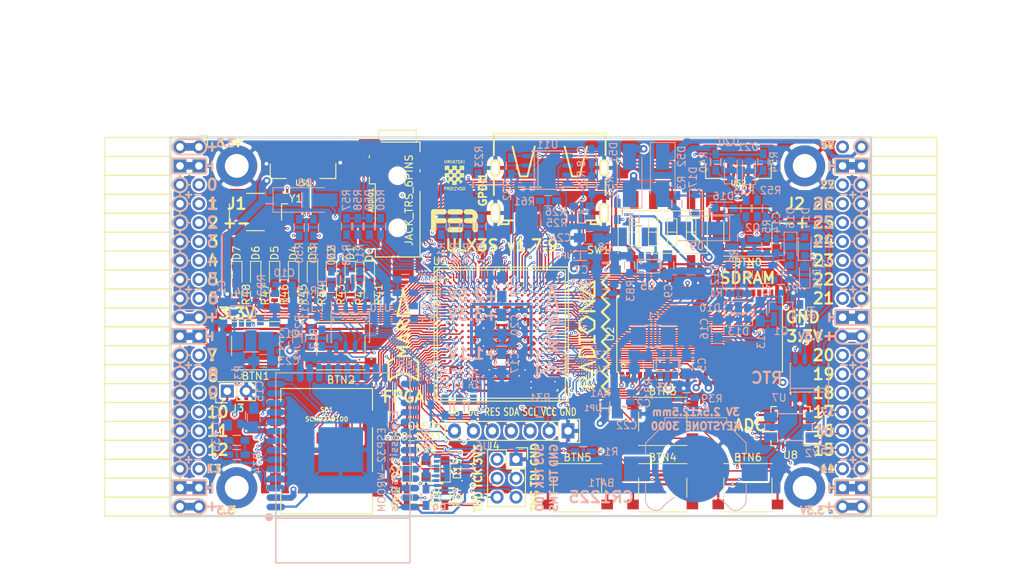
<source format=kicad_pcb>
(kicad_pcb (version 4) (host pcbnew 4.0.7+dfsg1-1)
  (layers (0 F.Cu signal) (1 In1.Cu signal) (2 In2.Cu signal) (31 B.Cu signal) (34 B.Paste user) (35 F.Paste user) (36 B.SilkS user) (37 F.SilkS user) (38 B.Mask user) (39 F.Mask user) (44 Edge.Cuts user))
  (net 0 "")
  (net 1 GND)
  (net 2 +5V)
  (net 3 /gpio/IN5V)
  (net 4 /gpio/OUT5V)
  (net 5 +3V3)
  (net 6 BTN_D)
  (net 7 BTN_F1)
  (net 8 BTN_F2)
  (net 9 BTN_L)
  (net 10 BTN_R)
  (net 11 BTN_U)
  (net 12 /power/FB1)
  (net 13 +2V5)
  (net 14 /power/PWREN)
  (net 15 /power/FB3)
  (net 16 /power/FB2)
  (net 17 "Net-(D9-Pad1)")
  (net 18 /power/VBAT)
  (net 19 JTAG_TDI)
  (net 20 JTAG_TCK)
  (net 21 JTAG_TMS)
  (net 22 JTAG_TDO)
  (net 23 /power/WAKEUPn)
  (net 24 /power/WKUP)
  (net 25 /power/SHUT)
  (net 26 /power/WAKE)
  (net 27 /power/HOLD)
  (net 28 /power/WKn)
  (net 29 /power/OSCI_32k)
  (net 30 /power/OSCO_32k)
  (net 31 "Net-(Q2-Pad3)")
  (net 32 SHUTDOWN)
  (net 33 /analog/AUDIO_L)
  (net 34 /analog/AUDIO_R)
  (net 35 GPDI_5V_SCL)
  (net 36 GPDI_5V_SDA)
  (net 37 GPDI_SDA)
  (net 38 GPDI_SCL)
  (net 39 /gpdi/VREF2)
  (net 40 SD_CMD)
  (net 41 SD_CLK)
  (net 42 SD_D0)
  (net 43 SD_D1)
  (net 44 USB5V)
  (net 45 GPDI_CEC)
  (net 46 nRESET)
  (net 47 FTDI_nDTR)
  (net 48 SDRAM_CKE)
  (net 49 SDRAM_A7)
  (net 50 SDRAM_D15)
  (net 51 SDRAM_BA1)
  (net 52 SDRAM_D7)
  (net 53 SDRAM_A6)
  (net 54 SDRAM_CLK)
  (net 55 SDRAM_D13)
  (net 56 SDRAM_BA0)
  (net 57 SDRAM_D6)
  (net 58 SDRAM_A5)
  (net 59 SDRAM_D14)
  (net 60 SDRAM_A11)
  (net 61 SDRAM_D12)
  (net 62 SDRAM_D5)
  (net 63 SDRAM_A4)
  (net 64 SDRAM_A10)
  (net 65 SDRAM_D11)
  (net 66 SDRAM_A3)
  (net 67 SDRAM_D4)
  (net 68 SDRAM_D10)
  (net 69 SDRAM_D9)
  (net 70 SDRAM_A9)
  (net 71 SDRAM_D3)
  (net 72 SDRAM_D8)
  (net 73 SDRAM_A8)
  (net 74 SDRAM_A2)
  (net 75 SDRAM_A1)
  (net 76 SDRAM_A0)
  (net 77 SDRAM_D2)
  (net 78 SDRAM_D1)
  (net 79 SDRAM_D0)
  (net 80 SDRAM_DQM0)
  (net 81 SDRAM_nCS)
  (net 82 SDRAM_nRAS)
  (net 83 SDRAM_DQM1)
  (net 84 SDRAM_nCAS)
  (net 85 SDRAM_nWE)
  (net 86 /flash/FLASH_nWP)
  (net 87 /flash/FLASH_nHOLD)
  (net 88 /flash/FLASH_MOSI)
  (net 89 /flash/FLASH_MISO)
  (net 90 /flash/FLASH_SCK)
  (net 91 /flash/FLASH_nCS)
  (net 92 /flash/FPGA_PROGRAMN)
  (net 93 /flash/FPGA_DONE)
  (net 94 /flash/FPGA_INITN)
  (net 95 OLED_RES)
  (net 96 OLED_DC)
  (net 97 OLED_CS)
  (net 98 WIFI_EN)
  (net 99 FTDI_nRTS)
  (net 100 FTDI_TXD)
  (net 101 FTDI_RXD)
  (net 102 WIFI_RXD)
  (net 103 WIFI_GPIO0)
  (net 104 WIFI_TXD)
  (net 105 GPDI_ETH-)
  (net 106 GPDI_ETH+)
  (net 107 GPDI_D2+)
  (net 108 GPDI_D2-)
  (net 109 GPDI_D1+)
  (net 110 GPDI_D1-)
  (net 111 GPDI_D0+)
  (net 112 GPDI_D0-)
  (net 113 GPDI_CLK+)
  (net 114 GPDI_CLK-)
  (net 115 USB_FTDI_D+)
  (net 116 USB_FTDI_D-)
  (net 117 SD_D3)
  (net 118 AUDIO_L3)
  (net 119 AUDIO_L2)
  (net 120 AUDIO_L1)
  (net 121 AUDIO_L0)
  (net 122 AUDIO_R3)
  (net 123 AUDIO_R2)
  (net 124 AUDIO_R1)
  (net 125 AUDIO_R0)
  (net 126 OLED_CLK)
  (net 127 OLED_MOSI)
  (net 128 LED0)
  (net 129 LED1)
  (net 130 LED2)
  (net 131 LED3)
  (net 132 LED4)
  (net 133 LED5)
  (net 134 LED6)
  (net 135 LED7)
  (net 136 BTN_PWRn)
  (net 137 FTDI_nTXLED)
  (net 138 FTDI_nSLEEP)
  (net 139 /blinkey/LED_PWREN)
  (net 140 /blinkey/LED_TXLED)
  (net 141 /sdcard/SD3V3)
  (net 142 SD_D2)
  (net 143 CLK_25MHz)
  (net 144 /blinkey/BTNPUL)
  (net 145 /blinkey/BTNPUR)
  (net 146 USB_FPGA_D+)
  (net 147 /power/FTDI_nSUSPEND)
  (net 148 /blinkey/ALED0)
  (net 149 /blinkey/ALED1)
  (net 150 /blinkey/ALED2)
  (net 151 /blinkey/ALED3)
  (net 152 /blinkey/ALED4)
  (net 153 /blinkey/ALED5)
  (net 154 /blinkey/ALED6)
  (net 155 /blinkey/ALED7)
  (net 156 /usb/FTD-)
  (net 157 /usb/FTD+)
  (net 158 ADC_MISO)
  (net 159 ADC_MOSI)
  (net 160 ADC_CSn)
  (net 161 ADC_SCLK)
  (net 162 SW3)
  (net 163 SW2)
  (net 164 SW1)
  (net 165 USB_FPGA_D-)
  (net 166 /usb/FPD+)
  (net 167 /usb/FPD-)
  (net 168 WIFI_GPIO16)
  (net 169 /usb/ANT_433MHz)
  (net 170 /power/PWRBTn)
  (net 171 PROG_DONE)
  (net 172 /power/P3V3)
  (net 173 /power/P2V5)
  (net 174 /power/L1)
  (net 175 /power/L3)
  (net 176 /power/L2)
  (net 177 FTDI_TXDEN)
  (net 178 SDRAM_A12)
  (net 179 /analog/AUDIO_V)
  (net 180 AUDIO_V3)
  (net 181 AUDIO_V2)
  (net 182 AUDIO_V1)
  (net 183 AUDIO_V0)
  (net 184 /gpdi/FPGA_CEC)
  (net 185 /blinkey/LED_WIFI)
  (net 186 /power/P1V1)
  (net 187 +1V1)
  (net 188 SW4)
  (net 189 /blinkey/SWPU)
  (net 190 /wifi/WIFIEN)
  (net 191 FT2V5)
  (net 192 GN0)
  (net 193 GP0)
  (net 194 GN1)
  (net 195 GP1)
  (net 196 GN2)
  (net 197 GP2)
  (net 198 GN3)
  (net 199 GP3)
  (net 200 GN4)
  (net 201 GP4)
  (net 202 GN5)
  (net 203 GP5)
  (net 204 GN6)
  (net 205 GP6)
  (net 206 GN14)
  (net 207 GP14)
  (net 208 GN15)
  (net 209 GP15)
  (net 210 GN16)
  (net 211 GP16)
  (net 212 GN17)
  (net 213 GP17)
  (net 214 GN18)
  (net 215 GP18)
  (net 216 GN19)
  (net 217 GP19)
  (net 218 GN20)
  (net 219 GP20)
  (net 220 GN21)
  (net 221 GP21)
  (net 222 GN22)
  (net 223 GP22)
  (net 224 GN23)
  (net 225 GP23)
  (net 226 GN24)
  (net 227 GP24)
  (net 228 GN25)
  (net 229 GP25)
  (net 230 GN26)
  (net 231 GP26)
  (net 232 GN27)
  (net 233 GP27)
  (net 234 GN7)
  (net 235 GP7)
  (net 236 GN8)
  (net 237 GP8)
  (net 238 GN9)
  (net 239 GP9)
  (net 240 GN10)
  (net 241 GP10)
  (net 242 GN11)
  (net 243 GP11)
  (net 244 GN12)
  (net 245 GP12)
  (net 246 GN13)
  (net 247 GP13)
  (net 248 WIFI_LED)
  (net 249 WIFI_GPIO5)
  (module Socket_Strips:Socket_Strip_Angled_2x20 (layer F.Cu) (at 97.91 62.69 270)
    (fp_text reference J1 (at 7.62 -5.08 360) (layer F.SilkS) (effects (font (size 1.5 1.5) (thickness 0.3))))
    (fp_text value CONN_02X20 hide)
    (pad 1 thru_hole oval (at 0 0 270) (size 1.7272 1.7272) (drill 1.016) (layers *.Cu *.Mask) (net 5 +3V3))
    (pad 2 thru_hole oval (at 0 2.54 270) (size 1.7272 1.7272) (drill 1.016) (layers *.Cu *.Mask) (net 5 +3V3))
    (pad 3 thru_hole rect (at 2.54 0 270) (size 1.7272 1.7272) (drill 1.016) (layers *.Cu *.Mask) (net 1 GND))
    (pad 4 thru_hole rect (at 2.54 2.54 270) (size 1.7272 1.7272) (drill 1.016) (layers *.Cu *.Mask) (net 1 GND))
    (pad 5 thru_hole oval (at 5.08 0 270) (size 1.7272 1.7272) (drill 1.016) (layers *.Cu *.Mask) (net 192 GN0))
    (pad 6 thru_hole oval (at 5.08 2.54 270) (size 1.7272 1.7272) (drill 1.016) (layers *.Cu *.Mask) (net 193 GP0))
    (pad 7 thru_hole oval (at 7.62 0 270) (size 1.7272 1.7272) (drill 1.016) (layers *.Cu *.Mask) (net 194 GN1))
    (pad 8 thru_hole oval (at 7.62 2.54 270) (size 1.7272 1.7272) (drill 1.016) (layers *.Cu *.Mask) (net 195 GP1))
    (pad 9 thru_hole oval (at 10.16 0 270) (size 1.7272 1.7272) (drill 1.016) (layers *.Cu *.Mask) (net 196 GN2))
    (pad 10 thru_hole oval (at 10.16 2.54 270) (size 1.7272 1.7272) (drill 1.016) (layers *.Cu *.Mask) (net 197 GP2))
    (pad 11 thru_hole oval (at 12.7 0 270) (size 1.7272 1.7272) (drill 1.016) (layers *.Cu *.Mask) (net 198 GN3))
    (pad 12 thru_hole oval (at 12.7 2.54 270) (size 1.7272 1.7272) (drill 1.016) (layers *.Cu *.Mask) (net 199 GP3))
    (pad 13 thru_hole oval (at 15.24 0 270) (size 1.7272 1.7272) (drill 1.016) (layers *.Cu *.Mask) (net 200 GN4))
    (pad 14 thru_hole oval (at 15.24 2.54 270) (size 1.7272 1.7272) (drill 1.016) (layers *.Cu *.Mask) (net 201 GP4))
    (pad 15 thru_hole oval (at 17.78 0 270) (size 1.7272 1.7272) (drill 1.016) (layers *.Cu *.Mask) (net 202 GN5))
    (pad 16 thru_hole oval (at 17.78 2.54 270) (size 1.7272 1.7272) (drill 1.016) (layers *.Cu *.Mask) (net 203 GP5))
    (pad 17 thru_hole oval (at 20.32 0 270) (size 1.7272 1.7272) (drill 1.016) (layers *.Cu *.Mask) (net 204 GN6))
    (pad 18 thru_hole oval (at 20.32 2.54 270) (size 1.7272 1.7272) (drill 1.016) (layers *.Cu *.Mask) (net 205 GP6))
    (pad 19 thru_hole oval (at 22.86 0 270) (size 1.7272 1.7272) (drill 1.016) (layers *.Cu *.Mask) (net 5 +3V3))
    (pad 20 thru_hole oval (at 22.86 2.54 270) (size 1.7272 1.7272) (drill 1.016) (layers *.Cu *.Mask) (net 5 +3V3))
    (pad 21 thru_hole rect (at 25.4 0 270) (size 1.7272 1.7272) (drill 1.016) (layers *.Cu *.Mask) (net 1 GND))
    (pad 22 thru_hole rect (at 25.4 2.54 270) (size 1.7272 1.7272) (drill 1.016) (layers *.Cu *.Mask) (net 1 GND))
    (pad 23 thru_hole oval (at 27.94 0 270) (size 1.7272 1.7272) (drill 1.016) (layers *.Cu *.Mask) (net 234 GN7))
    (pad 24 thru_hole oval (at 27.94 2.54 270) (size 1.7272 1.7272) (drill 1.016) (layers *.Cu *.Mask) (net 235 GP7))
    (pad 25 thru_hole oval (at 30.48 0 270) (size 1.7272 1.7272) (drill 1.016) (layers *.Cu *.Mask) (net 236 GN8))
    (pad 26 thru_hole oval (at 30.48 2.54 270) (size 1.7272 1.7272) (drill 1.016) (layers *.Cu *.Mask) (net 237 GP8))
    (pad 27 thru_hole oval (at 33.02 0 270) (size 1.7272 1.7272) (drill 1.016) (layers *.Cu *.Mask) (net 238 GN9))
    (pad 28 thru_hole oval (at 33.02 2.54 270) (size 1.7272 1.7272) (drill 1.016) (layers *.Cu *.Mask) (net 239 GP9))
    (pad 29 thru_hole oval (at 35.56 0 270) (size 1.7272 1.7272) (drill 1.016) (layers *.Cu *.Mask) (net 240 GN10))
    (pad 30 thru_hole oval (at 35.56 2.54 270) (size 1.7272 1.7272) (drill 1.016) (layers *.Cu *.Mask) (net 241 GP10))
    (pad 31 thru_hole oval (at 38.1 0 270) (size 1.7272 1.7272) (drill 1.016) (layers *.Cu *.Mask) (net 242 GN11))
    (pad 32 thru_hole oval (at 38.1 2.54 270) (size 1.7272 1.7272) (drill 1.016) (layers *.Cu *.Mask) (net 243 GP11))
    (pad 33 thru_hole oval (at 40.64 0 270) (size 1.7272 1.7272) (drill 1.016) (layers *.Cu *.Mask) (net 244 GN12))
    (pad 34 thru_hole oval (at 40.64 2.54 270) (size 1.7272 1.7272) (drill 1.016) (layers *.Cu *.Mask) (net 245 GP12))
    (pad 35 thru_hole oval (at 43.18 0 270) (size 1.7272 1.7272) (drill 1.016) (layers *.Cu *.Mask) (net 246 GN13))
    (pad 36 thru_hole oval (at 43.18 2.54 270) (size 1.7272 1.7272) (drill 1.016) (layers *.Cu *.Mask) (net 247 GP13))
    (pad 37 thru_hole rect (at 45.72 0 270) (size 1.7272 1.7272) (drill 1.016) (layers *.Cu *.Mask) (net 1 GND))
    (pad 38 thru_hole rect (at 45.72 2.54 270) (size 1.7272 1.7272) (drill 1.016) (layers *.Cu *.Mask) (net 1 GND))
    (pad 39 thru_hole oval (at 48.26 0 270) (size 1.7272 1.7272) (drill 1.016) (layers *.Cu *.Mask) (net 5 +3V3))
    (pad 40 thru_hole oval (at 48.26 2.54 270) (size 1.7272 1.7272) (drill 1.016) (layers *.Cu *.Mask) (net 5 +3V3))
  )
  (module SMD_Packages:1Pin (layer F.Cu) (at 182.67515 111.637626)
    (fp_text reference AE1 hide)
    (fp_text value 433MHz hide)
    (pad 1 smd rect (at 0 0) (size 0.5 0.5) (layers B.Cu F.Paste F.Mask) (net 169 /usb/ANT_433MHz))
  )
  (module Resistors_SMD:R_0603_HandSoldering (layer B.Cu) (at 103.498 98.758 90)
    (fp_text reference R38 (at 5.334 -0.254 90) (layer B.SilkS) (effects (justify mirror)))
    (fp_text value 0.47)
    (pad 1 smd rect (at -1.1 0 90) (size 1.2 0.9) (layers B.Cu B.Paste B.Mask) (net 141 /sdcard/SD3V3))
    (pad 2 smd rect (at 1.1 0 90) (size 1.2 0.9) (layers B.Cu B.Paste B.Mask) (net 5 +3V3))
  )
  (module jumper:SOLDER-JUMPER_1-WAY (layer B.Cu) (at 152.393 97.742 270)
    (fp_text reference JP1 (at 0 1.778 360) (layer B.SilkS) (effects (font (size 0.762 0.762) (thickness 0.1524)) (justify mirror)))
    (fp_text value 1.2 hide)
    (pad 1 smd rect (at -0.6 0 270) (size 1 1) (layers B.Cu B.Paste B.Mask) (net 186 /power/P1V1))
    (pad 2 smd rect (at 0.6 0 270) (size 1 1) (layers B.Cu B.Paste B.Mask) (net 187 +1V1))
  )
  (module Diodes_SMD:D_SMA_Handsoldering (layer B.Cu) (at 155.695 66.5 90)
    (fp_text reference D51 (at 3.048 -2.159 90) (layer B.SilkS) (effects (justify mirror)))
    (fp_text value STPS2L30AF hide)
    (pad 1 smd rect (at -2.5 0 90) (size 3.5 1.8) (layers B.Cu B.Paste B.Mask) (net 2 +5V))
    (pad 2 smd rect (at 2.5 0 90) (size 3.5 1.8) (layers B.Cu B.Paste B.Mask) (net 3 /gpio/IN5V))
  )
  (module Resistors_SMD:R_0603_HandSoldering (layer B.Cu) (at 154.044 71.326 90)
    (fp_text reference R51 (at 3.302 -1.016 90) (layer B.SilkS) (effects (justify mirror)))
    (fp_text value 150)
    (pad 1 smd rect (at -1.1 0 90) (size 1.2 0.9) (layers B.Cu B.Paste B.Mask) (net 5 +3V3))
    (pad 2 smd rect (at 1.1 0 90) (size 1.2 0.9) (layers B.Cu B.Paste B.Mask) (net 189 /blinkey/SWPU))
  )
  (module Resistors_SMD:R_1210_HandSoldering (layer B.Cu) (at 158.87 88.09 180)
    (fp_text reference L1 (at 0 2.7 180) (layer B.SilkS) (effects (justify mirror)))
    (fp_text value 2.2uH)
    (pad 1 smd rect (at -2 0 180) (size 2 2.5) (layers B.Cu B.Paste B.Mask) (net 174 /power/L1))
    (pad 2 smd rect (at 2 0 180) (size 2 2.5) (layers B.Cu B.Paste B.Mask) (net 186 /power/P1V1))
  )
  (module TSOT-25:TSOT-25 (layer B.Cu) (at 160.775 91.9)
    (fp_text reference U3 (at -0.381 3.048) (layer B.SilkS) (effects (font (thickness 0.2)) (justify mirror)))
    (fp_text value DIO6015)
    (pad 1 smd rect (at -0.95 -1.3) (size 0.7 1.2) (layers B.Cu B.Paste B.Mask) (net 14 /power/PWREN))
    (pad 2 smd rect (at 0 -1.3) (size 0.7 1.2) (layers B.Cu B.Paste B.Mask) (net 1 GND))
    (pad 3 smd rect (at 0.95 -1.3) (size 0.7 1.2) (layers B.Cu B.Paste B.Mask) (net 174 /power/L1))
    (pad 4 smd rect (at 0.95 1.3) (size 0.7 1.2) (layers B.Cu B.Paste B.Mask) (net 2 +5V))
    (pad 5 smd rect (at -0.95 1.3) (size 0.7 1.2) (layers B.Cu B.Paste B.Mask) (net 12 /power/FB1))
  )
  (module Resistors_SMD:R_1210_HandSoldering (layer B.Cu) (at 104.895 88.725)
    (fp_text reference L2 (at 4.445 0.635) (layer B.SilkS) (effects (justify mirror)))
    (fp_text value 2.2uH)
    (pad 1 smd rect (at -2 0) (size 2 2.5) (layers B.Cu B.Paste B.Mask) (net 176 /power/L2))
    (pad 2 smd rect (at 2 0) (size 2 2.5) (layers B.Cu B.Paste B.Mask) (net 173 /power/P2V5))
  )
  (module TSOT-25:TSOT-25 (layer B.Cu) (at 103.625 84.915 180)
    (fp_text reference U4 (at 0 2.697 180) (layer B.SilkS) (effects (font (thickness 0.2)) (justify mirror)))
    (fp_text value LX7172)
    (pad 1 smd rect (at -0.95 -1.3 180) (size 0.7 1.2) (layers B.Cu B.Paste B.Mask) (net 14 /power/PWREN))
    (pad 2 smd rect (at 0 -1.3 180) (size 0.7 1.2) (layers B.Cu B.Paste B.Mask) (net 1 GND))
    (pad 3 smd rect (at 0.95 -1.3 180) (size 0.7 1.2) (layers B.Cu B.Paste B.Mask) (net 176 /power/L2))
    (pad 4 smd rect (at 0.95 1.3 180) (size 0.7 1.2) (layers B.Cu B.Paste B.Mask) (net 2 +5V))
    (pad 5 smd rect (at -0.95 1.3 180) (size 0.7 1.2) (layers B.Cu B.Paste B.Mask) (net 16 /power/FB2))
  )
  (module Resistors_SMD:R_1210_HandSoldering (layer B.Cu) (at 156.33 74.755 180)
    (fp_text reference L3 (at 0 2.413 180) (layer B.SilkS) (effects (justify mirror)))
    (fp_text value 2.2uH)
    (pad 1 smd rect (at -2 0 180) (size 2 2.5) (layers B.Cu B.Paste B.Mask) (net 175 /power/L3))
    (pad 2 smd rect (at 2 0 180) (size 2 2.5) (layers B.Cu B.Paste B.Mask) (net 172 /power/P3V3))
  )
  (module TSOT-25:TSOT-25 (layer B.Cu) (at 158.235 78.692)
    (fp_text reference U5 (at -0.127 2.667) (layer B.SilkS) (effects (font (thickness 0.2)) (justify mirror)))
    (fp_text value TLV62569DBV)
    (pad 1 smd rect (at -0.95 -1.3) (size 0.7 1.2) (layers B.Cu B.Paste B.Mask) (net 14 /power/PWREN))
    (pad 2 smd rect (at 0 -1.3) (size 0.7 1.2) (layers B.Cu B.Paste B.Mask) (net 1 GND))
    (pad 3 smd rect (at 0.95 -1.3) (size 0.7 1.2) (layers B.Cu B.Paste B.Mask) (net 175 /power/L3))
    (pad 4 smd rect (at 0.95 1.3) (size 0.7 1.2) (layers B.Cu B.Paste B.Mask) (net 2 +5V))
    (pad 5 smd rect (at -0.95 1.3) (size 0.7 1.2) (layers B.Cu B.Paste B.Mask) (net 15 /power/FB3))
  )
  (module Capacitors_SMD:C_0805_HandSoldering (layer B.Cu) (at 101.085 84.915 270)
    (fp_text reference C1 (at -3.429 0.127 270) (layer B.SilkS) (effects (justify mirror)))
    (fp_text value 22uF)
    (pad 1 smd rect (at -1.25 0 270) (size 1.5 1.25) (layers B.Cu B.Paste B.Mask) (net 2 +5V))
    (pad 2 smd rect (at 1.25 0 270) (size 1.5 1.25) (layers B.Cu B.Paste B.Mask) (net 1 GND))
  )
  (module Capacitors_SMD:C_0805_HandSoldering (layer B.Cu) (at 155.06 90.63)
    (fp_text reference C3 (at -3.048 0) (layer B.SilkS) (effects (justify mirror)))
    (fp_text value 22uF)
    (pad 1 smd rect (at -1.25 0) (size 1.5 1.25) (layers B.Cu B.Paste B.Mask) (net 186 /power/P1V1))
    (pad 2 smd rect (at 1.25 0) (size 1.5 1.25) (layers B.Cu B.Paste B.Mask) (net 1 GND))
  )
  (module Capacitors_SMD:C_0805_HandSoldering (layer B.Cu) (at 155.06 92.535)
    (fp_text reference C4 (at -3.048 0.127) (layer B.SilkS) (effects (justify mirror)))
    (fp_text value 22uF)
    (pad 1 smd rect (at -1.25 0) (size 1.5 1.25) (layers B.Cu B.Paste B.Mask) (net 186 /power/P1V1))
    (pad 2 smd rect (at 1.25 0) (size 1.5 1.25) (layers B.Cu B.Paste B.Mask) (net 1 GND))
  )
  (module Capacitors_SMD:C_0805_HandSoldering (layer B.Cu) (at 163.315 91.9 90)
    (fp_text reference C5 (at 0 2.1 90) (layer B.SilkS) (effects (justify mirror)))
    (fp_text value 22uF)
    (pad 1 smd rect (at -1.25 0 90) (size 1.5 1.25) (layers B.Cu B.Paste B.Mask) (net 2 +5V))
    (pad 2 smd rect (at 1.25 0 90) (size 1.5 1.25) (layers B.Cu B.Paste B.Mask) (net 1 GND))
  )
  (module Capacitors_SMD:C_0805_HandSoldering (layer B.Cu) (at 152.52 79.2)
    (fp_text reference C7 (at -3.302 0) (layer B.SilkS) (effects (justify mirror)))
    (fp_text value 22uF)
    (pad 1 smd rect (at -1.25 0) (size 1.5 1.25) (layers B.Cu B.Paste B.Mask) (net 172 /power/P3V3))
    (pad 2 smd rect (at 1.25 0) (size 1.5 1.25) (layers B.Cu B.Paste B.Mask) (net 1 GND))
  )
  (module Capacitors_SMD:C_0805_HandSoldering (layer B.Cu) (at 152.52 77.295)
    (fp_text reference C8 (at -0.127 -1.143) (layer B.SilkS) (effects (justify mirror)))
    (fp_text value 22uF)
    (pad 1 smd rect (at -1.25 0) (size 1.5 1.25) (layers B.Cu B.Paste B.Mask) (net 172 /power/P3V3))
    (pad 2 smd rect (at 1.25 0) (size 1.5 1.25) (layers B.Cu B.Paste B.Mask) (net 1 GND))
  )
  (module Capacitors_SMD:C_0805_HandSoldering (layer B.Cu) (at 160.775 78.565 90)
    (fp_text reference C9 (at -3.429 0.127 90) (layer B.SilkS) (effects (justify mirror)))
    (fp_text value 22uF)
    (pad 1 smd rect (at -1.25 0 90) (size 1.5 1.25) (layers B.Cu B.Paste B.Mask) (net 2 +5V))
    (pad 2 smd rect (at 1.25 0 90) (size 1.5 1.25) (layers B.Cu B.Paste B.Mask) (net 1 GND))
  )
  (module Capacitors_SMD:C_0805_HandSoldering (layer B.Cu) (at 109.34 84.28 180)
    (fp_text reference C11 (at -2.794 -0.254 270) (layer B.SilkS) (effects (justify mirror)))
    (fp_text value 22uF)
    (pad 1 smd rect (at -1.25 0 180) (size 1.5 1.25) (layers B.Cu B.Paste B.Mask) (net 173 /power/P2V5))
    (pad 2 smd rect (at 1.25 0 180) (size 1.5 1.25) (layers B.Cu B.Paste B.Mask) (net 1 GND))
  )
  (module Capacitors_SMD:C_0805_HandSoldering (layer B.Cu) (at 109.34 86.185 180)
    (fp_text reference C12 (at -0.635 -1.615 360) (layer B.SilkS) (effects (justify mirror)))
    (fp_text value 22uF)
    (pad 1 smd rect (at -1.25 0 180) (size 1.5 1.25) (layers B.Cu B.Paste B.Mask) (net 173 /power/P2V5))
    (pad 2 smd rect (at 1.25 0 180) (size 1.5 1.25) (layers B.Cu B.Paste B.Mask) (net 1 GND))
  )
  (module Capacitors_SMD:C_0805_HandSoldering (layer B.Cu) (at 173.221 84.788 90)
    (fp_text reference C13 (at -3.556 0.127 90) (layer B.SilkS) (effects (justify mirror)))
    (fp_text value 2.2uF)
    (pad 1 smd rect (at -1.25 0 90) (size 1.5 1.25) (layers B.Cu B.Paste B.Mask) (net 2 +5V))
    (pad 2 smd rect (at 1.25 0 90) (size 1.5 1.25) (layers B.Cu B.Paste B.Mask) (net 24 /power/WKUP))
  )
  (module TO_SOT_Packages_SMD:SOT-23_Handsoldering (layer B.Cu) (at 176.015 84.28 90)
    (fp_text reference Q1 (at -3.1115 0 180) (layer B.SilkS) (effects (justify mirror)))
    (fp_text value BC857)
    (pad 1 smd rect (at -1.5 0.95 90) (size 1.9 0.8) (layers B.Cu B.Paste B.Mask) (net 28 /power/WKn))
    (pad 2 smd rect (at -1.5 -0.95 90) (size 1.9 0.8) (layers B.Cu B.Paste B.Mask) (net 2 +5V))
    (pad 3 smd rect (at 1.5 0 90) (size 1.9 0.8) (layers B.Cu B.Paste B.Mask) (net 24 /power/WKUP))
  )
  (module TO_SOT_Packages_SMD:SOT-23_Handsoldering (layer B.Cu) (at 170.935 76.025 180)
    (fp_text reference Q2 (at -1.295 2.5 180) (layer B.SilkS) (effects (justify mirror)))
    (fp_text value 2N7002)
    (pad 1 smd rect (at -1.5 0.95 180) (size 1.9 0.8) (layers B.Cu B.Paste B.Mask) (net 25 /power/SHUT))
    (pad 2 smd rect (at -1.5 -0.95 180) (size 1.9 0.8) (layers B.Cu B.Paste B.Mask) (net 1 GND))
    (pad 3 smd rect (at 1.5 0 180) (size 1.9 0.8) (layers B.Cu B.Paste B.Mask) (net 31 "Net-(Q2-Pad3)"))
  )
  (module Capacitors_SMD:C_0603_HandSoldering (layer B.Cu) (at 154.86 96.91)
    (fp_text reference C2 (at 2.74 0.197) (layer B.SilkS) (effects (justify mirror)))
    (fp_text value 470pF)
    (pad 1 smd rect (at -0.95 0) (size 1.2 0.75) (layers B.Cu B.Paste B.Mask) (net 186 /power/P1V1))
    (pad 2 smd rect (at 0.95 0) (size 1.2 0.75) (layers B.Cu B.Paste B.Mask) (net 12 /power/FB1))
  )
  (module Capacitors_SMD:C_0603_HandSoldering (layer B.Cu) (at 152.52 82.375)
    (fp_text reference C6 (at -2.794 0.127) (layer B.SilkS) (effects (justify mirror)))
    (fp_text value 470pF)
    (pad 1 smd rect (at -0.95 0) (size 1.2 0.75) (layers B.Cu B.Paste B.Mask) (net 172 /power/P3V3))
    (pad 2 smd rect (at 0.95 0) (size 1.2 0.75) (layers B.Cu B.Paste B.Mask) (net 15 /power/FB3))
  )
  (module Capacitors_SMD:C_0603_HandSoldering (layer B.Cu) (at 109.34 81.105 180)
    (fp_text reference C10 (at -0.04 1.505 180) (layer B.SilkS) (effects (justify mirror)))
    (fp_text value 470pF)
    (pad 1 smd rect (at -0.95 0 180) (size 1.2 0.75) (layers B.Cu B.Paste B.Mask) (net 173 /power/P2V5))
    (pad 2 smd rect (at 0.95 0 180) (size 1.2 0.75) (layers B.Cu B.Paste B.Mask) (net 16 /power/FB2))
  )
  (module Capacitors_SMD:C_0603_HandSoldering (layer B.Cu) (at 175.38 76.025 270)
    (fp_text reference C14 (at -3.175 0 270) (layer B.SilkS) (effects (justify mirror)))
    (fp_text value 100nF)
    (pad 1 smd rect (at -0.95 0 270) (size 1.2 0.75) (layers B.Cu B.Paste B.Mask) (net 25 /power/SHUT))
    (pad 2 smd rect (at 0.95 0 270) (size 1.2 0.75) (layers B.Cu B.Paste B.Mask) (net 1 GND))
  )
  (module Resistors_SMD:R_0603_HandSoldering (layer B.Cu) (at 170.3 82.375)
    (fp_text reference R1 (at -3.048 -0.127) (layer B.SilkS) (effects (justify mirror)))
    (fp_text value 15k)
    (pad 1 smd rect (at -1.1 0) (size 1.2 0.9) (layers B.Cu B.Paste B.Mask) (net 26 /power/WAKE))
    (pad 2 smd rect (at 1.1 0) (size 1.2 0.9) (layers B.Cu B.Paste B.Mask) (net 14 /power/PWREN))
  )
  (module Resistors_SMD:R_0603_HandSoldering (layer B.Cu) (at 172.84 79.835 90)
    (fp_text reference R2 (at -1.905 1.27 90) (layer B.SilkS) (effects (justify mirror)))
    (fp_text value 47k)
    (pad 1 smd rect (at -1.1 0 90) (size 1.2 0.9) (layers B.Cu B.Paste B.Mask) (net 14 /power/PWREN))
    (pad 2 smd rect (at 1.1 0 90) (size 1.2 0.9) (layers B.Cu B.Paste B.Mask) (net 1 GND))
  )
  (module Resistors_SMD:R_0603_HandSoldering (layer B.Cu) (at 176.015 80.47 180)
    (fp_text reference R4 (at -1.397 -1.27 360) (layer B.SilkS) (effects (justify mirror)))
    (fp_text value 4.7k)
    (pad 1 smd rect (at -1.1 0 180) (size 1.2 0.9) (layers B.Cu B.Paste B.Mask) (net 27 /power/HOLD))
    (pad 2 smd rect (at 1.1 0 180) (size 1.2 0.9) (layers B.Cu B.Paste B.Mask) (net 14 /power/PWREN))
  )
  (module Resistors_SMD:R_0603_HandSoldering (layer B.Cu) (at 174.11 76.025 270)
    (fp_text reference R5 (at -2.667 0 270) (layer B.SilkS) (effects (justify mirror)))
    (fp_text value 4.7M)
    (pad 1 smd rect (at -1.1 0 270) (size 1.2 0.9) (layers B.Cu B.Paste B.Mask) (net 25 /power/SHUT))
    (pad 2 smd rect (at 1.1 0 270) (size 1.2 0.9) (layers B.Cu B.Paste B.Mask) (net 1 GND))
  )
  (module Resistors_SMD:R_0603_HandSoldering (layer B.Cu) (at 178.555 84.915 270)
    (fp_text reference R6 (at 0 -1.524 270) (layer B.SilkS) (effects (justify mirror)))
    (fp_text value 1k)
    (pad 1 smd rect (at -1.1 0 270) (size 1.2 0.9) (layers B.Cu B.Paste B.Mask) (net 28 /power/WKn))
    (pad 2 smd rect (at 1.1 0 270) (size 1.2 0.9) (layers B.Cu B.Paste B.Mask) (net 23 /power/WAKEUPn))
  )
  (module Resistors_SMD:R_0603_HandSoldering (layer B.Cu) (at 113.785 84.28 270)
    (fp_text reference R7 (at -2.794 -0.635 270) (layer B.SilkS) (effects (justify mirror)))
    (fp_text value 150)
    (pad 1 smd rect (at -1.1 0 270) (size 1.2 0.9) (layers B.Cu B.Paste B.Mask) (net 5 +3V3))
    (pad 2 smd rect (at 1.1 0 270) (size 1.2 0.9) (layers B.Cu B.Paste B.Mask) (net 144 /blinkey/BTNPUL))
  )
  (module Resistors_SMD:R_0603_HandSoldering (layer B.Cu) (at 170.935 79.835 90)
    (fp_text reference R8 (at 2.54 -1.27 90) (layer B.SilkS) (effects (justify mirror)))
    (fp_text value 1k)
    (pad 1 smd rect (at -1.1 0 90) (size 1.2 0.9) (layers B.Cu B.Paste B.Mask) (net 14 /power/PWREN))
    (pad 2 smd rect (at 1.1 0 90) (size 1.2 0.9) (layers B.Cu B.Paste B.Mask) (net 31 "Net-(Q2-Pad3)"))
  )
  (module Resistors_SMD:R_0603_HandSoldering (layer B.Cu) (at 128.39 109.68 270)
    (fp_text reference R9 (at 1.524 -1.778 360) (layer B.SilkS) (effects (justify mirror)))
    (fp_text value 15k)
    (pad 1 smd rect (at -1.1 0 270) (size 1.2 0.9) (layers B.Cu B.Paste B.Mask) (net 46 nRESET))
    (pad 2 smd rect (at 1.1 0 270) (size 1.2 0.9) (layers B.Cu B.Paste B.Mask) (net 191 FT2V5))
  )
  (module Resistors_SMD:R_0603_HandSoldering (layer B.Cu) (at 149.472 103.584 180)
    (fp_text reference R10 (at -3.302 0 180) (layer B.SilkS) (effects (justify mirror)))
    (fp_text value 150)
    (pad 1 smd rect (at -1.1 0 180) (size 1.2 0.9) (layers B.Cu B.Paste B.Mask) (net 147 /power/FTDI_nSUSPEND))
    (pad 2 smd rect (at 1.1 0 180) (size 1.2 0.9) (layers B.Cu B.Paste B.Mask) (net 138 FTDI_nSLEEP))
  )
  (module Resistors_SMD:R_0603_HandSoldering (layer B.Cu) (at 176.015 78.565 180)
    (fp_text reference R13 (at -5.588 0.254 180) (layer B.SilkS) (effects (justify mirror)))
    (fp_text value 15k)
    (pad 1 smd rect (at -1.1 0 180) (size 1.2 0.9) (layers B.Cu B.Paste B.Mask) (net 32 SHUTDOWN))
    (pad 2 smd rect (at 1.1 0 180) (size 1.2 0.9) (layers B.Cu B.Paste B.Mask) (net 1 GND))
  )
  (module Resistors_SMD:R_0603_HandSoldering (layer B.Cu) (at 154.86 95.64)
    (fp_text reference RA1 (at -3.102 0.07) (layer B.SilkS) (effects (justify mirror)))
    (fp_text value 15k)
    (pad 1 smd rect (at -1.1 0) (size 1.2 0.9) (layers B.Cu B.Paste B.Mask) (net 186 /power/P1V1))
    (pad 2 smd rect (at 1.1 0) (size 1.2 0.9) (layers B.Cu B.Paste B.Mask) (net 12 /power/FB1))
  )
  (module Resistors_SMD:R_0603_HandSoldering (layer B.Cu) (at 109.34 82.375 180)
    (fp_text reference RA2 (at -3.048 0.381 360) (layer B.SilkS) (effects (justify mirror)))
    (fp_text value 15k)
    (pad 1 smd rect (at -1.1 0 180) (size 1.2 0.9) (layers B.Cu B.Paste B.Mask) (net 173 /power/P2V5))
    (pad 2 smd rect (at 1.1 0 180) (size 1.2 0.9) (layers B.Cu B.Paste B.Mask) (net 16 /power/FB2))
  )
  (module Resistors_SMD:R_0603_HandSoldering (layer B.Cu) (at 152.52 81.105)
    (fp_text reference RA3 (at -3.302 -0.127) (layer B.SilkS) (effects (justify mirror)))
    (fp_text value 15k)
    (pad 1 smd rect (at -1.1 0) (size 1.2 0.9) (layers B.Cu B.Paste B.Mask) (net 172 /power/P3V3))
    (pad 2 smd rect (at 1.1 0) (size 1.2 0.9) (layers B.Cu B.Paste B.Mask) (net 15 /power/FB3))
  )
  (module Resistors_SMD:R_0603_HandSoldering (layer B.Cu) (at 158.235 91.9 270)
    (fp_text reference RB1 (at 3.302 0 270) (layer B.SilkS) (effects (justify mirror)))
    (fp_text value 18k)
    (pad 1 smd rect (at -1.1 0 270) (size 1.2 0.9) (layers B.Cu B.Paste B.Mask) (net 1 GND))
    (pad 2 smd rect (at 1.1 0 270) (size 1.2 0.9) (layers B.Cu B.Paste B.Mask) (net 12 /power/FB1))
  )
  (module Resistors_SMD:R_0603_HandSoldering (layer B.Cu) (at 106.165 84.915 90)
    (fp_text reference RB2 (at 3.683 0.127 90) (layer B.SilkS) (effects (justify mirror)))
    (fp_text value 4.7k)
    (pad 1 smd rect (at -1.1 0 90) (size 1.2 0.9) (layers B.Cu B.Paste B.Mask) (net 1 GND))
    (pad 2 smd rect (at 1.1 0 90) (size 1.2 0.9) (layers B.Cu B.Paste B.Mask) (net 16 /power/FB2))
  )
  (module Resistors_SMD:R_0603_HandSoldering (layer B.Cu) (at 155.695 78.565 270)
    (fp_text reference RB3 (at 3.429 -0.127 270) (layer B.SilkS) (effects (justify mirror)))
    (fp_text value 3.3k)
    (pad 1 smd rect (at -1.1 0 270) (size 1.2 0.9) (layers B.Cu B.Paste B.Mask) (net 1 GND))
    (pad 2 smd rect (at 1.1 0 270) (size 1.2 0.9) (layers B.Cu B.Paste B.Mask) (net 15 /power/FB3))
  )
  (module Resistors_SMD:R_0603_HandSoldering (layer B.Cu) (at 125.596 85.804 180)
    (fp_text reference R14 (at -3.47 0.127 180) (layer B.SilkS) (effects (justify mirror)))
    (fp_text value 1.2k)
    (pad 1 smd rect (at -1.1 0 180) (size 1.2 0.9) (layers B.Cu B.Paste B.Mask) (net 121 AUDIO_L0))
    (pad 2 smd rect (at 1.1 0 180) (size 1.2 0.9) (layers B.Cu B.Paste B.Mask) (net 33 /analog/AUDIO_L))
  )
  (module Resistors_SMD:R_0603_HandSoldering (layer B.Cu) (at 125.596 84.026 180)
    (fp_text reference R15 (at -3.47 -0.001 180) (layer B.SilkS) (effects (justify mirror)))
    (fp_text value 680)
    (pad 1 smd rect (at -1.1 0 180) (size 1.2 0.9) (layers B.Cu B.Paste B.Mask) (net 120 AUDIO_L1))
    (pad 2 smd rect (at 1.1 0 180) (size 1.2 0.9) (layers B.Cu B.Paste B.Mask) (net 33 /analog/AUDIO_L))
  )
  (module Resistors_SMD:R_0603_HandSoldering (layer B.Cu) (at 125.596 82.248 180)
    (fp_text reference R16 (at -3.47 -0.127 180) (layer B.SilkS) (effects (justify mirror)))
    (fp_text value 330)
    (pad 1 smd rect (at -1.1 0 180) (size 1.2 0.9) (layers B.Cu B.Paste B.Mask) (net 119 AUDIO_L2))
    (pad 2 smd rect (at 1.1 0 180) (size 1.2 0.9) (layers B.Cu B.Paste B.Mask) (net 33 /analog/AUDIO_L))
  )
  (module Resistors_SMD:R_0603_HandSoldering (layer B.Cu) (at 125.596 80.47 180)
    (fp_text reference R17 (at -3.47 0 180) (layer B.SilkS) (effects (justify mirror)))
    (fp_text value 150)
    (pad 1 smd rect (at -1.1 0 180) (size 1.2 0.9) (layers B.Cu B.Paste B.Mask) (net 118 AUDIO_L3))
    (pad 2 smd rect (at 1.1 0 180) (size 1.2 0.9) (layers B.Cu B.Paste B.Mask) (net 33 /analog/AUDIO_L))
  )
  (module Resistors_SMD:R_0603_HandSoldering (layer B.Cu) (at 130.422 73.358 90)
    (fp_text reference R18 (at -3.556 0 90) (layer B.SilkS) (effects (justify mirror)))
    (fp_text value 1.2k)
    (pad 1 smd rect (at -1.1 0 90) (size 1.2 0.9) (layers B.Cu B.Paste B.Mask) (net 125 AUDIO_R0))
    (pad 2 smd rect (at 1.1 0 90) (size 1.2 0.9) (layers B.Cu B.Paste B.Mask) (net 34 /analog/AUDIO_R))
  )
  (module Resistors_SMD:R_0603_HandSoldering (layer B.Cu) (at 132.2 73.358 90)
    (fp_text reference R19 (at -3.556 0 90) (layer B.SilkS) (effects (justify mirror)))
    (fp_text value 680)
    (pad 1 smd rect (at -1.1 0 90) (size 1.2 0.9) (layers B.Cu B.Paste B.Mask) (net 124 AUDIO_R1))
    (pad 2 smd rect (at 1.1 0 90) (size 1.2 0.9) (layers B.Cu B.Paste B.Mask) (net 34 /analog/AUDIO_R))
  )
  (module Resistors_SMD:R_0603_HandSoldering (layer B.Cu) (at 133.978 73.358 90)
    (fp_text reference R20 (at -3.556 0 90) (layer B.SilkS) (effects (justify mirror)))
    (fp_text value 330)
    (pad 1 smd rect (at -1.1 0 90) (size 1.2 0.9) (layers B.Cu B.Paste B.Mask) (net 123 AUDIO_R2))
    (pad 2 smd rect (at 1.1 0 90) (size 1.2 0.9) (layers B.Cu B.Paste B.Mask) (net 34 /analog/AUDIO_R))
  )
  (module Resistors_SMD:R_0603_HandSoldering (layer B.Cu) (at 135.756 73.358 90)
    (fp_text reference R21 (at -3.556 0 90) (layer B.SilkS) (effects (justify mirror)))
    (fp_text value 150)
    (pad 1 smd rect (at -1.1 0 90) (size 1.2 0.9) (layers B.Cu B.Paste B.Mask) (net 122 AUDIO_R3))
    (pad 2 smd rect (at 1.1 0 90) (size 1.2 0.9) (layers B.Cu B.Paste B.Mask) (net 34 /analog/AUDIO_R))
  )
  (module Capacitors_SMD:C_0603_HandSoldering (layer B.Cu) (at 150.5896 63.96 90)
    (fp_text reference C18 (at 0 -1.3716 90) (layer B.SilkS) (effects (justify mirror)))
    (fp_text value 470pF)
    (pad 1 smd rect (at -0.95 0 90) (size 1.2 0.75) (layers B.Cu B.Paste B.Mask) (net 39 /gpdi/VREF2))
    (pad 2 smd rect (at 0.95 0 90) (size 1.2 0.75) (layers B.Cu B.Paste B.Mask) (net 1 GND))
  )
  (module Socket_Strips:Socket_Strip_Angled_2x20 (layer F.Cu) (at 184.27 110.95 90)
    (fp_text reference J2 (at 40.64 -6.35 180) (layer F.SilkS) (effects (font (size 1.5 1.5) (thickness 0.3))))
    (fp_text value CONN_02X20 hide)
    (pad 1 thru_hole oval (at 0 0 90) (size 1.7272 1.7272) (drill 1.016) (layers *.Cu *.Mask) (net 5 +3V3))
    (pad 2 thru_hole oval (at 0 2.54 90) (size 1.7272 1.7272) (drill 1.016) (layers *.Cu *.Mask) (net 5 +3V3))
    (pad 3 thru_hole rect (at 2.54 0 90) (size 1.7272 1.7272) (drill 1.016) (layers *.Cu *.Mask) (net 1 GND))
    (pad 4 thru_hole rect (at 2.54 2.54 90) (size 1.7272 1.7272) (drill 1.016) (layers *.Cu *.Mask) (net 1 GND))
    (pad 5 thru_hole oval (at 5.08 0 90) (size 1.7272 1.7272) (drill 1.016) (layers *.Cu *.Mask) (net 206 GN14))
    (pad 6 thru_hole oval (at 5.08 2.54 90) (size 1.7272 1.7272) (drill 1.016) (layers *.Cu *.Mask) (net 207 GP14))
    (pad 7 thru_hole oval (at 7.62 0 90) (size 1.7272 1.7272) (drill 1.016) (layers *.Cu *.Mask) (net 208 GN15))
    (pad 8 thru_hole oval (at 7.62 2.54 90) (size 1.7272 1.7272) (drill 1.016) (layers *.Cu *.Mask) (net 209 GP15))
    (pad 9 thru_hole oval (at 10.16 0 90) (size 1.7272 1.7272) (drill 1.016) (layers *.Cu *.Mask) (net 210 GN16))
    (pad 10 thru_hole oval (at 10.16 2.54 90) (size 1.7272 1.7272) (drill 1.016) (layers *.Cu *.Mask) (net 211 GP16))
    (pad 11 thru_hole oval (at 12.7 0 90) (size 1.7272 1.7272) (drill 1.016) (layers *.Cu *.Mask) (net 212 GN17))
    (pad 12 thru_hole oval (at 12.7 2.54 90) (size 1.7272 1.7272) (drill 1.016) (layers *.Cu *.Mask) (net 213 GP17))
    (pad 13 thru_hole oval (at 15.24 0 90) (size 1.7272 1.7272) (drill 1.016) (layers *.Cu *.Mask) (net 214 GN18))
    (pad 14 thru_hole oval (at 15.24 2.54 90) (size 1.7272 1.7272) (drill 1.016) (layers *.Cu *.Mask) (net 215 GP18))
    (pad 15 thru_hole oval (at 17.78 0 90) (size 1.7272 1.7272) (drill 1.016) (layers *.Cu *.Mask) (net 216 GN19))
    (pad 16 thru_hole oval (at 17.78 2.54 90) (size 1.7272 1.7272) (drill 1.016) (layers *.Cu *.Mask) (net 217 GP19))
    (pad 17 thru_hole oval (at 20.32 0 90) (size 1.7272 1.7272) (drill 1.016) (layers *.Cu *.Mask) (net 218 GN20))
    (pad 18 thru_hole oval (at 20.32 2.54 90) (size 1.7272 1.7272) (drill 1.016) (layers *.Cu *.Mask) (net 219 GP20))
    (pad 19 thru_hole oval (at 22.86 0 90) (size 1.7272 1.7272) (drill 1.016) (layers *.Cu *.Mask) (net 5 +3V3))
    (pad 20 thru_hole oval (at 22.86 2.54 90) (size 1.7272 1.7272) (drill 1.016) (layers *.Cu *.Mask) (net 5 +3V3))
    (pad 21 thru_hole rect (at 25.4 0 90) (size 1.7272 1.7272) (drill 1.016) (layers *.Cu *.Mask) (net 1 GND))
    (pad 22 thru_hole rect (at 25.4 2.54 90) (size 1.7272 1.7272) (drill 1.016) (layers *.Cu *.Mask) (net 1 GND))
    (pad 23 thru_hole oval (at 27.94 0 90) (size 1.7272 1.7272) (drill 1.016) (layers *.Cu *.Mask) (net 220 GN21))
    (pad 24 thru_hole oval (at 27.94 2.54 90) (size 1.7272 1.7272) (drill 1.016) (layers *.Cu *.Mask) (net 221 GP21))
    (pad 25 thru_hole oval (at 30.48 0 90) (size 1.7272 1.7272) (drill 1.016) (layers *.Cu *.Mask) (net 222 GN22))
    (pad 26 thru_hole oval (at 30.48 2.54 90) (size 1.7272 1.7272) (drill 1.016) (layers *.Cu *.Mask) (net 223 GP22))
    (pad 27 thru_hole oval (at 33.02 0 90) (size 1.7272 1.7272) (drill 1.016) (layers *.Cu *.Mask) (net 224 GN23))
    (pad 28 thru_hole oval (at 33.02 2.54 90) (size 1.7272 1.7272) (drill 1.016) (layers *.Cu *.Mask) (net 225 GP23))
    (pad 29 thru_hole oval (at 35.56 0 90) (size 1.7272 1.7272) (drill 1.016) (layers *.Cu *.Mask) (net 226 GN24))
    (pad 30 thru_hole oval (at 35.56 2.54 90) (size 1.7272 1.7272) (drill 1.016) (layers *.Cu *.Mask) (net 227 GP24))
    (pad 31 thru_hole oval (at 38.1 0 90) (size 1.7272 1.7272) (drill 1.016) (layers *.Cu *.Mask) (net 228 GN25))
    (pad 32 thru_hole oval (at 38.1 2.54 90) (size 1.7272 1.7272) (drill 1.016) (layers *.Cu *.Mask) (net 229 GP25))
    (pad 33 thru_hole oval (at 40.64 0 90) (size 1.7272 1.7272) (drill 1.016) (layers *.Cu *.Mask) (net 230 GN26))
    (pad 34 thru_hole oval (at 40.64 2.54 90) (size 1.7272 1.7272) (drill 1.016) (layers *.Cu *.Mask) (net 231 GP26))
    (pad 35 thru_hole oval (at 43.18 0 90) (size 1.7272 1.7272) (drill 1.016) (layers *.Cu *.Mask) (net 232 GN27))
    (pad 36 thru_hole oval (at 43.18 2.54 90) (size 1.7272 1.7272) (drill 1.016) (layers *.Cu *.Mask) (net 233 GP27))
    (pad 37 thru_hole rect (at 45.72 0 90) (size 1.7272 1.7272) (drill 1.016) (layers *.Cu *.Mask) (net 1 GND))
    (pad 38 thru_hole rect (at 45.72 2.54 90) (size 1.7272 1.7272) (drill 1.016) (layers *.Cu *.Mask) (net 1 GND))
    (pad 39 thru_hole oval (at 48.26 0 90) (size 1.7272 1.7272) (drill 1.016) (layers *.Cu *.Mask) (net 3 /gpio/IN5V))
    (pad 40 thru_hole oval (at 48.26 2.54 90) (size 1.7272 1.7272) (drill 1.016) (layers *.Cu *.Mask) (net 4 /gpio/OUT5V))
  )
  (module Mounting_Holes:MountingHole_3.2mm_M3_ISO14580_Pad (layer F.Cu) (at 102.99 108.41)
    (fp_text reference H1 hide)
    (fp_text value HOLE hide)
    (pad 1 thru_hole circle (at 0 0) (size 5.5 5.5) (drill 3.2) (layers *.Cu *.Mask) (net 1 GND))
  )
  (module Mounting_Holes:MountingHole_3.2mm_M3_ISO14580_Pad (layer F.Cu) (at 179.19 108.41)
    (fp_text reference H2 hide)
    (fp_text value HOLE hide)
    (pad 1 thru_hole circle (at 0 0) (size 5.5 5.5) (drill 3.2) (layers *.Cu *.Mask) (net 1 GND))
  )
  (module Mounting_Holes:MountingHole_3.2mm_M3_ISO14580_Pad (layer F.Cu) (at 179.19 65.23)
    (fp_text reference H3 hide)
    (fp_text value HOLE hide)
    (pad 1 thru_hole circle (at 0 0) (size 5.5 5.5) (drill 3.2) (layers *.Cu *.Mask) (net 1 GND))
  )
  (module Mounting_Holes:MountingHole_3.2mm_M3_ISO14580_Pad (layer F.Cu) (at 102.99 65.23)
    (fp_text reference H4 hide)
    (fp_text value HOLE hide)
    (pad 1 thru_hole circle (at 0 0) (size 5.5 5.5) (drill 3.2) (layers *.Cu *.Mask) (net 1 GND))
  )
  (module Resistors_SMD:R_0603_HandSoldering (layer B.Cu) (at 162.045 70.31 90)
    (fp_text reference R3 (at 2.794 0.635 90) (layer B.SilkS) (effects (justify mirror)))
    (fp_text value 4.7k)
    (pad 1 smd rect (at -1.1 0 90) (size 1.2 0.9) (layers B.Cu B.Paste B.Mask) (net 2 +5V))
    (pad 2 smd rect (at 1.1 0 90) (size 1.2 0.9) (layers B.Cu B.Paste B.Mask) (net 170 /power/PWRBTn))
  )
  (module Resistors_SMD:R_0603_HandSoldering (layer B.Cu) (at 139.82 65.23 90)
    (fp_text reference R22 (at -3.27 -0.54 90) (layer B.SilkS) (effects (justify mirror)))
    (fp_text value 2.2k)
    (pad 1 smd rect (at -1.1 0 90) (size 1.2 0.9) (layers B.Cu B.Paste B.Mask) (net 5 +3V3))
    (pad 2 smd rect (at 1.1 0 90) (size 1.2 0.9) (layers B.Cu B.Paste B.Mask) (net 37 GPDI_SDA))
  )
  (module Resistors_SMD:R_0603_HandSoldering (layer B.Cu) (at 135.375 67.432 90)
    (fp_text reference R23 (at 3.472 0.127 90) (layer B.SilkS) (effects (justify mirror)))
    (fp_text value 2.2k)
    (pad 1 smd rect (at -1.1 0 90) (size 1.2 0.9) (layers B.Cu B.Paste B.Mask) (net 5 +3V3))
    (pad 2 smd rect (at 1.1 0 90) (size 1.2 0.9) (layers B.Cu B.Paste B.Mask) (net 38 GPDI_SCL))
  )
  (module Resistors_SMD:R_0603_HandSoldering (layer B.Cu) (at 150.615 67.77 90)
    (fp_text reference R24 (at 0.508 -1.397 90) (layer B.SilkS) (effects (justify mirror)))
    (fp_text value 100k)
    (pad 1 smd rect (at -1.1 0 90) (size 1.2 0.9) (layers B.Cu B.Paste B.Mask) (net 2 +5V))
    (pad 2 smd rect (at 1.1 0 90) (size 1.2 0.9) (layers B.Cu B.Paste B.Mask) (net 39 /gpdi/VREF2))
  )
  (module Resistors_SMD:R_0603_HandSoldering (layer B.Cu) (at 149.175 72.215 180)
    (fp_text reference R25 (at 3.259 -0.685 180) (layer B.SilkS) (effects (justify mirror)))
    (fp_text value 4.7k)
    (pad 1 smd rect (at -1.1 0 180) (size 1.2 0.9) (layers B.Cu B.Paste B.Mask) (net 2 +5V))
    (pad 2 smd rect (at 1.1 0 180) (size 1.2 0.9) (layers B.Cu B.Paste B.Mask) (net 35 GPDI_5V_SCL))
  )
  (module Resistors_SMD:R_0603_HandSoldering (layer B.Cu) (at 149.28 70.6 180)
    (fp_text reference R26 (at 3.5 -0.8 180) (layer B.SilkS) (effects (justify mirror)))
    (fp_text value 4.7k)
    (pad 1 smd rect (at -1.1 0 180) (size 1.2 0.9) (layers B.Cu B.Paste B.Mask) (net 2 +5V))
    (pad 2 smd rect (at 1.1 0 180) (size 1.2 0.9) (layers B.Cu B.Paste B.Mask) (net 36 GPDI_5V_SDA))
  )
  (module Housings_SSOP:SSOP-20_4.4x6.5mm_Pitch0.65mm (layer B.Cu) (at 132.835 107.14 180)
    (fp_text reference U6 (at -3.175 4.318 180) (layer B.SilkS) (effects (justify mirror)))
    (fp_text value FT231XS)
    (pad 1 smd rect (at -2.9 2.925 180) (size 1 0.4) (layers B.Cu B.Paste B.Mask) (net 47 FTDI_nDTR))
    (pad 2 smd rect (at -2.9 2.275 180) (size 1 0.4) (layers B.Cu B.Paste B.Mask) (net 99 FTDI_nRTS))
    (pad 3 smd rect (at -2.9 1.625 180) (size 1 0.4) (layers B.Cu B.Paste B.Mask) (net 191 FT2V5))
    (pad 4 smd rect (at -2.9 0.975 180) (size 1 0.4) (layers B.Cu B.Paste B.Mask) (net 101 FTDI_RXD))
    (pad 5 smd rect (at -2.9 0.325 180) (size 1 0.4) (layers B.Cu B.Paste B.Mask) (net 19 JTAG_TDI))
    (pad 6 smd rect (at -2.9 -0.325 180) (size 1 0.4) (layers B.Cu B.Paste B.Mask) (net 1 GND))
    (pad 7 smd rect (at -2.9 -0.975 180) (size 1 0.4) (layers B.Cu B.Paste B.Mask) (net 20 JTAG_TCK))
    (pad 8 smd rect (at -2.9 -1.625 180) (size 1 0.4) (layers B.Cu B.Paste B.Mask) (net 21 JTAG_TMS))
    (pad 9 smd rect (at -2.9 -2.275 180) (size 1 0.4) (layers B.Cu B.Paste B.Mask) (net 22 JTAG_TDO))
    (pad 10 smd rect (at -2.9 -2.925 180) (size 1 0.4) (layers B.Cu B.Paste B.Mask) (net 137 FTDI_nTXLED))
    (pad 11 smd rect (at 2.9 -2.925 180) (size 1 0.4) (layers B.Cu B.Paste B.Mask) (net 115 USB_FTDI_D+))
    (pad 12 smd rect (at 2.9 -2.275 180) (size 1 0.4) (layers B.Cu B.Paste B.Mask) (net 116 USB_FTDI_D-))
    (pad 13 smd rect (at 2.9 -1.625 180) (size 1 0.4) (layers B.Cu B.Paste B.Mask) (net 191 FT2V5))
    (pad 14 smd rect (at 2.9 -0.975 180) (size 1 0.4) (layers B.Cu B.Paste B.Mask) (net 46 nRESET))
    (pad 15 smd rect (at 2.9 -0.325 180) (size 1 0.4) (layers B.Cu B.Paste B.Mask) (net 44 USB5V))
    (pad 16 smd rect (at 2.9 0.325 180) (size 1 0.4) (layers B.Cu B.Paste B.Mask) (net 1 GND))
    (pad 17 smd rect (at 2.9 0.975 180) (size 1 0.4) (layers B.Cu B.Paste B.Mask))
    (pad 18 smd rect (at 2.9 1.625 180) (size 1 0.4) (layers B.Cu B.Paste B.Mask) (net 177 FTDI_TXDEN))
    (pad 19 smd rect (at 2.9 2.275 180) (size 1 0.4) (layers B.Cu B.Paste B.Mask) (net 138 FTDI_nSLEEP))
    (pad 20 smd rect (at 2.9 2.925 180) (size 1 0.4) (layers B.Cu B.Paste B.Mask) (net 100 FTDI_TXD))
  )
  (module Resistors_SMD:R_0603_HandSoldering (layer B.Cu) (at 119.5 80.47 270)
    (fp_text reference R11 (at -3.302 0 270) (layer B.SilkS) (effects (justify mirror)))
    (fp_text value 10k)
    (pad 1 smd rect (at -1.1 0 270) (size 1.2 0.9) (layers B.Cu B.Paste B.Mask) (net 5 +3V3))
    (pad 2 smd rect (at 1.1 0 270) (size 1.2 0.9) (layers B.Cu B.Paste B.Mask) (net 86 /flash/FLASH_nWP))
  )
  (module Resistors_SMD:R_0603_HandSoldering (layer B.Cu) (at 114.42 88.344 90)
    (fp_text reference R12 (at -0.071 -1.076 270) (layer B.SilkS) (effects (justify mirror)))
    (fp_text value 10k)
    (pad 1 smd rect (at -1.1 0 90) (size 1.2 0.9) (layers B.Cu B.Paste B.Mask) (net 5 +3V3))
    (pad 2 smd rect (at 1.1 0 90) (size 1.2 0.9) (layers B.Cu B.Paste B.Mask) (net 87 /flash/FLASH_nHOLD))
  )
  (module Resistors_SMD:R_0603_HandSoldering (layer B.Cu) (at 129.025 96.175 90)
    (fp_text reference R27 (at 3.429 0 90) (layer B.SilkS) (effects (justify mirror)))
    (fp_text value 10k)
    (pad 1 smd rect (at -1.1 0 90) (size 1.2 0.9) (layers B.Cu B.Paste B.Mask) (net 5 +3V3))
    (pad 2 smd rect (at 1.1 0 90) (size 1.2 0.9) (layers B.Cu B.Paste B.Mask) (net 88 /flash/FLASH_MOSI))
  )
  (module Resistors_SMD:R_0603_HandSoldering (layer B.Cu) (at 117.595 80.47 270)
    (fp_text reference R28 (at -3.302 -0.127 270) (layer B.SilkS) (effects (justify mirror)))
    (fp_text value 10k)
    (pad 1 smd rect (at -1.1 0 270) (size 1.2 0.9) (layers B.Cu B.Paste B.Mask) (net 5 +3V3))
    (pad 2 smd rect (at 1.1 0 270) (size 1.2 0.9) (layers B.Cu B.Paste B.Mask) (net 89 /flash/FLASH_MISO))
  )
  (module Resistors_SMD:R_0603_HandSoldering (layer B.Cu) (at 112.896 88.344 90)
    (fp_text reference R29 (at 1.706 -1.538 270) (layer B.SilkS) (effects (justify mirror)))
    (fp_text value 1k)
    (pad 1 smd rect (at -1.1 0 90) (size 1.2 0.9) (layers B.Cu B.Paste B.Mask) (net 5 +3V3))
    (pad 2 smd rect (at 1.1 0 90) (size 1.2 0.9) (layers B.Cu B.Paste B.Mask) (net 90 /flash/FLASH_SCK))
  )
  (module Resistors_SMD:R_0603_HandSoldering (layer B.Cu) (at 115.69 80.47 270)
    (fp_text reference R30 (at -3.302 0 270) (layer B.SilkS) (effects (justify mirror)))
    (fp_text value 4.7k)
    (pad 1 smd rect (at -1.1 0 270) (size 1.2 0.9) (layers B.Cu B.Paste B.Mask) (net 5 +3V3))
    (pad 2 smd rect (at 1.1 0 270) (size 1.2 0.9) (layers B.Cu B.Paste B.Mask) (net 91 /flash/FLASH_nCS))
  )
  (module Resistors_SMD:R_0603_HandSoldering (layer B.Cu) (at 143.63 98.25 180)
    (fp_text reference R31 (at 0 1.9 180) (layer B.SilkS) (effects (justify mirror)))
    (fp_text value 10k)
    (pad 1 smd rect (at -1.1 0 180) (size 1.2 0.9) (layers B.Cu B.Paste B.Mask) (net 5 +3V3))
    (pad 2 smd rect (at 1.1 0 180) (size 1.2 0.9) (layers B.Cu B.Paste B.Mask) (net 92 /flash/FPGA_PROGRAMN))
  )
  (module Resistors_SMD:R_0603_HandSoldering (layer B.Cu) (at 132.835 97.615 90)
    (fp_text reference R32 (at 3.81 0 90) (layer B.SilkS) (effects (justify mirror)))
    (fp_text value 10k)
    (pad 1 smd rect (at -1.1 0 90) (size 1.2 0.9) (layers B.Cu B.Paste B.Mask) (net 5 +3V3))
    (pad 2 smd rect (at 1.1 0 90) (size 1.2 0.9) (layers B.Cu B.Paste B.Mask) (net 93 /flash/FPGA_DONE))
  )
  (module Resistors_SMD:R_0603_HandSoldering (layer B.Cu) (at 130.93 97.615 90)
    (fp_text reference R33 (at 3.81 0 90) (layer B.SilkS) (effects (justify mirror)))
    (fp_text value 10k)
    (pad 1 smd rect (at -1.1 0 90) (size 1.2 0.9) (layers B.Cu B.Paste B.Mask) (net 5 +3V3))
    (pad 2 smd rect (at 1.1 0 90) (size 1.2 0.9) (layers B.Cu B.Paste B.Mask) (net 94 /flash/FPGA_INITN))
  )
  (module Resistors_SMD:R_0603_HandSoldering (layer B.Cu) (at 102.99 103.965)
    (fp_text reference R34 (at 2.794 1.143 90) (layer B.SilkS) (effects (justify mirror)))
    (fp_text value 15k)
    (pad 1 smd rect (at -1.1 0) (size 1.2 0.9) (layers B.Cu B.Paste B.Mask) (net 5 +3V3))
    (pad 2 smd rect (at 1.1 0) (size 1.2 0.9) (layers B.Cu B.Paste B.Mask) (net 98 WIFI_EN))
  )
  (module Socket_Strips:Socket_Strip_Straight_2x01 (layer F.Cu) (at 101.72 95.456 90)
    (fp_text reference J3 (at -2.286 1.397 180) (layer F.SilkS))
    (fp_text value WIFI_OFF)
    (pad 1 thru_hole rect (at 0 0 90) (size 1.7272 1.7272) (drill 1.016) (layers *.Cu *.Mask) (net 190 /wifi/WIFIEN))
    (pad 2 thru_hole oval (at 0 2.54 90) (size 1.7272 1.7272) (drill 1.016) (layers *.Cu *.Mask) (net 1 GND))
  )
  (module Resistors_SMD:R_0603_HandSoldering (layer B.Cu) (at 102.99 102.06 180)
    (fp_text reference R35 (at 2.794 -0.127 270) (layer B.SilkS) (effects (justify mirror)))
    (fp_text value 470)
    (pad 1 smd rect (at -1.1 0 180) (size 1.2 0.9) (layers B.Cu B.Paste B.Mask) (net 98 WIFI_EN))
    (pad 2 smd rect (at 1.1 0 180) (size 1.2 0.9) (layers B.Cu B.Paste B.Mask) (net 190 /wifi/WIFIEN))
  )
  (module Resistors_SMD:R_0603_HandSoldering (layer F.Cu) (at 128.39 109.68 270)
    (fp_text reference R36 (at 0 -1.27 270) (layer F.SilkS))
    (fp_text value 1k)
    (pad 1 smd rect (at -1.1 0 270) (size 1.2 0.9) (layers F.Cu F.Paste F.Mask) (net 139 /blinkey/LED_PWREN))
    (pad 2 smd rect (at 1.1 0 270) (size 1.2 0.9) (layers F.Cu F.Paste F.Mask) (net 1 GND))
  )
  (module Resistors_SMD:R_0603_HandSoldering (layer F.Cu) (at 130.93 109.68 90)
    (fp_text reference R37 (at 0 1.651 90) (layer F.SilkS))
    (fp_text value 1k)
    (pad 1 smd rect (at -1.1 0 90) (size 1.2 0.9) (layers F.Cu F.Paste F.Mask) (net 137 FTDI_nTXLED))
    (pad 2 smd rect (at 1.1 0 90) (size 1.2 0.9) (layers F.Cu F.Paste F.Mask) (net 140 /blinkey/LED_TXLED))
  )
  (module usb_otg:USB-MICRO-B-FCI-10118192-0001LF (layer F.Cu) (at 111.88 63.325 180)
    (fp_text reference US1 (at 0 -4.2 180) (layer F.SilkS) (effects (font (size 0.7 0.7))))
    (fp_text value USB_FTDI hide)
    (pad 6 smd rect (at -3.1 -2.55 180) (size 2.1 1.6) (layers F.Cu F.Paste F.Mask) (net 1 GND))
    (pad 6 smd rect (at 3.1 -2.55 180) (size 2.1 1.6) (layers F.Cu F.Paste F.Mask) (net 1 GND))
    (pad 6 smd rect (at -1.2 0 180) (size 1.9 1.9) (layers F.Cu F.Paste F.Mask) (net 1 GND))
    (pad 6 smd rect (at 1.2 0 180) (size 1.9 1.9) (layers F.Cu F.Paste F.Mask) (net 1 GND))
    (pad 1 smd rect (at -1.3 -2.675 180) (size 0.4 1.35) (layers F.Cu F.Paste F.Mask) (net 44 USB5V))
    (pad 2 smd rect (at -0.65 -2.675 180) (size 0.4 1.35) (layers F.Cu F.Paste F.Mask) (net 156 /usb/FTD-))
    (pad 3 smd rect (at 0 -2.675 180) (size 0.4 1.35) (layers F.Cu F.Paste F.Mask) (net 157 /usb/FTD+))
    (pad 4 smd rect (at 0.65 -2.675 180) (size 0.4 1.35) (layers F.Cu F.Paste F.Mask))
    (pad 5 smd rect (at 1.3 -2.675 180) (size 0.4 1.35) (layers F.Cu F.Paste F.Mask) (net 1 GND))
    (pad 6 smd rect (at -3.8 0 180) (size 1.8 1.9) (layers F.Cu F.Paste F.Mask) (net 1 GND))
    (pad 6 smd rect (at 3.8 0 180) (size 1.8 1.9) (layers F.Cu F.Paste F.Mask) (net 1 GND))
  )
  (module usb_otg:USB-MICRO-B-FCI-10118192-0001LF (layer F.Cu) (at 170.3 63.325 180)
    (fp_text reference US2 (at 0 -4.2 180) (layer F.SilkS) (effects (font (size 0.7 0.7))))
    (fp_text value USB_FPGA hide)
    (pad 6 smd rect (at -3.1 -2.55 180) (size 2.1 1.6) (layers F.Cu F.Paste F.Mask) (net 1 GND))
    (pad 6 smd rect (at 3.1 -2.55 180) (size 2.1 1.6) (layers F.Cu F.Paste F.Mask) (net 1 GND))
    (pad 6 smd rect (at -1.2 0 180) (size 1.9 1.9) (layers F.Cu F.Paste F.Mask) (net 1 GND))
    (pad 6 smd rect (at 1.2 0 180) (size 1.9 1.9) (layers F.Cu F.Paste F.Mask) (net 1 GND))
    (pad 1 smd rect (at -1.3 -2.675 180) (size 0.4 1.35) (layers F.Cu F.Paste F.Mask) (net 17 "Net-(D9-Pad1)"))
    (pad 2 smd rect (at -0.65 -2.675 180) (size 0.4 1.35) (layers F.Cu F.Paste F.Mask) (net 167 /usb/FPD-))
    (pad 3 smd rect (at 0 -2.675 180) (size 0.4 1.35) (layers F.Cu F.Paste F.Mask) (net 166 /usb/FPD+))
    (pad 4 smd rect (at 0.65 -2.675 180) (size 0.4 1.35) (layers F.Cu F.Paste F.Mask))
    (pad 5 smd rect (at 1.3 -2.675 180) (size 0.4 1.35) (layers F.Cu F.Paste F.Mask) (net 1 GND))
    (pad 6 smd rect (at -3.8 0 180) (size 1.8 1.9) (layers F.Cu F.Paste F.Mask) (net 1 GND))
    (pad 6 smd rect (at 3.8 0 180) (size 1.8 1.9) (layers F.Cu F.Paste F.Mask) (net 1 GND))
  )
  (module Capacitors_SMD:C_0805_HandSoldering (layer B.Cu) (at 167.506 87.074 90)
    (fp_text reference C16 (at 0 -1.778 90) (layer B.SilkS) (effects (justify mirror)))
    (fp_text value 2.2uF)
    (pad 1 smd rect (at -1.25 0 90) (size 1.5 1.25) (layers B.Cu B.Paste B.Mask) (net 5 +3V3))
    (pad 2 smd rect (at 1.25 0 90) (size 1.5 1.25) (layers B.Cu B.Paste B.Mask) (net 1 GND))
  )
  (module Resistors_SMD:R_0603_HandSoldering (layer B.Cu) (at 163.315 96.345 180)
    (fp_text reference R39 (at -3.429 -0.127 180) (layer B.SilkS) (effects (justify mirror)))
    (fp_text value 150)
    (pad 1 smd rect (at -1.1 0 180) (size 1.2 0.9) (layers B.Cu B.Paste B.Mask) (net 5 +3V3))
    (pad 2 smd rect (at 1.1 0 180) (size 1.2 0.9) (layers B.Cu B.Paste B.Mask) (net 145 /blinkey/BTNPUR))
  )
  (module Resistors_SMD:R_0603_HandSoldering (layer B.Cu) (at 167.252 64.722 90)
    (fp_text reference R40 (at 0 -1.651 90) (layer B.SilkS) (effects (justify mirror)))
    (fp_text value 1.5k)
    (pad 1 smd rect (at -1.1 0 90) (size 1.2 0.9) (layers B.Cu B.Paste B.Mask) (net 166 /usb/FPD+))
    (pad 2 smd rect (at 1.1 0 90) (size 1.2 0.9) (layers B.Cu B.Paste B.Mask) (net 5 +3V3))
  )
  (module Socket_Strips:Socket_Strip_Straight_2x03 (layer F.Cu) (at 140.455 104.6 270)
    (fp_text reference J4 (at -1.778 3.048 360) (layer F.SilkS))
    (fp_text value CONN_02X03 hide)
    (pad 1 thru_hole rect (at 0 0 270) (size 1.7272 1.7272) (drill 1.016) (layers *.Cu *.Mask) (net 1 GND))
    (pad 2 thru_hole oval (at 0 2.54 270) (size 1.7272 1.7272) (drill 1.016) (layers *.Cu *.Mask) (net 5 +3V3))
    (pad 3 thru_hole oval (at 2.54 0 270) (size 1.7272 1.7272) (drill 1.016) (layers *.Cu *.Mask) (net 19 JTAG_TDI))
    (pad 4 thru_hole oval (at 2.54 2.54 270) (size 1.7272 1.7272) (drill 1.016) (layers *.Cu *.Mask) (net 20 JTAG_TCK))
    (pad 5 thru_hole oval (at 5.08 0 270) (size 1.7272 1.7272) (drill 1.016) (layers *.Cu *.Mask) (net 21 JTAG_TMS))
    (pad 6 thru_hole oval (at 5.08 2.54 270) (size 1.7272 1.7272) (drill 1.016) (layers *.Cu *.Mask) (net 22 JTAG_TDO))
  )
  (module Capacitors_SMD:C_0805_HandSoldering (layer B.Cu) (at 138.55 91.646 270)
    (fp_text reference C17 (at 0 -1.75 270) (layer B.SilkS) (effects (justify mirror)))
    (fp_text value 2.2uF)
    (pad 1 smd rect (at -1.25 0 270) (size 1.5 1.25) (layers B.Cu B.Paste B.Mask) (net 187 +1V1))
    (pad 2 smd rect (at 1.25 0 270) (size 1.5 1.25) (layers B.Cu B.Paste B.Mask) (net 1 GND))
  )
  (module Capacitors_SMD:C_0805_HandSoldering (layer B.Cu) (at 138.55 81.486 90)
    (fp_text reference C19 (at 0.066 1.75 90) (layer B.SilkS) (effects (justify mirror)))
    (fp_text value 2.2uF)
    (pad 1 smd rect (at -1.25 0 90) (size 1.5 1.25) (layers B.Cu B.Paste B.Mask) (net 13 +2V5))
    (pad 2 smd rect (at 1.25 0 90) (size 1.5 1.25) (layers B.Cu B.Paste B.Mask) (net 1 GND))
  )
  (module Capacitors_SMD:C_0805_HandSoldering (layer B.Cu) (at 138.55 86.566 270)
    (fp_text reference C20 (at 0.02 -1.75 270) (layer B.SilkS) (effects (justify mirror)))
    (fp_text value 2.2uF)
    (pad 1 smd rect (at -1.25 0 270) (size 1.5 1.25) (layers B.Cu B.Paste B.Mask) (net 5 +3V3))
    (pad 2 smd rect (at 1.25 0 270) (size 1.5 1.25) (layers B.Cu B.Paste B.Mask) (net 1 GND))
  )
  (module Capacitors_SMD:C_0805_HandSoldering (layer B.Cu) (at 101.72 98.758 270)
    (fp_text reference C21 (at 0.0635 1.5875 270) (layer B.SilkS) (effects (justify mirror)))
    (fp_text value 22uF)
    (pad 1 smd rect (at -1.25 0 270) (size 1.5 1.25) (layers B.Cu B.Paste B.Mask) (net 5 +3V3))
    (pad 2 smd rect (at 1.25 0 270) (size 1.5 1.25) (layers B.Cu B.Paste B.Mask) (net 1 GND))
  )
  (module Resistors_SMD:R_0603_HandSoldering (layer B.Cu) (at 113.277 73.485 90)
    (fp_text reference R49 (at -3.429 0.127 90) (layer B.SilkS) (effects (justify mirror)))
    (fp_text value 27)
    (pad 1 smd rect (at -1.1 0 90) (size 1.2 0.9) (layers B.Cu B.Paste B.Mask) (net 116 USB_FTDI_D-))
    (pad 2 smd rect (at 1.1 0 90) (size 1.2 0.9) (layers B.Cu B.Paste B.Mask) (net 156 /usb/FTD-))
  )
  (module Resistors_SMD:R_0603_HandSoldering (layer B.Cu) (at 111.372 73.485 90)
    (fp_text reference R50 (at -3.429 0 90) (layer B.SilkS) (effects (justify mirror)))
    (fp_text value 27)
    (pad 1 smd rect (at -1.1 0 90) (size 1.2 0.9) (layers B.Cu B.Paste B.Mask) (net 115 USB_FTDI_D+))
    (pad 2 smd rect (at 1.1 0 90) (size 1.2 0.9) (layers B.Cu B.Paste B.Mask) (net 157 /usb/FTD+))
  )
  (module Housings_DFN_QFN:QFN-28-1EP_5x5mm_Pitch0.5mm (layer F.Cu) (at 177.285 100.155 180)
    (fp_text reference U8 (at 0 -3.875 180) (layer F.SilkS))
    (fp_text value MAX11125)
    (pad 1 smd oval (at -2.45 -1.5 180) (size 0.85 0.3) (layers F.Cu F.Paste F.Mask) (net 209 GP15))
    (pad 2 smd oval (at -2.45 -1 180) (size 0.85 0.3) (layers F.Cu F.Paste F.Mask) (net 210 GN16))
    (pad 3 smd oval (at -2.45 -0.5 180) (size 0.85 0.3) (layers F.Cu F.Paste F.Mask) (net 211 GP16))
    (pad 4 smd oval (at -2.45 0 180) (size 0.85 0.3) (layers F.Cu F.Paste F.Mask) (net 212 GN17))
    (pad 5 smd oval (at -2.45 0.5 180) (size 0.85 0.3) (layers F.Cu F.Paste F.Mask) (net 213 GP17))
    (pad 6 smd oval (at -2.45 1 180) (size 0.85 0.3) (layers F.Cu F.Paste F.Mask) (net 1 GND))
    (pad 7 smd oval (at -2.45 1.5 180) (size 0.85 0.3) (layers F.Cu F.Paste F.Mask) (net 1 GND))
    (pad 8 smd oval (at -1.5 2.45 270) (size 0.85 0.3) (layers F.Cu F.Paste F.Mask) (net 1 GND))
    (pad 9 smd oval (at -1 2.45 270) (size 0.85 0.3) (layers F.Cu F.Paste F.Mask) (net 1 GND))
    (pad 10 smd oval (at -0.5 2.45 270) (size 0.85 0.3) (layers F.Cu F.Paste F.Mask) (net 1 GND))
    (pad 11 smd oval (at 0 2.45 270) (size 0.85 0.3) (layers F.Cu F.Paste F.Mask) (net 1 GND))
    (pad 12 smd oval (at 0.5 2.45 270) (size 0.85 0.3) (layers F.Cu F.Paste F.Mask))
    (pad 13 smd oval (at 1 2.45 270) (size 0.85 0.3) (layers F.Cu F.Paste F.Mask) (net 1 GND))
    (pad 14 smd oval (at 1.5 2.45 270) (size 0.85 0.3) (layers F.Cu F.Paste F.Mask) (net 1 GND))
    (pad 15 smd oval (at 2.45 1.5 180) (size 0.85 0.3) (layers F.Cu F.Paste F.Mask) (net 5 +3V3))
    (pad 16 smd oval (at 2.45 1 180) (size 0.85 0.3) (layers F.Cu F.Paste F.Mask) (net 1 GND))
    (pad 17 smd oval (at 2.45 0.5 180) (size 0.85 0.3) (layers F.Cu F.Paste F.Mask) (net 5 +3V3))
    (pad 18 smd oval (at 2.45 0 180) (size 0.85 0.3) (layers F.Cu F.Paste F.Mask) (net 5 +3V3))
    (pad 19 smd oval (at 2.45 -0.5 180) (size 0.85 0.3) (layers F.Cu F.Paste F.Mask) (net 161 ADC_SCLK))
    (pad 20 smd oval (at 2.45 -1 180) (size 0.85 0.3) (layers F.Cu F.Paste F.Mask) (net 160 ADC_CSn))
    (pad 21 smd oval (at 2.45 -1.5 180) (size 0.85 0.3) (layers F.Cu F.Paste F.Mask) (net 159 ADC_MOSI))
    (pad 22 smd oval (at 1.5 -2.45 270) (size 0.85 0.3) (layers F.Cu F.Paste F.Mask) (net 1 GND))
    (pad 23 smd oval (at 1 -2.45 270) (size 0.85 0.3) (layers F.Cu F.Paste F.Mask) (net 5 +3V3))
    (pad 24 smd oval (at 0.5 -2.45 270) (size 0.85 0.3) (layers F.Cu F.Paste F.Mask) (net 158 ADC_MISO))
    (pad 25 smd oval (at 0 -2.45 270) (size 0.85 0.3) (layers F.Cu F.Paste F.Mask))
    (pad 26 smd oval (at -0.5 -2.45 270) (size 0.85 0.3) (layers F.Cu F.Paste F.Mask) (net 206 GN14))
    (pad 27 smd oval (at -1 -2.45 270) (size 0.85 0.3) (layers F.Cu F.Paste F.Mask) (net 207 GP14))
    (pad 28 smd oval (at -1.5 -2.45 270) (size 0.85 0.3) (layers F.Cu F.Paste F.Mask) (net 208 GN15))
    (pad 29 smd rect (at 0.8375 0.8375 180) (size 1.675 1.675) (layers F.Cu F.Paste F.Mask) (net 1 GND))
    (pad 29 smd rect (at 0.8375 -0.8375 180) (size 1.675 1.675) (layers F.Cu F.Paste F.Mask) (net 1 GND))
    (pad 29 smd rect (at -0.8375 0.8375 180) (size 1.675 1.675) (layers F.Cu F.Paste F.Mask) (net 1 GND))
    (pad 29 smd rect (at -0.8375 -0.8375 180) (size 1.675 1.675) (layers F.Cu F.Paste F.Mask) (net 1 GND))
  )
  (module Resistors_SMD:R_0603_HandSoldering (layer B.Cu) (at 172.84 70.945 90)
    (fp_text reference R52 (at 2.413 1.778 180) (layer B.SilkS) (effects (justify mirror)))
    (fp_text value 27)
    (pad 1 smd rect (at -1.1 0 90) (size 1.2 0.9) (layers B.Cu B.Paste B.Mask) (net 165 USB_FPGA_D-))
    (pad 2 smd rect (at 1.1 0 90) (size 1.2 0.9) (layers B.Cu B.Paste B.Mask) (net 167 /usb/FPD-))
  )
  (module Resistors_SMD:R_0603_HandSoldering (layer B.Cu) (at 171.316 70.945 90)
    (fp_text reference R53 (at 2.413 -0.254 180) (layer B.SilkS) (effects (justify mirror)))
    (fp_text value 27)
    (pad 1 smd rect (at -1.1 0 90) (size 1.2 0.9) (layers B.Cu B.Paste B.Mask) (net 146 USB_FPGA_D+))
    (pad 2 smd rect (at 1.1 0 90) (size 1.2 0.9) (layers B.Cu B.Paste B.Mask) (net 166 /usb/FPD+))
  )
  (module oled:oled_13xx (layer F.Cu) (at 139.82 100.79 180)
    (fp_text reference OLED1 (at 11.557 0.635 180) (layer F.SilkS))
    (fp_text value SSD_1331 (at 12.954 -0.762 180) (layer F.SilkS))
    (fp_text user CS (at 7.62 2.54 180) (layer F.SilkS) (effects (font (size 1 0.75))))
    (fp_text user DC (at 5.08 2.54 180) (layer F.SilkS) (effects (font (size 1 0.75))))
    (fp_text user RES (at 2.54 2.54 180) (layer F.SilkS) (effects (font (size 1 0.75))))
    (fp_text user SDA (at 0 2.54 180) (layer F.SilkS) (effects (font (size 1 0.75))))
    (fp_text user SCL (at -2.54 2.54 180) (layer F.SilkS) (effects (font (size 1 0.75))))
    (fp_text user VCC (at -5.08 2.54 180) (layer F.SilkS) (effects (font (size 1 0.75))))
    (fp_text user GND (at -7.62 2.54 180) (layer F.SilkS) (effects (font (size 1 0.75))))
    (pad 1 thru_hole rect (at -7.62 0 180) (size 1.7272 2.032) (drill 1.016) (layers *.Cu *.Mask) (net 1 GND))
    (pad 2 thru_hole oval (at -5.08 0 180) (size 1.7272 2.032) (drill 1.016) (layers *.Cu *.Mask) (net 5 +3V3))
    (pad 3 thru_hole oval (at -2.54 0 180) (size 1.7272 2.032) (drill 1.016) (layers *.Cu *.Mask) (net 126 OLED_CLK))
    (pad 4 thru_hole oval (at 0 0 180) (size 1.7272 2.032) (drill 1.016) (layers *.Cu *.Mask) (net 127 OLED_MOSI))
    (pad 5 thru_hole oval (at 2.54 0 180) (size 1.7272 2.032) (drill 1.016) (layers *.Cu *.Mask) (net 95 OLED_RES))
    (pad 6 thru_hole oval (at 5.08 0 180) (size 1.7272 2.032) (drill 1.016) (layers *.Cu *.Mask) (net 96 OLED_DC))
    (pad 7 thru_hole oval (at 7.62 0 180) (size 1.7272 2.032) (drill 1.016) (layers *.Cu *.Mask) (net 97 OLED_CS))
  )
  (module Buttons_Switches_SMD:SW_SPST_PTS645 (layer F.Cu) (at 171.57 74.12 180)
    (fp_text reference BTN0 (at 0 -4.05 180) (layer F.SilkS))
    (fp_text value POWER)
    (pad 2 smd rect (at -3.98 2.25 180) (size 1.55 1.3) (layers F.Cu F.Paste F.Mask) (net 1 GND))
    (pad 1 smd rect (at -3.98 -2.25 180) (size 1.55 1.3) (layers F.Cu F.Paste F.Mask) (net 170 /power/PWRBTn))
    (pad 1 smd rect (at 3.98 -2.25 180) (size 1.55 1.3) (layers F.Cu F.Paste F.Mask) (net 170 /power/PWRBTn))
    (pad 2 smd rect (at 3.98 2.25 180) (size 1.55 1.3) (layers F.Cu F.Paste F.Mask) (net 1 GND))
  )
  (module Buttons_Switches_SMD:SW_SPST_PTS645 (layer F.Cu) (at 105.53 89.36)
    (fp_text reference BTN1 (at 0 4.064) (layer F.SilkS))
    (fp_text value FIRE1)
    (pad 2 smd rect (at -3.98 2.25) (size 1.55 1.3) (layers F.Cu F.Paste F.Mask) (net 7 BTN_F1))
    (pad 1 smd rect (at -3.98 -2.25) (size 1.55 1.3) (layers F.Cu F.Paste F.Mask) (net 144 /blinkey/BTNPUL))
    (pad 1 smd rect (at 3.98 -2.25) (size 1.55 1.3) (layers F.Cu F.Paste F.Mask) (net 144 /blinkey/BTNPUL))
    (pad 2 smd rect (at 3.98 2.25) (size 1.55 1.3) (layers F.Cu F.Paste F.Mask) (net 7 BTN_F1))
  )
  (module Buttons_Switches_SMD:SW_SPST_PTS645 (layer F.Cu) (at 116.96 89.36)
    (fp_text reference BTN2 (at 0 4.572) (layer F.SilkS))
    (fp_text value FIRE2)
    (pad 2 smd rect (at -3.98 2.25) (size 1.55 1.3) (layers F.Cu F.Paste F.Mask) (net 8 BTN_F2))
    (pad 1 smd rect (at -3.98 -2.25) (size 1.55 1.3) (layers F.Cu F.Paste F.Mask) (net 144 /blinkey/BTNPUL))
    (pad 1 smd rect (at 3.98 -2.25) (size 1.55 1.3) (layers F.Cu F.Paste F.Mask) (net 144 /blinkey/BTNPUL))
    (pad 2 smd rect (at 3.98 2.25) (size 1.55 1.3) (layers F.Cu F.Paste F.Mask) (net 8 BTN_F2))
  )
  (module Buttons_Switches_SMD:SW_SPST_PTS645 (layer F.Cu) (at 160.14 99.52)
    (fp_text reference BTN3 (at 0 -4.05) (layer F.SilkS))
    (fp_text value UP)
    (pad 2 smd rect (at -3.98 2.25) (size 1.55 1.3) (layers F.Cu F.Paste F.Mask) (net 11 BTN_U))
    (pad 1 smd rect (at -3.98 -2.25) (size 1.55 1.3) (layers F.Cu F.Paste F.Mask) (net 145 /blinkey/BTNPUR))
    (pad 1 smd rect (at 3.98 -2.25) (size 1.55 1.3) (layers F.Cu F.Paste F.Mask) (net 145 /blinkey/BTNPUR))
    (pad 2 smd rect (at 3.98 2.25) (size 1.55 1.3) (layers F.Cu F.Paste F.Mask) (net 11 BTN_U))
  )
  (module Buttons_Switches_SMD:SW_SPST_PTS645 (layer F.Cu) (at 160.14 108.41 180)
    (fp_text reference BTN4 (at 0 4.064 180) (layer F.SilkS))
    (fp_text value DOWN)
    (pad 2 smd rect (at -3.98 2.25 180) (size 1.55 1.3) (layers F.Cu F.Paste F.Mask) (net 6 BTN_D))
    (pad 1 smd rect (at -3.98 -2.25 180) (size 1.55 1.3) (layers F.Cu F.Paste F.Mask) (net 145 /blinkey/BTNPUR))
    (pad 1 smd rect (at 3.98 -2.25 180) (size 1.55 1.3) (layers F.Cu F.Paste F.Mask) (net 145 /blinkey/BTNPUR))
    (pad 2 smd rect (at 3.98 2.25 180) (size 1.55 1.3) (layers F.Cu F.Paste F.Mask) (net 6 BTN_D))
  )
  (module Buttons_Switches_SMD:SW_SPST_PTS645 (layer F.Cu) (at 148.71 108.41 180)
    (fp_text reference BTN5 (at 0 4.064 180) (layer F.SilkS))
    (fp_text value LEFT)
    (pad 2 smd rect (at -3.98 2.25 180) (size 1.55 1.3) (layers F.Cu F.Paste F.Mask) (net 9 BTN_L))
    (pad 1 smd rect (at -3.98 -2.25 180) (size 1.55 1.3) (layers F.Cu F.Paste F.Mask) (net 145 /blinkey/BTNPUR))
    (pad 1 smd rect (at 3.98 -2.25 180) (size 1.55 1.3) (layers F.Cu F.Paste F.Mask) (net 145 /blinkey/BTNPUR))
    (pad 2 smd rect (at 3.98 2.25 180) (size 1.55 1.3) (layers F.Cu F.Paste F.Mask) (net 9 BTN_L))
  )
  (module Buttons_Switches_SMD:SW_SPST_PTS645 (layer F.Cu) (at 171.57 108.41 180)
    (fp_text reference BTN6 (at 0 4.064 180) (layer F.SilkS))
    (fp_text value RIGHT)
    (pad 2 smd rect (at -3.98 2.25 180) (size 1.55 1.3) (layers F.Cu F.Paste F.Mask) (net 10 BTN_R))
    (pad 1 smd rect (at -3.98 -2.25 180) (size 1.55 1.3) (layers F.Cu F.Paste F.Mask) (net 145 /blinkey/BTNPUR))
    (pad 1 smd rect (at 3.98 -2.25 180) (size 1.55 1.3) (layers F.Cu F.Paste F.Mask) (net 145 /blinkey/BTNPUR))
    (pad 2 smd rect (at 3.98 2.25 180) (size 1.55 1.3) (layers F.Cu F.Paste F.Mask) (net 10 BTN_R))
  )
  (module Buttons_Switches_SMD:SW_DIP_x4_W8.61mm_Slide_LowProfile (layer F.Cu) (at 160.14 74.12 90)
    (fp_text reference SW1 (at -2.413 -8.636 180) (layer F.SilkS))
    (fp_text value DIPSW)
    (pad 1 smd rect (at -4.305 -3.81 90) (size 2.44 1.12) (layers F.Cu F.Mask) (net 189 /blinkey/SWPU))
    (pad 5 smd rect (at 4.305 3.81 90) (size 2.44 1.12) (layers F.Cu F.Mask) (net 188 SW4))
    (pad 2 smd rect (at -4.305 -1.27 90) (size 2.44 1.12) (layers F.Cu F.Mask) (net 189 /blinkey/SWPU))
    (pad 6 smd rect (at 4.305 1.27 90) (size 2.44 1.12) (layers F.Cu F.Mask) (net 162 SW3))
    (pad 3 smd rect (at -4.305 1.27 90) (size 2.44 1.12) (layers F.Cu F.Mask) (net 189 /blinkey/SWPU))
    (pad 7 smd rect (at 4.305 -1.27 90) (size 2.44 1.12) (layers F.Cu F.Mask) (net 163 SW2))
    (pad 4 smd rect (at -4.305 3.81 90) (size 2.44 1.12) (layers F.Cu F.Mask) (net 189 /blinkey/SWPU))
    (pad 8 smd rect (at 4.305 -3.81 90) (size 2.44 1.12) (layers F.Cu F.Mask) (net 164 SW1))
  )
  (module Capacitors_SMD:C_0805_HandSoldering (layer B.Cu) (at 105.276 99.012 90)
    (fp_text reference C15 (at 3.556 0.762 90) (layer B.SilkS) (effects (justify mirror)))
    (fp_text value 22uF)
    (pad 1 smd rect (at -1.25 0 90) (size 1.5 1.25) (layers B.Cu B.Paste B.Mask) (net 141 /sdcard/SD3V3))
    (pad 2 smd rect (at 1.25 0 90) (size 1.5 1.25) (layers B.Cu B.Paste B.Mask) (net 1 GND))
  )
  (module Diodes_SMD:D_SMA_Handsoldering (layer B.Cu) (at 112.261 69.802)
    (fp_text reference D8 (at -0.127 -2.286) (layer B.SilkS) (effects (justify mirror)))
    (fp_text value STPS2L30AF)
    (pad 1 smd rect (at -2.5 0) (size 3.5 1.8) (layers B.Cu B.Paste B.Mask) (net 2 +5V))
    (pad 2 smd rect (at 2.5 0) (size 3.5 1.8) (layers B.Cu B.Paste B.Mask) (net 44 USB5V))
  )
  (module Diodes_SMD:D_SMA_Handsoldering (layer B.Cu) (at 164.712 73.612 180)
    (fp_text reference D9 (at 0 -2.413 180) (layer B.SilkS) (effects (justify mirror)))
    (fp_text value STPS2L30AF hide)
    (pad 1 smd rect (at -2.5 0 180) (size 3.5 1.8) (layers B.Cu B.Paste B.Mask) (net 17 "Net-(D9-Pad1)"))
    (pad 2 smd rect (at 2.5 0 180) (size 3.5 1.8) (layers B.Cu B.Paste B.Mask) (net 2 +5V))
  )
  (module Diodes_SMD:D_SMA_Handsoldering (layer B.Cu) (at 160.14 66.5 270)
    (fp_text reference D52 (at -2.54 -2.54 270) (layer B.SilkS) (effects (justify mirror)))
    (fp_text value STPS2L30AF hide)
    (pad 1 smd rect (at -2.5 0 270) (size 3.5 1.8) (layers B.Cu B.Paste B.Mask) (net 4 /gpio/OUT5V))
    (pad 2 smd rect (at 2.5 0 270) (size 3.5 1.8) (layers B.Cu B.Paste B.Mask) (net 2 +5V))
  )
  (module lfe5bg381:BGA-381_pitch0.8mm_dia0.4mm (layer F.Cu) (at 138.48 87.8)
    (fp_text reference U1 (at -8.2 -9.8) (layer F.SilkS))
    (fp_text value LFE5U-45F-6BG381C)
    (pad A2 smd circle (at -6.8 -7.6) (size 0.35 0.35) (layers F.Cu F.Paste F.Mask) (net 239 GP9))
    (pad A3 smd circle (at -6 -7.6) (size 0.35 0.35) (layers F.Cu F.Paste F.Mask) (net 125 AUDIO_R0))
    (pad A4 smd circle (at -5.2 -7.6) (size 0.35 0.35) (layers F.Cu F.Paste F.Mask) (net 237 GP8))
    (pad A5 smd circle (at -4.4 -7.6) (size 0.35 0.35) (layers F.Cu F.Paste F.Mask) (net 236 GN8))
    (pad A6 smd circle (at -3.6 -7.6) (size 0.35 0.35) (layers F.Cu F.Paste F.Mask) (net 235 GP7))
    (pad A7 smd circle (at -2.8 -7.6) (size 0.35 0.35) (layers F.Cu F.Paste F.Mask) (net 201 GP4))
    (pad A8 smd circle (at -2 -7.6) (size 0.35 0.35) (layers F.Cu F.Paste F.Mask) (net 200 GN4))
    (pad A9 smd circle (at -1.2 -7.6) (size 0.35 0.35) (layers F.Cu F.Paste F.Mask) (net 197 GP2))
    (pad A10 smd circle (at -0.4 -7.6) (size 0.35 0.35) (layers F.Cu F.Paste F.Mask) (net 195 GP1))
    (pad A11 smd circle (at 0.4 -7.6) (size 0.35 0.35) (layers F.Cu F.Paste F.Mask) (net 194 GN1))
    (pad A12 smd circle (at 1.2 -7.6) (size 0.35 0.35) (layers F.Cu F.Paste F.Mask) (net 107 GPDI_D2+))
    (pad A13 smd circle (at 2 -7.6) (size 0.35 0.35) (layers F.Cu F.Paste F.Mask) (net 108 GPDI_D2-))
    (pad A14 smd circle (at 2.8 -7.6) (size 0.35 0.35) (layers F.Cu F.Paste F.Mask) (net 109 GPDI_D1+))
    (pad A15 smd circle (at 3.6 -7.6) (size 0.35 0.35) (layers F.Cu F.Paste F.Mask))
    (pad A16 smd circle (at 4.4 -7.6) (size 0.35 0.35) (layers F.Cu F.Paste F.Mask) (net 111 GPDI_D0+))
    (pad A17 smd circle (at 5.2 -7.6) (size 0.35 0.35) (layers F.Cu F.Paste F.Mask) (net 113 GPDI_CLK+))
    (pad A18 smd circle (at 6 -7.6) (size 0.35 0.35) (layers F.Cu F.Paste F.Mask) (net 184 /gpdi/FPGA_CEC))
    (pad A19 smd circle (at 6.8 -7.6) (size 0.35 0.35) (layers F.Cu F.Paste F.Mask) (net 106 GPDI_ETH+))
    (pad B1 smd circle (at -7.6 -6.8) (size 0.35 0.35) (layers F.Cu F.Paste F.Mask) (net 238 GN9))
    (pad B2 smd circle (at -6.8 -6.8) (size 0.35 0.35) (layers F.Cu F.Paste F.Mask) (net 128 LED0))
    (pad B3 smd circle (at -6 -6.8) (size 0.35 0.35) (layers F.Cu F.Paste F.Mask) (net 118 AUDIO_L3))
    (pad B4 smd circle (at -5.2 -6.8) (size 0.35 0.35) (layers F.Cu F.Paste F.Mask) (net 240 GN10))
    (pad B5 smd circle (at -4.4 -6.8) (size 0.35 0.35) (layers F.Cu F.Paste F.Mask) (net 124 AUDIO_R1))
    (pad B6 smd circle (at -3.6 -6.8) (size 0.35 0.35) (layers F.Cu F.Paste F.Mask) (net 234 GN7))
    (pad B7 smd circle (at -2.8 -6.8) (size 0.35 0.35) (layers F.Cu F.Paste F.Mask) (net 1 GND))
    (pad B8 smd circle (at -2 -6.8) (size 0.35 0.35) (layers F.Cu F.Paste F.Mask) (net 202 GN5))
    (pad B9 smd circle (at -1.2 -6.8) (size 0.35 0.35) (layers F.Cu F.Paste F.Mask) (net 199 GP3))
    (pad B10 smd circle (at -0.4 -6.8) (size 0.35 0.35) (layers F.Cu F.Paste F.Mask) (net 196 GN2))
    (pad B11 smd circle (at 0.4 -6.8) (size 0.35 0.35) (layers F.Cu F.Paste F.Mask) (net 193 GP0))
    (pad B12 smd circle (at 1.2 -6.8) (size 0.35 0.35) (layers F.Cu F.Paste F.Mask))
    (pad B13 smd circle (at 2 -6.8) (size 0.35 0.35) (layers F.Cu F.Paste F.Mask) (net 231 GP26))
    (pad B14 smd circle (at 2.8 -6.8) (size 0.35 0.35) (layers F.Cu F.Paste F.Mask) (net 1 GND))
    (pad B15 smd circle (at 3.6 -6.8) (size 0.35 0.35) (layers F.Cu F.Paste F.Mask) (net 229 GP25))
    (pad B16 smd circle (at 4.4 -6.8) (size 0.35 0.35) (layers F.Cu F.Paste F.Mask) (net 112 GPDI_D0-))
    (pad B17 smd circle (at 5.2 -6.8) (size 0.35 0.35) (layers F.Cu F.Paste F.Mask) (net 225 GP23))
    (pad B18 smd circle (at 6 -6.8) (size 0.35 0.35) (layers F.Cu F.Paste F.Mask) (net 114 GPDI_CLK-))
    (pad B19 smd circle (at 6.8 -6.8) (size 0.35 0.35) (layers F.Cu F.Paste F.Mask) (net 37 GPDI_SDA))
    (pad B20 smd circle (at 7.6 -6.8) (size 0.35 0.35) (layers F.Cu F.Paste F.Mask) (net 105 GPDI_ETH-))
    (pad C1 smd circle (at -7.6 -6) (size 0.35 0.35) (layers F.Cu F.Paste F.Mask) (net 130 LED2))
    (pad C2 smd circle (at -6.8 -6) (size 0.35 0.35) (layers F.Cu F.Paste F.Mask) (net 129 LED1))
    (pad C3 smd circle (at -6 -6) (size 0.35 0.35) (layers F.Cu F.Paste F.Mask) (net 119 AUDIO_L2))
    (pad C4 smd circle (at -5.2 -6) (size 0.35 0.35) (layers F.Cu F.Paste F.Mask) (net 241 GP10))
    (pad C5 smd circle (at -4.4 -6) (size 0.35 0.35) (layers F.Cu F.Paste F.Mask) (net 122 AUDIO_R3))
    (pad C6 smd circle (at -3.6 -6) (size 0.35 0.35) (layers F.Cu F.Paste F.Mask) (net 205 GP6))
    (pad C7 smd circle (at -2.8 -6) (size 0.35 0.35) (layers F.Cu F.Paste F.Mask) (net 204 GN6))
    (pad C8 smd circle (at -2 -6) (size 0.35 0.35) (layers F.Cu F.Paste F.Mask) (net 203 GP5))
    (pad C9 smd circle (at -1.2 -6) (size 0.35 0.35) (layers F.Cu F.Paste F.Mask))
    (pad C10 smd circle (at -0.4 -6) (size 0.35 0.35) (layers F.Cu F.Paste F.Mask) (net 198 GN3))
    (pad C11 smd circle (at 0.4 -6) (size 0.35 0.35) (layers F.Cu F.Paste F.Mask) (net 192 GN0))
    (pad C12 smd circle (at 1.2 -6) (size 0.35 0.35) (layers F.Cu F.Paste F.Mask) (net 38 GPDI_SCL))
    (pad C13 smd circle (at 2 -6) (size 0.35 0.35) (layers F.Cu F.Paste F.Mask) (net 230 GN26))
    (pad C14 smd circle (at 2.8 -6) (size 0.35 0.35) (layers F.Cu F.Paste F.Mask) (net 110 GPDI_D1-))
    (pad C15 smd circle (at 3.6 -6) (size 0.35 0.35) (layers F.Cu F.Paste F.Mask) (net 228 GN25))
    (pad C16 smd circle (at 4.4 -6) (size 0.35 0.35) (layers F.Cu F.Paste F.Mask) (net 227 GP24))
    (pad C17 smd circle (at 5.2 -6) (size 0.35 0.35) (layers F.Cu F.Paste F.Mask) (net 224 GN23))
    (pad C18 smd circle (at 6 -6) (size 0.35 0.35) (layers F.Cu F.Paste F.Mask) (net 221 GP21))
    (pad C19 smd circle (at 6.8 -6) (size 0.35 0.35) (layers F.Cu F.Paste F.Mask) (net 1 GND))
    (pad C20 smd circle (at 7.6 -6) (size 0.35 0.35) (layers F.Cu F.Paste F.Mask) (net 65 SDRAM_D11))
    (pad D1 smd circle (at -7.6 -5.2) (size 0.35 0.35) (layers F.Cu F.Paste F.Mask) (net 132 LED4))
    (pad D2 smd circle (at -6.8 -5.2) (size 0.35 0.35) (layers F.Cu F.Paste F.Mask) (net 131 LED3))
    (pad D3 smd circle (at -6 -5.2) (size 0.35 0.35) (layers F.Cu F.Paste F.Mask) (net 120 AUDIO_L1))
    (pad D4 smd circle (at -5.2 -5.2) (size 0.35 0.35) (layers F.Cu F.Paste F.Mask) (net 1 GND))
    (pad D5 smd circle (at -4.4 -5.2) (size 0.35 0.35) (layers F.Cu F.Paste F.Mask) (net 123 AUDIO_R2))
    (pad D6 smd circle (at -3.6 -5.2) (size 0.35 0.35) (layers F.Cu F.Paste F.Mask) (net 136 BTN_PWRn))
    (pad D7 smd circle (at -2.8 -5.2) (size 0.35 0.35) (layers F.Cu F.Paste F.Mask) (net 162 SW3))
    (pad D8 smd circle (at -2 -5.2) (size 0.35 0.35) (layers F.Cu F.Paste F.Mask) (net 163 SW2))
    (pad D9 smd circle (at -1.2 -5.2) (size 0.35 0.35) (layers F.Cu F.Paste F.Mask))
    (pad D10 smd circle (at -0.4 -5.2) (size 0.35 0.35) (layers F.Cu F.Paste F.Mask))
    (pad D11 smd circle (at 0.4 -5.2) (size 0.35 0.35) (layers F.Cu F.Paste F.Mask))
    (pad D12 smd circle (at 1.2 -5.2) (size 0.35 0.35) (layers F.Cu F.Paste F.Mask))
    (pad D13 smd circle (at 2 -5.2) (size 0.35 0.35) (layers F.Cu F.Paste F.Mask) (net 233 GP27))
    (pad D14 smd circle (at 2.8 -5.2) (size 0.35 0.35) (layers F.Cu F.Paste F.Mask))
    (pad D15 smd circle (at 3.6 -5.2) (size 0.35 0.35) (layers F.Cu F.Paste F.Mask) (net 223 GP22))
    (pad D16 smd circle (at 4.4 -5.2) (size 0.35 0.35) (layers F.Cu F.Paste F.Mask) (net 226 GN24))
    (pad D17 smd circle (at 5.2 -5.2) (size 0.35 0.35) (layers F.Cu F.Paste F.Mask) (net 220 GN21))
    (pad D18 smd circle (at 6 -5.2) (size 0.35 0.35) (layers F.Cu F.Paste F.Mask) (net 219 GP20))
    (pad D19 smd circle (at 6.8 -5.2) (size 0.35 0.35) (layers F.Cu F.Paste F.Mask) (net 68 SDRAM_D10))
    (pad D20 smd circle (at 7.6 -5.2) (size 0.35 0.35) (layers F.Cu F.Paste F.Mask) (net 69 SDRAM_D9))
    (pad E1 smd circle (at -7.6 -4.4) (size 0.35 0.35) (layers F.Cu F.Paste F.Mask) (net 134 LED6))
    (pad E2 smd circle (at -6.8 -4.4) (size 0.35 0.35) (layers F.Cu F.Paste F.Mask) (net 133 LED5))
    (pad E3 smd circle (at -6 -4.4) (size 0.35 0.35) (layers F.Cu F.Paste F.Mask) (net 242 GN11))
    (pad E4 smd circle (at -5.2 -4.4) (size 0.35 0.35) (layers F.Cu F.Paste F.Mask) (net 121 AUDIO_L0))
    (pad E5 smd circle (at -4.4 -4.4) (size 0.35 0.35) (layers F.Cu F.Paste F.Mask) (net 180 AUDIO_V3))
    (pad E6 smd circle (at -3.6 -4.4) (size 0.35 0.35) (layers F.Cu F.Paste F.Mask))
    (pad E7 smd circle (at -2.8 -4.4) (size 0.35 0.35) (layers F.Cu F.Paste F.Mask) (net 188 SW4))
    (pad E8 smd circle (at -2 -4.4) (size 0.35 0.35) (layers F.Cu F.Paste F.Mask) (net 164 SW1))
    (pad E9 smd circle (at -1.2 -4.4) (size 0.35 0.35) (layers F.Cu F.Paste F.Mask))
    (pad E10 smd circle (at -0.4 -4.4) (size 0.35 0.35) (layers F.Cu F.Paste F.Mask))
    (pad E11 smd circle (at 0.4 -4.4) (size 0.35 0.35) (layers F.Cu F.Paste F.Mask))
    (pad E12 smd circle (at 1.2 -4.4) (size 0.35 0.35) (layers F.Cu F.Paste F.Mask))
    (pad E13 smd circle (at 2 -4.4) (size 0.35 0.35) (layers F.Cu F.Paste F.Mask) (net 232 GN27))
    (pad E14 smd circle (at 2.8 -4.4) (size 0.35 0.35) (layers F.Cu F.Paste F.Mask))
    (pad E15 smd circle (at 3.6 -4.4) (size 0.35 0.35) (layers F.Cu F.Paste F.Mask) (net 222 GN22))
    (pad E16 smd circle (at 4.4 -4.4) (size 0.35 0.35) (layers F.Cu F.Paste F.Mask) (net 146 USB_FPGA_D+))
    (pad E17 smd circle (at 5.2 -4.4) (size 0.35 0.35) (layers F.Cu F.Paste F.Mask) (net 218 GN20))
    (pad E18 smd circle (at 6 -4.4) (size 0.35 0.35) (layers F.Cu F.Paste F.Mask) (net 61 SDRAM_D12))
    (pad E19 smd circle (at 6.8 -4.4) (size 0.35 0.35) (layers F.Cu F.Paste F.Mask) (net 72 SDRAM_D8))
    (pad E20 smd circle (at 7.6 -4.4) (size 0.35 0.35) (layers F.Cu F.Paste F.Mask) (net 83 SDRAM_DQM1))
    (pad F1 smd circle (at -7.6 -3.6) (size 0.35 0.35) (layers F.Cu F.Paste F.Mask) (net 98 WIFI_EN))
    (pad F2 smd circle (at -6.8 -3.6) (size 0.35 0.35) (layers F.Cu F.Paste F.Mask) (net 182 AUDIO_V1))
    (pad F3 smd circle (at -6 -3.6) (size 0.35 0.35) (layers F.Cu F.Paste F.Mask) (net 244 GN12))
    (pad F4 smd circle (at -5.2 -3.6) (size 0.35 0.35) (layers F.Cu F.Paste F.Mask) (net 243 GP11))
    (pad F5 smd circle (at -4.4 -3.6) (size 0.35 0.35) (layers F.Cu F.Paste F.Mask) (net 181 AUDIO_V2))
    (pad F6 smd circle (at -3.6 -3.6) (size 0.35 0.35) (layers F.Cu F.Paste F.Mask) (net 13 +2V5))
    (pad F7 smd circle (at -2.8 -3.6) (size 0.35 0.35) (layers F.Cu F.Paste F.Mask) (net 1 GND))
    (pad F8 smd circle (at -2 -3.6) (size 0.35 0.35) (layers F.Cu F.Paste F.Mask) (net 1 GND))
    (pad F9 smd circle (at -1.2 -3.6) (size 0.35 0.35) (layers F.Cu F.Paste F.Mask) (net 5 +3V3))
    (pad F10 smd circle (at -0.4 -3.6) (size 0.35 0.35) (layers F.Cu F.Paste F.Mask) (net 5 +3V3))
    (pad F11 smd circle (at 0.4 -3.6) (size 0.35 0.35) (layers F.Cu F.Paste F.Mask) (net 5 +3V3))
    (pad F12 smd circle (at 1.2 -3.6) (size 0.35 0.35) (layers F.Cu F.Paste F.Mask) (net 5 +3V3))
    (pad F13 smd circle (at 2 -3.6) (size 0.35 0.35) (layers F.Cu F.Paste F.Mask) (net 1 GND))
    (pad F14 smd circle (at 2.8 -3.6) (size 0.35 0.35) (layers F.Cu F.Paste F.Mask) (net 1 GND))
    (pad F15 smd circle (at 3.6 -3.6) (size 0.35 0.35) (layers F.Cu F.Paste F.Mask) (net 13 +2V5))
    (pad F16 smd circle (at 4.4 -3.6) (size 0.35 0.35) (layers F.Cu F.Paste F.Mask) (net 165 USB_FPGA_D-))
    (pad F17 smd circle (at 5.2 -3.6) (size 0.35 0.35) (layers F.Cu F.Paste F.Mask) (net 217 GP19))
    (pad F18 smd circle (at 6 -3.6) (size 0.35 0.35) (layers F.Cu F.Paste F.Mask) (net 55 SDRAM_D13))
    (pad F19 smd circle (at 6.8 -3.6) (size 0.35 0.35) (layers F.Cu F.Paste F.Mask) (net 54 SDRAM_CLK))
    (pad F20 smd circle (at 7.6 -3.6) (size 0.35 0.35) (layers F.Cu F.Paste F.Mask) (net 48 SDRAM_CKE))
    (pad G1 smd circle (at -7.6 -2.8) (size 0.35 0.35) (layers F.Cu F.Paste F.Mask) (net 169 /usb/ANT_433MHz))
    (pad G2 smd circle (at -6.8 -2.8) (size 0.35 0.35) (layers F.Cu F.Paste F.Mask) (net 143 CLK_25MHz))
    (pad G3 smd circle (at -6 -2.8) (size 0.35 0.35) (layers F.Cu F.Paste F.Mask) (net 245 GP12))
    (pad G4 smd circle (at -5.2 -2.8) (size 0.35 0.35) (layers F.Cu F.Paste F.Mask) (net 1 GND))
    (pad G5 smd circle (at -4.4 -2.8) (size 0.35 0.35) (layers F.Cu F.Paste F.Mask) (net 246 GN13))
    (pad G6 smd circle (at -3.6 -2.8) (size 0.35 0.35) (layers F.Cu F.Paste F.Mask) (net 1 GND))
    (pad G7 smd circle (at -2.8 -2.8) (size 0.35 0.35) (layers F.Cu F.Paste F.Mask) (net 1 GND))
    (pad G8 smd circle (at -2 -2.8) (size 0.35 0.35) (layers F.Cu F.Paste F.Mask) (net 1 GND))
    (pad G9 smd circle (at -1.2 -2.8) (size 0.35 0.35) (layers F.Cu F.Paste F.Mask) (net 1 GND))
    (pad G10 smd circle (at -0.4 -2.8) (size 0.35 0.35) (layers F.Cu F.Paste F.Mask) (net 1 GND))
    (pad G11 smd circle (at 0.4 -2.8) (size 0.35 0.35) (layers F.Cu F.Paste F.Mask) (net 1 GND))
    (pad G12 smd circle (at 1.2 -2.8) (size 0.35 0.35) (layers F.Cu F.Paste F.Mask) (net 1 GND))
    (pad G13 smd circle (at 2 -2.8) (size 0.35 0.35) (layers F.Cu F.Paste F.Mask) (net 1 GND))
    (pad G14 smd circle (at 2.8 -2.8) (size 0.35 0.35) (layers F.Cu F.Paste F.Mask) (net 1 GND))
    (pad G15 smd circle (at 3.6 -2.8) (size 0.35 0.35) (layers F.Cu F.Paste F.Mask) (net 1 GND))
    (pad G16 smd circle (at 4.4 -2.8) (size 0.35 0.35) (layers F.Cu F.Paste F.Mask) (net 32 SHUTDOWN))
    (pad G17 smd circle (at 5.2 -2.8) (size 0.35 0.35) (layers F.Cu F.Paste F.Mask) (net 1 GND))
    (pad G18 smd circle (at 6 -2.8) (size 0.35 0.35) (layers F.Cu F.Paste F.Mask) (net 216 GN19))
    (pad G19 smd circle (at 6.8 -2.8) (size 0.35 0.35) (layers F.Cu F.Paste F.Mask) (net 178 SDRAM_A12))
    (pad G20 smd circle (at 7.6 -2.8) (size 0.35 0.35) (layers F.Cu F.Paste F.Mask) (net 60 SDRAM_A11))
    (pad H1 smd circle (at -7.6 -2) (size 0.35 0.35) (layers F.Cu F.Paste F.Mask) (net 117 SD_D3))
    (pad H2 smd circle (at -6.8 -2) (size 0.35 0.35) (layers F.Cu F.Paste F.Mask) (net 142 SD_D2))
    (pad H3 smd circle (at -6 -2) (size 0.35 0.35) (layers F.Cu F.Paste F.Mask) (net 135 LED7))
    (pad H4 smd circle (at -5.2 -2) (size 0.35 0.35) (layers F.Cu F.Paste F.Mask) (net 247 GP13))
    (pad H5 smd circle (at -4.4 -2) (size 0.35 0.35) (layers F.Cu F.Paste F.Mask) (net 183 AUDIO_V0))
    (pad H6 smd circle (at -3.6 -2) (size 0.35 0.35) (layers F.Cu F.Paste F.Mask) (net 5 +3V3))
    (pad H7 smd circle (at -2.8 -2) (size 0.35 0.35) (layers F.Cu F.Paste F.Mask) (net 5 +3V3))
    (pad H8 smd circle (at -2 -2) (size 0.35 0.35) (layers F.Cu F.Paste F.Mask) (net 187 +1V1))
    (pad H9 smd circle (at -1.2 -2) (size 0.35 0.35) (layers F.Cu F.Paste F.Mask) (net 187 +1V1))
    (pad H10 smd circle (at -0.4 -2) (size 0.35 0.35) (layers F.Cu F.Paste F.Mask) (net 187 +1V1))
    (pad H11 smd circle (at 0.4 -2) (size 0.35 0.35) (layers F.Cu F.Paste F.Mask) (net 187 +1V1))
    (pad H12 smd circle (at 1.2 -2) (size 0.35 0.35) (layers F.Cu F.Paste F.Mask) (net 187 +1V1))
    (pad H13 smd circle (at 2 -2) (size 0.35 0.35) (layers F.Cu F.Paste F.Mask) (net 187 +1V1))
    (pad H14 smd circle (at 2.8 -2) (size 0.35 0.35) (layers F.Cu F.Paste F.Mask) (net 5 +3V3))
    (pad H15 smd circle (at 3.6 -2) (size 0.35 0.35) (layers F.Cu F.Paste F.Mask) (net 5 +3V3))
    (pad H16 smd circle (at 4.4 -2) (size 0.35 0.35) (layers F.Cu F.Paste F.Mask) (net 10 BTN_R))
    (pad H17 smd circle (at 5.2 -2) (size 0.35 0.35) (layers F.Cu F.Paste F.Mask) (net 214 GN18))
    (pad H18 smd circle (at 6 -2) (size 0.35 0.35) (layers F.Cu F.Paste F.Mask) (net 215 GP18))
    (pad H19 smd circle (at 6.8 -2) (size 0.35 0.35) (layers F.Cu F.Paste F.Mask) (net 1 GND))
    (pad H20 smd circle (at 7.6 -2) (size 0.35 0.35) (layers F.Cu F.Paste F.Mask) (net 70 SDRAM_A9))
    (pad J1 smd circle (at -7.6 -1.2) (size 0.35 0.35) (layers F.Cu F.Paste F.Mask) (net 41 SD_CLK))
    (pad J2 smd circle (at -6.8 -1.2) (size 0.35 0.35) (layers F.Cu F.Paste F.Mask) (net 1 GND))
    (pad J3 smd circle (at -6 -1.2) (size 0.35 0.35) (layers F.Cu F.Paste F.Mask) (net 40 SD_CMD))
    (pad J4 smd circle (at -5.2 -1.2) (size 0.35 0.35) (layers F.Cu F.Paste F.Mask))
    (pad J5 smd circle (at -4.4 -1.2) (size 0.35 0.35) (layers F.Cu F.Paste F.Mask))
    (pad J6 smd circle (at -3.6 -1.2) (size 0.35 0.35) (layers F.Cu F.Paste F.Mask) (net 5 +3V3))
    (pad J7 smd circle (at -2.8 -1.2) (size 0.35 0.35) (layers F.Cu F.Paste F.Mask) (net 1 GND))
    (pad J8 smd circle (at -2 -1.2) (size 0.35 0.35) (layers F.Cu F.Paste F.Mask) (net 187 +1V1))
    (pad J9 smd circle (at -1.2 -1.2) (size 0.35 0.35) (layers F.Cu F.Paste F.Mask) (net 1 GND))
    (pad J10 smd circle (at -0.4 -1.2) (size 0.35 0.35) (layers F.Cu F.Paste F.Mask) (net 1 GND))
    (pad J11 smd circle (at 0.4 -1.2) (size 0.35 0.35) (layers F.Cu F.Paste F.Mask) (net 1 GND))
    (pad J12 smd circle (at 1.2 -1.2) (size 0.35 0.35) (layers F.Cu F.Paste F.Mask) (net 1 GND))
    (pad J13 smd circle (at 2 -1.2) (size 0.35 0.35) (layers F.Cu F.Paste F.Mask) (net 187 +1V1))
    (pad J14 smd circle (at 2.8 -1.2) (size 0.35 0.35) (layers F.Cu F.Paste F.Mask) (net 1 GND))
    (pad J15 smd circle (at 3.6 -1.2) (size 0.35 0.35) (layers F.Cu F.Paste F.Mask) (net 5 +3V3))
    (pad J16 smd circle (at 4.4 -1.2) (size 0.35 0.35) (layers F.Cu F.Paste F.Mask) (net 79 SDRAM_D0))
    (pad J17 smd circle (at 5.2 -1.2) (size 0.35 0.35) (layers F.Cu F.Paste F.Mask) (net 50 SDRAM_D15))
    (pad J18 smd circle (at 6 -1.2) (size 0.35 0.35) (layers F.Cu F.Paste F.Mask) (net 59 SDRAM_D14))
    (pad J19 smd circle (at 6.8 -1.2) (size 0.35 0.35) (layers F.Cu F.Paste F.Mask) (net 73 SDRAM_A8))
    (pad J20 smd circle (at 7.6 -1.2) (size 0.35 0.35) (layers F.Cu F.Paste F.Mask) (net 49 SDRAM_A7))
    (pad K1 smd circle (at -7.6 -0.4) (size 0.35 0.35) (layers F.Cu F.Paste F.Mask) (net 43 SD_D1))
    (pad K2 smd circle (at -6.8 -0.4) (size 0.35 0.35) (layers F.Cu F.Paste F.Mask) (net 42 SD_D0))
    (pad K3 smd circle (at -6 -0.4) (size 0.35 0.35) (layers F.Cu F.Paste F.Mask) (net 102 WIFI_RXD))
    (pad K4 smd circle (at -5.2 -0.4) (size 0.35 0.35) (layers F.Cu F.Paste F.Mask) (net 104 WIFI_TXD))
    (pad K5 smd circle (at -4.4 -0.4) (size 0.35 0.35) (layers F.Cu F.Paste F.Mask))
    (pad K6 smd circle (at -3.6 -0.4) (size 0.35 0.35) (layers F.Cu F.Paste F.Mask) (net 1 GND))
    (pad K7 smd circle (at -2.8 -0.4) (size 0.35 0.35) (layers F.Cu F.Paste F.Mask) (net 1 GND))
    (pad K8 smd circle (at -2 -0.4) (size 0.35 0.35) (layers F.Cu F.Paste F.Mask) (net 187 +1V1))
    (pad K9 smd circle (at -1.2 -0.4) (size 0.35 0.35) (layers F.Cu F.Paste F.Mask) (net 1 GND))
    (pad K10 smd circle (at -0.4 -0.4) (size 0.35 0.35) (layers F.Cu F.Paste F.Mask) (net 1 GND))
    (pad K11 smd circle (at 0.4 -0.4) (size 0.35 0.35) (layers F.Cu F.Paste F.Mask) (net 1 GND))
    (pad K12 smd circle (at 1.2 -0.4) (size 0.35 0.35) (layers F.Cu F.Paste F.Mask) (net 1 GND))
    (pad K13 smd circle (at 2 -0.4) (size 0.35 0.35) (layers F.Cu F.Paste F.Mask) (net 187 +1V1))
    (pad K14 smd circle (at 2.8 -0.4) (size 0.35 0.35) (layers F.Cu F.Paste F.Mask) (net 1 GND))
    (pad K15 smd circle (at 3.6 -0.4) (size 0.35 0.35) (layers F.Cu F.Paste F.Mask) (net 1 GND))
    (pad K16 smd circle (at 4.4 -0.4) (size 0.35 0.35) (layers F.Cu F.Paste F.Mask))
    (pad K17 smd circle (at 5.2 -0.4) (size 0.35 0.35) (layers F.Cu F.Paste F.Mask))
    (pad K18 smd circle (at 6 -0.4) (size 0.35 0.35) (layers F.Cu F.Paste F.Mask) (net 53 SDRAM_A6))
    (pad K19 smd circle (at 6.8 -0.4) (size 0.35 0.35) (layers F.Cu F.Paste F.Mask) (net 58 SDRAM_A5))
    (pad K20 smd circle (at 7.6 -0.4) (size 0.35 0.35) (layers F.Cu F.Paste F.Mask) (net 63 SDRAM_A4))
    (pad L1 smd circle (at -7.6 0.4) (size 0.35 0.35) (layers F.Cu F.Paste F.Mask) (net 168 WIFI_GPIO16))
    (pad L2 smd circle (at -6.8 0.4) (size 0.35 0.35) (layers F.Cu F.Paste F.Mask) (net 103 WIFI_GPIO0))
    (pad L3 smd circle (at -6 0.4) (size 0.35 0.35) (layers F.Cu F.Paste F.Mask) (net 177 FTDI_TXDEN))
    (pad L4 smd circle (at -5.2 0.4) (size 0.35 0.35) (layers F.Cu F.Paste F.Mask) (net 101 FTDI_RXD))
    (pad L5 smd circle (at -4.4 0.4) (size 0.35 0.35) (layers F.Cu F.Paste F.Mask))
    (pad L6 smd circle (at -3.6 0.4) (size 0.35 0.35) (layers F.Cu F.Paste F.Mask) (net 5 +3V3))
    (pad L7 smd circle (at -2.8 0.4) (size 0.35 0.35) (layers F.Cu F.Paste F.Mask) (net 5 +3V3))
    (pad L8 smd circle (at -2 0.4) (size 0.35 0.35) (layers F.Cu F.Paste F.Mask) (net 187 +1V1))
    (pad L9 smd circle (at -1.2 0.4) (size 0.35 0.35) (layers F.Cu F.Paste F.Mask) (net 1 GND))
    (pad L10 smd circle (at -0.4 0.4) (size 0.35 0.35) (layers F.Cu F.Paste F.Mask) (net 1 GND))
    (pad L11 smd circle (at 0.4 0.4) (size 0.35 0.35) (layers F.Cu F.Paste F.Mask) (net 1 GND))
    (pad L12 smd circle (at 1.2 0.4) (size 0.35 0.35) (layers F.Cu F.Paste F.Mask) (net 1 GND))
    (pad L13 smd circle (at 2 0.4) (size 0.35 0.35) (layers F.Cu F.Paste F.Mask) (net 187 +1V1))
    (pad L14 smd circle (at 2.8 0.4) (size 0.35 0.35) (layers F.Cu F.Paste F.Mask) (net 5 +3V3))
    (pad L15 smd circle (at 3.6 0.4) (size 0.35 0.35) (layers F.Cu F.Paste F.Mask) (net 5 +3V3))
    (pad L16 smd circle (at 4.4 0.4) (size 0.35 0.35) (layers F.Cu F.Paste F.Mask) (net 213 GP17))
    (pad L17 smd circle (at 5.2 0.4) (size 0.35 0.35) (layers F.Cu F.Paste F.Mask) (net 212 GN17))
    (pad L18 smd circle (at 6 0.4) (size 0.35 0.35) (layers F.Cu F.Paste F.Mask) (net 78 SDRAM_D1))
    (pad L19 smd circle (at 6.8 0.4) (size 0.35 0.35) (layers F.Cu F.Paste F.Mask) (net 66 SDRAM_A3))
    (pad L20 smd circle (at 7.6 0.4) (size 0.35 0.35) (layers F.Cu F.Paste F.Mask) (net 74 SDRAM_A2))
    (pad M1 smd circle (at -7.6 1.2) (size 0.35 0.35) (layers F.Cu F.Paste F.Mask) (net 100 FTDI_TXD))
    (pad M2 smd circle (at -6.8 1.2) (size 0.35 0.35) (layers F.Cu F.Paste F.Mask) (net 1 GND))
    (pad M3 smd circle (at -6 1.2) (size 0.35 0.35) (layers F.Cu F.Paste F.Mask) (net 99 FTDI_nRTS))
    (pad M4 smd circle (at -5.2 1.2) (size 0.35 0.35) (layers F.Cu F.Paste F.Mask))
    (pad M5 smd circle (at -4.4 1.2) (size 0.35 0.35) (layers F.Cu F.Paste F.Mask))
    (pad M6 smd circle (at -3.6 1.2) (size 0.35 0.35) (layers F.Cu F.Paste F.Mask) (net 5 +3V3))
    (pad M7 smd circle (at -2.8 1.2) (size 0.35 0.35) (layers F.Cu F.Paste F.Mask) (net 1 GND))
    (pad M8 smd circle (at -2 1.2) (size 0.35 0.35) (layers F.Cu F.Paste F.Mask) (net 187 +1V1))
    (pad M9 smd circle (at -1.2 1.2) (size 0.35 0.35) (layers F.Cu F.Paste F.Mask) (net 1 GND))
    (pad M10 smd circle (at -0.4 1.2) (size 0.35 0.35) (layers F.Cu F.Paste F.Mask) (net 1 GND))
    (pad M11 smd circle (at 0.4 1.2) (size 0.35 0.35) (layers F.Cu F.Paste F.Mask) (net 1 GND))
    (pad M12 smd circle (at 1.2 1.2) (size 0.35 0.35) (layers F.Cu F.Paste F.Mask) (net 1 GND))
    (pad M13 smd circle (at 2 1.2) (size 0.35 0.35) (layers F.Cu F.Paste F.Mask) (net 187 +1V1))
    (pad M14 smd circle (at 2.8 1.2) (size 0.35 0.35) (layers F.Cu F.Paste F.Mask) (net 1 GND))
    (pad M15 smd circle (at 3.6 1.2) (size 0.35 0.35) (layers F.Cu F.Paste F.Mask) (net 5 +3V3))
    (pad M16 smd circle (at 4.4 1.2) (size 0.35 0.35) (layers F.Cu F.Paste F.Mask) (net 1 GND))
    (pad M17 smd circle (at 5.2 1.2) (size 0.35 0.35) (layers F.Cu F.Paste F.Mask) (net 210 GN16))
    (pad M18 smd circle (at 6 1.2) (size 0.35 0.35) (layers F.Cu F.Paste F.Mask) (net 77 SDRAM_D2))
    (pad M19 smd circle (at 6.8 1.2) (size 0.35 0.35) (layers F.Cu F.Paste F.Mask) (net 75 SDRAM_A1))
    (pad M20 smd circle (at 7.6 1.2) (size 0.35 0.35) (layers F.Cu F.Paste F.Mask) (net 76 SDRAM_A0))
    (pad N1 smd circle (at -7.6 2) (size 0.35 0.35) (layers F.Cu F.Paste F.Mask) (net 47 FTDI_nDTR))
    (pad N2 smd circle (at -6.8 2) (size 0.35 0.35) (layers F.Cu F.Paste F.Mask) (net 97 OLED_CS))
    (pad N3 smd circle (at -6 2) (size 0.35 0.35) (layers F.Cu F.Paste F.Mask) (net 249 WIFI_GPIO5))
    (pad N4 smd circle (at -5.2 2) (size 0.35 0.35) (layers F.Cu F.Paste F.Mask))
    (pad N5 smd circle (at -4.4 2) (size 0.35 0.35) (layers F.Cu F.Paste F.Mask))
    (pad N6 smd circle (at -3.6 2) (size 0.35 0.35) (layers F.Cu F.Paste F.Mask) (net 1 GND))
    (pad N7 smd circle (at -2.8 2) (size 0.35 0.35) (layers F.Cu F.Paste F.Mask) (net 1 GND))
    (pad N8 smd circle (at -2 2) (size 0.35 0.35) (layers F.Cu F.Paste F.Mask) (net 187 +1V1))
    (pad N9 smd circle (at -1.2 2) (size 0.35 0.35) (layers F.Cu F.Paste F.Mask) (net 187 +1V1))
    (pad N10 smd circle (at -0.4 2) (size 0.35 0.35) (layers F.Cu F.Paste F.Mask) (net 187 +1V1))
    (pad N11 smd circle (at 0.4 2) (size 0.35 0.35) (layers F.Cu F.Paste F.Mask) (net 187 +1V1))
    (pad N12 smd circle (at 1.2 2) (size 0.35 0.35) (layers F.Cu F.Paste F.Mask) (net 187 +1V1))
    (pad N13 smd circle (at 2 2) (size 0.35 0.35) (layers F.Cu F.Paste F.Mask) (net 187 +1V1))
    (pad N14 smd circle (at 2.8 2) (size 0.35 0.35) (layers F.Cu F.Paste F.Mask) (net 1 GND))
    (pad N15 smd circle (at 3.6 2) (size 0.35 0.35) (layers F.Cu F.Paste F.Mask) (net 1 GND))
    (pad N16 smd circle (at 4.4 2) (size 0.35 0.35) (layers F.Cu F.Paste F.Mask) (net 211 GP16))
    (pad N17 smd circle (at 5.2 2) (size 0.35 0.35) (layers F.Cu F.Paste F.Mask) (net 209 GP15))
    (pad N18 smd circle (at 6 2) (size 0.35 0.35) (layers F.Cu F.Paste F.Mask) (net 71 SDRAM_D3))
    (pad N19 smd circle (at 6.8 2) (size 0.35 0.35) (layers F.Cu F.Paste F.Mask) (net 64 SDRAM_A10))
    (pad N20 smd circle (at 7.6 2) (size 0.35 0.35) (layers F.Cu F.Paste F.Mask) (net 51 SDRAM_BA1))
    (pad P1 smd circle (at -7.6 2.8) (size 0.35 0.35) (layers F.Cu F.Paste F.Mask) (net 96 OLED_DC))
    (pad P2 smd circle (at -6.8 2.8) (size 0.35 0.35) (layers F.Cu F.Paste F.Mask) (net 95 OLED_RES))
    (pad P3 smd circle (at -6 2.8) (size 0.35 0.35) (layers F.Cu F.Paste F.Mask) (net 127 OLED_MOSI))
    (pad P4 smd circle (at -5.2 2.8) (size 0.35 0.35) (layers F.Cu F.Paste F.Mask) (net 126 OLED_CLK))
    (pad P5 smd circle (at -4.4 2.8) (size 0.35 0.35) (layers F.Cu F.Paste F.Mask))
    (pad P6 smd circle (at -3.6 2.8) (size 0.35 0.35) (layers F.Cu F.Paste F.Mask) (net 13 +2V5))
    (pad P7 smd circle (at -2.8 2.8) (size 0.35 0.35) (layers F.Cu F.Paste F.Mask) (net 1 GND))
    (pad P8 smd circle (at -2 2.8) (size 0.35 0.35) (layers F.Cu F.Paste F.Mask) (net 1 GND))
    (pad P9 smd circle (at -1.2 2.8) (size 0.35 0.35) (layers F.Cu F.Paste F.Mask) (net 5 +3V3))
    (pad P10 smd circle (at -0.4 2.8) (size 0.35 0.35) (layers F.Cu F.Paste F.Mask) (net 5 +3V3))
    (pad P11 smd circle (at 0.4 2.8) (size 0.35 0.35) (layers F.Cu F.Paste F.Mask) (net 1 GND))
    (pad P12 smd circle (at 1.2 2.8) (size 0.35 0.35) (layers F.Cu F.Paste F.Mask) (net 1 GND))
    (pad P13 smd circle (at 2 2.8) (size 0.35 0.35) (layers F.Cu F.Paste F.Mask) (net 1 GND))
    (pad P14 smd circle (at 2.8 2.8) (size 0.35 0.35) (layers F.Cu F.Paste F.Mask) (net 1 GND))
    (pad P15 smd circle (at 3.6 2.8) (size 0.35 0.35) (layers F.Cu F.Paste F.Mask) (net 13 +2V5))
    (pad P16 smd circle (at 4.4 2.8) (size 0.35 0.35) (layers F.Cu F.Paste F.Mask) (net 208 GN15))
    (pad P17 smd circle (at 5.2 2.8) (size 0.35 0.35) (layers F.Cu F.Paste F.Mask) (net 161 ADC_SCLK))
    (pad P18 smd circle (at 6 2.8) (size 0.35 0.35) (layers F.Cu F.Paste F.Mask) (net 67 SDRAM_D4))
    (pad P19 smd circle (at 6.8 2.8) (size 0.35 0.35) (layers F.Cu F.Paste F.Mask) (net 56 SDRAM_BA0))
    (pad P20 smd circle (at 7.6 2.8) (size 0.35 0.35) (layers F.Cu F.Paste F.Mask) (net 81 SDRAM_nCS))
    (pad R1 smd circle (at -7.6 3.6) (size 0.35 0.35) (layers F.Cu F.Paste F.Mask) (net 7 BTN_F1))
    (pad R2 smd circle (at -6.8 3.6) (size 0.35 0.35) (layers F.Cu F.Paste F.Mask) (net 91 /flash/FLASH_nCS))
    (pad R3 smd circle (at -6 3.6) (size 0.35 0.35) (layers F.Cu F.Paste F.Mask))
    (pad R4 smd circle (at -5.2 3.6) (size 0.35 0.35) (layers F.Cu F.Paste F.Mask) (net 1 GND))
    (pad R5 smd circle (at -4.4 3.6) (size 0.35 0.35) (layers F.Cu F.Paste F.Mask) (net 19 JTAG_TDI))
    (pad R16 smd circle (at 4.4 3.6) (size 0.35 0.35) (layers F.Cu F.Paste F.Mask) (net 159 ADC_MOSI))
    (pad R17 smd circle (at 5.2 3.6) (size 0.35 0.35) (layers F.Cu F.Paste F.Mask) (net 160 ADC_CSn))
    (pad R18 smd circle (at 6 3.6) (size 0.35 0.35) (layers F.Cu F.Paste F.Mask) (net 11 BTN_U))
    (pad R19 smd circle (at 6.8 3.6) (size 0.35 0.35) (layers F.Cu F.Paste F.Mask) (net 1 GND))
    (pad R20 smd circle (at 7.6 3.6) (size 0.35 0.35) (layers F.Cu F.Paste F.Mask) (net 82 SDRAM_nRAS))
    (pad T1 smd circle (at -7.6 4.4) (size 0.35 0.35) (layers F.Cu F.Paste F.Mask) (net 8 BTN_F2))
    (pad T2 smd circle (at -6.8 4.4) (size 0.35 0.35) (layers F.Cu F.Paste F.Mask) (net 5 +3V3))
    (pad T3 smd circle (at -6 4.4) (size 0.35 0.35) (layers F.Cu F.Paste F.Mask) (net 5 +3V3))
    (pad T4 smd circle (at -5.2 4.4) (size 0.35 0.35) (layers F.Cu F.Paste F.Mask) (net 5 +3V3))
    (pad T5 smd circle (at -4.4 4.4) (size 0.35 0.35) (layers F.Cu F.Paste F.Mask) (net 20 JTAG_TCK))
    (pad T6 smd circle (at -3.6 4.4) (size 0.35 0.35) (layers F.Cu F.Paste F.Mask) (net 1 GND))
    (pad T7 smd circle (at -2.8 4.4) (size 0.35 0.35) (layers F.Cu F.Paste F.Mask) (net 1 GND))
    (pad T8 smd circle (at -2 4.4) (size 0.35 0.35) (layers F.Cu F.Paste F.Mask) (net 1 GND))
    (pad T9 smd circle (at -1.2 4.4) (size 0.35 0.35) (layers F.Cu F.Paste F.Mask) (net 1 GND))
    (pad T10 smd circle (at -0.4 4.4) (size 0.35 0.35) (layers F.Cu F.Paste F.Mask) (net 1 GND))
    (pad T11 smd circle (at 0.4 4.4) (size 0.35 0.35) (layers F.Cu F.Paste F.Mask) (net 1 GND))
    (pad T12 smd circle (at 1.2 4.4) (size 0.35 0.35) (layers F.Cu F.Paste F.Mask) (net 1 GND))
    (pad T13 smd circle (at 2 4.4) (size 0.35 0.35) (layers F.Cu F.Paste F.Mask) (net 1 GND))
    (pad T14 smd circle (at 2.8 4.4) (size 0.35 0.35) (layers F.Cu F.Paste F.Mask) (net 1 GND))
    (pad T15 smd circle (at 3.6 4.4) (size 0.35 0.35) (layers F.Cu F.Paste F.Mask) (net 1 GND))
    (pad T16 smd circle (at 4.4 4.4) (size 0.35 0.35) (layers F.Cu F.Paste F.Mask))
    (pad T17 smd circle (at 5.2 4.4) (size 0.35 0.35) (layers F.Cu F.Paste F.Mask) (net 57 SDRAM_D6))
    (pad T18 smd circle (at 6 4.4) (size 0.35 0.35) (layers F.Cu F.Paste F.Mask) (net 62 SDRAM_D5))
    (pad T19 smd circle (at 6.8 4.4) (size 0.35 0.35) (layers F.Cu F.Paste F.Mask) (net 84 SDRAM_nCAS))
    (pad T20 smd circle (at 7.6 4.4) (size 0.35 0.35) (layers F.Cu F.Paste F.Mask) (net 85 SDRAM_nWE))
    (pad U1 smd circle (at -7.6 5.2) (size 0.35 0.35) (layers F.Cu F.Paste F.Mask) (net 9 BTN_L))
    (pad U2 smd circle (at -6.8 5.2) (size 0.35 0.35) (layers F.Cu F.Paste F.Mask) (net 5 +3V3))
    (pad U3 smd circle (at -6 5.2) (size 0.35 0.35) (layers F.Cu F.Paste F.Mask) (net 90 /flash/FLASH_SCK))
    (pad U4 smd circle (at -5.2 5.2) (size 0.35 0.35) (layers F.Cu F.Paste F.Mask) (net 1 GND))
    (pad U5 smd circle (at -4.4 5.2) (size 0.35 0.35) (layers F.Cu F.Paste F.Mask) (net 21 JTAG_TMS))
    (pad U6 smd circle (at -3.6 5.2) (size 0.35 0.35) (layers F.Cu F.Paste F.Mask) (net 1 GND))
    (pad U7 smd circle (at -2.8 5.2) (size 0.35 0.35) (layers F.Cu F.Paste F.Mask) (net 1 GND))
    (pad U8 smd circle (at -2 5.2) (size 0.35 0.35) (layers F.Cu F.Paste F.Mask) (net 1 GND))
    (pad U9 smd circle (at -1.2 5.2) (size 0.35 0.35) (layers F.Cu F.Paste F.Mask) (net 1 GND))
    (pad U10 smd circle (at -0.4 5.2) (size 0.35 0.35) (layers F.Cu F.Paste F.Mask) (net 1 GND))
    (pad U11 smd circle (at 0.4 5.2) (size 0.35 0.35) (layers F.Cu F.Paste F.Mask) (net 1 GND))
    (pad U12 smd circle (at 1.2 5.2) (size 0.35 0.35) (layers F.Cu F.Paste F.Mask) (net 1 GND))
    (pad U13 smd circle (at 2 5.2) (size 0.35 0.35) (layers F.Cu F.Paste F.Mask) (net 1 GND))
    (pad U14 smd circle (at 2.8 5.2) (size 0.35 0.35) (layers F.Cu F.Paste F.Mask) (net 1 GND))
    (pad U15 smd circle (at 3.6 5.2) (size 0.35 0.35) (layers F.Cu F.Paste F.Mask) (net 1 GND))
    (pad U16 smd circle (at 4.4 5.2) (size 0.35 0.35) (layers F.Cu F.Paste F.Mask) (net 158 ADC_MISO))
    (pad U17 smd circle (at 5.2 5.2) (size 0.35 0.35) (layers F.Cu F.Paste F.Mask) (net 206 GN14))
    (pad U18 smd circle (at 6 5.2) (size 0.35 0.35) (layers F.Cu F.Paste F.Mask) (net 207 GP14))
    (pad U19 smd circle (at 6.8 5.2) (size 0.35 0.35) (layers F.Cu F.Paste F.Mask) (net 80 SDRAM_DQM0))
    (pad U20 smd circle (at 7.6 5.2) (size 0.35 0.35) (layers F.Cu F.Paste F.Mask) (net 52 SDRAM_D7))
    (pad V1 smd circle (at -7.6 6) (size 0.35 0.35) (layers F.Cu F.Paste F.Mask) (net 6 BTN_D))
    (pad V2 smd circle (at -6.8 6) (size 0.35 0.35) (layers F.Cu F.Paste F.Mask) (net 89 /flash/FLASH_MISO))
    (pad V3 smd circle (at -6 6) (size 0.35 0.35) (layers F.Cu F.Paste F.Mask) (net 94 /flash/FPGA_INITN))
    (pad V4 smd circle (at -5.2 6) (size 0.35 0.35) (layers F.Cu F.Paste F.Mask) (net 22 JTAG_TDO))
    (pad V5 smd circle (at -4.4 6) (size 0.35 0.35) (layers F.Cu F.Paste F.Mask) (net 1 GND))
    (pad V6 smd circle (at -3.6 6) (size 0.35 0.35) (layers F.Cu F.Paste F.Mask) (net 1 GND))
    (pad V7 smd circle (at -2.8 6) (size 0.35 0.35) (layers F.Cu F.Paste F.Mask) (net 1 GND))
    (pad V8 smd circle (at -2 6) (size 0.35 0.35) (layers F.Cu F.Paste F.Mask) (net 1 GND))
    (pad V9 smd circle (at -1.2 6) (size 0.35 0.35) (layers F.Cu F.Paste F.Mask) (net 1 GND))
    (pad V10 smd circle (at -0.4 6) (size 0.35 0.35) (layers F.Cu F.Paste F.Mask) (net 1 GND))
    (pad V11 smd circle (at 0.4 6) (size 0.35 0.35) (layers F.Cu F.Paste F.Mask) (net 1 GND))
    (pad V12 smd circle (at 1.2 6) (size 0.35 0.35) (layers F.Cu F.Paste F.Mask) (net 1 GND))
    (pad V13 smd circle (at 2 6) (size 0.35 0.35) (layers F.Cu F.Paste F.Mask) (net 1 GND))
    (pad V14 smd circle (at 2.8 6) (size 0.35 0.35) (layers F.Cu F.Paste F.Mask) (net 1 GND))
    (pad V15 smd circle (at 3.6 6) (size 0.35 0.35) (layers F.Cu F.Paste F.Mask) (net 1 GND))
    (pad V16 smd circle (at 4.4 6) (size 0.35 0.35) (layers F.Cu F.Paste F.Mask) (net 1 GND))
    (pad V17 smd circle (at 5.2 6) (size 0.35 0.35) (layers F.Cu F.Paste F.Mask) (net 1 GND))
    (pad V18 smd circle (at 6 6) (size 0.35 0.35) (layers F.Cu F.Paste F.Mask) (net 1 GND))
    (pad V19 smd circle (at 6.8 6) (size 0.35 0.35) (layers F.Cu F.Paste F.Mask) (net 1 GND))
    (pad V20 smd circle (at 7.6 6) (size 0.35 0.35) (layers F.Cu F.Paste F.Mask) (net 1 GND))
    (pad W1 smd circle (at -7.6 6.8) (size 0.35 0.35) (layers F.Cu F.Paste F.Mask) (net 87 /flash/FLASH_nHOLD))
    (pad W2 smd circle (at -6.8 6.8) (size 0.35 0.35) (layers F.Cu F.Paste F.Mask) (net 88 /flash/FLASH_MOSI))
    (pad W3 smd circle (at -6 6.8) (size 0.35 0.35) (layers F.Cu F.Paste F.Mask) (net 92 /flash/FPGA_PROGRAMN))
    (pad W4 smd circle (at -5.2 6.8) (size 0.35 0.35) (layers F.Cu F.Paste F.Mask))
    (pad W5 smd circle (at -4.4 6.8) (size 0.35 0.35) (layers F.Cu F.Paste F.Mask))
    (pad W6 smd circle (at -3.6 6.8) (size 0.35 0.35) (layers F.Cu F.Paste F.Mask) (net 1 GND))
    (pad W7 smd circle (at -2.8 6.8) (size 0.35 0.35) (layers F.Cu F.Paste F.Mask) (net 1 GND))
    (pad W8 smd circle (at -2 6.8) (size 0.35 0.35) (layers F.Cu F.Paste F.Mask))
    (pad W9 smd circle (at -1.2 6.8) (size 0.35 0.35) (layers F.Cu F.Paste F.Mask))
    (pad W10 smd circle (at -0.4 6.8) (size 0.35 0.35) (layers F.Cu F.Paste F.Mask))
    (pad W11 smd circle (at 0.4 6.8) (size 0.35 0.35) (layers F.Cu F.Paste F.Mask))
    (pad W12 smd circle (at 1.2 6.8) (size 0.35 0.35) (layers F.Cu F.Paste F.Mask) (net 1 GND))
    (pad W13 smd circle (at 2 6.8) (size 0.35 0.35) (layers F.Cu F.Paste F.Mask))
    (pad W14 smd circle (at 2.8 6.8) (size 0.35 0.35) (layers F.Cu F.Paste F.Mask))
    (pad W15 smd circle (at 3.6 6.8) (size 0.35 0.35) (layers F.Cu F.Paste F.Mask) (net 1 GND))
    (pad W16 smd circle (at 4.4 6.8) (size 0.35 0.35) (layers F.Cu F.Paste F.Mask) (net 1 GND))
    (pad W17 smd circle (at 5.2 6.8) (size 0.35 0.35) (layers F.Cu F.Paste F.Mask))
    (pad W18 smd circle (at 6 6.8) (size 0.35 0.35) (layers F.Cu F.Paste F.Mask))
    (pad W19 smd circle (at 6.8 6.8) (size 0.35 0.35) (layers F.Cu F.Paste F.Mask) (net 1 GND))
    (pad W20 smd circle (at 7.6 6.8) (size 0.35 0.35) (layers F.Cu F.Paste F.Mask) (net 1 GND))
    (pad Y2 smd circle (at -6.8 7.6) (size 0.35 0.35) (layers F.Cu F.Paste F.Mask) (net 86 /flash/FLASH_nWP))
    (pad Y3 smd circle (at -6 7.6) (size 0.35 0.35) (layers F.Cu F.Paste F.Mask) (net 93 /flash/FPGA_DONE))
    (pad Y5 smd circle (at -4.4 7.6) (size 0.35 0.35) (layers F.Cu F.Paste F.Mask) (net 1 GND))
    (pad Y6 smd circle (at -3.6 7.6) (size 0.35 0.35) (layers F.Cu F.Paste F.Mask) (net 1 GND))
    (pad Y7 smd circle (at -2.8 7.6) (size 0.35 0.35) (layers F.Cu F.Paste F.Mask) (net 1 GND))
    (pad Y8 smd circle (at -2 7.6) (size 0.35 0.35) (layers F.Cu F.Paste F.Mask) (net 1 GND))
    (pad Y11 smd circle (at 0.4 7.6) (size 0.35 0.35) (layers F.Cu F.Paste F.Mask) (net 1 GND))
    (pad Y12 smd circle (at 1.2 7.6) (size 0.35 0.35) (layers F.Cu F.Paste F.Mask) (net 1 GND))
    (pad Y14 smd circle (at 2.8 7.6) (size 0.35 0.35) (layers F.Cu F.Paste F.Mask) (net 1 GND))
    (pad Y15 smd circle (at 3.6 7.6) (size 0.35 0.35) (layers F.Cu F.Paste F.Mask) (net 1 GND))
    (pad Y16 smd circle (at 4.4 7.6) (size 0.35 0.35) (layers F.Cu F.Paste F.Mask) (net 1 GND))
    (pad Y17 smd circle (at 5.2 7.6) (size 0.35 0.35) (layers F.Cu F.Paste F.Mask) (net 1 GND))
    (pad Y19 smd circle (at 6.8 7.6) (size 0.35 0.35) (layers F.Cu F.Paste F.Mask) (net 1 GND))
  )
  (module Capacitors_SMD:C_0805_HandSoldering (layer B.Cu) (at 155.314 98.504)
    (fp_text reference C22 (at 0 1.524) (layer B.SilkS) (effects (justify mirror)))
    (fp_text value 2.2uF)
    (pad 1 smd rect (at -1.25 0) (size 1.5 1.25) (layers B.Cu B.Paste B.Mask) (net 186 /power/P1V1))
    (pad 2 smd rect (at 1.25 0) (size 1.5 1.25) (layers B.Cu B.Paste B.Mask) (net 1 GND))
  )
  (module Capacitors_SMD:C_0805_HandSoldering (layer B.Cu) (at 106.546 91.392 180)
    (fp_text reference C23 (at -3.429 0 180) (layer B.SilkS) (effects (justify mirror)))
    (fp_text value 2.2uF)
    (pad 1 smd rect (at -1.25 0 180) (size 1.5 1.25) (layers B.Cu B.Paste B.Mask) (net 173 /power/P2V5))
    (pad 2 smd rect (at 1.25 0 180) (size 1.5 1.25) (layers B.Cu B.Paste B.Mask) (net 1 GND))
  )
  (module Capacitors_SMD:C_0805_HandSoldering (layer B.Cu) (at 150.234 74.882 180)
    (fp_text reference C24 (at 3.81 0 180) (layer B.SilkS) (effects (justify mirror)))
    (fp_text value 2.2uF)
    (pad 1 smd rect (at -1.25 0 180) (size 1.5 1.25) (layers B.Cu B.Paste B.Mask) (net 172 /power/P3V3))
    (pad 2 smd rect (at 1.25 0 180) (size 1.5 1.25) (layers B.Cu B.Paste B.Mask) (net 1 GND))
  )
  (module Resistors_SMD:R_0603_HandSoldering (layer B.Cu) (at 173.602 64.722 90)
    (fp_text reference R54 (at 0 1.45 90) (layer B.SilkS) (effects (justify mirror)))
    (fp_text value 1.5k)
    (pad 1 smd rect (at -1.1 0 90) (size 1.2 0.9) (layers B.Cu B.Paste B.Mask) (net 167 /usb/FPD-))
    (pad 2 smd rect (at 1.1 0 90) (size 1.2 0.9) (layers B.Cu B.Paste B.Mask) (net 5 +3V3))
  )
  (module Resistors_SMD:R_0603_HandSoldering (layer B.Cu) (at 134.74 97.615 270)
    (fp_text reference R55 (at -3.81 0 270) (layer B.SilkS) (effects (justify mirror)))
    (fp_text value 15k)
    (pad 1 smd rect (at -1.1 0 270) (size 1.2 0.9) (layers B.Cu B.Paste B.Mask) (net 93 /flash/FPGA_DONE))
    (pad 2 smd rect (at 1.1 0 270) (size 1.2 0.9) (layers B.Cu B.Paste B.Mask) (net 171 PROG_DONE))
  )
  (module radiona:radiona (layer F.Cu) (at 149.98 87.836 90)
    (fp_text reference radiona hide)
    (fp_text value radiona hide)
  )
  (module fer:fer (layer F.Cu) (at 132.2 72.596)
    (fp_text reference fer hide)
    (fp_text value fer hide)
  )
  (module Keystone_3000_1x12mm-CoinCell:Keystone_3000_1x12mm-CoinCell (layer B.Cu) (at 164.585 105.87 180)
    (fp_text reference BAT1 (at 12.7 -1.905 180) (layer B.SilkS) (effects (justify mirror)))
    (fp_text value CR1225)
    (pad 1 smd rect (at -7.9 0 180) (size 3.5 3.3) (layers B.Cu B.Paste B.Mask) (net 18 /power/VBAT))
    (pad 1 smd rect (at 7.9 0 180) (size 3.5 3.3) (layers B.Cu B.Paste B.Mask) (net 18 /power/VBAT))
    (pad 2 smd circle (at 0 0 180) (size 9 9) (layers B.Cu B.Mask) (net 1 GND))
  )
  (module Diodes_SMD:D_SOD-323_HandSoldering (layer B.Cu) (at 169.284 65.738 90)
    (fp_text reference D20 (at 3.683 -0.254 180) (layer B.SilkS) (effects (justify mirror)))
    (fp_text value 3.6V)
    (pad 1 smd rect (at -1.25 0 90) (size 1 1) (layers B.Cu B.Paste B.Mask) (net 166 /usb/FPD+))
    (pad 2 smd rect (at 1.25 0 90) (size 1 1) (layers B.Cu B.Paste B.Mask) (net 1 GND))
  )
  (module Diodes_SMD:D_SOD-323_HandSoldering (layer B.Cu) (at 171.697 65.831 90)
    (fp_text reference D21 (at 3.141 -0.127 180) (layer B.SilkS) (effects (justify mirror)))
    (fp_text value 3.6V)
    (pad 1 smd rect (at -1.25 0 90) (size 1 1) (layers B.Cu B.Paste B.Mask) (net 167 /usb/FPD-))
    (pad 2 smd rect (at 1.25 0 90) (size 1 1) (layers B.Cu B.Paste B.Mask) (net 1 GND))
  )
  (module Diodes_SMD:D_SOD-323_HandSoldering (layer B.Cu) (at 170.3 84.28)
    (fp_text reference D10 (at -3.81 0) (layer B.SilkS) (effects (justify mirror)))
    (fp_text value 1N4148)
    (pad 1 smd rect (at -1.25 0) (size 1 1) (layers B.Cu B.Paste B.Mask) (net 26 /power/WAKE))
    (pad 2 smd rect (at 1.25 0) (size 1 1) (layers B.Cu B.Paste B.Mask) (net 24 /power/WKUP))
  )
  (module Diodes_SMD:D_SOD-323_HandSoldering (layer B.Cu) (at 169.03 79.835 90)
    (fp_text reference D12 (at 0 -1.905 90) (layer B.SilkS) (effects (justify mirror)))
    (fp_text value BAT54W)
    (pad 1 smd rect (at -1.25 0 90) (size 1 1) (layers B.Cu B.Paste B.Mask) (net 14 /power/PWREN))
    (pad 2 smd rect (at 1.25 0 90) (size 1 1) (layers B.Cu B.Paste B.Mask) (net 147 /power/FTDI_nSUSPEND))
  )
  (module Diodes_SMD:D_SOD-323_HandSoldering (layer B.Cu) (at 170.3 85.804 180)
    (fp_text reference D13 (at 0 -1.651 180) (layer B.SilkS) (effects (justify mirror)))
    (fp_text value 1N4148)
    (pad 1 smd rect (at -1.25 0 180) (size 1 1) (layers B.Cu B.Paste B.Mask) (net 24 /power/WKUP))
    (pad 2 smd rect (at 1.25 0 180) (size 1 1) (layers B.Cu B.Paste B.Mask) (net 1 GND))
  )
  (module Diodes_SMD:D_SOD-323_HandSoldering (layer B.Cu) (at 179.19 76.025 90)
    (fp_text reference D14 (at 3.81 0.127 90) (layer B.SilkS) (effects (justify mirror)))
    (fp_text value 1N4148)
    (pad 1 smd rect (at -1.25 0 90) (size 1 1) (layers B.Cu B.Paste B.Mask) (net 5 +3V3))
    (pad 2 smd rect (at 1.25 0 90) (size 1 1) (layers B.Cu B.Paste B.Mask) (net 25 /power/SHUT))
  )
  (module Diodes_SMD:D_SOD-323_HandSoldering (layer B.Cu) (at 177.285 76.025 270)
    (fp_text reference D15 (at -3.81 0 270) (layer B.SilkS) (effects (justify mirror)))
    (fp_text value BAT54W)
    (pad 1 smd rect (at -1.25 0 270) (size 1 1) (layers B.Cu B.Paste B.Mask) (net 25 /power/SHUT))
    (pad 2 smd rect (at 1.25 0 270) (size 1 1) (layers B.Cu B.Paste B.Mask) (net 32 SHUTDOWN))
  )
  (module Diodes_SMD:D_SOD-323_HandSoldering (layer B.Cu) (at 168.395 70.945)
    (fp_text reference D16 (at -0.127 -1.651) (layer B.SilkS) (effects (justify mirror)))
    (fp_text value 1N4148)
    (pad 1 smd rect (at -1.25 0) (size 1 1) (layers B.Cu B.Paste B.Mask) (net 170 /power/PWRBTn))
    (pad 2 smd rect (at 1.25 0) (size 1 1) (layers B.Cu B.Paste B.Mask) (net 23 /power/WAKEUPn))
  )
  (module Diodes_SMD:D_SOD-323_HandSoldering (layer B.Cu) (at 164.585 70.31 270)
    (fp_text reference D17 (at -3.556 0.381 270) (layer B.SilkS) (effects (justify mirror)))
    (fp_text value 1N4148)
    (pad 1 smd rect (at -1.25 0 270) (size 1 1) (layers B.Cu B.Paste B.Mask) (net 170 /power/PWRBTn))
    (pad 2 smd rect (at 1.25 0 270) (size 1 1) (layers B.Cu B.Paste B.Mask) (net 136 BTN_PWRn))
  )
  (module jumper:SOLDER-JUMPER_1-WAY (layer B.Cu) (at 111.118 88.09 270)
    (fp_text reference JP2 (at 2.159 0 270) (layer B.SilkS) (effects (font (size 0.762 0.762) (thickness 0.1524)) (justify mirror)))
    (fp_text value 2.5 hide)
    (pad 1 smd rect (at -0.6 0 270) (size 1 1) (layers B.Cu B.Paste B.Mask) (net 173 /power/P2V5))
    (pad 2 smd rect (at 0.6 0 270) (size 1 1) (layers B.Cu B.Paste B.Mask) (net 13 +2V5))
  )
  (module jumper:SOLDER-JUMPER_1-WAY (layer B.Cu) (at 149.091 77.295 180)
    (fp_text reference JP3 (at 2.286 0 180) (layer B.SilkS) (effects (font (size 0.762 0.762) (thickness 0.1524)) (justify mirror)))
    (fp_text value 3.3 hide)
    (pad 1 smd rect (at -0.6 0 180) (size 1 1) (layers B.Cu B.Paste B.Mask) (net 172 /power/P3V3))
    (pad 2 smd rect (at 0.6 0 180) (size 1 1) (layers B.Cu B.Paste B.Mask) (net 5 +3V3))
  )
  (module Resistors_SMD:R_0603_HandSoldering (layer B.Cu) (at 128.39 105.446 90)
    (fp_text reference R56 (at 3.64 0 90) (layer B.SilkS) (effects (justify mirror)))
    (fp_text value 0)
    (pad 1 smd rect (at -1.1 0 90) (size 1.2 0.9) (layers B.Cu B.Paste B.Mask) (net 1 GND))
    (pad 2 smd rect (at 1.1 0 90) (size 1.2 0.9) (layers B.Cu B.Paste B.Mask) (net 177 FTDI_TXDEN))
  )
  (module hrvatski_proizvod:hrvatski (layer F.Cu) (at 132.2 66.5)
    (fp_text reference HR hide)
    (fp_text value HR hide)
    (fp_text user PROIZVOD (at 0 1.8) (layer F.SilkS) (effects (font (size 0.4 0.4) (thickness 0.075))))
    (fp_text user HRVATSKI (at 0 -1.8) (layer F.SilkS) (effects (font (size 0.4 0.4) (thickness 0.075))))
  )
  (module Resistors_SMD:R_0603_HandSoldering (layer B.Cu) (at 117.722 73.358 90)
    (fp_text reference R57 (at 3.556 0 90) (layer B.SilkS) (effects (justify mirror)))
    (fp_text value 1.2k)
    (pad 1 smd rect (at -1.1 0 90) (size 1.2 0.9) (layers B.Cu B.Paste B.Mask) (net 183 AUDIO_V0))
    (pad 2 smd rect (at 1.1 0 90) (size 1.2 0.9) (layers B.Cu B.Paste B.Mask) (net 179 /analog/AUDIO_V))
  )
  (module Resistors_SMD:R_0603_HandSoldering (layer B.Cu) (at 119.246 73.358 90)
    (fp_text reference R58 (at 3.556 0 90) (layer B.SilkS) (effects (justify mirror)))
    (fp_text value 680)
    (pad 1 smd rect (at -1.1 0 90) (size 1.2 0.9) (layers B.Cu B.Paste B.Mask) (net 182 AUDIO_V1))
    (pad 2 smd rect (at 1.1 0 90) (size 1.2 0.9) (layers B.Cu B.Paste B.Mask) (net 179 /analog/AUDIO_V))
  )
  (module Resistors_SMD:R_0603_HandSoldering (layer B.Cu) (at 120.77 73.358 90)
    (fp_text reference R59 (at 3.556 0 90) (layer B.SilkS) (effects (justify mirror)))
    (fp_text value 330)
    (pad 1 smd rect (at -1.1 0 90) (size 1.2 0.9) (layers B.Cu B.Paste B.Mask) (net 181 AUDIO_V2))
    (pad 2 smd rect (at 1.1 0 90) (size 1.2 0.9) (layers B.Cu B.Paste B.Mask) (net 179 /analog/AUDIO_V))
  )
  (module Resistors_SMD:R_0603_HandSoldering (layer B.Cu) (at 122.294 73.358 90)
    (fp_text reference R60 (at 3.556 0 90) (layer B.SilkS) (effects (justify mirror)))
    (fp_text value 150)
    (pad 1 smd rect (at -1.1 0 90) (size 1.2 0.9) (layers B.Cu B.Paste B.Mask) (net 180 AUDIO_V3))
    (pad 2 smd rect (at 1.1 0 90) (size 1.2 0.9) (layers B.Cu B.Paste B.Mask) (net 179 /analog/AUDIO_V))
  )
  (module Resistors_SMD:R_0603_HandSoldering (layer B.Cu) (at 144.78 69.9 180)
    (fp_text reference R61 (at 3.2 -0.1 180) (layer B.SilkS) (effects (justify mirror)))
    (fp_text value 470)
    (pad 1 smd rect (at -1.1 0 180) (size 1.2 0.9) (layers B.Cu B.Paste B.Mask) (net 45 GPDI_CEC))
    (pad 2 smd rect (at 1.1 0 180) (size 1.2 0.9) (layers B.Cu B.Paste B.Mask) (net 184 /gpdi/FPGA_CEC))
  )
  (module LEDs:LED_0805 (layer F.Cu) (at 125.85 105.87 90)
    (fp_text reference D22 (at 0.127 -1.524 90) (layer F.SilkS))
    (fp_text value BLUE)
    (pad 2 smd rect (at 1.1 0 270) (size 1.2 1.2) (layers F.Cu F.Paste F.Mask) (net 248 WIFI_LED))
    (pad 1 smd rect (at -1.1 0 270) (size 1.2 1.2) (layers F.Cu F.Paste F.Mask) (net 185 /blinkey/LED_WIFI))
  )
  (module Resistors_SMD:R_0603_HandSoldering (layer F.Cu) (at 125.85 109.68 270)
    (fp_text reference R62 (at 0 1.524 270) (layer F.SilkS))
    (fp_text value 1k)
    (pad 1 smd rect (at -1.1 0 270) (size 1.2 0.9) (layers F.Cu F.Paste F.Mask) (net 185 /blinkey/LED_WIFI))
    (pad 2 smd rect (at 1.1 0 270) (size 1.2 0.9) (layers F.Cu F.Paste F.Mask) (net 1 GND))
  )
  (module LEDs:LED_0805 (layer F.Cu) (at 128.39 105.87 90)
    (fp_text reference D18 (at 2.667 0 180) (layer F.SilkS))
    (fp_text value GREEN)
    (pad 2 smd rect (at 1.1 0 270) (size 1.2 1.2) (layers F.Cu F.Paste F.Mask) (net 138 FTDI_nSLEEP))
    (pad 1 smd rect (at -1.1 0 270) (size 1.2 1.2) (layers F.Cu F.Paste F.Mask) (net 139 /blinkey/LED_PWREN))
  )
  (module LEDs:LED_0805 (layer F.Cu) (at 120.77 79.835 270)
    (fp_text reference D0 (at -2.667 0 270) (layer F.SilkS))
    (fp_text value RED)
    (pad 2 smd rect (at 1.1 0 90) (size 1.2 1.2) (layers F.Cu F.Paste F.Mask) (net 148 /blinkey/ALED0))
    (pad 1 smd rect (at -1.1 0 90) (size 1.2 1.2) (layers F.Cu F.Paste F.Mask) (net 1 GND))
  )
  (module LEDs:LED_0805 (layer F.Cu) (at 118.23 79.835 270)
    (fp_text reference D1 (at -2.921 0 270) (layer F.SilkS))
    (fp_text value ORANGE)
    (pad 2 smd rect (at 1.1 0 90) (size 1.2 1.2) (layers F.Cu F.Paste F.Mask) (net 149 /blinkey/ALED1))
    (pad 1 smd rect (at -1.1 0 90) (size 1.2 1.2) (layers F.Cu F.Paste F.Mask) (net 1 GND))
  )
  (module LEDs:LED_0805 (layer F.Cu) (at 115.69 79.835 270)
    (fp_text reference D2 (at -2.921 0 270) (layer F.SilkS))
    (fp_text value GREEN)
    (pad 2 smd rect (at 1.1 0 90) (size 1.2 1.2) (layers F.Cu F.Paste F.Mask) (net 150 /blinkey/ALED2))
    (pad 1 smd rect (at -1.1 0 90) (size 1.2 1.2) (layers F.Cu F.Paste F.Mask) (net 1 GND))
  )
  (module LEDs:LED_0805 (layer F.Cu) (at 113.15 79.835 270)
    (fp_text reference D3 (at -2.921 0 270) (layer F.SilkS))
    (fp_text value BLUE)
    (pad 2 smd rect (at 1.1 0 90) (size 1.2 1.2) (layers F.Cu F.Paste F.Mask) (net 151 /blinkey/ALED3))
    (pad 1 smd rect (at -1.1 0 90) (size 1.2 1.2) (layers F.Cu F.Paste F.Mask) (net 1 GND))
  )
  (module LEDs:LED_0805 (layer F.Cu) (at 110.61 79.835 270)
    (fp_text reference D4 (at -2.921 0 270) (layer F.SilkS))
    (fp_text value RED)
    (pad 2 smd rect (at 1.1 0 90) (size 1.2 1.2) (layers F.Cu F.Paste F.Mask) (net 152 /blinkey/ALED4))
    (pad 1 smd rect (at -1.1 0 90) (size 1.2 1.2) (layers F.Cu F.Paste F.Mask) (net 1 GND))
  )
  (module LEDs:LED_0805 (layer F.Cu) (at 108.07 79.835 270)
    (fp_text reference D5 (at -2.921 0 270) (layer F.SilkS))
    (fp_text value ORANGE)
    (pad 2 smd rect (at 1.1 0 90) (size 1.2 1.2) (layers F.Cu F.Paste F.Mask) (net 153 /blinkey/ALED5))
    (pad 1 smd rect (at -1.1 0 90) (size 1.2 1.2) (layers F.Cu F.Paste F.Mask) (net 1 GND))
  )
  (module LEDs:LED_0805 (layer F.Cu) (at 105.53 79.835 270)
    (fp_text reference D6 (at -2.921 0 270) (layer F.SilkS))
    (fp_text value GREEN)
    (pad 2 smd rect (at 1.1 0 90) (size 1.2 1.2) (layers F.Cu F.Paste F.Mask) (net 154 /blinkey/ALED6))
    (pad 1 smd rect (at -1.1 0 90) (size 1.2 1.2) (layers F.Cu F.Paste F.Mask) (net 1 GND))
  )
  (module LEDs:LED_0805 (layer F.Cu) (at 102.99 79.835 270)
    (fp_text reference D7 (at -2.921 0 270) (layer F.SilkS))
    (fp_text value BLUE)
    (pad 2 smd rect (at 1.1 0 90) (size 1.2 1.2) (layers F.Cu F.Paste F.Mask) (net 155 /blinkey/ALED7))
    (pad 1 smd rect (at -1.1 0 90) (size 1.2 1.2) (layers F.Cu F.Paste F.Mask) (net 1 GND))
  )
  (module LEDs:LED_0805 (layer F.Cu) (at 130.93 105.87 90)
    (fp_text reference D19 (at 0 1.651 90) (layer F.SilkS))
    (fp_text value RED)
    (pad 2 smd rect (at 1.1 0 270) (size 1.2 1.2) (layers F.Cu F.Paste F.Mask) (net 191 FT2V5))
    (pad 1 smd rect (at -1.1 0 270) (size 1.2 1.2) (layers F.Cu F.Paste F.Mask) (net 140 /blinkey/LED_TXLED))
  )
  (module audio-jack:CUI_SJ-43516-SMT (layer F.Cu) (at 124.58 69.548)
    (fp_text reference AUDIO1 (at -3.560502 0.28335 270) (layer F.SilkS) (effects (font (size 0.6096 0.6096) (thickness 0.1524))))
    (fp_text value JACK_TRS_6PINS (at 1.519498 0.28335 270) (layer F.SilkS))
    (pad 1 smd rect (at -3.8 -6.9 270) (size 2 2.8) (layers F.Cu F.Paste F.Mask) (net 1 GND))
    (pad 4 smd rect (at -3.8 -4.1 270) (size 2.2 2.8) (layers F.Cu F.Paste F.Mask) (net 179 /analog/AUDIO_V))
    (pad 2 smd rect (at -3.8 5.3 270) (size 2.8 2.8) (layers F.Cu F.Paste F.Mask) (net 33 /analog/AUDIO_L))
    (pad 5 smd rect (at 0.75 9.4 270) (size 2.8 2.8) (layers F.Cu F.Paste F.Mask))
    (pad 3 smd rect (at 3.8 -2.2 270) (size 2.2 2.8) (layers F.Cu F.Paste F.Mask) (net 34 /analog/AUDIO_R))
    (pad 6 smd rect (at 3.8 -5 270) (size 2 2.8) (layers F.Cu F.Paste F.Mask))
    (pad "" np_thru_hole circle (at 0 -3 270) (size 1.7 1.7) (drill 1.7) (layers *.Cu *.Mask F.SilkS) (clearance 0.4))
    (pad "" np_thru_hole circle (at 0 4 270) (size 1.7 1.7) (drill 1.7) (layers *.Cu *.Mask F.SilkS) (clearance 0.4))
  )
  (module hdmi-swm-19:hdmi-swm-19 (layer F.Cu) (at 144.98 66.95 90)
    (fp_text reference GPDI1 (at -1.455 -8.97 90) (layer F.SilkS) (effects (font (size 1.016 1.016) (thickness 0.254))))
    (fp_text value GPDI-D)
    (pad 0 thru_hole oval (at -4.6 7.3) (size 1.3 2.7) (drill oval 0.8 2.2) (layers *.Cu *.Mask F.SilkS) (net 1 GND))
    (pad 0 thru_hole oval (at -4.6 -7.3) (size 1.3 2.7) (drill oval 0.8 2.2) (layers *.Cu *.Mask F.SilkS) (net 1 GND))
    (pad 0 thru_hole oval (at 1.45 -7.3) (size 1.3 2.3) (drill oval 0.8 1.8) (layers *.Cu *.Mask F.SilkS) (net 1 GND))
    (pad 1 smd rect (at -5.55 -4.5 90) (size 1.6 0.25) (layers F.Cu F.Paste F.Mask) (net 107 GPDI_D2+))
    (pad 2 smd rect (at -5.55 -4 90) (size 1.6 0.25) (layers F.Cu F.Paste F.Mask) (net 1 GND))
    (pad 3 smd rect (at -5.55 -3.5 90) (size 1.6 0.25) (layers F.Cu F.Paste F.Mask) (net 108 GPDI_D2-))
    (pad 4 smd rect (at -5.55 -3 90) (size 1.6 0.25) (layers F.Cu F.Paste F.Mask) (net 109 GPDI_D1+))
    (pad 5 smd rect (at -5.55 -2.5 90) (size 1.6 0.25) (layers F.Cu F.Paste F.Mask) (net 1 GND))
    (pad 6 smd rect (at -5.55 -2 90) (size 1.6 0.25) (layers F.Cu F.Paste F.Mask) (net 110 GPDI_D1-))
    (pad 7 smd rect (at -5.55 -1.5 90) (size 1.6 0.25) (layers F.Cu F.Paste F.Mask) (net 111 GPDI_D0+))
    (pad 8 smd rect (at -5.55 -1 90) (size 1.6 0.25) (layers F.Cu F.Paste F.Mask) (net 1 GND))
    (pad 9 smd rect (at -5.55 -0.5 90) (size 1.6 0.25) (layers F.Cu F.Paste F.Mask) (net 112 GPDI_D0-))
    (pad 10 smd rect (at -5.55 0 90) (size 1.6 0.25) (layers F.Cu F.Paste F.Mask) (net 113 GPDI_CLK+))
    (pad 11 smd rect (at -5.55 0.5 90) (size 1.6 0.25) (layers F.Cu F.Paste F.Mask) (net 1 GND))
    (pad 12 smd rect (at -5.55 1 90) (size 1.6 0.25) (layers F.Cu F.Paste F.Mask) (net 114 GPDI_CLK-))
    (pad 13 smd rect (at -5.55 1.5 90) (size 1.6 0.25) (layers F.Cu F.Paste F.Mask) (net 45 GPDI_CEC))
    (pad 14 smd rect (at -5.55 2 90) (size 1.6 0.25) (layers F.Cu F.Paste F.Mask) (net 106 GPDI_ETH+))
    (pad 15 smd rect (at -5.55 2.5 90) (size 1.6 0.25) (layers F.Cu F.Paste F.Mask) (net 35 GPDI_5V_SCL))
    (pad 16 smd rect (at -5.55 3 90) (size 1.6 0.25) (layers F.Cu F.Paste F.Mask) (net 36 GPDI_5V_SDA))
    (pad 17 smd rect (at -5.55 3.5 90) (size 1.6 0.25) (layers F.Cu F.Paste F.Mask) (net 1 GND))
    (pad 18 smd rect (at -5.55 4 90) (size 1.6 0.25) (layers F.Cu F.Paste F.Mask) (net 2 +5V))
    (pad 19 smd rect (at -5.55 4.5 90) (size 1.6 0.25) (layers F.Cu F.Paste F.Mask) (net 105 GPDI_ETH-))
    (pad 0 thru_hole oval (at 1.45 7.3) (size 1.3 2.3) (drill oval 0.8 1.8) (layers *.Cu *.Mask F.SilkS) (net 1 GND))
  )
  (module SOT96-1:SOT96-1 (layer B.Cu) (at 179.825 93.805 90)
    (fp_text reference U7 (at -2.54 -4.064 180) (layer B.SilkS) (effects (justify mirror)))
    (fp_text value PCF8523)
    (pad 1 smd rect (at -2.7 1.905 90) (size 1.55 0.6) (layers B.Cu B.Paste B.Mask) (net 29 /power/OSCI_32k))
    (pad 2 smd oval (at -2.7 0.635 90) (size 1.55 0.6) (layers B.Cu B.Paste B.Mask) (net 30 /power/OSCO_32k))
    (pad 3 smd oval (at -2.7 -0.635 90) (size 1.55 0.6) (layers B.Cu B.Paste B.Mask) (net 18 /power/VBAT))
    (pad 4 smd oval (at -2.7 -1.905 90) (size 1.55 0.6) (layers B.Cu B.Paste B.Mask) (net 1 GND))
    (pad 5 smd oval (at 2.7 -1.905 90) (size 1.55 0.6) (layers B.Cu B.Paste B.Mask) (net 37 GPDI_SDA))
    (pad 6 smd oval (at 2.7 -0.635 90) (size 1.55 0.6) (layers B.Cu B.Paste B.Mask) (net 38 GPDI_SCL))
    (pad 7 smd oval (at 2.7 0.635 90) (size 1.55 0.6) (layers B.Cu B.Paste B.Mask) (net 23 /power/WAKEUPn))
    (pad 8 smd oval (at 2.7 1.905 90) (size 1.55 0.6) (layers B.Cu B.Paste B.Mask) (net 5 +3V3))
  )
  (module SM8:SM8 (layer B.Cu) (at 144.68 65.8015 90)
    (fp_text reference U11 (at 3.4015 0 180) (layer B.SilkS) (effects (justify mirror)))
    (fp_text value PCA9306D)
    (pad 1 smd rect (at -1.905 -2.7) (size 1.55 0.6) (layers B.Cu B.Paste B.Mask) (net 1 GND))
    (pad 2 smd oval (at -0.635 -2.7) (size 1.55 0.6) (layers B.Cu B.Paste B.Mask) (net 5 +3V3))
    (pad 3 smd oval (at 0.635 -2.7) (size 1.55 0.6) (layers B.Cu B.Paste B.Mask) (net 38 GPDI_SCL))
    (pad 4 smd oval (at 1.905 -2.7) (size 1.55 0.6) (layers B.Cu B.Paste B.Mask) (net 37 GPDI_SDA))
    (pad 5 smd oval (at 1.905 2.7) (size 1.55 0.6) (layers B.Cu B.Paste B.Mask) (net 36 GPDI_5V_SDA))
    (pad 6 smd oval (at 0.635 2.7) (size 1.55 0.6) (layers B.Cu B.Paste B.Mask) (net 35 GPDI_5V_SCL))
    (pad 7 smd oval (at -0.635 2.7) (size 1.55 0.6) (layers B.Cu B.Paste B.Mask) (net 39 /gpdi/VREF2))
    (pad 8 smd oval (at -1.905 2.7) (size 1.55 0.6) (layers B.Cu B.Paste B.Mask) (net 39 /gpdi/VREF2))
  )
  (module SOA008-150mil:SOA008-150mil (layer B.Cu) (at 118.23 86.82 270)
    (fp_text reference U10 (at -2.54 -4.064 360) (layer B.SilkS) (effects (justify mirror)))
    (fp_text value IS25LP032D-JNLE-TR)
    (pad 1 smd rect (at -2.7 1.905 270) (size 1.55 0.6) (layers B.Cu B.Paste B.Mask) (net 91 /flash/FLASH_nCS))
    (pad 2 smd oval (at -2.7 0.635 270) (size 1.55 0.6) (layers B.Cu B.Paste B.Mask) (net 89 /flash/FLASH_MISO))
    (pad 3 smd oval (at -2.7 -0.635 270) (size 1.55 0.6) (layers B.Cu B.Paste B.Mask) (net 86 /flash/FLASH_nWP))
    (pad 4 smd oval (at -2.7 -1.905 270) (size 1.55 0.6) (layers B.Cu B.Paste B.Mask) (net 1 GND))
    (pad 5 smd oval (at 2.7 -1.905 270) (size 1.55 0.6) (layers B.Cu B.Paste B.Mask) (net 88 /flash/FLASH_MOSI))
    (pad 6 smd oval (at 2.7 -0.635 270) (size 1.55 0.6) (layers B.Cu B.Paste B.Mask) (net 90 /flash/FLASH_SCK))
    (pad 7 smd oval (at 2.7 0.635 270) (size 1.55 0.6) (layers B.Cu B.Paste B.Mask) (net 87 /flash/FLASH_nHOLD))
    (pad 8 smd oval (at 2.7 1.905 270) (size 1.55 0.6) (layers B.Cu B.Paste B.Mask) (net 5 +3V3))
  )
  (module ESP32:ESP32-WROOM (layer B.Cu) (at 117.23 105.75 180)
    (fp_text reference U9 (at -8.366 13.85 180) (layer B.SilkS) (effects (justify mirror)))
    (fp_text value ESP-WROOM-32)
    (fp_text user "Espressif Systems" (at -6.858 0.889 450) (layer B.SilkS) (effects (justify mirror)))
    (fp_text user ESP32-WROOM (at -5.207 -0.254 450) (layer B.SilkS) (effects (justify mirror)))
    (pad 38 smd oval (at -9 -5.25 180) (size 2.5 0.9) (layers B.Cu B.Paste B.Mask) (net 1 GND))
    (pad 37 smd oval (at -9 -3.98 180) (size 2.5 0.9) (layers B.Cu B.Paste B.Mask) (net 19 JTAG_TDI))
    (pad 36 smd oval (at -9 -2.71 180) (size 2.5 0.9) (layers B.Cu B.Paste B.Mask) (net 171 PROG_DONE))
    (pad 35 smd oval (at -9 -1.44 180) (size 2.5 0.9) (layers B.Cu B.Paste B.Mask) (net 104 WIFI_TXD))
    (pad 34 smd oval (at -9 -0.17 180) (size 2.5 0.9) (layers B.Cu B.Paste B.Mask) (net 102 WIFI_RXD))
    (pad 33 smd oval (at -9 1.1 180) (size 2.5 0.9) (layers B.Cu B.Paste B.Mask) (net 21 JTAG_TMS))
    (pad 32 smd oval (at -9 2.37 180) (size 2.5 0.9) (layers B.Cu B.Paste B.Mask))
    (pad 31 smd oval (at -9 3.64 180) (size 2.5 0.9) (layers B.Cu B.Paste B.Mask) (net 22 JTAG_TDO))
    (pad 30 smd oval (at -9 4.91 180) (size 2.5 0.9) (layers B.Cu B.Paste B.Mask) (net 20 JTAG_TCK))
    (pad 29 smd oval (at -9 6.18 180) (size 2.5 0.9) (layers B.Cu B.Paste B.Mask) (net 249 WIFI_GPIO5))
    (pad 28 smd oval (at -9 7.45 180) (size 2.5 0.9) (layers B.Cu B.Paste B.Mask) (net 248 WIFI_LED))
    (pad 27 smd oval (at -9 8.72 180) (size 2.5 0.9) (layers B.Cu B.Paste B.Mask) (net 168 WIFI_GPIO16))
    (pad 26 smd oval (at -9 9.99 180) (size 2.5 0.9) (layers B.Cu B.Paste B.Mask) (net 43 SD_D1))
    (pad 25 smd oval (at -9 11.26 180) (size 2.5 0.9) (layers B.Cu B.Paste B.Mask) (net 103 WIFI_GPIO0))
    (pad 24 smd oval (at -5.715 12.75 180) (size 0.9 2.5) (layers B.Cu B.Paste B.Mask) (net 42 SD_D0))
    (pad 23 smd oval (at -4.445 12.75 180) (size 0.9 2.5) (layers B.Cu B.Paste B.Mask) (net 40 SD_CMD))
    (pad 22 smd oval (at -3.175 12.75 180) (size 0.9 2.5) (layers B.Cu B.Paste B.Mask))
    (pad 21 smd oval (at -1.905 12.75 180) (size 0.9 2.5) (layers B.Cu B.Paste B.Mask))
    (pad 20 smd oval (at -0.635 12.75 180) (size 0.9 2.5) (layers B.Cu B.Paste B.Mask))
    (pad 19 smd oval (at 0.635 12.75 180) (size 0.9 2.5) (layers B.Cu B.Paste B.Mask))
    (pad 18 smd oval (at 1.905 12.75 180) (size 0.9 2.5) (layers B.Cu B.Paste B.Mask))
    (pad 17 smd oval (at 3.175 12.75 180) (size 0.9 2.5) (layers B.Cu B.Paste B.Mask))
    (pad 16 smd oval (at 4.445 12.75 180) (size 0.9 2.5) (layers B.Cu B.Paste B.Mask) (net 117 SD_D3))
    (pad 15 smd oval (at 5.715 12.75 180) (size 0.9 2.5) (layers B.Cu B.Paste B.Mask) (net 1 GND))
    (pad 14 smd oval (at 9 11.26 180) (size 2.5 0.9) (layers B.Cu B.Paste B.Mask) (net 142 SD_D2))
    (pad 13 smd oval (at 9 9.99 180) (size 2.5 0.9) (layers B.Cu B.Paste B.Mask) (net 41 SD_CLK))
    (pad 12 smd oval (at 9 8.72 180) (size 2.5 0.9) (layers B.Cu B.Paste B.Mask) (net 241 GP10))
    (pad 11 smd oval (at 9 7.45 180) (size 2.5 0.9) (layers B.Cu B.Paste B.Mask) (net 242 GN11))
    (pad 10 smd oval (at 9 6.18 180) (size 2.5 0.9) (layers B.Cu B.Paste B.Mask) (net 243 GP11))
    (pad 9 smd oval (at 9 4.91 180) (size 2.5 0.9) (layers B.Cu B.Paste B.Mask) (net 244 GN12))
    (pad 8 smd oval (at 9 3.64 180) (size 2.5 0.9) (layers B.Cu B.Paste B.Mask) (net 245 GP12))
    (pad 7 smd oval (at 9 2.37 180) (size 2.5 0.9) (layers B.Cu B.Paste B.Mask) (net 246 GN13))
    (pad 6 smd oval (at 9 1.1 180) (size 2.5 0.9) (layers B.Cu B.Paste B.Mask) (net 247 GP13))
    (pad 5 smd oval (at 9 -0.17 180) (size 2.5 0.9) (layers B.Cu B.Paste B.Mask))
    (pad 4 smd oval (at 9 -1.44 180) (size 2.5 0.9) (layers B.Cu B.Paste B.Mask))
    (pad 3 smd oval (at 9 -2.71 180) (size 2.5 0.9) (layers B.Cu B.Paste B.Mask) (net 190 /wifi/WIFIEN))
    (pad 2 smd oval (at 9 -3.98 180) (size 2.5 0.9) (layers B.Cu B.Paste B.Mask) (net 5 +3V3))
    (pad 1 smd oval (at 9 -5.25 180) (size 2.5 0.9) (layers B.Cu B.Paste B.Mask) (net 1 GND))
    (pad 39 smd rect (at 0.3 2.45 180) (size 6 6) (layers B.Cu B.Paste B.Mask) (net 1 GND))
  )
  (module abs25:Crystal_SMD_ABS25 (layer B.Cu) (at 177.412 100.282 180)
    (fp_text reference Y2 (at -2.7 -3.5 180) (layer B.SilkS) (effects (justify mirror)))
    (fp_text value 32768Hz)
    (pad 4 smd rect (at -2.8 1.4 180) (size 1.8 1.4) (layers B.Cu B.Paste B.Mask) (net 30 /power/OSCO_32k))
    (pad 3 smd rect (at 2.8 1.4 180) (size 1.8 1.4) (layers B.Cu B.Paste B.Mask))
    (pad 2 smd rect (at 2.8 -1.4 180) (size 1.8 1.4) (layers B.Cu B.Paste B.Mask))
    (pad 1 smd rect (at -2.8 -1.4 180) (size 1.8 1.4) (layers B.Cu B.Paste B.Mask) (net 29 /power/OSCI_32k))
  )
  (module micro-sd-schd3a0100:SCHD3A100 (layer F.Cu) (at 115.05 103.5 90)
    (fp_text reference SD1 (at 5.55 0 180) (layer F.SilkS) (effects (font (size 0.59944 0.59944) (thickness 0.12446))))
    (fp_text value SCHD3A0100 (at 4.28 0 180) (layer F.SilkS) (effects (font (size 0.59944 0.59944) (thickness 0.12446))))
    (pad 1 smd rect (at 1.75 -3.2 180) (size 0.7 1.5) (layers F.Cu F.Paste F.Mask) (net 142 SD_D2))
    (pad 2 smd rect (at 1.75 -2.1 180) (size 0.7 1.5) (layers F.Cu F.Paste F.Mask) (net 117 SD_D3))
    (pad 3 smd rect (at 1.75 -1 180) (size 0.7 1.5) (layers F.Cu F.Paste F.Mask) (net 40 SD_CMD))
    (pad 4 smd rect (at 1.75 0.1 180) (size 0.7 1.5) (layers F.Cu F.Paste F.Mask) (net 141 /sdcard/SD3V3))
    (pad 5 smd rect (at 1.75 1.2 180) (size 0.7 1.5) (layers F.Cu F.Paste F.Mask) (net 41 SD_CLK))
    (pad 6 smd rect (at 1.75 2.3 180) (size 0.7 1.5) (layers F.Cu F.Paste F.Mask) (net 1 GND))
    (pad 7 smd rect (at 1.75 3.4 180) (size 0.7 1.5) (layers F.Cu F.Paste F.Mask) (net 42 SD_D0))
    (pad 8 smd rect (at 1.75 4.5 180) (size 0.7 1.5) (layers F.Cu F.Paste F.Mask) (net 43 SD_D1))
    (pad 10 smd rect (at 6.05 -6.875 180) (size 1.45 0.9) (layers F.Cu F.Paste F.Mask) (net 1 GND))
    (pad 11 smd rect (at -5.65 6.875 270) (size 0.9 1.45) (layers F.Cu F.Paste F.Mask) (net 1 GND))
    (pad 9 smd rect (at 4.35 6.875 180) (size 1.45 2) (layers F.Cu F.Paste F.Mask) (net 1 GND))
    (pad 9 smd rect (at 4.35 -6.875 180) (size 1.45 2) (layers F.Cu F.Paste F.Mask) (net 1 GND))
    (pad 9 smd rect (at -3.95 -6.875 180) (size 1.45 2) (layers F.Cu F.Paste F.Mask) (net 1 GND))
    (pad 9 smd rect (at -3.95 6.875 180) (size 1.45 2) (layers F.Cu F.Paste F.Mask) (net 1 GND))
  )
  (module oscxo:Crystal_SMD_7050_4Pads (layer F.Cu) (at 105.5 71.42 180)
    (fp_text reference Y1 (at -5.4 1.8 180) (layer F.SilkS))
    (fp_text value FNETHE025 hide)
    (pad 1 smd rect (at -2.54 2.2 180) (size 2.2 1.8) (layers F.Cu F.Paste F.Mask) (net 5 +3V3))
    (pad 2 smd rect (at 2.54 2.2 180) (size 2.2 1.8) (layers F.Cu F.Paste F.Mask) (net 1 GND))
    (pad 3 smd rect (at 2.54 -2.2 180) (size 2.2 1.8) (layers F.Cu F.Paste F.Mask) (net 143 CLK_25MHz))
    (pad 4 smd rect (at -2.54 -2.2 180) (size 2.2 1.8) (layers F.Cu F.Paste F.Mask) (net 5 +3V3))
  )
  (module emard:emard12mm (layer B.Cu) (at 145.3 87.62 90)
    (fp_text reference REF** hide)
    (fp_text value emard12mm hide)
  )
  (module LEDs:LED_0805 (layer B.Cu) (at 179.19 79.835 90)
    (fp_text reference D11 (at -0.635 1.651 90) (layer B.SilkS) (effects (justify mirror)))
    (fp_text value RED)
    (pad 2 smd rect (at 1.1 0 270) (size 1.2 1.2) (layers B.Cu B.Paste B.Mask) (net 5 +3V3))
    (pad 1 smd rect (at -1.1 0 270) (size 1.2 1.2) (layers B.Cu B.Paste B.Mask) (net 27 /power/HOLD))
  )
  (module TSOP54:TSOP54 (layer F.Cu) (at 165.093 87.8 90)
    (fp_text reference U2 (at 0 -12 90) (layer F.SilkS))
    (fp_text value MT48LC16M16A2TG)
    (pad 28 smd rect (at 5.53 10.4 90) (size 0.9 0.56) (layers F.Cu F.Paste F.Mask) (net 1 GND))
    (pad 1 smd rect (at -5.53 -10.4 90) (size 0.9 0.56) (layers F.Cu F.Paste F.Mask) (net 5 +3V3))
    (pad 2 smd rect (at -5.53 -9.6 90) (size 0.9 0.56) (layers F.Cu F.Paste F.Mask) (net 79 SDRAM_D0))
    (pad 3 smd rect (at -5.53 -8.8 90) (size 0.9 0.56) (layers F.Cu F.Paste F.Mask) (net 5 +3V3))
    (pad 4 smd rect (at -5.53 -8 90) (size 0.9 0.56) (layers F.Cu F.Paste F.Mask) (net 78 SDRAM_D1))
    (pad 5 smd rect (at -5.53 -7.2 90) (size 0.9 0.56) (layers F.Cu F.Paste F.Mask) (net 77 SDRAM_D2))
    (pad 6 smd rect (at -5.53 -6.4 90) (size 0.9 0.56) (layers F.Cu F.Paste F.Mask) (net 1 GND))
    (pad 7 smd rect (at -5.53 -5.6 90) (size 0.9 0.56) (layers F.Cu F.Paste F.Mask) (net 71 SDRAM_D3))
    (pad 8 smd rect (at -5.53 -4.8 90) (size 0.9 0.56) (layers F.Cu F.Paste F.Mask) (net 67 SDRAM_D4))
    (pad 9 smd rect (at -5.53 -4 90) (size 0.9 0.56) (layers F.Cu F.Paste F.Mask) (net 5 +3V3))
    (pad 10 smd rect (at -5.53 -3.2 90) (size 0.9 0.56) (layers F.Cu F.Paste F.Mask) (net 62 SDRAM_D5))
    (pad 11 smd rect (at -5.53 -2.4 90) (size 0.9 0.56) (layers F.Cu F.Paste F.Mask) (net 57 SDRAM_D6))
    (pad 12 smd rect (at -5.53 -1.6 90) (size 0.9 0.56) (layers F.Cu F.Paste F.Mask) (net 1 GND))
    (pad 13 smd rect (at -5.53 -0.8 90) (size 0.9 0.56) (layers F.Cu F.Paste F.Mask) (net 52 SDRAM_D7))
    (pad 14 smd rect (at -5.53 0 90) (size 0.9 0.56) (layers F.Cu F.Paste F.Mask) (net 5 +3V3))
    (pad 15 smd rect (at -5.53 0.8 90) (size 0.9 0.56) (layers F.Cu F.Paste F.Mask) (net 80 SDRAM_DQM0))
    (pad 16 smd rect (at -5.53 1.6 90) (size 0.9 0.56) (layers F.Cu F.Paste F.Mask) (net 85 SDRAM_nWE))
    (pad 17 smd rect (at -5.53 2.4 90) (size 0.9 0.56) (layers F.Cu F.Paste F.Mask) (net 84 SDRAM_nCAS))
    (pad 18 smd rect (at -5.53 3.2 90) (size 0.9 0.56) (layers F.Cu F.Paste F.Mask) (net 82 SDRAM_nRAS))
    (pad 19 smd rect (at -5.53 4 90) (size 0.9 0.56) (layers F.Cu F.Paste F.Mask) (net 81 SDRAM_nCS))
    (pad 20 smd rect (at -5.53 4.8 90) (size 0.9 0.56) (layers F.Cu F.Paste F.Mask) (net 56 SDRAM_BA0))
    (pad 21 smd rect (at -5.53 5.6 90) (size 0.9 0.56) (layers F.Cu F.Paste F.Mask) (net 51 SDRAM_BA1))
    (pad 22 smd rect (at -5.53 6.4 90) (size 0.9 0.56) (layers F.Cu F.Paste F.Mask) (net 64 SDRAM_A10))
    (pad 23 smd rect (at -5.53 7.2 90) (size 0.9 0.56) (layers F.Cu F.Paste F.Mask) (net 76 SDRAM_A0))
    (pad 24 smd rect (at -5.53 8 90) (size 0.9 0.56) (layers F.Cu F.Paste F.Mask) (net 75 SDRAM_A1))
    (pad 25 smd rect (at -5.53 8.8 90) (size 0.9 0.56) (layers F.Cu F.Paste F.Mask) (net 74 SDRAM_A2))
    (pad 26 smd rect (at -5.53 9.6 90) (size 0.9 0.56) (layers F.Cu F.Paste F.Mask) (net 66 SDRAM_A3))
    (pad 27 smd rect (at -5.53 10.4 90) (size 0.9 0.56) (layers F.Cu F.Paste F.Mask) (net 5 +3V3))
    (pad 29 smd rect (at 5.53 9.6 90) (size 0.9 0.56) (layers F.Cu F.Paste F.Mask) (net 63 SDRAM_A4))
    (pad 30 smd rect (at 5.53 8.8 90) (size 0.9 0.56) (layers F.Cu F.Paste F.Mask) (net 58 SDRAM_A5))
    (pad 31 smd rect (at 5.53 8 90) (size 0.9 0.56) (layers F.Cu F.Paste F.Mask) (net 53 SDRAM_A6))
    (pad 32 smd rect (at 5.53 7.2 90) (size 0.9 0.56) (layers F.Cu F.Paste F.Mask) (net 49 SDRAM_A7))
    (pad 33 smd rect (at 5.53 6.4 90) (size 0.9 0.56) (layers F.Cu F.Paste F.Mask) (net 73 SDRAM_A8))
    (pad 34 smd rect (at 5.53 5.6 90) (size 0.9 0.56) (layers F.Cu F.Paste F.Mask) (net 70 SDRAM_A9))
    (pad 35 smd rect (at 5.53 4.8 90) (size 0.9 0.56) (layers F.Cu F.Paste F.Mask) (net 60 SDRAM_A11))
    (pad 36 smd rect (at 5.53 4 90) (size 0.9 0.56) (layers F.Cu F.Paste F.Mask) (net 178 SDRAM_A12))
    (pad 37 smd rect (at 5.53 3.2 90) (size 0.9 0.56) (layers F.Cu F.Paste F.Mask) (net 48 SDRAM_CKE))
    (pad 38 smd rect (at 5.53 2.4 90) (size 0.9 0.56) (layers F.Cu F.Paste F.Mask) (net 54 SDRAM_CLK))
    (pad 39 smd rect (at 5.53 1.6 90) (size 0.9 0.56) (layers F.Cu F.Paste F.Mask) (net 83 SDRAM_DQM1))
    (pad 40 smd rect (at 5.53 0.8 90) (size 0.9 0.56) (layers F.Cu F.Paste F.Mask))
    (pad 41 smd rect (at 5.53 0 90) (size 0.9 0.56) (layers F.Cu F.Paste F.Mask) (net 1 GND))
    (pad 42 smd rect (at 5.53 -0.8 90) (size 0.9 0.56) (layers F.Cu F.Paste F.Mask) (net 72 SDRAM_D8))
    (pad 43 smd rect (at 5.53 -1.6 90) (size 0.9 0.56) (layers F.Cu F.Paste F.Mask) (net 5 +3V3))
    (pad 44 smd rect (at 5.53 -2.4 90) (size 0.9 0.56) (layers F.Cu F.Paste F.Mask) (net 69 SDRAM_D9))
    (pad 45 smd rect (at 5.53 -3.2 90) (size 0.9 0.56) (layers F.Cu F.Paste F.Mask) (net 68 SDRAM_D10))
    (pad 46 smd rect (at 5.53 -4 90) (size 0.9 0.56) (layers F.Cu F.Paste F.Mask) (net 1 GND))
    (pad 47 smd rect (at 5.53 -4.8 90) (size 0.9 0.56) (layers F.Cu F.Paste F.Mask) (net 65 SDRAM_D11))
    (pad 48 smd rect (at 5.53 -5.6 90) (size 0.9 0.56) (layers F.Cu F.Paste F.Mask) (net 61 SDRAM_D12))
    (pad 49 smd rect (at 5.53 -6.4 90) (size 0.9 0.56) (layers F.Cu F.Paste F.Mask) (net 5 +3V3))
    (pad 50 smd rect (at 5.53 -7.2 90) (size 0.9 0.56) (layers F.Cu F.Paste F.Mask) (net 55 SDRAM_D13))
    (pad 51 smd rect (at 5.53 -8 90) (size 0.9 0.56) (layers F.Cu F.Paste F.Mask) (net 59 SDRAM_D14))
    (pad 52 smd rect (at 5.53 -8.8 90) (size 0.9 0.56) (layers F.Cu F.Paste F.Mask) (net 1 GND))
    (pad 53 smd rect (at 5.53 -9.6 90) (size 0.9 0.56) (layers F.Cu F.Paste F.Mask) (net 50 SDRAM_D15))
    (pad 54 smd rect (at 5.53 -10.4 90) (size 0.9 0.56) (layers F.Cu F.Paste F.Mask) (net 1 GND))
  )
  (module emard:emard12mm (layer F.Cu) (at 125.342 88.344 90)
    (fp_text reference REF** hide)
    (fp_text value emard12mm hide)
  )
  (module Resistors_SMD:R_0603 (layer F.Cu) (at 120.77 82.502 90)
    (fp_text reference R41 (at 0 1.27 90) (layer F.SilkS))
    (fp_text value 1k)
    (pad 1 smd rect (at -0.75 0 90) (size 0.5 0.9) (layers F.Cu F.Paste F.Mask) (net 128 LED0))
    (pad 2 smd rect (at 0.75 0 90) (size 0.5 0.9) (layers F.Cu F.Paste F.Mask) (net 148 /blinkey/ALED0))
  )
  (module Resistors_SMD:R_0603 (layer F.Cu) (at 118.23 82.502 90)
    (fp_text reference R42 (at 0 1.27 90) (layer F.SilkS))
    (fp_text value 1k)
    (pad 1 smd rect (at -0.75 0 90) (size 0.5 0.9) (layers F.Cu F.Paste F.Mask) (net 129 LED1))
    (pad 2 smd rect (at 0.75 0 90) (size 0.5 0.9) (layers F.Cu F.Paste F.Mask) (net 149 /blinkey/ALED1))
  )
  (module Resistors_SMD:R_0603 (layer F.Cu) (at 115.69 82.502 90)
    (fp_text reference R43 (at 0 1.27 90) (layer F.SilkS))
    (fp_text value 1k)
    (pad 1 smd rect (at -0.75 0 90) (size 0.5 0.9) (layers F.Cu F.Paste F.Mask) (net 130 LED2))
    (pad 2 smd rect (at 0.75 0 90) (size 0.5 0.9) (layers F.Cu F.Paste F.Mask) (net 150 /blinkey/ALED2))
  )
  (module Resistors_SMD:R_0603 (layer F.Cu) (at 113.15 82.502 90)
    (fp_text reference R44 (at 0 1.27 90) (layer F.SilkS))
    (fp_text value 1k)
    (pad 1 smd rect (at -0.75 0 90) (size 0.5 0.9) (layers F.Cu F.Paste F.Mask) (net 131 LED3))
    (pad 2 smd rect (at 0.75 0 90) (size 0.5 0.9) (layers F.Cu F.Paste F.Mask) (net 151 /blinkey/ALED3))
  )
  (module Resistors_SMD:R_0603 (layer F.Cu) (at 110.61 82.502 90)
    (fp_text reference R45 (at 0 1.27 90) (layer F.SilkS))
    (fp_text value 1k)
    (pad 1 smd rect (at -0.75 0 90) (size 0.5 0.9) (layers F.Cu F.Paste F.Mask) (net 132 LED4))
    (pad 2 smd rect (at 0.75 0 90) (size 0.5 0.9) (layers F.Cu F.Paste F.Mask) (net 152 /blinkey/ALED4))
  )
  (module Resistors_SMD:R_0603 (layer F.Cu) (at 108.07 82.502 90)
    (fp_text reference R46 (at 0 1.27 90) (layer F.SilkS))
    (fp_text value 1k)
    (pad 1 smd rect (at -0.75 0 90) (size 0.5 0.9) (layers F.Cu F.Paste F.Mask) (net 133 LED5))
    (pad 2 smd rect (at 0.75 0 90) (size 0.5 0.9) (layers F.Cu F.Paste F.Mask) (net 153 /blinkey/ALED5))
  )
  (module Resistors_SMD:R_0603 (layer F.Cu) (at 105.53 82.502 90)
    (fp_text reference R47 (at 0 1.27 90) (layer F.SilkS))
    (fp_text value 1k)
    (pad 1 smd rect (at -0.75 0 90) (size 0.5 0.9) (layers F.Cu F.Paste F.Mask) (net 134 LED6))
    (pad 2 smd rect (at 0.75 0 90) (size 0.5 0.9) (layers F.Cu F.Paste F.Mask) (net 154 /blinkey/ALED6))
  )
  (module Resistors_SMD:R_0603 (layer F.Cu) (at 102.99 82.502 90)
    (fp_text reference R48 (at 0 1.27 90) (layer F.SilkS))
    (fp_text value 1k)
    (pad 1 smd rect (at -0.75 0 90) (size 0.5 0.9) (layers F.Cu F.Paste F.Mask) (net 135 LED7))
    (pad 2 smd rect (at 0.75 0 90) (size 0.5 0.9) (layers F.Cu F.Paste F.Mask) (net 155 /blinkey/ALED7))
  )
  (gr_text "3V 2.5x12.5mm" (at 164.585 98.25) (layer B.SilkS) (effects (font (size 1 1) (thickness 0.25)) (justify mirror)))
  (gr_line (start 182.492 87.582) (end 182.492 88.598) (layer F.SilkS) (width 0.3))
  (gr_line (start 181.984 88.09) (end 183.254 88.09) (layer F.SilkS) (width 0.3))
  (gr_line (start 182.492 87.582) (end 182.492 88.598) (layer B.SilkS) (width 0.3))
  (gr_line (start 183.254 88.09) (end 181.984 88.09) (layer B.SilkS) (width 0.3))
  (gr_line (start 182.492 110.442) (end 182.492 111.458) (layer B.SilkS) (width 0.3))
  (gr_line (start 183.254 110.95) (end 181.984 110.95) (layer B.SilkS) (width 0.3))
  (gr_line (start 182.492 110.442) (end 182.492 111.458) (layer F.SilkS) (width 0.3))
  (gr_line (start 183.254 110.95) (end 181.984 110.95) (layer F.SilkS) (width 0.3))
  (gr_line (start 99.688 110.442) (end 99.688 111.458) (layer F.SilkS) (width 0.3))
  (gr_line (start 98.926 110.95) (end 100.196 110.95) (layer F.SilkS) (width 0.3))
  (gr_line (start 99.688 62.182) (end 99.688 63.198) (layer B.SilkS) (width 0.3))
  (gr_line (start 98.926 62.69) (end 100.196 62.69) (layer B.SilkS) (width 0.3))
  (gr_line (start 99.688 110.442) (end 99.688 111.458) (layer B.SilkS) (width 0.3))
  (gr_line (start 98.926 110.95) (end 100.196 110.95) (layer B.SilkS) (width 0.3))
  (gr_line (start 99.688 85.042) (end 99.688 86.058) (layer B.SilkS) (width 0.3))
  (gr_line (start 98.926 85.55) (end 100.196 85.55) (layer B.SilkS) (width 0.3))
  (gr_line (start 99.688 62.182) (end 99.688 63.198) (layer F.SilkS) (width 0.3))
  (gr_line (start 98.926 62.69) (end 100.196 62.69) (layer F.SilkS) (width 0.3))
  (gr_line (start 99.688 85.042) (end 99.688 86.058) (layer F.SilkS) (width 0.3))
  (gr_line (start 98.926 85.55) (end 100.196 85.55) (layer F.SilkS) (width 0.3))
  (gr_arc (start 97.91 62.69) (end 97.91 61.674) (angle 180) (layer F.SilkS) (width 0.2))
  (gr_circle (center 186.81 62.69) (end 186.81 63.706) (layer B.SilkS) (width 0.2))
  (gr_line (start 184.27 87.074) (end 186.81 87.074) (layer B.SilkS) (width 0.2))
  (gr_line (start 184.27 89.106) (end 186.81 89.106) (layer B.SilkS) (width 0.2))
  (gr_arc (start 184.27 88.09) (end 184.27 89.106) (angle 180) (layer B.SilkS) (width 0.2))
  (gr_arc (start 186.81 88.09) (end 186.81 87.074) (angle 180) (layer B.SilkS) (width 0.2))
  (gr_arc (start 184.27 110.95) (end 184.27 111.966) (angle 180) (layer F.SilkS) (width 0.2))
  (gr_line (start 184.27 111.966) (end 186.81 111.966) (layer B.SilkS) (width 0.2))
  (gr_line (start 184.27 109.934) (end 186.81 109.934) (layer B.SilkS) (width 0.2))
  (gr_arc (start 184.27 110.95) (end 184.27 111.966) (angle 180) (layer B.SilkS) (width 0.2))
  (gr_arc (start 186.81 110.95) (end 186.81 109.934) (angle 180) (layer B.SilkS) (width 0.2))
  (gr_arc (start 97.91 62.69) (end 97.91 61.674) (angle 180) (layer B.SilkS) (width 0.2))
  (gr_line (start 95.37 61.674) (end 97.91 61.674) (layer B.SilkS) (width 0.2))
  (gr_line (start 95.37 63.706) (end 97.91 63.706) (layer B.SilkS) (width 0.2))
  (gr_arc (start 95.37 62.69) (end 95.37 63.706) (angle 180) (layer B.SilkS) (width 0.2))
  (gr_line (start 95.37 86.566) (end 97.91 86.566) (layer B.SilkS) (width 0.2))
  (gr_line (start 95.37 84.534) (end 97.91 84.534) (layer B.SilkS) (width 0.2))
  (gr_arc (start 95.37 85.55) (end 95.37 86.566) (angle 180) (layer B.SilkS) (width 0.2))
  (gr_arc (start 97.91 85.55) (end 97.91 84.534) (angle 180) (layer B.SilkS) (width 0.2))
  (gr_line (start 95.37 111.966) (end 97.91 111.966) (layer B.SilkS) (width 0.2))
  (gr_line (start 95.37 109.934) (end 97.91 109.934) (layer B.SilkS) (width 0.2))
  (gr_arc (start 95.37 110.95) (end 95.37 111.966) (angle 180) (layer B.SilkS) (width 0.2))
  (gr_arc (start 97.91 110.95) (end 97.91 109.934) (angle 180) (layer B.SilkS) (width 0.2))
  (gr_line (start 95.37 111.966) (end 97.91 111.966) (layer F.SilkS) (width 0.2))
  (gr_line (start 95.37 109.934) (end 97.91 109.934) (layer F.SilkS) (width 0.2))
  (gr_arc (start 97.91 110.95) (end 97.91 109.934) (angle 180) (layer F.SilkS) (width 0.2))
  (gr_arc (start 95.37 110.95) (end 95.37 111.966) (angle 180) (layer F.SilkS) (width 0.2))
  (gr_line (start 95.37 61.674) (end 97.91 61.674) (layer F.SilkS) (width 0.2))
  (gr_line (start 95.37 63.706) (end 97.91 63.706) (layer F.SilkS) (width 0.2))
  (gr_arc (start 95.37 62.69) (end 95.37 63.706) (angle 180) (layer F.SilkS) (width 0.2))
  (gr_line (start 95.37 84.534) (end 97.91 84.534) (layer F.SilkS) (width 0.2))
  (gr_line (start 95.37 86.566) (end 97.91 86.566) (layer F.SilkS) (width 0.2))
  (gr_arc (start 95.37 85.55) (end 95.37 86.566) (angle 180) (layer F.SilkS) (width 0.2))
  (gr_arc (start 97.91 85.55) (end 97.91 84.534) (angle 180) (layer F.SilkS) (width 0.2))
  (gr_circle (center 186.81 62.69) (end 187.826 62.69) (layer F.SilkS) (width 0.2))
  (gr_line (start 184.27 89.106) (end 186.81 89.106) (layer F.SilkS) (width 0.2))
  (gr_line (start 184.27 87.074) (end 186.81 87.074) (layer F.SilkS) (width 0.2))
  (gr_arc (start 184.27 88.09) (end 184.27 89.106) (angle 180) (layer F.SilkS) (width 0.2))
  (gr_arc (start 186.81 88.09) (end 186.81 87.074) (angle 180) (layer F.SilkS) (width 0.2))
  (gr_line (start 186.81 111.966) (end 184.27 111.966) (layer F.SilkS) (width 0.2))
  (gr_line (start 186.81 109.934) (end 184.27 109.934) (layer F.SilkS) (width 0.2))
  (gr_arc (start 186.81 110.95) (end 186.81 109.934) (angle 180) (layer F.SilkS) (width 0.2))
  (gr_line (start 98.926 107.394) (end 94.354 107.394) (layer B.SilkS) (width 0.2))
  (gr_line (start 98.926 109.426) (end 98.926 107.394) (layer B.SilkS) (width 0.2))
  (gr_line (start 94.354 109.426) (end 98.926 109.426) (layer B.SilkS) (width 0.2))
  (gr_line (start 94.354 107.394) (end 94.354 109.426) (layer B.SilkS) (width 0.2))
  (gr_line (start 187.826 107.394) (end 183.254 107.394) (layer B.SilkS) (width 0.2))
  (gr_line (start 187.826 109.426) (end 187.826 107.394) (layer B.SilkS) (width 0.2))
  (gr_line (start 183.254 109.426) (end 187.826 109.426) (layer B.SilkS) (width 0.2))
  (gr_line (start 183.254 107.394) (end 183.254 109.426) (layer B.SilkS) (width 0.2))
  (gr_line (start 187.826 84.534) (end 183.254 84.534) (layer B.SilkS) (width 0.2))
  (gr_line (start 187.826 86.566) (end 187.826 84.534) (layer B.SilkS) (width 0.2))
  (gr_line (start 183.254 86.566) (end 187.826 86.566) (layer B.SilkS) (width 0.2))
  (gr_line (start 183.254 84.534) (end 183.254 86.566) (layer B.SilkS) (width 0.2))
  (gr_line (start 187.826 64.214) (end 183.254 64.214) (layer B.SilkS) (width 0.2))
  (gr_line (start 187.826 66.246) (end 187.826 64.214) (layer B.SilkS) (width 0.2))
  (gr_line (start 183.254 66.246) (end 187.826 66.246) (layer B.SilkS) (width 0.2))
  (gr_line (start 183.254 64.214) (end 183.254 66.246) (layer B.SilkS) (width 0.2))
  (gr_line (start 98.926 64.214) (end 94.354 64.214) (layer B.SilkS) (width 0.2))
  (gr_line (start 98.926 66.246) (end 98.926 64.214) (layer B.SilkS) (width 0.2))
  (gr_line (start 94.354 66.246) (end 98.926 66.246) (layer B.SilkS) (width 0.2))
  (gr_line (start 94.354 64.214) (end 94.354 66.246) (layer B.SilkS) (width 0.2))
  (gr_line (start 98.926 87.074) (end 94.354 87.074) (layer B.SilkS) (width 0.2))
  (gr_line (start 98.926 89.106) (end 98.926 87.074) (layer B.SilkS) (width 0.2))
  (gr_line (start 94.354 89.106) (end 98.926 89.106) (layer B.SilkS) (width 0.2))
  (gr_line (start 94.354 87.074) (end 94.354 89.106) (layer B.SilkS) (width 0.2))
  (gr_line (start 94.354 66.246) (end 94.354 64.214) (layer F.SilkS) (width 0.2))
  (gr_line (start 98.926 66.246) (end 94.354 66.246) (layer F.SilkS) (width 0.2))
  (gr_line (start 98.926 64.214) (end 98.926 66.246) (layer F.SilkS) (width 0.2))
  (gr_line (start 94.354 64.214) (end 98.926 64.214) (layer F.SilkS) (width 0.2))
  (gr_line (start 94.354 87.074) (end 98.926 87.074) (layer F.SilkS) (width 0.2))
  (gr_line (start 94.354 89.106) (end 94.354 87.074) (layer F.SilkS) (width 0.2))
  (gr_line (start 98.926 89.106) (end 94.354 89.106) (layer F.SilkS) (width 0.2))
  (gr_line (start 98.926 87.074) (end 98.926 89.106) (layer F.SilkS) (width 0.2))
  (gr_line (start 94.354 109.426) (end 98.926 109.426) (layer F.SilkS) (width 0.2))
  (gr_line (start 94.354 107.394) (end 94.354 109.426) (layer F.SilkS) (width 0.2))
  (gr_line (start 98.926 107.394) (end 94.354 107.394) (layer F.SilkS) (width 0.2))
  (gr_line (start 98.926 109.426) (end 98.926 107.394) (layer F.SilkS) (width 0.2))
  (gr_line (start 183.254 109.426) (end 187.826 109.426) (layer F.SilkS) (width 0.2))
  (gr_line (start 183.254 107.394) (end 183.254 109.426) (layer F.SilkS) (width 0.2))
  (gr_line (start 187.826 107.394) (end 187.826 109.426) (layer F.SilkS) (width 0.2))
  (gr_line (start 183.254 107.394) (end 187.826 107.394) (layer F.SilkS) (width 0.2))
  (gr_line (start 183.254 66.246) (end 187.826 66.246) (layer F.SilkS) (width 0.2))
  (gr_line (start 183.254 64.214) (end 183.254 66.246) (layer F.SilkS) (width 0.2))
  (gr_line (start 187.826 64.214) (end 183.254 64.214) (layer F.SilkS) (width 0.2))
  (gr_line (start 187.826 66.246) (end 187.826 64.214) (layer F.SilkS) (width 0.2))
  (gr_line (start 183.254 84.534) (end 187.826 84.534) (layer F.SilkS) (width 0.2))
  (gr_line (start 183.254 86.566) (end 183.254 84.534) (layer F.SilkS) (width 0.2))
  (gr_line (start 187.826 86.566) (end 183.254 86.566) (layer F.SilkS) (width 0.2))
  (gr_line (start 187.826 84.534) (end 187.826 86.566) (layer F.SilkS) (width 0.2))
  (gr_text 24 (at 181.73 75.39) (layer B.SilkS) (effects (font (size 1.5 1.5) (thickness 0.3)) (justify mirror)))
  (gr_text 25 (at 181.73 72.85) (layer B.SilkS) (effects (font (size 1.5 1.5) (thickness 0.3)) (justify mirror)))
  (gr_text +- (at 185.032 91.9) (layer B.SilkS) (effects (font (size 1 1) (thickness 0.25)) (justify mirror)))
  (gr_text +- (at 185.032 69.04) (layer B.SilkS) (effects (font (size 1 1) (thickness 0.25)) (justify mirror)))
  (gr_text +- (at 185.032 81.74) (layer B.SilkS) (effects (font (size 1 1) (thickness 0.25)) (justify mirror)))
  (gr_text +- (at 185.032 104.6) (layer B.SilkS) (effects (font (size 1 1) (thickness 0.25)) (justify mirror)))
  (gr_text -+ (at 97.148 104.6) (layer B.SilkS) (effects (font (size 1 1) (thickness 0.25)) (justify mirror)))
  (gr_text -+ (at 97.148 91.9) (layer B.SilkS) (effects (font (size 1 1) (thickness 0.25)) (justify mirror)))
  (gr_text -+ (at 97.148 81.74) (layer B.SilkS) (effects (font (size 1 1) (thickness 0.25)) (justify mirror)))
  (gr_text -+ (at 97.148 69.04) (layer B.SilkS) (effects (font (size 1 1) (thickness 0.25)) (justify mirror)))
  (gr_text +- (at 97.148 69.04) (layer F.SilkS) (effects (font (size 1 1) (thickness 0.25))))
  (gr_text +- (at 97.148 81.74) (layer F.SilkS) (effects (font (size 1 1) (thickness 0.25))))
  (gr_text +- (at 97.148 91.9) (layer F.SilkS) (effects (font (size 1 1) (thickness 0.25))))
  (gr_text +- (at 97.148 104.6) (layer F.SilkS) (effects (font (size 1 1) (thickness 0.25))))
  (gr_text -+ (at 185.032 104.6) (layer F.SilkS) (effects (font (size 1 1) (thickness 0.25))))
  (gr_text -+ (at 185.032 91.9) (layer F.SilkS) (effects (font (size 1 1) (thickness 0.25))))
  (gr_text -+ (at 185.032 81.74) (layer F.SilkS) (effects (font (size 1 1) (thickness 0.25))))
  (gr_text -+ (at 185.032 69.04) (layer F.SilkS) (effects (font (size 1 1) (thickness 0.25))))
  (gr_line (start 182.492 107.902) (end 182.492 108.918) (layer B.SilkS) (width 0.3))
  (gr_line (start 183.254 108.41) (end 182.492 108.41) (layer B.SilkS) (width 0.3))
  (gr_line (start 95.37 96.726) (end 95.37 97.234) (layer B.SilkS) (width 0.2))
  (gr_line (start 96.386 95.71) (end 96.64 95.71) (layer B.SilkS) (width 0.2))
  (gr_line (start 94.354 95.71) (end 94.1 95.71) (layer B.SilkS) (width 0.2))
  (gr_line (start 187.826 98.25) (end 188.08 98.25) (layer B.SilkS) (width 0.2))
  (gr_line (start 187.826 83.01) (end 188.08 83.01) (layer B.SilkS) (width 0.2))
  (gr_text -+ (at 177.92 72.85) (layer F.SilkS) (effects (font (size 1.5 1.5) (thickness 0.3))))
  (gr_line (start 95.37 107.14) (end 95.37 106.886) (layer B.SilkS) (width 0.2))
  (gr_line (start 96.386 105.87) (end 96.64 105.87) (layer B.SilkS) (width 0.2))
  (gr_line (start 94.354 105.87) (end 94.1 105.87) (layer B.SilkS) (width 0.2))
  (gr_line (start 94.354 103.33) (end 94.1 103.33) (layer B.SilkS) (width 0.2))
  (gr_line (start 95.37 104.346) (end 95.37 104.854) (layer B.SilkS) (width 0.2))
  (gr_line (start 96.386 103.33) (end 96.64 103.33) (layer B.SilkS) (width 0.2))
  (gr_line (start 94.354 100.79) (end 94.1 100.79) (layer B.SilkS) (width 0.2))
  (gr_line (start 95.37 102.314) (end 95.37 101.806) (layer B.SilkS) (width 0.2))
  (gr_line (start 96.386 100.79) (end 96.64 100.79) (layer B.SilkS) (width 0.2))
  (gr_line (start 95.37 99.266) (end 95.37 99.774) (layer B.SilkS) (width 0.2))
  (gr_line (start 94.354 98.25) (end 94.1 98.25) (layer B.SilkS) (width 0.2))
  (gr_line (start 96.386 98.25) (end 96.64 98.25) (layer B.SilkS) (width 0.2))
  (gr_line (start 95.37 94.186) (end 95.37 94.694) (layer B.SilkS) (width 0.2))
  (gr_line (start 96.386 93.17) (end 96.64 93.17) (layer B.SilkS) (width 0.2))
  (gr_line (start 94.354 93.17) (end 94.1 93.17) (layer B.SilkS) (width 0.2))
  (gr_line (start 94.354 90.63) (end 94.1 90.63) (layer B.SilkS) (width 0.2))
  (gr_line (start 95.37 91.646) (end 95.37 92.154) (layer B.SilkS) (width 0.2))
  (gr_line (start 96.64 90.63) (end 96.386 90.63) (layer B.SilkS) (width 0.2))
  (gr_line (start 95.37 89.36) (end 95.37 89.614) (layer B.SilkS) (width 0.2))
  (gr_line (start 94.354 83.01) (end 94.1 83.01) (layer B.SilkS) (width 0.2))
  (gr_line (start 95.37 84.28) (end 95.37 84.026) (layer B.SilkS) (width 0.2))
  (gr_line (start 96.386 83.01) (end 96.64 83.01) (layer B.SilkS) (width 0.2))
  (gr_line (start 95.37 81.486) (end 95.37 81.994) (layer B.SilkS) (width 0.2))
  (gr_line (start 94.354 80.47) (end 94.1 80.47) (layer B.SilkS) (width 0.2))
  (gr_line (start 96.64 80.47) (end 96.386 80.47) (layer B.SilkS) (width 0.2))
  (gr_line (start 95.37 78.946) (end 95.37 79.454) (layer B.SilkS) (width 0.2))
  (gr_line (start 96.386 77.93) (end 96.64 77.93) (layer B.SilkS) (width 0.2))
  (gr_line (start 94.354 77.93) (end 94.1 77.93) (layer B.SilkS) (width 0.2))
  (gr_line (start 95.37 76.406) (end 95.37 76.914) (layer B.SilkS) (width 0.2))
  (gr_line (start 94.354 75.39) (end 94.1 75.39) (layer B.SilkS) (width 0.2))
  (gr_line (start 96.386 75.39) (end 96.64 75.39) (layer B.SilkS) (width 0.2))
  (gr_line (start 95.37 73.866) (end 95.37 74.374) (layer B.SilkS) (width 0.2))
  (gr_line (start 96.386 72.85) (end 96.64 72.85) (layer B.SilkS) (width 0.2))
  (gr_line (start 94.1 72.85) (end 94.354 72.85) (layer B.SilkS) (width 0.2))
  (gr_line (start 94.354 70.31) (end 94.1 70.31) (layer B.SilkS) (width 0.2))
  (gr_line (start 96.64 70.31) (end 96.386 70.31) (layer B.SilkS) (width 0.2))
  (gr_line (start 95.37 71.326) (end 95.37 71.834) (layer B.SilkS) (width 0.2))
  (gr_line (start 95.37 68.786) (end 95.37 69.294) (layer B.SilkS) (width 0.2))
  (gr_line (start 96.386 67.77) (end 96.64 67.77) (layer B.SilkS) (width 0.2))
  (gr_line (start 94.354 67.77) (end 94.1 67.77) (layer B.SilkS) (width 0.2))
  (gr_line (start 95.37 66.5) (end 95.37 66.754) (layer B.SilkS) (width 0.2))
  (gr_line (start 187.826 105.87) (end 188.08 105.87) (layer B.SilkS) (width 0.2))
  (gr_line (start 186.81 107.14) (end 186.81 106.886) (layer B.SilkS) (width 0.2))
  (gr_line (start 185.54 105.87) (end 185.794 105.87) (layer B.SilkS) (width 0.2))
  (gr_line (start 186.81 104.346) (end 186.81 104.854) (layer B.SilkS) (width 0.2))
  (gr_line (start 187.826 103.33) (end 188.08 103.33) (layer B.SilkS) (width 0.2))
  (gr_line (start 185.54 103.33) (end 185.794 103.33) (layer B.SilkS) (width 0.2))
  (gr_line (start 186.81 101.806) (end 186.81 102.314) (layer B.SilkS) (width 0.2))
  (gr_line (start 187.826 100.79) (end 188.08 100.79) (layer B.SilkS) (width 0.2))
  (gr_line (start 185.54 100.79) (end 185.794 100.79) (layer B.SilkS) (width 0.2))
  (gr_line (start 186.81 99.266) (end 186.81 99.774) (layer B.SilkS) (width 0.2))
  (gr_line (start 185.54 98.25) (end 185.794 98.25) (layer B.SilkS) (width 0.2))
  (gr_line (start 186.81 97.234) (end 186.81 96.726) (layer B.SilkS) (width 0.2))
  (gr_line (start 187.826 95.71) (end 188.08 95.71) (layer B.SilkS) (width 0.2))
  (gr_line (start 185.54 95.71) (end 185.794 95.71) (layer B.SilkS) (width 0.2))
  (gr_line (start 186.81 94.694) (end 186.81 94.186) (layer B.SilkS) (width 0.2))
  (gr_line (start 187.826 93.17) (end 188.08 93.17) (layer B.SilkS) (width 0.2))
  (gr_line (start 185.54 93.17) (end 185.794 93.17) (layer B.SilkS) (width 0.2))
  (gr_line (start 186.81 92.154) (end 186.81 91.646) (layer B.SilkS) (width 0.2))
  (gr_line (start 187.826 90.63) (end 188.08 90.63) (layer B.SilkS) (width 0.2))
  (gr_line (start 185.54 90.63) (end 185.794 90.63) (layer B.SilkS) (width 0.2))
  (gr_line (start 186.81 89.36) (end 186.81 89.614) (layer B.SilkS) (width 0.2))
  (gr_line (start 186.81 84.28) (end 186.81 84.026) (layer B.SilkS) (width 0.2))
  (gr_line (start 185.54 83.01) (end 185.794 83.01) (layer B.SilkS) (width 0.2))
  (gr_line (start 186.81 81.994) (end 186.81 81.486) (layer B.SilkS) (width 0.2))
  (gr_line (start 185.794 80.47) (end 185.54 80.47) (layer B.SilkS) (width 0.2))
  (gr_line (start 187.826 80.47) (end 188.08 80.47) (layer B.SilkS) (width 0.2))
  (gr_line (start 186.81 78.946) (end 186.81 79.454) (layer B.SilkS) (width 0.2))
  (gr_line (start 185.794 77.93) (end 185.54 77.93) (layer B.SilkS) (width 0.2))
  (gr_line (start 187.826 77.93) (end 188.08 77.93) (layer B.SilkS) (width 0.2))
  (gr_line (start 186.81 76.406) (end 186.81 76.914) (layer B.SilkS) (width 0.2))
  (gr_line (start 186.81 73.866) (end 186.81 74.374) (layer B.SilkS) (width 0.2))
  (gr_line (start 185.794 75.39) (end 185.54 75.39) (layer B.SilkS) (width 0.2))
  (gr_line (start 187.826 75.39) (end 188.08 75.39) (layer B.SilkS) (width 0.2))
  (gr_line (start 187.826 72.85) (end 188.08 72.85) (layer B.SilkS) (width 0.2))
  (gr_line (start 185.54 72.85) (end 185.794 72.85) (layer B.SilkS) (width 0.2))
  (gr_line (start 186.81 71.834) (end 186.81 71.326) (layer B.SilkS) (width 0.2))
  (gr_line (start 187.826 70.31) (end 188.08 70.31) (layer B.SilkS) (width 0.2))
  (gr_line (start 185.54 70.31) (end 185.794 70.31) (layer B.SilkS) (width 0.2))
  (gr_line (start 187.826 67.77) (end 188.08 67.77) (layer B.SilkS) (width 0.2))
  (gr_line (start 186.81 68.786) (end 186.81 69.294) (layer B.SilkS) (width 0.2))
  (gr_line (start 185.54 67.77) (end 185.794 67.77) (layer B.SilkS) (width 0.2))
  (gr_line (start 186.81 66.5) (end 186.81 66.754) (layer B.SilkS) (width 0.2))
  (gr_circle (center 186.81 67.77) (end 187.826 67.77) (layer B.SilkS) (width 0.2))
  (gr_circle (center 186.81 70.31) (end 187.826 70.31) (layer B.SilkS) (width 0.2))
  (gr_circle (center 186.81 72.85) (end 187.826 72.85) (layer B.SilkS) (width 0.2))
  (gr_circle (center 186.81 75.39) (end 187.826 75.39) (layer B.SilkS) (width 0.2))
  (gr_circle (center 186.81 77.93) (end 187.826 77.93) (layer B.SilkS) (width 0.2))
  (gr_circle (center 186.81 80.47) (end 187.826 80.47) (layer B.SilkS) (width 0.2))
  (gr_circle (center 186.81 83.01) (end 187.826 83.01) (layer B.SilkS) (width 0.2))
  (gr_circle (center 186.81 90.63) (end 187.826 90.63) (layer B.SilkS) (width 0.2))
  (gr_circle (center 186.81 93.17) (end 187.826 93.17) (layer B.SilkS) (width 0.2))
  (gr_circle (center 186.81 95.71) (end 187.826 95.71) (layer B.SilkS) (width 0.2))
  (gr_circle (center 186.81 98.25) (end 187.826 98.25) (layer B.SilkS) (width 0.2))
  (gr_circle (center 186.81 100.79) (end 187.826 100.79) (layer B.SilkS) (width 0.2))
  (gr_circle (center 186.81 103.33) (end 187.826 103.33) (layer B.SilkS) (width 0.2))
  (gr_circle (center 186.81 105.87) (end 187.826 105.87) (layer B.SilkS) (width 0.2))
  (gr_circle (center 186.81 67.77) (end 187.826 67.77) (layer F.SilkS) (width 0.2))
  (gr_circle (center 186.81 70.31) (end 187.826 70.31) (layer F.SilkS) (width 0.2))
  (gr_circle (center 186.81 72.85) (end 187.826 72.85) (layer F.SilkS) (width 0.2))
  (gr_circle (center 186.81 75.39) (end 187.826 75.39) (layer F.SilkS) (width 0.2))
  (gr_circle (center 186.81 77.93) (end 187.826 77.93) (layer F.SilkS) (width 0.2))
  (gr_circle (center 186.81 80.47) (end 187.826 80.47) (layer F.SilkS) (width 0.2))
  (gr_circle (center 186.81 83.01) (end 187.826 83.01) (layer F.SilkS) (width 0.2))
  (gr_circle (center 186.81 90.63) (end 187.826 90.63) (layer F.SilkS) (width 0.2))
  (gr_circle (center 186.81 93.17) (end 187.826 93.17) (layer F.SilkS) (width 0.2))
  (gr_circle (center 186.81 95.71) (end 187.826 95.71) (layer F.SilkS) (width 0.2))
  (gr_circle (center 186.81 98.25) (end 187.826 98.25) (layer F.SilkS) (width 0.2))
  (gr_circle (center 186.81 100.79) (end 187.826 100.79) (layer F.SilkS) (width 0.2))
  (gr_circle (center 186.81 103.33) (end 187.826 103.33) (layer F.SilkS) (width 0.2))
  (gr_circle (center 186.81 105.87) (end 187.826 105.87) (layer F.SilkS) (width 0.2))
  (gr_circle (center 95.37 105.87) (end 96.386 105.87) (layer F.SilkS) (width 0.2))
  (gr_circle (center 95.37 103.33) (end 96.386 103.33) (layer F.SilkS) (width 0.2))
  (gr_circle (center 95.37 100.79) (end 96.386 100.79) (layer F.SilkS) (width 0.2))
  (gr_circle (center 95.37 98.25) (end 96.386 98.25) (layer F.SilkS) (width 0.2))
  (gr_circle (center 95.37 95.71) (end 96.386 95.71) (layer F.SilkS) (width 0.2))
  (gr_circle (center 95.37 93.17) (end 96.386 93.17) (layer F.SilkS) (width 0.2))
  (gr_circle (center 95.37 90.63) (end 96.386 90.63) (layer F.SilkS) (width 0.2))
  (gr_circle (center 95.37 83.01) (end 96.386 83.01) (layer F.SilkS) (width 0.2))
  (gr_circle (center 95.37 80.47) (end 96.386 80.47) (layer F.SilkS) (width 0.2))
  (gr_circle (center 95.37 77.93) (end 96.386 77.93) (layer F.SilkS) (width 0.2))
  (gr_circle (center 95.37 75.39) (end 96.386 75.39) (layer F.SilkS) (width 0.2))
  (gr_circle (center 95.37 72.85) (end 96.386 72.85) (layer F.SilkS) (width 0.2))
  (gr_circle (center 95.37 70.31) (end 96.386 70.31) (layer F.SilkS) (width 0.2))
  (gr_circle (center 95.37 67.77) (end 96.386 67.77) (layer F.SilkS) (width 0.2))
  (gr_circle (center 95.37 105.87) (end 96.386 105.87) (layer B.SilkS) (width 0.2))
  (gr_circle (center 95.37 103.33) (end 96.386 103.33) (layer B.SilkS) (width 0.2))
  (gr_circle (center 95.37 100.79) (end 96.386 100.79) (layer B.SilkS) (width 0.2))
  (gr_circle (center 95.37 98.25) (end 96.386 98.25) (layer B.SilkS) (width 0.2))
  (gr_circle (center 95.37 95.71) (end 96.386 95.71) (layer B.SilkS) (width 0.2))
  (gr_circle (center 95.37 93.17) (end 96.386 93.17) (layer B.SilkS) (width 0.2))
  (gr_circle (center 95.37 90.63) (end 96.386 90.63) (layer B.SilkS) (width 0.2))
  (gr_circle (center 95.37 83.01) (end 96.386 83.01) (layer B.SilkS) (width 0.2))
  (gr_circle (center 95.37 80.47) (end 96.386 80.47) (layer B.SilkS) (width 0.2))
  (gr_circle (center 95.37 77.93) (end 96.386 77.93) (layer B.SilkS) (width 0.2))
  (gr_circle (center 95.37 75.39) (end 96.386 75.39) (layer B.SilkS) (width 0.2))
  (gr_circle (center 95.37 72.85) (end 96.386 72.85) (layer B.SilkS) (width 0.2))
  (gr_circle (center 95.37 70.31) (end 96.386 70.31) (layer B.SilkS) (width 0.2))
  (gr_circle (center 95.37 67.77) (end 96.386 67.77) (layer B.SilkS) (width 0.2))
  (gr_text 5V (at 182.238 62.436) (layer B.SilkS) (effects (font (size 1 1) (thickness 0.25)) (justify mirror)))
  (gr_line (start 182.492 64.722) (end 182.492 65.738) (layer B.SilkS) (width 0.3))
  (gr_line (start 183.254 65.23) (end 182.492 65.23) (layer B.SilkS) (width 0.3))
  (gr_text 27 (at 182.238 67.77) (layer B.SilkS) (effects (font (size 1 1) (thickness 0.25)) (justify mirror)))
  (gr_text 26 (at 181.73 70.31) (layer B.SilkS) (effects (font (size 1.5 1.5) (thickness 0.3)) (justify mirror)))
  (gr_line (start 182.492 85.042) (end 182.492 86.058) (layer B.SilkS) (width 0.3))
  (gr_line (start 183.254 85.55) (end 182.492 85.55) (layer B.SilkS) (width 0.3))
  (gr_text 3.3V (at 179.952 88.09) (layer B.SilkS) (effects (font (size 1 1) (thickness 0.25)) (justify mirror)))
  (gr_text 17 (at 182.238 98.25) (layer B.SilkS) (effects (font (size 1 1) (thickness 0.25)) (justify mirror)))
  (gr_text 16 (at 182.238 100.79) (layer B.SilkS) (effects (font (size 1 1) (thickness 0.25)) (justify mirror)))
  (gr_text 15 (at 182.238 103.33) (layer B.SilkS) (effects (font (size 1 1) (thickness 0.25)) (justify mirror)))
  (gr_text 14 (at 182.238 105.87) (layer B.SilkS) (effects (font (size 1 1) (thickness 0.25)) (justify mirror)))
  (gr_text 3.3V (at 180.206 111.458) (layer B.SilkS) (effects (font (size 1 1) (thickness 0.25)) (justify mirror)))
  (gr_line (start 99.688 108.918) (end 99.688 107.902) (layer B.SilkS) (width 0.3))
  (gr_line (start 98.926 108.41) (end 99.688 108.41) (layer B.SilkS) (width 0.3))
  (gr_line (start 99.688 88.598) (end 99.688 87.582) (layer B.SilkS) (width 0.3))
  (gr_line (start 98.926 88.09) (end 99.688 88.09) (layer B.SilkS) (width 0.3))
  (gr_line (start 99.688 64.722) (end 99.688 65.738) (layer B.SilkS) (width 0.3))
  (gr_line (start 98.926 65.23) (end 99.688 65.23) (layer B.SilkS) (width 0.3))
  (gr_text 3.3 (at 101.466 111.458) (layer B.SilkS) (effects (font (size 1 1) (thickness 0.25)) (justify mirror)))
  (gr_text 13 (at 99.942 105.87) (layer B.SilkS) (effects (font (size 1 1) (thickness 0.25)) (justify mirror)))
  (gr_text 9 (at 99.815 95.71) (layer B.SilkS) (effects (font (size 1.5 1.5) (thickness 0.3)) (justify mirror)))
  (gr_text 8 (at 99.815 93.17) (layer B.SilkS) (effects (font (size 1.5 1.5) (thickness 0.3)) (justify mirror)))
  (gr_text 7 (at 99.688 90.63) (layer B.SilkS) (effects (font (size 1.5 1.5) (thickness 0.3)) (justify mirror)))
  (gr_text 6 (at 99.815 83.01) (layer B.SilkS) (effects (font (size 1.5 1.5) (thickness 0.3)) (justify mirror)))
  (gr_text 5 (at 99.688 80.47) (layer B.SilkS) (effects (font (size 1.5 1.5) (thickness 0.3)) (justify mirror)))
  (gr_text 4 (at 99.688 77.93) (layer B.SilkS) (effects (font (size 1.5 1.5) (thickness 0.25)) (justify mirror)))
  (gr_text 3 (at 99.688 75.39) (layer B.SilkS) (effects (font (size 1.5 1.5) (thickness 0.25)) (justify mirror)))
  (gr_text 2 (at 99.688 72.85) (layer B.SilkS) (effects (font (size 1.5 1.5) (thickness 0.3)) (justify mirror)))
  (gr_text 1 (at 99.688 70.31) (layer B.SilkS) (effects (font (size 1.5 1.5) (thickness 0.3)) (justify mirror)))
  (gr_text 0 (at 99.688 67.77) (layer B.SilkS) (effects (font (size 1.5 1.5) (thickness 0.3)) (justify mirror)))
  (gr_text 3.3 (at 101.466 62.182) (layer B.SilkS) (effects (font (size 1 1) (thickness 0.25)) (justify mirror)))
  (gr_text GND (at 178.936 85.55) (layer F.SilkS) (effects (font (size 1.5 1.5) (thickness 0.3))))
  (gr_line (start 182.492 86.058) (end 182.492 85.042) (layer F.SilkS) (width 0.3))
  (gr_line (start 183.254 85.55) (end 182.492 85.55) (layer F.SilkS) (width 0.3))
  (gr_line (start 182.492 107.902) (end 182.492 108.918) (layer F.SilkS) (width 0.3))
  (gr_line (start 182.492 108.41) (end 183.254 108.41) (layer F.SilkS) (width 0.3))
  (gr_text 14 (at 182.238 105.87) (layer F.SilkS) (effects (font (size 1 1) (thickness 0.25))))
  (gr_text 27 (at 182.238 67.77) (layer F.SilkS) (effects (font (size 1 1) (thickness 0.25))))
  (gr_line (start 182.492 64.722) (end 182.492 65.738) (layer F.SilkS) (width 0.3))
  (gr_line (start 182.492 65.23) (end 183.254 65.23) (layer F.SilkS) (width 0.3))
  (gr_line (start 99.688 107.902) (end 99.688 108.918) (layer F.SilkS) (width 0.3))
  (gr_line (start 98.926 108.41) (end 99.688 108.41) (layer F.SilkS) (width 0.3))
  (gr_text 3 (at 99.815 75.39) (layer F.SilkS) (effects (font (size 1.5 1.5) (thickness 0.3))))
  (gr_text 4 (at 99.815 77.93) (layer F.SilkS) (effects (font (size 1.5 1.5) (thickness 0.3))))
  (gr_text 5 (at 99.815 80.47) (layer F.SilkS) (effects (font (size 1.5 1.5) (thickness 0.3))))
  (gr_text 13 (at 99.942 105.87) (layer F.SilkS) (effects (font (size 1 1) (thickness 0.25))))
  (gr_text 7 (at 99.688 90.63) (layer F.SilkS) (effects (font (size 1.5 1.5) (thickness 0.3))))
  (gr_line (start 99.688 87.582) (end 99.688 88.598) (layer F.SilkS) (width 0.3))
  (gr_line (start 98.926 88.09) (end 99.688 88.09) (layer F.SilkS) (width 0.3))
  (gr_line (start 99.688 64.722) (end 99.688 65.738) (layer F.SilkS) (width 0.3))
  (gr_line (start 98.926 65.23) (end 99.688 65.23) (layer F.SilkS) (width 0.3))
  (gr_text 3.3V (at 101.974 62.182) (layer F.SilkS) (effects (font (size 1 1) (thickness 0.25))))
  (gr_text 3.3 (at 180.714 111.458) (layer F.SilkS) (effects (font (size 1 1) (thickness 0.25))))
  (gr_text 3.3V (at 102.99 85.042) (layer F.SilkS) (effects (font (size 1.5 1.5) (thickness 0.3))))
  (gr_text 3.3 (at 101.72 111.458) (layer F.SilkS) (effects (font (size 1 1) (thickness 0.25))))
  (gr_text 5V (at 182.238 62.436) (layer F.SilkS) (effects (font (size 1 1) (thickness 0.25))))
  (gr_text 26 (at 181.73 70.31) (layer F.SilkS) (effects (font (size 1.5 1.5) (thickness 0.3))))
  (gr_text 25 (at 181.73 72.85) (layer F.SilkS) (effects (font (size 1.5 1.5) (thickness 0.3))))
  (gr_text 24 (at 181.73 75.39) (layer F.SilkS) (effects (font (size 1.5 1.5) (thickness 0.3))))
  (gr_text 23 (at 181.73 77.93) (layer F.SilkS) (effects (font (size 1.5 1.5) (thickness 0.3))))
  (gr_text 22 (at 181.73 80.47) (layer F.SilkS) (effects (font (size 1.5 1.5) (thickness 0.3))))
  (gr_text 21 (at 181.73 83.01) (layer F.SilkS) (effects (font (size 1.5 1.5) (thickness 0.3))))
  (gr_text 3.3V (at 179.19 88.09) (layer F.SilkS) (effects (font (size 1.5 1.5) (thickness 0.3))))
  (gr_text 20 (at 181.73 90.63) (layer F.SilkS) (effects (font (size 1.5 1.5) (thickness 0.3))))
  (gr_text 19 (at 181.73 93.17) (layer F.SilkS) (effects (font (size 1.5 1.5) (thickness 0.3))))
  (gr_text 18 (at 181.73 95.71) (layer F.SilkS) (effects (font (size 1.5 1.5) (thickness 0.3))))
  (gr_text 17 (at 181.73 98.25) (layer F.SilkS) (effects (font (size 1.5 1.5) (thickness 0.3))))
  (gr_text 16 (at 181.73 100.79) (layer F.SilkS) (effects (font (size 1.5 1.5) (thickness 0.3))))
  (gr_text 15 (at 181.73 103.33) (layer F.SilkS) (effects (font (size 1.5 1.5) (thickness 0.3))))
  (gr_line (start 186.81 66.5) (end 186.81 66.754) (layer F.SilkS) (width 0.2))
  (gr_line (start 187.826 67.77) (end 188.08 67.77) (layer F.SilkS) (width 0.2))
  (gr_line (start 185.54 67.77) (end 185.794 67.77) (layer F.SilkS) (width 0.2))
  (gr_line (start 186.81 69.294) (end 186.81 68.786) (layer F.SilkS) (width 0.2))
  (gr_line (start 187.826 70.31) (end 188.08 70.31) (layer F.SilkS) (width 0.2))
  (gr_line (start 185.54 70.31) (end 185.794 70.31) (layer F.SilkS) (width 0.2))
  (gr_line (start 186.81 71.326) (end 186.81 71.834) (layer F.SilkS) (width 0.2))
  (gr_line (start 187.826 72.85) (end 188.08 72.85) (layer F.SilkS) (width 0.2))
  (gr_line (start 185.54 72.85) (end 185.794 72.85) (layer F.SilkS) (width 0.2))
  (gr_line (start 186.81 73.866) (end 186.81 74.374) (layer F.SilkS) (width 0.2))
  (gr_line (start 187.826 75.39) (end 188.08 75.39) (layer F.SilkS) (width 0.2))
  (gr_line (start 185.54 75.39) (end 185.794 75.39) (layer F.SilkS) (width 0.2))
  (gr_line (start 186.81 76.406) (end 186.81 76.914) (layer F.SilkS) (width 0.2))
  (gr_line (start 187.826 77.93) (end 188.08 77.93) (layer F.SilkS) (width 0.2))
  (gr_line (start 185.54 77.93) (end 185.794 77.93) (layer F.SilkS) (width 0.2))
  (gr_line (start 186.81 79.454) (end 186.81 78.946) (layer F.SilkS) (width 0.2))
  (gr_line (start 187.826 80.47) (end 188.08 80.47) (layer F.SilkS) (width 0.2))
  (gr_line (start 185.54 80.47) (end 185.794 80.47) (layer F.SilkS) (width 0.2))
  (gr_line (start 186.81 81.994) (end 186.81 81.486) (layer F.SilkS) (width 0.2))
  (gr_line (start 187.826 83.01) (end 188.08 83.01) (layer F.SilkS) (width 0.2))
  (gr_line (start 185.54 83.01) (end 185.794 83.01) (layer F.SilkS) (width 0.2))
  (gr_line (start 186.81 84.026) (end 186.81 84.28) (layer F.SilkS) (width 0.2))
  (gr_line (start 186.81 89.36) (end 186.81 89.614) (layer F.SilkS) (width 0.2))
  (gr_line (start 187.826 90.63) (end 188.08 90.63) (layer F.SilkS) (width 0.2))
  (gr_line (start 185.54 90.63) (end 185.794 90.63) (layer F.SilkS) (width 0.2))
  (gr_line (start 186.81 91.646) (end 186.81 92.154) (layer F.SilkS) (width 0.2))
  (gr_line (start 187.826 93.17) (end 188.08 93.17) (layer F.SilkS) (width 0.2))
  (gr_line (start 185.54 93.17) (end 185.794 93.17) (layer F.SilkS) (width 0.2))
  (gr_line (start 186.81 94.186) (end 186.81 94.694) (layer F.SilkS) (width 0.2))
  (gr_line (start 187.826 95.71) (end 188.08 95.71) (layer F.SilkS) (width 0.2))
  (gr_line (start 185.54 95.71) (end 185.794 95.71) (layer F.SilkS) (width 0.2))
  (gr_line (start 186.81 97.234) (end 186.81 96.726) (layer F.SilkS) (width 0.2))
  (gr_line (start 187.826 98.25) (end 188.08 98.25) (layer F.SilkS) (width 0.2))
  (gr_line (start 185.54 98.25) (end 185.794 98.25) (layer F.SilkS) (width 0.2))
  (gr_line (start 187.826 100.79) (end 188.08 100.79) (layer F.SilkS) (width 0.2))
  (gr_line (start 185.54 100.79) (end 185.794 100.79) (layer F.SilkS) (width 0.2))
  (gr_line (start 186.81 99.266) (end 186.81 99.774) (layer F.SilkS) (width 0.2))
  (gr_line (start 186.81 102.314) (end 186.81 101.806) (layer F.SilkS) (width 0.2))
  (gr_line (start 187.826 103.33) (end 188.08 103.33) (layer F.SilkS) (width 0.2))
  (gr_line (start 185.54 103.33) (end 185.794 103.33) (layer F.SilkS) (width 0.2))
  (gr_line (start 186.81 104.346) (end 186.81 104.854) (layer F.SilkS) (width 0.2))
  (gr_line (start 185.54 105.87) (end 185.794 105.87) (layer F.SilkS) (width 0.2))
  (gr_line (start 187.826 105.87) (end 188.08 105.87) (layer F.SilkS) (width 0.2))
  (gr_line (start 186.81 106.886) (end 186.81 107.14) (layer F.SilkS) (width 0.2))
  (gr_line (start 95.37 66.754) (end 95.37 66.5) (layer F.SilkS) (width 0.2))
  (gr_line (start 96.386 67.77) (end 96.64 67.77) (layer F.SilkS) (width 0.2))
  (gr_line (start 94.1 67.77) (end 94.354 67.77) (layer F.SilkS) (width 0.2))
  (gr_line (start 95.37 68.786) (end 95.37 69.294) (layer F.SilkS) (width 0.2))
  (gr_line (start 96.386 70.31) (end 96.64 70.31) (layer F.SilkS) (width 0.2))
  (gr_line (start 94.1 70.31) (end 94.354 70.31) (layer F.SilkS) (width 0.2))
  (gr_line (start 95.37 71.326) (end 95.37 71.834) (layer F.SilkS) (width 0.2))
  (gr_line (start 96.386 72.85) (end 96.64 72.85) (layer F.SilkS) (width 0.2))
  (gr_line (start 94.1 72.85) (end 94.354 72.85) (layer F.SilkS) (width 0.2))
  (gr_line (start 95.37 73.866) (end 95.37 74.374) (layer F.SilkS) (width 0.2))
  (gr_line (start 96.386 75.39) (end 96.64 75.39) (layer F.SilkS) (width 0.2))
  (gr_line (start 95.37 76.406) (end 95.37 76.914) (layer F.SilkS) (width 0.2))
  (gr_line (start 96.386 77.93) (end 96.64 77.93) (layer F.SilkS) (width 0.2))
  (gr_line (start 94.1 77.93) (end 94.354 77.93) (layer F.SilkS) (width 0.2))
  (gr_line (start 95.37 79.454) (end 95.37 78.946) (layer F.SilkS) (width 0.2))
  (gr_line (start 96.386 80.47) (end 96.64 80.47) (layer F.SilkS) (width 0.2))
  (gr_line (start 94.1 80.47) (end 94.354 80.47) (layer F.SilkS) (width 0.2))
  (gr_line (start 95.37 81.486) (end 95.37 81.994) (layer F.SilkS) (width 0.2))
  (gr_line (start 96.386 83.01) (end 96.64 83.01) (layer F.SilkS) (width 0.2))
  (gr_line (start 95.37 84.026) (end 95.37 84.28) (layer F.SilkS) (width 0.2))
  (gr_line (start 94.1 83.01) (end 94.354 83.01) (layer F.SilkS) (width 0.2))
  (gr_line (start 95.37 106.886) (end 95.37 107.14) (layer F.SilkS) (width 0.2))
  (gr_line (start 95.37 89.36) (end 95.37 89.614) (layer F.SilkS) (width 0.2))
  (gr_line (start 96.386 93.17) (end 96.64 93.17) (layer F.SilkS) (width 0.2))
  (gr_line (start 94.1 93.17) (end 94.354 93.17) (layer F.SilkS) (width 0.2))
  (gr_line (start 95.37 94.186) (end 95.37 94.694) (layer F.SilkS) (width 0.2))
  (gr_line (start 94.1 90.63) (end 94.354 90.63) (layer F.SilkS) (width 0.2))
  (gr_line (start 96.386 90.63) (end 96.64 90.63) (layer F.SilkS) (width 0.2))
  (gr_line (start 95.37 92.154) (end 95.37 91.646) (layer F.SilkS) (width 0.2))
  (gr_line (start 96.386 95.71) (end 96.64 95.71) (layer F.SilkS) (width 0.2))
  (gr_line (start 94.1 95.71) (end 94.354 95.71) (layer F.SilkS) (width 0.2))
  (gr_line (start 96.386 98.25) (end 96.64 98.25) (layer F.SilkS) (width 0.2))
  (gr_line (start 94.354 98.25) (end 94.1 98.25) (layer F.SilkS) (width 0.2))
  (gr_line (start 95.37 96.726) (end 95.37 97.234) (layer F.SilkS) (width 0.2))
  (gr_line (start 95.37 99.266) (end 95.37 99.774) (layer F.SilkS) (width 0.2))
  (gr_line (start 94.1 100.79) (end 94.354 100.79) (layer F.SilkS) (width 0.2))
  (gr_line (start 96.386 100.79) (end 96.64 100.79) (layer F.SilkS) (width 0.2))
  (gr_line (start 94.1 103.33) (end 94.354 103.33) (layer F.SilkS) (width 0.2))
  (gr_line (start 96.386 103.33) (end 96.64 103.33) (layer F.SilkS) (width 0.2))
  (gr_line (start 95.37 101.806) (end 95.37 102.314) (layer F.SilkS) (width 0.2))
  (gr_line (start 95.37 104.346) (end 95.37 104.854) (layer F.SilkS) (width 0.2))
  (gr_line (start 96.386 105.87) (end 96.64 105.87) (layer F.SilkS) (width 0.2))
  (gr_line (start 94.1 105.87) (end 94.354 105.87) (layer F.SilkS) (width 0.2))
  (gr_text +- (at 102.99 72.85) (layer F.SilkS) (effects (font (size 1.5 1.5) (thickness 0.3))))
  (gr_text 12 (at 100.45 103.33) (layer F.SilkS) (effects (font (size 1.5 1.5) (thickness 0.3))))
  (gr_text 11 (at 100.45 100.79) (layer F.SilkS) (effects (font (size 1.5 1.5) (thickness 0.3))))
  (gr_text 10 (at 100.45 98.25) (layer F.SilkS) (effects (font (size 1.5 1.5) (thickness 0.3))))
  (gr_text 9 (at 99.815 95.71) (layer F.SilkS) (effects (font (size 1.5 1.5) (thickness 0.3))))
  (gr_text 8 (at 99.815 93.424) (layer F.SilkS) (effects (font (size 1.5 1.5) (thickness 0.3))))
  (gr_text 6 (at 99.815 83.01) (layer F.SilkS) (effects (font (size 1.5 1.5) (thickness 0.3))))
  (gr_text 2 (at 99.815 72.85) (layer F.SilkS) (effects (font (size 1.5 1.5) (thickness 0.3))))
  (gr_text 1 (at 99.815 70.31) (layer F.SilkS) (effects (font (size 1.5 1.5) (thickness 0.3))))
  (gr_text 0 (at 99.688 67.77) (layer F.SilkS) (effects (font (size 1.5 1.5) (thickness 0.3))))
  (gr_text "KEYSTONE 3000" (at 164.585 100.155) (layer B.SilkS) (effects (font (size 1 1) (thickness 0.25)) (justify mirror)))
  (gr_text CR1225 (at 151.885 109.68) (layer B.SilkS) (effects (font (size 1.5 1.5) (thickness 0.3)) (justify mirror)))
  (gr_text +2.5V (at 134.7 82.62) (layer B.SilkS) (effects (font (size 1.5 1.5) (thickness 0.3)) (justify mirror)))
  (gr_text +3.3V (at 134.7 85.22) (layer B.SilkS) (effects (font (size 1.5 1.5) (thickness 0.3)) (justify mirror)))
  (gr_text +1.1V (at 134.7 90.42) (layer B.SilkS) (effects (font (size 1.5 1.5) (thickness 0.3)) (justify mirror)))
  (gr_text TCK (at 143.63 107.14 90) (layer B.SilkS) (effects (font (size 1 1) (thickness 0.25)) (justify mirror)))
  (gr_text 3V3 (at 143.63 103.965 90) (layer B.SilkS) (effects (font (size 1 1) (thickness 0.25)) (justify mirror)))
  (gr_text TDO (at 143.63 110.188 90) (layer B.SilkS) (effects (font (size 1 1) (thickness 0.25)) (justify mirror)))
  (gr_text GND (at 145.535 104.092 90) (layer B.SilkS) (effects (font (size 1 1) (thickness 0.25)) (justify mirror)))
  (gr_text TDI (at 145.535 107.14 90) (layer B.SilkS) (effects (font (size 1 1) (thickness 0.25)) (justify mirror)))
  (gr_text TMS (at 145.535 110.188 90) (layer B.SilkS) (effects (font (size 1 1) (thickness 0.25)) (justify mirror)))
  (gr_text RTC (at 174.11 93.678) (layer B.SilkS) (effects (font (size 1.5 1.5) (thickness 0.3)) (justify mirror)))
  (gr_text "ULX3S v1.7.9" (at 138.55 75.898) (layer F.SilkS) (effects (font (size 1.5 1.5) (thickness 0.3))))
  (gr_text FPGA (at 125.342 96.218) (layer F.SilkS) (effects (font (size 1.5 1.5) (thickness 0.3))))
  (gr_text SDRAM (at 171.5065 80.2795) (layer F.SilkS) (effects (font (size 1.5 1.5) (thickness 0.3))))
  (gr_text ADC (at 171.824 100.028) (layer F.SilkS) (effects (font (size 1.5 1.5) (thickness 0.3))))
  (gr_text TMS (at 142.995 110.188 90) (layer F.SilkS) (effects (font (size 1 1) (thickness 0.25))))
  (gr_text TDI (at 142.995 107.14 90) (layer F.SilkS) (effects (font (size 1 1) (thickness 0.25))))
  (gr_text GND (at 142.995 103.965 90) (layer F.SilkS) (effects (font (size 1 1) (thickness 0.25))))
  (gr_text TDO (at 135.375 110.315 90) (layer F.SilkS) (effects (font (size 1 1) (thickness 0.25))))
  (gr_text TCK (at 135.375 107.14 90) (layer F.SilkS) (effects (font (size 1 1) (thickness 0.25))))
  (gr_text 3V3 (at 135.375 103.965 90) (layer F.SilkS) (effects (font (size 1 1) (thickness 0.25))))
  (gr_line (start 94.1 61.42) (end 94.1 112.22) (layer Edge.Cuts) (width 0.3))
  (gr_line (start 188.08 61.42) (end 94.1 61.42) (layer Edge.Cuts) (width 0.3))
  (gr_line (start 188.08 112.22) (end 188.08 61.42) (layer Edge.Cuts) (width 0.3))
  (gr_line (start 94.1 112.22) (end 188.08 112.22) (layer Edge.Cuts) (width 0.3))
  (segment (start 154.68 81.486121) (end 154.657528 81.463649) (width 0.3) (layer F.Cu) (net 0))
  (segment (start 119.425148 91.21) (end 119.484873 91.269725) (width 0.19) (layer F.Cu) (net 0))
  (segment (start 105.53 78.735) (end 102.99 78.735) (width 0.3) (layer F.Cu) (net 1))
  (segment (start 108.07 78.735) (end 105.53 78.735) (width 0.3) (layer F.Cu) (net 1))
  (segment (start 110.61 78.735) (end 108.07 78.735) (width 0.3) (layer F.Cu) (net 1))
  (segment (start 113.15 78.735) (end 110.61 78.735) (width 0.3) (layer F.Cu) (net 1))
  (segment (start 115.69 78.735) (end 113.15 78.735) (width 0.3) (layer F.Cu) (net 1))
  (segment (start 118.23 78.735) (end 115.69 78.735) (width 0.3) (layer F.Cu) (net 1))
  (segment (start 120.77 78.735) (end 118.23 78.735) (width 0.3) (layer F.Cu) (net 1))
  (segment (start 152.525938 81.46387) (end 152.982068 81.92) (width 0.3) (layer F.Cu) (net 1))
  (segment (start 152.982068 81.92) (end 154.589 81.92) (width 0.3) (layer F.Cu) (net 1))
  (segment (start 154.589 81.92) (end 154.589 82.564717) (width 0.3) (layer F.Cu) (net 1))
  (segment (start 154.589 82.564717) (end 154.935999 82.911716) (width 0.3) (layer F.Cu) (net 1))
  (segment (start 154.935999 82.911716) (end 154.935999 82.941601) (width 0.3) (layer F.Cu) (net 1))
  (segment (start 154.935999 82.941601) (end 154.991399 82.997001) (width 0.3) (layer F.Cu) (net 1))
  (segment (start 156.050001 82.941601) (end 156.050001 82.69604) (width 0.3) (layer F.Cu) (net 1))
  (segment (start 154.991399 82.997001) (end 155.994601 82.997001) (width 0.3) (layer F.Cu) (net 1))
  (segment (start 155.994601 82.997001) (end 156.050001 82.941601) (width 0.3) (layer F.Cu) (net 1))
  (segment (start 156.050001 82.69604) (end 156.205 82.541041) (width 0.3) (layer F.Cu) (net 1))
  (segment (start 156.205 82.541041) (end 156.205 81.92) (width 0.3) (layer F.Cu) (net 1))
  (segment (start 144.0196 84.6604) (end 144.103496 84.6604) (width 0.3) (layer F.Cu) (net 1))
  (segment (start 143.68 85) (end 144.0196 84.6604) (width 0.3) (layer F.Cu) (net 1))
  (via (at 144.103496 84.6604) (size 0.4) (drill 0.2) (layers F.Cu B.Cu) (net 1))
  (segment (start 177.252609 82.281349) (end 177.658444 82.281349) (width 0.3) (layer F.Cu) (net 1))
  (segment (start 177.24126 82.27) (end 177.252609 82.281349) (width 0.3) (layer F.Cu) (net 1))
  (via (at 177.658444 82.281349) (size 1) (drill 0.5) (layers F.Cu B.Cu) (net 1))
  (via (at 145.68 81.405125) (size 0.4) (drill 0.2) (layers F.Cu B.Cu) (net 1))
  (segment (start 145.28 81.8) (end 145.674875 81.405125) (width 0.3) (layer F.Cu) (net 1))
  (segment (start 145.674875 81.405125) (end 145.68 81.405125) (width 0.3) (layer F.Cu) (net 1))
  (segment (start 145.691238 93.811238) (end 145.691238 93.88391) (width 0.3) (layer F.Cu) (net 1))
  (segment (start 145.68 93.8) (end 145.691238 93.811238) (width 0.3) (layer F.Cu) (net 1))
  (segment (start 145.691238 93.88391) (end 145.691238 94.166752) (width 0.3) (layer F.Cu) (net 1))
  (via (at 145.691238 94.166752) (size 0.4) (drill 0.2) (layers F.Cu B.Cu) (net 1))
  (segment (start 145.28 91.4) (end 145.669824 91.010176) (width 0.3) (layer F.Cu) (net 1))
  (via (at 145.759873 91.010176) (size 0.4) (drill 0.2) (layers F.Cu B.Cu) (net 1))
  (segment (start 145.669824 91.010176) (end 145.759873 91.010176) (width 0.3) (layer F.Cu) (net 1))
  (segment (start 121.925 107.45) (end 121.925 109.15) (width 0.3) (layer F.Cu) (net 1))
  (segment (start 155.822 83.645) (end 155.822 81.790147) (width 0.3) (layer B.Cu) (net 1))
  (segment (start 155.822 81.790147) (end 156.262773 81.349374) (width 0.3) (layer B.Cu) (net 1))
  (segment (start 153.039876 83.645) (end 155.822 83.645) (width 0.3) (layer B.Cu) (net 1))
  (segment (start 152.525938 83.131062) (end 153.039876 83.645) (width 0.3) (layer B.Cu) (net 1))
  (segment (start 152.525938 81.46387) (end 152.525938 83.131062) (width 0.3) (layer B.Cu) (net 1))
  (via (at 152.525938 81.46387) (size 0.6) (drill 0.3) (layers F.Cu B.Cu) (net 1))
  (segment (start 163.456097 94.578489) (end 162.956098 95.078488) (width 0.3) (layer F.Cu) (net 1))
  (segment (start 163.48 94.554586) (end 163.456097 94.578489) (width 0.3) (layer F.Cu) (net 1))
  (segment (start 163.48 93.33) (end 163.48 94.554586) (width 0.3) (layer F.Cu) (net 1))
  (via (at 162.956098 95.078488) (size 1) (drill 0.5) (layers F.Cu B.Cu) (net 1))
  (segment (start 158.539988 93.470012) (end 158.539988 94.161666) (width 0.3) (layer F.Cu) (net 1))
  (segment (start 158.68 93.33) (end 158.539988 93.470012) (width 0.3) (layer F.Cu) (net 1))
  (segment (start 158.539988 94.161666) (end 158.539988 94.868772) (width 0.3) (layer F.Cu) (net 1))
  (via (at 158.539988 94.868772) (size 1) (drill 0.5) (layers F.Cu B.Cu) (net 1))
  (segment (start 161.075765 81.416286) (end 161.075765 80.992022) (width 0.3) (layer F.Cu) (net 1))
  (segment (start 161.075765 82.265765) (end 161.075765 81.416286) (width 0.3) (layer F.Cu) (net 1))
  (segment (start 161.08 82.27) (end 161.075765 82.265765) (width 0.3) (layer F.Cu) (net 1))
  (via (at 161.075765 80.992022) (size 0.6) (drill 0.3) (layers F.Cu B.Cu) (net 1))
  (segment (start 164.882869 82.072869) (end 164.882869 81.36325) (width 0.3) (layer F.Cu) (net 1))
  (via (at 164.882869 80.938986) (size 0.6) (drill 0.3) (layers F.Cu B.Cu) (net 1))
  (segment (start 165.08 82.27) (end 164.882869 82.072869) (width 0.3) (layer F.Cu) (net 1))
  (segment (start 164.882869 81.36325) (end 164.882869 80.938986) (width 0.3) (layer F.Cu) (net 1))
  (via (at 156.262773 81.349374) (size 0.6) (drill 0.3) (layers F.Cu B.Cu) (net 1))
  (segment (start 156.28 82.27) (end 156.28 81.366601) (width 0.3) (layer F.Cu) (net 1))
  (segment (start 156.28 81.366601) (end 156.262773 81.349374) (width 0.3) (layer F.Cu) (net 1))
  (segment (start 175.48 82.27) (end 177.24126 82.27) (width 0.5) (layer F.Cu) (net 1))
  (segment (start 148.48 71.2) (end 149.23 70.45) (width 0.3) (layer F.Cu) (net 1))
  (segment (start 148.48 72.5) (end 148.48 71.2) (width 0.3) (layer F.Cu) (net 1))
  (segment (start 145.48 72.5) (end 145.48 71.2) (width 0.3) (layer F.Cu) (net 1))
  (segment (start 143.98 72.5) (end 143.98 71.2) (width 0.3) (layer F.Cu) (net 1))
  (segment (start 142.48 72.5) (end 142.48 71.45) (width 0.3) (layer F.Cu) (net 1))
  (segment (start 142.48 71.2) (end 142.48 71.45) (width 0.3) (layer F.Cu) (net 1))
  (segment (start 140.98 72.5) (end 140.98 71.2) (width 0.3) (layer F.Cu) (net 1))
  (segment (start 138.029 66.332) (end 138.115 66.246) (width 0.19) (layer B.Cu) (net 1))
  (segment (start 134.455822 94.267172) (end 134.455822 94.224178) (width 0.3) (layer F.Cu) (net 1))
  (segment (start 134.455822 94.224178) (end 134.88 93.8) (width 0.3) (layer F.Cu) (net 1))
  (segment (start 133.415999 107.664999) (end 133.216 107.465) (width 0.3) (layer B.Cu) (net 1))
  (segment (start 133.612013 107.861013) (end 133.415999 107.664999) (width 0.3) (layer B.Cu) (net 1))
  (segment (start 131.991648 111.780338) (end 133.612013 110.159973) (width 0.3) (layer B.Cu) (net 1))
  (segment (start 127.810434 111.780338) (end 131.991648 111.780338) (width 0.3) (layer B.Cu) (net 1))
  (segment (start 133.612013 110.159973) (end 133.612013 107.861013) (width 0.3) (layer B.Cu) (net 1))
  (segment (start 127.060434 111.030338) (end 127.810434 111.780338) (width 0.3) (layer B.Cu) (net 1))
  (segment (start 126.260434 111.030338) (end 127.060434 111.030338) (width 0.3) (layer B.Cu) (net 1))
  (segment (start 123.437 108.972) (end 125.245 110.78) (width 0.3) (layer F.Cu) (net 1))
  (segment (start 125.245 110.78) (end 125.85 110.78) (width 0.3) (layer F.Cu) (net 1))
  (segment (start 125.85 110.78) (end 125.889531 110.819531) (width 0.3) (layer F.Cu) (net 1))
  (segment (start 125.889531 110.819531) (end 126.234488 110.819531) (width 0.3) (layer F.Cu) (net 1))
  (segment (start 126.234488 110.819531) (end 126.274019 110.78) (width 0.3) (layer F.Cu) (net 1))
  (segment (start 126.274019 110.78) (end 127.64 110.78) (width 0.3) (layer F.Cu) (net 1))
  (segment (start 127.64 110.78) (end 128.39 110.78) (width 0.3) (layer F.Cu) (net 1))
  (segment (start 121.93 107.465) (end 123.437 108.972) (width 0.3) (layer F.Cu) (net 1))
  (via (at 123.437 108.972) (size 0.6) (drill 0.3) (layers F.Cu B.Cu) (net 1))
  (segment (start 184.27 108.41) (end 186.81 108.41) (width 1) (layer B.Cu) (net 1))
  (segment (start 184.27 85.55) (end 186.81 85.55) (width 1) (layer B.Cu) (net 1))
  (segment (start 184.27 65.23) (end 186.81 65.23) (width 1) (layer B.Cu) (net 1))
  (segment (start 95.37 65.23) (end 97.91 65.23) (width 1) (layer B.Cu) (net 1))
  (segment (start 95.37 88.09) (end 97.91 88.09) (width 1) (layer B.Cu) (net 1))
  (segment (start 95.37 108.41) (end 97.91 108.41) (width 1) (layer B.Cu) (net 1))
  (segment (start 184.27 65.23) (end 186.81 65.23) (width 1) (layer F.Cu) (net 1))
  (segment (start 184.27 85.55) (end 186.81 85.55) (width 1) (layer F.Cu) (net 1))
  (segment (start 184.27 108.41) (end 186.81 108.41) (width 1) (layer F.Cu) (net 1))
  (segment (start 95.37 108.41) (end 97.91 108.41) (width 1) (layer F.Cu) (net 1))
  (segment (start 97.91 88.09) (end 98.956608 87.043392) (width 0.5) (layer F.Cu) (net 1))
  (segment (start 98.956608 87.043392) (end 98.974574 87.043392) (width 0.3) (layer F.Cu) (net 1))
  (segment (start 97.91 88.09) (end 99.01359 89.19359) (width 0.5) (layer F.Cu) (net 1))
  (segment (start 99.01359 89.19359) (end 99.060056 89.19359) (width 0.3) (layer F.Cu) (net 1))
  (segment (start 95.37 88.09) (end 97.91 88.09) (width 1) (layer F.Cu) (net 1))
  (segment (start 95.37 65.23) (end 97.91 65.23) (width 1) (layer F.Cu) (net 1))
  (segment (start 139.264636 90.984636) (end 139.295364 90.984636) (width 0.3) (layer F.Cu) (net 1))
  (segment (start 139.295364 90.984636) (end 139.68 90.6) (width 0.3) (layer F.Cu) (net 1))
  (segment (start 132.87177 84.59177) (end 132.87177 84.533979) (width 0.3) (layer F.Cu) (net 1))
  (segment (start 133.28 85) (end 132.87177 84.59177) (width 0.3) (layer F.Cu) (net 1))
  (via (at 132.87177 84.533979) (size 0.4) (drill 0.2) (layers F.Cu B.Cu) (net 1))
  (segment (start 133.28 82.6) (end 132.862998 82.182998) (width 0.3) (layer F.Cu) (net 1))
  (segment (start 132.862998 82.182998) (end 132.862998 82.124544) (width 0.3) (layer F.Cu) (net 1))
  (via (at 132.862998 82.124544) (size 0.4) (drill 0.2) (layers F.Cu B.Cu) (net 1))
  (segment (start 131.293101 86.213101) (end 131.278306 86.213101) (width 0.3) (layer F.Cu) (net 1))
  (segment (start 131.68 86.6) (end 131.293101 86.213101) (width 0.3) (layer F.Cu) (net 1))
  (via (at 131.278306 86.213101) (size 0.4) (drill 0.2) (layers F.Cu B.Cu) (net 1))
  (segment (start 140.48 90.6) (end 140.48 92.2) (width 0.3) (layer F.Cu) (net 1))
  (segment (start 135.281276 80.601276) (end 135.281276 80.583119) (width 0.3) (layer F.Cu) (net 1))
  (segment (start 135.68 81) (end 135.281276 80.601276) (width 0.3) (layer F.Cu) (net 1))
  (via (at 135.281276 80.583119) (size 0.4) (drill 0.2) (layers F.Cu B.Cu) (net 1))
  (segment (start 131.279502 89.400498) (end 131.279502 89.407325) (width 0.3) (layer F.Cu) (net 1))
  (via (at 131.279502 89.407325) (size 0.4) (drill 0.2) (layers F.Cu B.Cu) (net 1))
  (segment (start 131.68 89) (end 131.279502 89.400498) (width 0.3) (layer F.Cu) (net 1))
  (segment (start 108.260434 111.030338) (end 109.060434 111.030338) (width 0.3) (layer B.Cu) (net 1))
  (segment (start 109.060434 111.030338) (end 109.140772 110.95) (width 0.3) (layer B.Cu) (net 1))
  (segment (start 110.957617 110.95) (end 112.38 109.527617) (width 0.3) (layer B.Cu) (net 1))
  (segment (start 109.140772 110.95) (end 110.957617 110.95) (width 0.3) (layer B.Cu) (net 1))
  (segment (start 112.38 109.527617) (end 112.38 107.854384) (width 0.3) (layer B.Cu) (net 1))
  (segment (start 112.38 107.854384) (end 116.904046 103.330338) (width 0.3) (layer B.Cu) (net 1))
  (segment (start 116.904046 103.330338) (end 116.960434 103.330338) (width 0.3) (layer B.Cu) (net 1))
  (segment (start 167.506 85.824) (end 169.927068 85.824) (width 0.3) (layer B.Cu) (net 1))
  (segment (start 169.927068 85.824) (end 170.10954 85.641528) (width 0.3) (layer B.Cu) (net 1))
  (segment (start 170.10954 85.641528) (end 170.309539 85.441529) (width 0.3) (layer B.Cu) (net 1))
  (via (at 170.309539 85.441529) (size 0.4) (drill 0.2) (layers F.Cu B.Cu) (net 1))
  (segment (start 145.672808 85.407192) (end 145.672808 85.396062) (width 0.3) (layer F.Cu) (net 1))
  (segment (start 145.28 85.8) (end 145.672808 85.407192) (width 0.3) (layer F.Cu) (net 1))
  (via (at 145.672808 85.396062) (size 0.4) (drill 0.2) (layers F.Cu B.Cu) (net 1))
  (segment (start 104.26 95.456) (end 105.276 96.472) (width 0.3) (layer B.Cu) (net 1))
  (segment (start 105.276 96.472) (end 105.276 97.762) (width 0.3) (layer B.Cu) (net 1))
  (segment (start 133.216 107.465) (end 132.214478 107.465) (width 0.3) (layer B.Cu) (net 1))
  (segment (start 135.735 107.465) (end 133.216 107.465) (width 0.3) (layer B.Cu) (net 1))
  (via (at 133.216 107.465) (size 0.4) (drill 0.2) (layers F.Cu B.Cu) (net 1))
  (segment (start 132.214478 107.465) (end 131.572496 106.823018) (width 0.3) (layer B.Cu) (net 1))
  (segment (start 131.572496 106.823018) (end 129.919874 106.823018) (width 0.3) (layer B.Cu) (net 1))
  (segment (start 126.260434 111.030338) (end 124.660659 111.030338) (width 0.3) (layer B.Cu) (net 1))
  (segment (start 124.660659 111.030338) (end 116.960659 103.330338) (width 0.3) (layer B.Cu) (net 1))
  (segment (start 116.960659 103.330338) (end 116.960434 103.330338) (width 0.3) (layer B.Cu) (net 1))
  (via (at 137.68 88.6) (size 0.4) (drill 0.2) (layers F.Cu B.Cu) (net 1))
  (segment (start 137.28 89) (end 137.68 88.6) (width 0.3) (layer F.Cu) (net 1))
  (via (at 142.48 95) (size 0.4) (drill 0.2) (layers F.Cu B.Cu) (net 1))
  (segment (start 142.48 94.6) (end 142.88 94.6) (width 0.3) (layer F.Cu) (net 1))
  (segment (start 142.08 94.6) (end 142.48 94.6) (width 0.3) (layer F.Cu) (net 1))
  (segment (start 142.48 94.6) (end 142.48 95) (width 0.3) (layer F.Cu) (net 1))
  (via (at 141.68 92.6) (size 0.4) (drill 0.2) (layers F.Cu B.Cu) (net 1))
  (segment (start 141.68 92.2) (end 142.08 92.2) (width 0.3) (layer F.Cu) (net 1))
  (segment (start 141.28 92.2) (end 141.68 92.2) (width 0.3) (layer F.Cu) (net 1))
  (segment (start 141.68 92.2) (end 141.68 92.6) (width 0.3) (layer F.Cu) (net 1))
  (segment (start 141.28 84.2) (end 141.17 84.2) (width 0.3) (layer F.Cu) (net 1))
  (segment (start 141.17 84.2) (end 140.836 84.534) (width 0.3) (layer F.Cu) (net 1))
  (via (at 140.836 84.534) (size 0.4) (drill 0.2) (layers F.Cu B.Cu) (net 1))
  (segment (start 135.284627 95.395373) (end 135.284627 95.268139) (width 0.3) (layer F.Cu) (net 1))
  (segment (start 135.28 95.4) (end 135.284627 95.395373) (width 0.3) (layer F.Cu) (net 1))
  (segment (start 135.284627 95.268139) (end 135.284627 94.985297) (width 0.3) (layer F.Cu) (net 1))
  (via (at 135.284627 94.985297) (size 0.4) (drill 0.2) (layers F.Cu B.Cu) (net 1))
  (segment (start 135.288625 93.942777) (end 135.288625 94.225619) (width 0.3) (layer F.Cu) (net 1))
  (segment (start 135.288625 93.808625) (end 135.288625 93.942777) (width 0.3) (layer F.Cu) (net 1))
  (segment (start 135.28 93.8) (end 135.288625 93.808625) (width 0.3) (layer F.Cu) (net 1))
  (via (at 135.288625 94.225619) (size 0.4) (drill 0.2) (layers F.Cu B.Cu) (net 1))
  (segment (start 134.455822 94.175822) (end 134.455822 94.267172) (width 0.3) (layer F.Cu) (net 1))
  (segment (start 134.08 93.8) (end 134.455822 94.175822) (width 0.3) (layer F.Cu) (net 1))
  (via (at 134.455822 94.267172) (size 0.4) (drill 0.2) (layers F.Cu B.Cu) (net 1))
  (segment (start 145.28 94.6) (end 145.28 95.4) (width 0.3) (layer F.Cu) (net 1))
  (segment (start 143.498655 93.891906) (end 143.590561 93.8) (width 0.3) (layer F.Cu) (net 1))
  (segment (start 143.040733 93.891906) (end 143.498655 93.891906) (width 0.3) (layer F.Cu) (net 1))
  (segment (start 142.88 93.8) (end 142.948827 93.8) (width 0.3) (layer F.Cu) (net 1))
  (segment (start 142.948827 93.8) (end 143.040733 93.891906) (width 0.3) (layer F.Cu) (net 1))
  (segment (start 143.590561 93.8) (end 143.68 93.8) (width 0.3) (layer F.Cu) (net 1))
  (segment (start 145.28 93.8) (end 144.48 93.8) (width 0.3) (layer F.Cu) (net 1))
  (segment (start 146.08 94.6) (end 146.08 93.8) (width 0.3) (layer F.Cu) (net 1))
  (segment (start 145.28 94.6) (end 146.08 94.6) (width 0.3) (layer F.Cu) (net 1))
  (segment (start 142.08 95.4) (end 142.08 94.6) (width 0.3) (layer F.Cu) (net 1))
  (segment (start 142.88 95.4) (end 142.88 94.6) (width 0.3) (layer F.Cu) (net 1))
  (segment (start 142.88 95.4) (end 143.68 95.4) (width 0.3) (layer F.Cu) (net 1))
  (segment (start 142.08 95.4) (end 142.88 95.4) (width 0.3) (layer F.Cu) (net 1))
  (segment (start 141.28 95.4) (end 142.08 95.4) (width 0.3) (layer F.Cu) (net 1))
  (segment (start 142.08 93) (end 142.08 93.8) (width 0.3) (layer F.Cu) (net 1))
  (segment (start 138.88 92.2) (end 138.88 93) (width 0.3) (layer F.Cu) (net 1))
  (segment (start 139.68 92.2) (end 139.68 93) (width 0.3) (layer F.Cu) (net 1))
  (segment (start 140.48 93) (end 140.48 92.2) (width 0.3) (layer F.Cu) (net 1))
  (segment (start 141.28 93) (end 141.28 92.2) (width 0.3) (layer F.Cu) (net 1))
  (segment (start 142.08 93) (end 141.28 93) (width 0.3) (layer F.Cu) (net 1))
  (segment (start 142.08 92.2) (end 142.08 93) (width 0.3) (layer F.Cu) (net 1))
  (segment (start 140.48 92.2) (end 141.28 92.2) (width 0.3) (layer F.Cu) (net 1))
  (segment (start 139.68 92.2) (end 140.48 92.2) (width 0.3) (layer F.Cu) (net 1))
  (segment (start 138.88 92.2) (end 139.68 92.2) (width 0.3) (layer F.Cu) (net 1))
  (segment (start 138.08 92.2) (end 138.88 92.2) (width 0.3) (layer F.Cu) (net 1))
  (segment (start 129.935 106.815) (end 128.659 106.815) (width 0.3) (layer B.Cu) (net 1))
  (segment (start 128.659 106.815) (end 128.39 106.546) (width 0.3) (layer B.Cu) (net 1))
  (segment (start 128.39 106.546) (end 128.558 106.546) (width 0.3) (layer B.Cu) (net 1))
  (segment (start 136.126306 93.4) (end 136.095958 93.369652) (width 0.3) (layer B.Cu) (net 1))
  (segment (start 136.095958 93.08681) (end 136.095958 93.369652) (width 0.3) (layer F.Cu) (net 1))
  (segment (start 136.08 93) (end 136.095958 93.015958) (width 0.3) (layer F.Cu) (net 1))
  (segment (start 136.88 92.6) (end 136.110348 93.369652) (width 0.3) (layer B.Cu) (net 1))
  (segment (start 136.095958 93.015958) (end 136.095958 93.08681) (width 0.3) (layer F.Cu) (net 1))
  (segment (start 136.049652 93.369652) (end 136.095958 93.369652) (width 0.3) (layer B.Cu) (net 1))
  (segment (start 137.68 93.4) (end 136.126306 93.4) (width 0.3) (layer B.Cu) (net 1))
  (segment (start 135.28 92.6) (end 136.049652 93.369652) (width 0.3) (layer B.Cu) (net 1))
  (segment (start 136.110348 93.369652) (end 136.095958 93.369652) (width 0.3) (layer B.Cu) (net 1))
  (via (at 136.095958 93.369652) (size 0.4) (drill 0.2) (layers F.Cu B.Cu) (net 1))
  (segment (start 139.264636 91.294179) (end 139.264636 91.615205) (width 0.3) (layer F.Cu) (net 1))
  (segment (start 139.264636 90.984636) (end 139.264636 91.294179) (width 0.3) (layer F.Cu) (net 1))
  (segment (start 138.88 90.6) (end 139.264636 90.984636) (width 0.3) (layer F.Cu) (net 1))
  (segment (start 139.264636 92.054364) (end 139.264636 91.936231) (width 0.3) (layer B.Cu) (net 1))
  (segment (start 139.264636 91.936231) (end 139.264636 91.615205) (width 0.3) (layer B.Cu) (net 1))
  (segment (start 138.55 92.769) (end 139.264636 92.054364) (width 0.3) (layer B.Cu) (net 1))
  (via (at 139.264636 91.615205) (size 0.454) (drill 0.254) (layers F.Cu B.Cu) (net 1))
  (segment (start 136.88 92.6) (end 137.68 93.4) (width 0.3) (layer B.Cu) (net 1))
  (segment (start 136.88 92.6) (end 138.381 92.6) (width 0.3) (layer B.Cu) (net 1))
  (segment (start 138.381 92.6) (end 138.55 92.769) (width 0.3) (layer B.Cu) (net 1))
  (segment (start 135.28 92.6) (end 136.88 92.6) (width 0.3) (layer B.Cu) (net 1))
  (segment (start 138.55 92.769) (end 138.649 92.769) (width 0.3) (layer B.Cu) (net 1))
  (segment (start 138.649 92.769) (end 139.28 93.4) (width 0.3) (layer B.Cu) (net 1))
  (segment (start 138.55 92.769) (end 138.311 92.769) (width 0.3) (layer B.Cu) (net 1))
  (segment (start 138.311 92.769) (end 137.68 93.4) (width 0.3) (layer B.Cu) (net 1))
  (segment (start 116.880503 65.510046) (end 116.880503 64.80294) (width 1) (layer F.Cu) (net 1))
  (segment (start 116.265561 66.124988) (end 116.880503 65.510046) (width 1) (layer F.Cu) (net 1))
  (segment (start 115.68 65.91) (end 115.894988 66.124988) (width 1) (layer F.Cu) (net 1))
  (segment (start 115.68 63.96) (end 115.68 65.91) (width 1) (layer F.Cu) (net 1))
  (via (at 116.880503 64.80294) (size 1) (drill 0.5) (layers F.Cu B.Cu) (net 1))
  (segment (start 115.894988 66.124988) (end 116.265561 66.124988) (width 1) (layer F.Cu) (net 1))
  (segment (start 107.474808 64.453975) (end 106.974809 64.953974) (width 1) (layer F.Cu) (net 1))
  (segment (start 107.968783 63.96) (end 107.474808 64.453975) (width 1) (layer F.Cu) (net 1))
  (segment (start 108.08 63.96) (end 107.968783 63.96) (width 1) (layer F.Cu) (net 1))
  (via (at 106.974809 64.953974) (size 1) (drill 0.5) (layers F.Cu B.Cu) (net 1))
  (segment (start 174.710329 64.448944) (end 175.210328 64.948943) (width 1) (layer F.Cu) (net 1))
  (segment (start 174.1 63.96) (end 174.221385 63.96) (width 1) (layer F.Cu) (net 1))
  (segment (start 175.042385 64.781) (end 175.210328 64.948943) (width 0.3) (layer B.Cu) (net 1))
  (segment (start 174.221385 63.96) (end 174.710329 64.448944) (width 1) (layer F.Cu) (net 1))
  (segment (start 171.697 64.781) (end 175.042385 64.781) (width 0.3) (layer B.Cu) (net 1))
  (via (at 175.210328 64.948943) (size 1) (drill 0.5) (layers F.Cu B.Cu) (net 1))
  (segment (start 165.917245 64.454667) (end 165.417246 64.954666) (width 1) (layer F.Cu) (net 1))
  (segment (start 166.411912 63.96) (end 165.917245 64.454667) (width 1) (layer F.Cu) (net 1))
  (segment (start 166.5 63.96) (end 166.411912 63.96) (width 1) (layer F.Cu) (net 1))
  (segment (start 165.683912 64.688) (end 165.417246 64.954666) (width 0.3) (layer B.Cu) (net 1))
  (segment (start 169.284 64.688) (end 165.683912 64.688) (width 0.3) (layer B.Cu) (net 1))
  (via (at 165.417246 64.954666) (size 1) (drill 0.5) (layers F.Cu B.Cu) (net 1))
  (segment (start 175.495631 71.740274) (end 175.495631 71.457432) (width 0.3) (layer F.Cu) (net 1))
  (segment (start 175.495631 72.230631) (end 175.495631 71.740274) (width 0.3) (layer F.Cu) (net 1))
  (segment (start 175.535 72.27) (end 175.495631 72.230631) (width 0.3) (layer F.Cu) (net 1))
  (via (at 175.495631 71.457432) (size 0.4) (drill 0.2) (layers F.Cu B.Cu) (net 1))
  (segment (start 169.284 64.688) (end 171.604 64.688) (width 0.3) (layer B.Cu) (net 1))
  (segment (start 171.604 64.688) (end 171.697 64.781) (width 0.3) (layer B.Cu) (net 1))
  (segment (start 108.78 66.51) (end 110.455 66.51) (width 0.6) (layer F.Cu) (net 1))
  (segment (start 110.455 66.51) (end 110.58 66.635) (width 0.3) (layer F.Cu) (net 1))
  (segment (start 108.08 63.96) (end 108.08 65.81) (width 1) (layer F.Cu) (net 1))
  (segment (start 108.08 65.81) (end 108.78 66.51) (width 1) (layer F.Cu) (net 1))
  (segment (start 115.68 63.96) (end 115.68 65.81) (width 1) (layer F.Cu) (net 1))
  (segment (start 115.68 65.81) (end 114.98 66.51) (width 0.3) (layer F.Cu) (net 1))
  (segment (start 113.08 63.96) (end 115.68 63.96) (width 1) (layer F.Cu) (net 1))
  (segment (start 110.68 63.96) (end 113.08 63.96) (width 1) (layer F.Cu) (net 1))
  (segment (start 108.08 63.96) (end 110.68 63.96) (width 1) (layer F.Cu) (net 1))
  (segment (start 167.2 66.51) (end 168.875 66.51) (width 0.6) (layer F.Cu) (net 1))
  (segment (start 168.875 66.51) (end 169 66.635) (width 0.3) (layer F.Cu) (net 1))
  (segment (start 174.1 63.96) (end 174.1 65.81) (width 1) (layer F.Cu) (net 1))
  (segment (start 174.1 65.81) (end 173.4 66.51) (width 1) (layer F.Cu) (net 1))
  (segment (start 166.5 63.96) (end 166.5 65.81) (width 1) (layer F.Cu) (net 1))
  (segment (start 166.5 65.81) (end 167.2 66.51) (width 1) (layer F.Cu) (net 1))
  (segment (start 171.5 63.96) (end 174.1 63.96) (width 1) (layer F.Cu) (net 1))
  (segment (start 169.1 63.96) (end 171.5 63.96) (width 1) (layer F.Cu) (net 1))
  (segment (start 166.5 63.96) (end 169.1 63.96) (width 1) (layer F.Cu) (net 1))
  (segment (start 178.785 97.705) (end 178.785 98.655) (width 0.3) (layer F.Cu) (net 1))
  (segment (start 178.785 98.655) (end 178.1225 99.3175) (width 0.3) (layer F.Cu) (net 1))
  (segment (start 176.285 97.705) (end 175.785 97.705) (width 0.3) (layer F.Cu) (net 1))
  (segment (start 175.785 102.605) (end 175.785 101.655) (width 0.3) (layer F.Cu) (net 1))
  (segment (start 175.785 101.655) (end 176.4475 100.9925) (width 0.3) (layer F.Cu) (net 1))
  (segment (start 178.1225 99.3175) (end 178.1225 100.9925) (width 0.3) (layer F.Cu) (net 1))
  (segment (start 176.4475 99.3175) (end 178.1225 99.3175) (width 0.3) (layer F.Cu) (net 1))
  (segment (start 176.4475 100.9925) (end 178.1225 100.9925) (width 0.3) (layer F.Cu) (net 1))
  (segment (start 177.285 95.71) (end 177.285 95.964) (width 0.3) (layer B.Cu) (net 1))
  (segment (start 177.285 95.964) (end 177.92 96.599) (width 0.3) (layer B.Cu) (net 1))
  (segment (start 177.285 97.705) (end 177.285 95.71) (width 0.3) (layer F.Cu) (net 1))
  (via (at 177.285 95.71) (size 0.4) (drill 0.2) (layers F.Cu B.Cu) (net 1))
  (segment (start 178.1225 99.3175) (end 178.285 99.155) (width 0.3) (layer F.Cu) (net 1))
  (segment (start 178.285 99.155) (end 179.735 99.155) (width 0.3) (layer F.Cu) (net 1))
  (segment (start 179.735 98.655) (end 179.735 99.155) (width 0.3) (layer F.Cu) (net 1))
  (segment (start 177.785 97.705) (end 177.92 97.705) (width 0.3) (layer F.Cu) (net 1))
  (segment (start 177.92 97.705) (end 178.285 97.705) (width 0.3) (layer F.Cu) (net 1))
  (segment (start 178.285 97.705) (end 178.785 97.705) (width 0.3) (layer F.Cu) (net 1))
  (segment (start 177.285 97.705) (end 177.785 97.705) (width 0.3) (layer F.Cu) (net 1))
  (segment (start 175.785 97.705) (end 175.785 98.655) (width 0.3) (layer F.Cu) (net 1))
  (segment (start 175.785 98.655) (end 176.4475 99.3175) (width 0.3) (layer F.Cu) (net 1))
  (segment (start 174.835 99.155) (end 176.285 99.155) (width 0.3) (layer F.Cu) (net 1))
  (segment (start 176.285 99.155) (end 176.4475 99.3175) (width 0.3) (layer F.Cu) (net 1))
  (segment (start 141.28 81) (end 140.88 81.4) (width 0.3) (layer F.Cu) (net 1))
  (via (at 140.88 81.4) (size 0.4) (drill 0.2) (layers F.Cu B.Cu) (net 1))
  (segment (start 135.685174 89.394826) (end 135.802332 89.394826) (width 0.3) (layer F.Cu) (net 1))
  (segment (start 135.68 89.4) (end 135.685174 89.394826) (width 0.3) (layer F.Cu) (net 1))
  (via (at 136.085174 89.394826) (size 0.4) (drill 0.2) (layers F.Cu B.Cu) (net 1))
  (segment (start 135.802332 89.394826) (end 136.085174 89.394826) (width 0.3) (layer F.Cu) (net 1))
  (segment (start 135.054999 84.825001) (end 137.08 84.825001) (width 0.3) (layer F.Cu) (net 1))
  (segment (start 137.28 85) (end 137.105001 84.825001) (width 0.3) (layer F.Cu) (net 1))
  (segment (start 137.105001 84.825001) (end 137.08 84.825001) (width 0.3) (layer F.Cu) (net 1))
  (segment (start 138.28 85.088351) (end 137.368351 85.088351) (width 0.3) (layer F.Cu) (net 1))
  (segment (start 137.368351 85.088351) (end 137.28 85) (width 0.3) (layer F.Cu) (net 1))
  (segment (start 139.68 86.6) (end 139.28 87) (width 0.3) (layer F.Cu) (net 1))
  (segment (start 139.68 88.2) (end 139.68 89) (width 0.3) (layer F.Cu) (net 1))
  (segment (start 139.68 87.4) (end 139.68 88.2) (width 0.3) (layer F.Cu) (net 1))
  (segment (start 139.68 86.6) (end 139.68 87.4) (width 0.3) (layer F.Cu) (net 1))
  (segment (start 137.28 88.2) (end 137.28 89) (width 0.3) (layer F.Cu) (net 1))
  (segment (start 137.28 87.4) (end 137.28 88.2) (width 0.3) (layer F.Cu) (net 1))
  (segment (start 137.28 86.6) (end 137.28 87.4) (width 0.3) (layer F.Cu) (net 1))
  (segment (start 138.88 87.4) (end 138.88 88.2) (width 0.3) (layer F.Cu) (net 1))
  (segment (start 138.88 86.6) (end 138.88 87.4) (width 0.3) (layer F.Cu) (net 1))
  (segment (start 138.08 87.4) (end 138.08 86.6) (width 0.3) (layer F.Cu) (net 1))
  (segment (start 138.08 88.2) (end 138.08 87.4) (width 0.3) (layer F.Cu) (net 1))
  (segment (start 138.08 89) (end 138.08 88.2) (width 0.3) (layer F.Cu) (net 1))
  (segment (start 138.08 88.2) (end 138.88 88.2) (width 0.3) (layer F.Cu) (net 1))
  (segment (start 138.08 87.4) (end 138.88 87.4) (width 0.3) (layer F.Cu) (net 1))
  (segment (start 137.28 87.4) (end 138.08 87.4) (width 0.3) (layer F.Cu) (net 1))
  (segment (start 141.48 89.8) (end 141.48 89.2) (width 0.3) (layer F.Cu) (net 1))
  (segment (start 141.48 89.2) (end 141.28 89) (width 0.3) (layer F.Cu) (net 1))
  (segment (start 141.28 89.8) (end 141.48 89.8) (width 0.3) (layer F.Cu) (net 1))
  (segment (start 141.48 89.8) (end 142.08 89.8) (width 0.3) (layer F.Cu) (net 1))
  (segment (start 141.454999 90.425001) (end 141.454999 89.825001) (width 0.3) (layer F.Cu) (net 1))
  (segment (start 141.454999 89.825001) (end 141.48 89.8) (width 0.3) (layer F.Cu) (net 1))
  (segment (start 102.21 84.915) (end 103.625 84.915) (width 0.3) (layer B.Cu) (net 1))
  (segment (start 103.625 84.915) (end 105.215 84.915) (width 0.3) (layer B.Cu) (net 1))
  (segment (start 103.625 86.215) (end 103.625 84.915) (width 0.3) (layer B.Cu) (net 1))
  (segment (start 105.215 84.915) (end 106.165 85.865) (width 0.3) (layer B.Cu) (net 1))
  (segment (start 106.165 85.865) (end 106.165 86.015) (width 0.3) (layer B.Cu) (net 1))
  (segment (start 101.085 86.165) (end 101.085 86.04) (width 0.3) (layer B.Cu) (net 1))
  (segment (start 101.085 86.04) (end 102.21 84.915) (width 0.3) (layer B.Cu) (net 1))
  (segment (start 106.165 86.015) (end 107.92 86.015) (width 0.3) (layer B.Cu) (net 1))
  (segment (start 107.92 86.015) (end 108.09 86.185) (width 0.3) (layer B.Cu) (net 1))
  (segment (start 140.874194 90.605806) (end 140.874194 91.150511) (width 0.3) (layer F.Cu) (net 1))
  (segment (start 140.88 90.6) (end 140.874194 90.605806) (width 0.3) (layer F.Cu) (net 1))
  (segment (start 140.874194 91.150511) (end 140.874194 91.433353) (width 0.3) (layer F.Cu) (net 1))
  (via (at 140.874194 91.433353) (size 0.4) (drill 0.2) (layers F.Cu B.Cu) (net 1))
  (segment (start 140.48 90.6) (end 140.88 90.6) (width 0.3) (layer F.Cu) (net 1))
  (segment (start 140.88 90.6) (end 141.28 90.6) (width 0.3) (layer F.Cu) (net 1))
  (segment (start 139.68 90.6) (end 140.48 90.6) (width 0.3) (layer F.Cu) (net 1))
  (segment (start 138.88 90.6) (end 139.68 90.6) (width 0.3) (layer F.Cu) (net 1))
  (segment (start 153.77 77.295) (end 155.525 77.295) (width 1) (layer B.Cu) (net 1))
  (segment (start 155.525 77.295) (end 155.695 77.465) (width 0.3) (layer B.Cu) (net 1))
  (segment (start 153.77 79.2) (end 153.77 77.295) (width 1) (layer B.Cu) (net 1))
  (segment (start 174.11 77.125) (end 174.745 77.125) (width 0.3) (layer B.Cu) (net 1))
  (segment (start 174.745 77.125) (end 175.23 77.125) (width 0.3) (layer B.Cu) (net 1))
  (segment (start 174.915 78.565) (end 174.915 77.295) (width 0.3) (layer B.Cu) (net 1))
  (segment (start 174.915 77.295) (end 174.745 77.125) (width 0.3) (layer B.Cu) (net 1))
  (segment (start 172.84 78.735) (end 172.84 77.38) (width 0.3) (layer B.Cu) (net 1))
  (segment (start 172.84 77.38) (end 172.435 76.975) (width 0.3) (layer B.Cu) (net 1))
  (segment (start 175.23 77.125) (end 175.38 76.975) (width 0.3) (layer B.Cu) (net 1))
  (segment (start 172.435 76.975) (end 173.96 76.975) (width 0.3) (layer B.Cu) (net 1))
  (segment (start 173.96 76.975) (end 174.11 77.125) (width 0.3) (layer B.Cu) (net 1))
  (segment (start 141.28 85) (end 141.28 84.8) (width 0.3) (layer F.Cu) (net 1))
  (segment (start 141.28 84.2) (end 141.28 85) (width 0.3) (layer F.Cu) (net 1))
  (segment (start 140.48 84.2) (end 141.28 84.2) (width 0.3) (layer F.Cu) (net 1))
  (segment (start 141.28 84.8) (end 141.28 84.2) (width 0.3) (layer F.Cu) (net 1))
  (segment (start 141.905001 84.825001) (end 141.305001 84.825001) (width 0.3) (layer F.Cu) (net 1))
  (segment (start 141.305001 84.825001) (end 141.28 84.8) (width 0.3) (layer F.Cu) (net 1))
  (segment (start 140.48 85) (end 140.48 84.2) (width 0.3) (layer F.Cu) (net 1))
  (segment (start 139.68 85) (end 139.68 84.898347) (width 0.3) (layer F.Cu) (net 1))
  (segment (start 139.68 84.898347) (end 139.753346 84.825001) (width 0.3) (layer F.Cu) (net 1))
  (segment (start 138.28 85.088351) (end 138.68 85.088351) (width 0.3) (layer F.Cu) (net 1))
  (segment (start 138.28 85.088351) (end 139.489996 85.088351) (width 0.3) (layer F.Cu) (net 1))
  (segment (start 138.08 85) (end 138.191649 85) (width 0.3) (layer F.Cu) (net 1))
  (segment (start 138.191649 85) (end 138.28 85.088351) (width 0.3) (layer F.Cu) (net 1))
  (segment (start 138.88 85) (end 138.768351 85) (width 0.3) (layer F.Cu) (net 1))
  (segment (start 138.768351 85) (end 138.68 85.088351) (width 0.3) (layer F.Cu) (net 1))
  (segment (start 135.68 84.2) (end 135.68 84.8) (width 0.3) (layer F.Cu) (net 1))
  (segment (start 135.68 84.8) (end 135.68 85) (width 0.3) (layer F.Cu) (net 1))
  (segment (start 135.054999 84.825001) (end 135.654999 84.825001) (width 0.3) (layer F.Cu) (net 1))
  (segment (start 135.654999 84.825001) (end 135.68 84.8) (width 0.3) (layer F.Cu) (net 1))
  (segment (start 136.48 85) (end 136.48 84.2) (width 0.3) (layer F.Cu) (net 1))
  (segment (start 134.88 85) (end 135.054999 84.825001) (width 0.3) (layer F.Cu) (net 1))
  (segment (start 138.88 87.4) (end 139.68 87.4) (width 0.3) (layer F.Cu) (net 1))
  (segment (start 138.88 88.2) (end 138.88 89) (width 0.3) (layer F.Cu) (net 1))
  (segment (start 138.88 88.2) (end 139.68 88.2) (width 0.3) (layer F.Cu) (net 1))
  (segment (start 137.28 88.2) (end 138.08 88.2) (width 0.3) (layer F.Cu) (net 1))
  (segment (start 141.28 90.6) (end 141.454999 90.425001) (width 0.3) (layer F.Cu) (net 1))
  (segment (start 142.08 89.8) (end 142.88 89) (width 0.3) (layer F.Cu) (net 1))
  (segment (start 145.68 93.8) (end 145.28 93.8) (width 0.3) (layer F.Cu) (net 1))
  (segment (start 146.08 93.8) (end 145.68 93.8) (width 0.3) (layer F.Cu) (net 1))
  (segment (start 135.68 89.4) (end 135.68 89.8) (width 0.3) (layer F.Cu) (net 1))
  (segment (start 135.68 89) (end 135.68 89.4) (width 0.3) (layer F.Cu) (net 1))
  (segment (start 135.28 95.4) (end 135.68 95.4) (width 0.3) (layer F.Cu) (net 1))
  (segment (start 134.88 95.4) (end 135.28 95.4) (width 0.3) (layer F.Cu) (net 1))
  (segment (start 135.28 93.8) (end 135.68 93.8) (width 0.3) (layer F.Cu) (net 1))
  (segment (start 134.88 93.8) (end 135.28 93.8) (width 0.3) (layer F.Cu) (net 1))
  (via (at 142.48 94.2) (size 0.4) (drill 0.2) (layers F.Cu B.Cu) (net 1))
  (segment (start 142.48 93.8) (end 142.08 93.8) (width 0.3) (layer F.Cu) (net 1))
  (segment (start 142.88 93.8) (end 142.48 93.8) (width 0.3) (layer F.Cu) (net 1))
  (segment (start 142.48 93.8) (end 142.48 94.2) (width 0.3) (layer F.Cu) (net 1))
  (via (at 140.88 93.4) (size 0.4) (drill 0.2) (layers F.Cu B.Cu) (net 1))
  (segment (start 140.88 93) (end 141.28 93) (width 0.3) (layer F.Cu) (net 1))
  (segment (start 140.48 93) (end 140.88 93) (width 0.3) (layer F.Cu) (net 1))
  (segment (start 140.88 93) (end 140.88 93.4) (width 0.3) (layer F.Cu) (net 1))
  (via (at 139.28 93.4) (size 0.4) (drill 0.2) (layers F.Cu B.Cu) (net 1))
  (segment (start 139.28 93) (end 138.88 93) (width 0.3) (layer F.Cu) (net 1))
  (segment (start 139.68 93) (end 139.28 93) (width 0.3) (layer F.Cu) (net 1))
  (segment (start 139.28 93) (end 139.28 93.4) (width 0.3) (layer F.Cu) (net 1))
  (via (at 137.68 93.4) (size 0.4) (drill 0.2) (layers F.Cu B.Cu) (net 1))
  (segment (start 137.68 93) (end 137.28 93) (width 0.3) (layer F.Cu) (net 1))
  (segment (start 137.68 93) (end 137.68 93.4) (width 0.3) (layer F.Cu) (net 1))
  (segment (start 138.08 93) (end 137.68 93) (width 0.3) (layer F.Cu) (net 1))
  (segment (start 136.08 93) (end 135.68 93) (width 0.3) (layer F.Cu) (net 1))
  (segment (start 136.48 93) (end 136.08 93) (width 0.3) (layer F.Cu) (net 1))
  (via (at 136.88 92.6) (size 0.4) (drill 0.2) (layers F.Cu B.Cu) (net 1))
  (segment (start 136.88 93) (end 136.48 93) (width 0.3) (layer F.Cu) (net 1))
  (segment (start 137.28 93) (end 136.88 93) (width 0.3) (layer F.Cu) (net 1))
  (segment (start 136.88 93) (end 136.88 92.6) (width 0.3) (layer F.Cu) (net 1))
  (via (at 135.28 92.6) (size 0.4) (drill 0.2) (layers F.Cu B.Cu) (net 1))
  (segment (start 135.28 93) (end 135.68 93) (width 0.3) (layer F.Cu) (net 1))
  (segment (start 134.88 93) (end 135.28 93) (width 0.3) (layer F.Cu) (net 1))
  (segment (start 135.28 93) (end 135.28 92.6) (width 0.3) (layer F.Cu) (net 1))
  (segment (start 133.28 91.4) (end 132.88 91.8) (width 0.3) (layer F.Cu) (net 1))
  (via (at 132.88 91.8) (size 0.4) (drill 0.2) (layers F.Cu B.Cu) (net 1))
  (via (at 132.88 93.4) (size 0.4) (drill 0.2) (layers F.Cu B.Cu) (net 1))
  (segment (start 133.28 93) (end 132.88 93.4) (width 0.3) (layer F.Cu) (net 1))
  (segment (start 139.753346 84.825001) (end 141.905001 84.825001) (width 0.3) (layer F.Cu) (net 1))
  (segment (start 139.489996 85.088351) (end 139.753346 84.825001) (width 0.3) (layer F.Cu) (net 1))
  (segment (start 141.905001 84.825001) (end 142.08 85) (width 0.3) (layer F.Cu) (net 1))
  (segment (start 137.68 86.2) (end 137.68 86.6) (width 0.3) (layer B.Cu) (net 1))
  (segment (start 136.08 84.6) (end 137.68 86.2) (width 0.3) (layer B.Cu) (net 1))
  (segment (start 159.85 78.365) (end 158.235 78.365) (width 0.3) (layer B.Cu) (net 1))
  (segment (start 158.235 78.365) (end 156.445 78.365) (width 0.3) (layer B.Cu) (net 1))
  (segment (start 158.235 77.235) (end 158.235 78.365) (width 0.3) (layer B.Cu) (net 1))
  (segment (start 160.775 77.315) (end 160.775 77.44) (width 0.3) (layer B.Cu) (net 1))
  (segment (start 160.775 77.44) (end 159.85 78.365) (width 0.3) (layer B.Cu) (net 1))
  (segment (start 156.445 78.365) (end 155.695 77.615) (width 0.3) (layer B.Cu) (net 1))
  (segment (start 155.695 77.615) (end 155.695 77.465) (width 0.3) (layer B.Cu) (net 1))
  (segment (start 156.31 90.63) (end 156.31 92.535) (width 1) (layer B.Cu) (net 1))
  (segment (start 158.235 90.8) (end 156.48 90.8) (width 1) (layer B.Cu) (net 1))
  (segment (start 156.48 90.8) (end 156.31 90.63) (width 0.3) (layer B.Cu) (net 1))
  (segment (start 163.315 90.65) (end 163.315 90.834602) (width 0.3) (layer B.Cu) (net 1))
  (segment (start 163.315 90.834602) (end 162.249602 91.9) (width 0.3) (layer B.Cu) (net 1))
  (segment (start 162.249602 91.9) (end 160.775 91.9) (width 0.3) (layer B.Cu) (net 1))
  (segment (start 101.085 86.165) (end 101.085 85.929893) (width 0.3) (layer B.Cu) (net 1))
  (segment (start 106.165 85.944374) (end 106.165 86.015) (width 0.3) (layer B.Cu) (net 1))
  (segment (start 159.185 91.9) (end 160.775 91.9) (width 0.3) (layer B.Cu) (net 1))
  (segment (start 160.775 90.6) (end 160.775 91.9) (width 0.3) (layer B.Cu) (net 1))
  (segment (start 158.235 90.8) (end 158.235 90.95) (width 0.3) (layer B.Cu) (net 1))
  (segment (start 158.235 90.95) (end 159.185 91.9) (width 0.3) (layer B.Cu) (net 1))
  (segment (start 108.09 84.28) (end 108.09 86.185) (width 0.3) (layer B.Cu) (net 1))
  (segment (start 107.625 84.745) (end 108.09 84.28) (width 0.3) (layer B.Cu) (net 1))
  (segment (start 108.07 84.26) (end 108.09 84.28) (width 0.3) (layer B.Cu) (net 1))
  (segment (start 141.037856 87) (end 141.042859 86.994997) (width 0.3) (layer B.Cu) (net 1))
  (segment (start 139.28 87) (end 141.037856 87) (width 0.3) (layer B.Cu) (net 1))
  (segment (start 141.042859 86.837141) (end 141.042859 86.994997) (width 0.3) (layer F.Cu) (net 1))
  (segment (start 141.28 86.6) (end 141.042859 86.837141) (width 0.3) (layer F.Cu) (net 1))
  (via (at 141.042859 86.994997) (size 0.454) (drill 0.254) (layers F.Cu B.Cu) (net 1))
  (via (at 139.28 87) (size 0.454) (drill 0.254) (layers F.Cu B.Cu) (net 1))
  (segment (start 135.684597 86.995403) (end 135.789964 86.995403) (width 0.3) (layer F.Cu) (net 1))
  (segment (start 135.68 87) (end 135.684597 86.995403) (width 0.3) (layer F.Cu) (net 1))
  (segment (start 136.432016 86.995403) (end 136.11099 86.995403) (width 0.3) (layer B.Cu) (net 1))
  (segment (start 137.284597 86.995403) (end 136.432016 86.995403) (width 0.3) (layer B.Cu) (net 1))
  (segment (start 137.68 86.6) (end 137.284597 86.995403) (width 0.3) (layer B.Cu) (net 1))
  (via (at 136.11099 86.995403) (size 0.454) (drill 0.254) (layers F.Cu B.Cu) (net 1))
  (segment (start 135.789964 86.995403) (end 136.11099 86.995403) (width 0.3) (layer F.Cu) (net 1))
  (segment (start 137.68 86.6) (end 137.68 87) (width 0.3) (layer B.Cu) (net 1))
  (segment (start 135.68 87) (end 135.68 86.6) (width 0.3) (layer F.Cu) (net 1))
  (segment (start 135.68 87.4) (end 135.68 87) (width 0.3) (layer F.Cu) (net 1))
  (segment (start 136.48 90.6) (end 136.48 92.2) (width 0.3) (layer F.Cu) (net 1))
  (segment (start 139.68 89) (end 139.28 88.6) (width 0.3) (layer F.Cu) (net 1))
  (via (at 137.68 87) (size 0.454) (drill 0.254) (layers F.Cu B.Cu) (net 1))
  (segment (start 137.28 86.6) (end 137.68 87) (width 0.3) (layer F.Cu) (net 1))
  (segment (start 136.48 84.2) (end 136.08 84.6) (width 0.3) (layer F.Cu) (net 1))
  (via (at 136.08 84.6) (size 0.454) (drill 0.254) (layers F.Cu B.Cu) (net 1))
  (segment (start 141.28 86.6) (end 141.28 87.4) (width 0.3) (layer F.Cu) (net 1))
  (segment (start 142.08 87.4) (end 141.28 87.4) (width 0.3) (layer F.Cu) (net 1))
  (segment (start 135.68 84.2) (end 136.48 84.2) (width 0.3) (layer F.Cu) (net 1))
  (segment (start 134.88 87.4) (end 135.68 87.4) (width 0.3) (layer F.Cu) (net 1))
  (segment (start 138.88 86.6) (end 139.68 86.6) (width 0.3) (layer F.Cu) (net 1))
  (segment (start 138.08 86.6) (end 138.88 86.6) (width 0.3) (layer F.Cu) (net 1))
  (segment (start 137.28 86.6) (end 138.08 86.6) (width 0.3) (layer F.Cu) (net 1))
  (segment (start 138.88 89) (end 139.68 89) (width 0.3) (layer F.Cu) (net 1))
  (segment (start 138.08 89) (end 138.88 89) (width 0.3) (layer F.Cu) (net 1))
  (segment (start 137.28 89) (end 138.08 89) (width 0.3) (layer F.Cu) (net 1))
  (segment (start 135.68 89.8) (end 134.88 89.8) (width 0.3) (layer F.Cu) (net 1))
  (segment (start 135.68 90.6) (end 135.68 89.8) (width 0.3) (layer F.Cu) (net 1))
  (segment (start 135.68 90.6) (end 136.48 90.6) (width 0.3) (layer F.Cu) (net 1))
  (segment (start 140.48 93) (end 139.68 93) (width 0.3) (layer F.Cu) (net 1))
  (segment (start 139.68 93.8) (end 140.48 93.8) (width 0.3) (layer F.Cu) (net 1))
  (segment (start 139.68 93.8) (end 139.68 94.6) (width 0.3) (layer F.Cu) (net 1))
  (segment (start 139.68 95.4) (end 139.68 94.6) (width 0.3) (layer F.Cu) (net 1))
  (segment (start 138.88 95.4) (end 139.68 95.4) (width 0.3) (layer F.Cu) (net 1))
  (segment (start 135.68 95.4) (end 136.48 95.4) (width 0.3) (layer F.Cu) (net 1))
  (segment (start 135.68 95.4) (end 135.68 94.6) (width 0.3) (layer F.Cu) (net 1))
  (segment (start 134.88 95.4) (end 134.08 95.4) (width 0.3) (layer F.Cu) (net 1))
  (segment (start 134.88 94.6) (end 134.88 95.4) (width 0.3) (layer F.Cu) (net 1))
  (segment (start 134.08 93.8) (end 134.88 93.8) (width 0.3) (layer F.Cu) (net 1))
  (segment (start 134.88 94.6) (end 134.88 93.8) (width 0.3) (layer F.Cu) (net 1))
  (segment (start 135.68 94.6) (end 134.88 94.6) (width 0.3) (layer F.Cu) (net 1))
  (segment (start 135.68 93.8) (end 135.68 94.6) (width 0.3) (layer F.Cu) (net 1))
  (segment (start 134.88 93) (end 134.88 93.8) (width 0.3) (layer F.Cu) (net 1))
  (segment (start 134.88 92.2) (end 134.88 93) (width 0.3) (layer F.Cu) (net 1))
  (segment (start 135.68 92.2) (end 134.88 92.2) (width 0.3) (layer F.Cu) (net 1))
  (segment (start 135.68 93.8) (end 136.48 93.8) (width 0.3) (layer F.Cu) (net 1))
  (segment (start 135.68 93) (end 135.68 93.8) (width 0.3) (layer F.Cu) (net 1))
  (segment (start 135.68 92.2) (end 135.68 93) (width 0.3) (layer F.Cu) (net 1))
  (segment (start 135.68 92.2) (end 136.48 92.2) (width 0.3) (layer F.Cu) (net 1))
  (segment (start 136.48 92.2) (end 137.28 92.2) (width 0.3) (layer F.Cu) (net 1))
  (segment (start 137.28 93.8) (end 137.28 93) (width 0.3) (layer F.Cu) (net 1))
  (segment (start 136.48 93.8) (end 137.28 93.8) (width 0.3) (layer F.Cu) (net 1))
  (segment (start 136.48 93) (end 136.48 93.8) (width 0.3) (layer F.Cu) (net 1))
  (segment (start 136.48 92.2) (end 136.48 93) (width 0.3) (layer F.Cu) (net 1))
  (segment (start 137.28 92.2) (end 138.08 92.2) (width 0.3) (layer F.Cu) (net 1))
  (segment (start 137.28 93.8) (end 138.08 93.8) (width 0.3) (layer F.Cu) (net 1))
  (segment (start 137.28 92.2) (end 137.28 93) (width 0.3) (layer F.Cu) (net 1))
  (segment (start 138.08 92.2) (end 138.08 93) (width 0.3) (layer F.Cu) (net 1))
  (segment (start 138.08 93) (end 138.88 93) (width 0.3) (layer F.Cu) (net 1))
  (segment (start 138.08 93.8) (end 138.08 93) (width 0.3) (layer F.Cu) (net 1))
  (segment (start 138.88 93.8) (end 138.08 93.8) (width 0.3) (layer F.Cu) (net 1))
  (segment (start 138.88 93) (end 138.88 93.8) (width 0.3) (layer F.Cu) (net 1))
  (segment (start 139.68 93.8) (end 139.68 93) (width 0.3) (layer F.Cu) (net 1))
  (segment (start 138.88 93.8) (end 139.68 93.8) (width 0.3) (layer F.Cu) (net 1))
  (segment (start 140.48 93) (end 140.48 93.8) (width 0.3) (layer F.Cu) (net 1))
  (segment (start 141.28 93) (end 141.28 93.8) (width 0.3) (layer F.Cu) (net 1))
  (segment (start 141.28 93.8) (end 142.08 93.8) (width 0.3) (layer F.Cu) (net 1))
  (segment (start 140.48 93.8) (end 141.28 93.8) (width 0.3) (layer F.Cu) (net 1))
  (segment (start 142.08 93.8) (end 142.08 94.6) (width 0.3) (layer F.Cu) (net 1))
  (segment (start 142.88 94.6) (end 142.88 93.8) (width 0.3) (layer F.Cu) (net 1))
  (segment (start 145.28 93.8) (end 145.28 94.6) (width 0.3) (layer F.Cu) (net 1))
  (via (at 139.28 88.6) (size 0.454) (drill 0.254) (layers F.Cu B.Cu) (net 1))
  (segment (start 101.707889 74.640111) (end 101.707889 81.716074) (width 1) (layer B.Cu) (net 2))
  (segment (start 106.407114 69.940886) (end 101.707889 74.640111) (width 1) (layer B.Cu) (net 2))
  (segment (start 101.733051 82.42318) (end 101.707889 82.42318) (width 0.3) (layer B.Cu) (net 2))
  (segment (start 101.707889 81.716074) (end 101.707889 82.42318) (width 1) (layer B.Cu) (net 2))
  (segment (start 101.913492 82.603621) (end 101.733051 82.42318) (width 0.3) (layer B.Cu) (net 2))
  (via (at 101.707889 82.42318) (size 1) (drill 0.5) (layers F.Cu B.Cu) (net 2))
  (segment (start 106.407114 69.940886) (end 106.407114 67.842499) (width 1) (layer B.Cu) (net 2))
  (segment (start 106.521492 67.728121) (end 107.021491 67.228122) (width 1) (layer B.Cu) (net 2))
  (segment (start 106.407114 67.842499) (end 106.521492 67.728121) (width 1) (layer B.Cu) (net 2))
  (via (at 107.021491 67.228122) (size 1) (drill 0.5) (layers F.Cu B.Cu) (net 2))
  (segment (start 166.284693 94.494693) (end 166.284693 95.025145) (width 1) (layer B.Cu) (net 2))
  (segment (start 164.94 93.15) (end 166.284693 94.494693) (width 1) (layer B.Cu) (net 2))
  (segment (start 163.315 93.15) (end 164.94 93.15) (width 1) (layer B.Cu) (net 2))
  (via (at 166.284693 95.025145) (size 1) (drill 0.5) (layers F.Cu B.Cu) (net 2))
  (segment (start 165.541851 79.348409) (end 166.248957 79.348409) (width 1) (layer B.Cu) (net 2))
  (segment (start 161.241591 79.348409) (end 165.541851 79.348409) (width 1) (layer B.Cu) (net 2))
  (segment (start 160.79 79.8) (end 161.241591 79.348409) (width 1) (layer B.Cu) (net 2))
  (via (at 166.248957 79.348409) (size 1) (drill 0.5) (layers F.Cu B.Cu) (net 2))
  (segment (start 150.615 68.87) (end 152.18 68.87) (width 0.3) (layer B.Cu) (net 2))
  (segment (start 153.331001 69.348999) (end 152.658999 69.348999) (width 0.3) (layer B.Cu) (net 2))
  (segment (start 152.658999 69.348999) (end 152.18 68.87) (width 0.3) (layer B.Cu) (net 2))
  (segment (start 154.087002 68.592998) (end 155.287998 68.592998) (width 0.3) (layer B.Cu) (net 2))
  (segment (start 153.331001 69.348999) (end 154.087002 68.592998) (width 0.3) (layer B.Cu) (net 2))
  (segment (start 155.287998 68.592998) (end 155.695 69) (width 0.3) (layer B.Cu) (net 2))
  (segment (start 162.045 71.41) (end 162.045 73.179633) (width 1) (layer B.Cu) (net 2))
  (via (at 166.343357 77.47799) (size 1) (drill 0.5) (layers F.Cu B.Cu) (net 2))
  (segment (start 162.045 73.179633) (end 165.843358 76.977991) (width 1) (layer B.Cu) (net 2))
  (segment (start 165.843358 76.977991) (end 166.343357 77.47799) (width 1) (layer B.Cu) (net 2))
  (segment (start 101.085 83.665) (end 101.684316 83.665) (width 0.3) (layer B.Cu) (net 2))
  (segment (start 101.684316 83.665) (end 101.913492 83.435824) (width 0.3) (layer B.Cu) (net 2))
  (segment (start 101.913492 83.435824) (end 101.913492 82.603621) (width 1) (layer B.Cu) (net 2))
  (segment (start 172.296 87.453475) (end 172.364536 87.522011) (width 0.3) (layer B.Cu) (net 2))
  (segment (start 172.364536 87.522011) (end 172.564535 87.72201) (width 0.3) (layer B.Cu) (net 2))
  (segment (start 172.296 87.088) (end 172.296 87.453475) (width 0.3) (layer B.Cu) (net 2))
  (via (at 172.564535 87.72201) (size 0.4) (drill 0.2) (layers F.Cu B.Cu) (net 2))
  (segment (start 173.221 86.038) (end 173.221 86.163) (width 0.3) (layer B.Cu) (net 2))
  (segment (start 173.221 86.163) (end 172.296 87.088) (width 0.3) (layer B.Cu) (net 2))
  (segment (start 150.275 71.465) (end 150.38 71.36) (width 0.3) (layer B.Cu) (net 2))
  (segment (start 150.38 71.36) (end 150.38 70.6) (width 0.3) (layer B.Cu) (net 2))
  (segment (start 150.615 70.935) (end 150.615 69.99599) (width 0.3) (layer B.Cu) (net 2))
  (segment (start 150.615 69.99599) (end 150.615 68.87) (width 0.3) (layer B.Cu) (net 2))
  (segment (start 150.313695 71.331848) (end 150.030853 71.331848) (width 0.3) (layer B.Cu) (net 2))
  (segment (start 150.141848 71.331848) (end 150.030853 71.331848) (width 0.3) (layer B.Cu) (net 2))
  (segment (start 150.275 71.465) (end 150.141848 71.331848) (width 0.3) (layer B.Cu) (net 2))
  (segment (start 149.048152 71.331848) (end 149.748011 71.331848) (width 0.3) (layer F.Cu) (net 2))
  (segment (start 148.98 72.5) (end 148.98 71.4) (width 0.3) (layer F.Cu) (net 2))
  (segment (start 150.275 72.215) (end 150.275 71.465) (width 0.3) (layer B.Cu) (net 2))
  (segment (start 148.98 71.4) (end 149.048152 71.331848) (width 0.3) (layer F.Cu) (net 2))
  (segment (start 149.748011 71.331848) (end 150.030853 71.331848) (width 0.3) (layer F.Cu) (net 2))
  (via (at 150.030853 71.331848) (size 0.4) (drill 0.2) (layers F.Cu B.Cu) (net 2))
  (segment (start 160.14 69) (end 160.14 69.85) (width 0.3) (layer B.Cu) (net 2))
  (segment (start 160.14 69.85) (end 161.7 71.41) (width 0.3) (layer B.Cu) (net 2))
  (segment (start 156.235582 67.716832) (end 156.235582 66.548363) (width 1) (layer B.Cu) (net 2))
  (segment (start 158.681338 67.896338) (end 156.415088 67.896338) (width 1) (layer B.Cu) (net 2))
  (segment (start 156.415088 67.896338) (end 156.235582 67.716832) (width 1) (layer B.Cu) (net 2))
  (segment (start 156.235582 66.578582) (end 156.235582 66.548363) (width 0.3) (layer B.Cu) (net 2))
  (via (at 156.235582 66.548363) (size 1) (drill 0.5) (layers F.Cu B.Cu) (net 2))
  (segment (start 110.61 69.548) (end 110.61 69.802) (width 0.3) (layer B.Cu) (net 2))
  (segment (start 109.975 69.802) (end 106.546 69.802) (width 1) (layer B.Cu) (net 2))
  (segment (start 106.546 69.802) (end 106.419 69.929) (width 1) (layer B.Cu) (net 2))
  (segment (start 106.419 69.929) (end 106.407114 69.940886) (width 1) (layer B.Cu) (net 2))
  (segment (start 106.419 69.675) (end 106.419 69.929) (width 0.3) (layer B.Cu) (net 2))
  (segment (start 100.572432 83.665) (end 100.424079 83.813353) (width 0.3) (layer B.Cu) (net 2))
  (segment (start 101.085 83.665) (end 100.572432 83.665) (width 0.3) (layer B.Cu) (net 2))
  (segment (start 160.79 79.8) (end 160.775 79.815) (width 0.3) (layer B.Cu) (net 2))
  (segment (start 160.775 79.94) (end 160.775 79.815) (width 0.3) (layer B.Cu) (net 2))
  (segment (start 164.925 93.15) (end 164.24 93.15) (width 0.3) (layer B.Cu) (net 2))
  (segment (start 164.24 93.15) (end 163.315 93.15) (width 0.3) (layer B.Cu) (net 2))
  (segment (start 101.085 83.665) (end 101.085 83.79) (width 0.3) (layer B.Cu) (net 2))
  (segment (start 159.185 79.835) (end 160.755 79.835) (width 1) (layer B.Cu) (net 2))
  (segment (start 160.755 79.835) (end 160.775 79.815) (width 0.3) (layer B.Cu) (net 2))
  (segment (start 161.725 93.2) (end 163.265 93.2) (width 0.3) (layer B.Cu) (net 2))
  (segment (start 163.265 93.2) (end 163.315 93.15) (width 0.3) (layer B.Cu) (net 2))
  (segment (start 173.221 86.038) (end 174.807 86.038) (width 0.3) (layer B.Cu) (net 2))
  (segment (start 174.807 86.038) (end 175.065 85.78) (width 0.3) (layer B.Cu) (net 2))
  (segment (start 101.085 83.665) (end 102.625 83.665) (width 1) (layer B.Cu) (net 2))
  (segment (start 102.625 83.665) (end 102.675 83.615) (width 0.3) (layer B.Cu) (net 2))
  (segment (start 161.7 71.41) (end 162.045 71.41) (width 0.3) (layer B.Cu) (net 2))
  (segment (start 162.045 71.41) (end 162.045 71.26) (width 1) (layer B.Cu) (net 2))
  (segment (start 162.045 71.26) (end 158.681338 67.896338) (width 1) (layer B.Cu) (net 2))
  (segment (start 162.045 71.753) (end 162.045 71.41) (width 0.3) (layer B.Cu) (net 2))
  (segment (start 155.695 64) (end 155.695 63.368337) (width 0.3) (layer B.Cu) (net 3))
  (segment (start 155.695 63.368337) (end 156.119337 62.944) (width 0.3) (layer B.Cu) (net 3))
  (segment (start 156.119337 62.944) (end 157.6 62.944) (width 1) (layer B.Cu) (net 3))
  (via (at 157.6 62.944) (size 1) (drill 0.5) (layers F.Cu B.Cu) (net 3))
  (segment (start 160.14 64) (end 161.34 64) (width 1) (layer B.Cu) (net 4))
  (segment (start 161.34 64) (end 163.399217 61.940783) (width 1) (layer B.Cu) (net 4))
  (segment (start 163.399217 61.940783) (end 180.980783 61.940783) (width 0.6) (layer B.Cu) (net 4))
  (segment (start 185.54 63.96) (end 186.81 62.69) (width 0.5) (layer B.Cu) (net 4))
  (segment (start 180.980783 61.940783) (end 183 63.96) (width 0.6) (layer B.Cu) (net 4))
  (segment (start 183 63.96) (end 185.54 63.96) (width 0.5) (layer B.Cu) (net 4))
  (segment (start 186.81 62.877865) (end 186.81 62.69) (width 0.3) (layer F.Cu) (net 4))
  (segment (start 113.785 83.138366) (end 114.313936 82.60943) (width 0.3) (layer B.Cu) (net 5))
  (segment (start 113.785 83.18) (end 113.785 83.138366) (width 0.3) (layer B.Cu) (net 5))
  (segment (start 114.313936 82.60943) (end 114.513935 82.409431) (width 0.3) (layer B.Cu) (net 5))
  (via (at 114.513935 82.409431) (size 0.4) (drill 0.2) (layers F.Cu B.Cu) (net 5))
  (segment (start 116.912932 77.638) (end 116.912932 77.355158) (width 0.3) (layer B.Cu) (net 5))
  (segment (start 116.912932 77.997068) (end 116.912932 77.638) (width 0.3) (layer B.Cu) (net 5))
  (segment (start 115.69 79.22) (end 116.912932 77.997068) (width 0.3) (layer B.Cu) (net 5))
  (segment (start 115.69 79.37) (end 115.69 79.22) (width 0.3) (layer B.Cu) (net 5))
  (via (at 116.912932 77.355158) (size 0.4) (drill 0.2) (layers F.Cu B.Cu) (net 5))
  (segment (start 109.760378 68.460742) (end 109.760378 68.1779) (width 0.3) (layer F.Cu) (net 5))
  (segment (start 109.760378 68.899622) (end 109.760378 68.460742) (width 0.3) (layer F.Cu) (net 5))
  (segment (start 109.44 69.22) (end 109.760378 68.899622) (width 0.3) (layer F.Cu) (net 5))
  (segment (start 108.04 69.22) (end 109.44 69.22) (width 0.3) (layer F.Cu) (net 5))
  (via (at 109.760378 68.1779) (size 0.4) (drill 0.2) (layers F.Cu B.Cu) (net 5))
  (via (at 109.84 73.62) (size 0.4) (drill 0.2) (layers F.Cu B.Cu) (net 5))
  (segment (start 108.04 73.62) (end 109.84 73.62) (width 0.3) (layer F.Cu) (net 5))
  (segment (start 132.110753 92.244636) (end 132.110753 92.527478) (width 0.3) (layer F.Cu) (net 5))
  (via (at 132.110753 92.527478) (size 0.4) (drill 0.2) (layers F.Cu B.Cu) (net 5))
  (segment (start 132.110753 92.230753) (end 132.110753 92.244636) (width 0.3) (layer F.Cu) (net 5))
  (segment (start 132.08 92.2) (end 132.110753 92.230753) (width 0.3) (layer F.Cu) (net 5))
  (segment (start 112.896 89.444) (end 113.574 89.444) (width 0.3) (layer B.Cu) (net 5))
  (segment (start 113.574 89.444) (end 113.658 89.36) (width 0.3) (layer B.Cu) (net 5))
  (via (at 113.658 89.36) (size 0.4) (drill 0.2) (layers F.Cu B.Cu) (net 5))
  (segment (start 114.42 89.444) (end 113.742 89.444) (width 0.3) (layer B.Cu) (net 5))
  (segment (start 113.742 89.444) (end 113.658 89.36) (width 0.3) (layer B.Cu) (net 5))
  (segment (start 112.856637 89.483363) (end 112.896 89.444) (width 0.3) (layer B.Cu) (net 5))
  (segment (start 179.19 78.735) (end 179.19 77.275) (width 0.3) (layer B.Cu) (net 5))
  (segment (start 165.803369 96.833369) (end 165.803369 97.062041) (width 0.3) (layer B.Cu) (net 5))
  (segment (start 165.315 96.345) (end 165.803369 96.833369) (width 0.3) (layer B.Cu) (net 5))
  (segment (start 165.803369 97.062041) (end 165.803369 97.344883) (width 0.3) (layer B.Cu) (net 5))
  (segment (start 164.415 96.345) (end 165.315 96.345) (width 0.3) (layer B.Cu) (net 5))
  (via (at 165.803369 97.344883) (size 0.4) (drill 0.2) (layers F.Cu B.Cu) (net 5))
  (via (at 148.237462 79.019093) (size 1) (drill 0.5) (layers F.Cu B.Cu) (net 5))
  (via (at 148.271935 77.558071) (size 0.4) (drill 0.2) (layers F.Cu B.Cu) (net 5))
  (segment (start 148.202 78.413082) (end 148.202454 78.413536) (width 1) (layer B.Cu) (net 5))
  (segment (start 148.491 77.295) (end 148.491 77.339006) (width 0.3) (layer B.Cu) (net 5))
  (segment (start 148.491 77.339006) (end 148.471934 77.358072) (width 0.3) (layer B.Cu) (net 5))
  (segment (start 148.471934 77.358072) (end 148.271935 77.558071) (width 0.3) (layer B.Cu) (net 5))
  (segment (start 148.202 78.022023) (end 148.271935 77.952088) (width 0.3) (layer B.Cu) (net 5))
  (segment (start 148.271935 77.952088) (end 148.271935 77.840913) (width 0.3) (layer B.Cu) (net 5))
  (segment (start 148.202454 78.413536) (end 148.202454 78.984085) (width 1) (layer B.Cu) (net 5))
  (segment (start 148.202454 78.984085) (end 148.237462 79.019093) (width 1) (layer B.Cu) (net 5))
  (segment (start 148.271935 77.840913) (end 148.271935 77.558071) (width 0.3) (layer B.Cu) (net 5))
  (segment (start 161.044112 93.600355) (end 161.044112 94.816963) (width 0.5) (layer F.Cu) (net 5))
  (segment (start 161.044112 94.816963) (end 160.905403 94.955672) (width 0.5) (layer F.Cu) (net 5))
  (segment (start 160.905403 94.955672) (end 160.905403 95.006436) (width 0.5) (layer F.Cu) (net 5))
  (via (at 160.905403 95.006436) (size 1) (drill 0.5) (layers F.Cu B.Cu) (net 5))
  (segment (start 158.731133 82.218867) (end 158.731133 81.473193) (width 0.3) (layer F.Cu) (net 5))
  (segment (start 158.731133 81.473193) (end 158.731133 81.048929) (width 0.3) (layer F.Cu) (net 5))
  (segment (start 158.68 82.27) (end 158.731133 82.218867) (width 0.3) (layer F.Cu) (net 5))
  (via (at 158.731133 81.048929) (size 0.6) (drill 0.3) (layers F.Cu B.Cu) (net 5))
  (segment (start 154.593901 93.416099) (end 154.593901 94.183681) (width 0.3) (layer F.Cu) (net 5))
  (segment (start 154.593901 94.183681) (end 154.593901 94.607945) (width 0.3) (layer F.Cu) (net 5))
  (via (at 154.593901 94.607945) (size 0.6) (drill 0.3) (layers F.Cu B.Cu) (net 5))
  (segment (start 154.68 93.33) (end 154.593901 93.416099) (width 0.3) (layer F.Cu) (net 5))
  (segment (start 156.088245 93.521755) (end 156.088245 94.338716) (width 0.3) (layer F.Cu) (net 5))
  (segment (start 156.28 93.33) (end 156.088245 93.521755) (width 0.3) (layer F.Cu) (net 5))
  (via (at 156.088245 94.76298) (size 0.6) (drill 0.3) (layers F.Cu B.Cu) (net 5))
  (segment (start 156.088245 94.338716) (end 156.088245 94.76298) (width 0.3) (layer F.Cu) (net 5))
  (segment (start 165.125729 94.482472) (end 164.62573 94.982471) (width 0.3) (layer F.Cu) (net 5))
  (segment (start 165.125729 93.375729) (end 165.125729 94.482472) (width 0.3) (layer F.Cu) (net 5))
  (segment (start 165.08 93.33) (end 165.125729 93.375729) (width 0.3) (layer F.Cu) (net 5))
  (via (at 164.62573 94.982471) (size 1) (drill 0.5) (layers F.Cu B.Cu) (net 5))
  (segment (start 163.462982 81.366693) (end 163.462982 80.942429) (width 0.3) (layer F.Cu) (net 5))
  (segment (start 163.462982 82.252982) (end 163.462982 81.366693) (width 0.3) (layer F.Cu) (net 5))
  (segment (start 163.48 82.27) (end 163.462982 82.252982) (width 0.3) (layer F.Cu) (net 5))
  (via (at 163.462982 80.942429) (size 0.6) (drill 0.3) (layers F.Cu B.Cu) (net 5))
  (segment (start 175.548724 93.398724) (end 175.548724 94.034638) (width 0.5) (layer F.Cu) (net 5))
  (segment (start 175.802544 94.288458) (end 176.25494 94.288458) (width 0.5) (layer F.Cu) (net 5))
  (segment (start 175.548724 94.034638) (end 175.802544 94.288458) (width 0.5) (layer F.Cu) (net 5))
  (via (at 176.25494 94.288458) (size 1) (drill 0.5) (layers F.Cu B.Cu) (net 5))
  (segment (start 110.593913 109.202143) (end 110.593913 108.636458) (width 0.8) (layer B.Cu) (net 5))
  (segment (start 110.593913 109.476859) (end 110.593913 109.202143) (width 0.8) (layer B.Cu) (net 5))
  (segment (start 110.310434 109.760338) (end 110.593913 109.476859) (width 0.8) (layer B.Cu) (net 5))
  (segment (start 108.260434 109.760338) (end 110.310434 109.760338) (width 0.8) (layer B.Cu) (net 5))
  (via (at 110.593913 108.636458) (size 0.8) (drill 0.4) (layers F.Cu B.Cu) (net 5))
  (segment (start 179.19 77.075) (end 179.431932 77.316932) (width 0.3) (layer B.Cu) (net 5))
  (segment (start 179.431932 77.316932) (end 180.057942 77.316932) (width 0.3) (layer B.Cu) (net 5))
  (segment (start 180.057942 77.316932) (end 180.340784 77.316932) (width 0.3) (layer B.Cu) (net 5))
  (via (at 180.340784 77.316932) (size 0.4) (drill 0.2) (layers F.Cu B.Cu) (net 5))
  (segment (start 184.27 110.95) (end 186.81 110.95) (width 1) (layer B.Cu) (net 5))
  (segment (start 184.27 88.09) (end 186.81 88.09) (width 1) (layer B.Cu) (net 5))
  (segment (start 95.37 62.69) (end 97.91 62.69) (width 1) (layer B.Cu) (net 5))
  (segment (start 95.37 85.55) (end 97.91 85.55) (width 1) (layer B.Cu) (net 5))
  (segment (start 95.37 110.95) (end 97.91 110.95) (width 1) (layer B.Cu) (net 5))
  (segment (start 184.27 88.09) (end 186.81 88.09) (width 1) (layer F.Cu) (net 5))
  (segment (start 184.27 110.95) (end 186.81 110.95) (width 1) (layer F.Cu) (net 5))
  (segment (start 95.37 110.95) (end 97.91 110.95) (width 1) (layer F.Cu) (net 5))
  (segment (start 95.37 85.55) (end 97.91 85.55) (width 1) (layer F.Cu) (net 5))
  (segment (start 95.37 62.69) (end 97.91 62.69) (width 1) (layer F.Cu) (net 5))
  (segment (start 137.28 90.6) (end 138.08 90.6) (width 0.3) (layer F.Cu) (net 5))
  (segment (start 129.025 97.275) (end 129.025 98.8) (width 0.3) (layer B.Cu) (net 5))
  (segment (start 129.025 98.8) (end 129.025 100.155) (width 0.3) (layer B.Cu) (net 5))
  (segment (start 130.93 98.715) (end 129.11 98.715) (width 0.3) (layer B.Cu) (net 5))
  (segment (start 129.11 98.715) (end 129.025 98.8) (width 0.3) (layer B.Cu) (net 5))
  (segment (start 167.506 88.324) (end 172.691066 88.324) (width 0.3) (layer B.Cu) (net 5))
  (via (at 173.137949 87.594275) (size 0.4) (drill 0.2) (layers F.Cu B.Cu) (net 5))
  (segment (start 172.691066 88.324) (end 173.137949 87.877117) (width 0.3) (layer B.Cu) (net 5))
  (segment (start 173.137949 87.877117) (end 173.137949 87.594275) (width 0.3) (layer B.Cu) (net 5))
  (segment (start 102.71005 97.68395) (end 102.71005 98.09998) (width 0.7) (layer B.Cu) (net 5))
  (segment (start 102.736 97.658) (end 102.71005 97.68395) (width 0.7) (layer B.Cu) (net 5))
  (via (at 102.71005 98.594954) (size 0.7) (drill 0.3) (layers F.Cu B.Cu) (net 5))
  (segment (start 102.71005 98.09998) (end 102.71005 98.594954) (width 0.7) (layer B.Cu) (net 5))
  (segment (start 102.736 97.658) (end 101.87 97.658) (width 0.7) (layer B.Cu) (net 5))
  (segment (start 103.498 97.658) (end 102.736 97.658) (width 0.7) (layer B.Cu) (net 5))
  (segment (start 101.87 97.658) (end 101.72 97.508) (width 0.3) (layer B.Cu) (net 5))
  (segment (start 148.202 78.413082) (end 148.491 78.124082) (width 0.3) (layer B.Cu) (net 5))
  (segment (start 148.491 78.124082) (end 148.491 77.295) (width 1) (layer B.Cu) (net 5))
  (segment (start 148.202 78.413082) (end 148.439744 78.175338) (width 1) (layer B.Cu) (net 5))
  (segment (start 154.806 72.438) (end 154.794 72.426) (width 0.3) (layer B.Cu) (net 5))
  (via (at 154.794 72.426) (size 0.4) (drill 0.2) (layers F.Cu B.Cu) (net 5))
  (segment (start 154.044 72.426) (end 154.794 72.426) (width 0.3) (layer B.Cu) (net 5))
  (segment (start 129.025 100.155) (end 129.005202 100.174798) (width 0.3) (layer B.Cu) (net 5))
  (via (at 129.005202 100.174798) (size 0.4) (drill 0.2) (layers F.Cu B.Cu) (net 5))
  (segment (start 129.025 97.275) (end 129.025 98.175) (width 0.3) (layer B.Cu) (net 5))
  (segment (start 132.835 98.715) (end 130.93 98.715) (width 0.3) (layer B.Cu) (net 5))
  (segment (start 173.602 63.706) (end 167.336 63.706) (width 0.3) (layer B.Cu) (net 5))
  (segment (start 167.336 63.706) (end 167.252 63.622) (width 0.3) (layer B.Cu) (net 5))
  (segment (start 167.252 63.622) (end 164.549336 63.622) (width 0.3) (layer B.Cu) (net 5))
  (segment (start 164.549336 63.622) (end 164.433885 63.737451) (width 0.3) (layer B.Cu) (net 5))
  (segment (start 137.659051 91.355192) (end 137.659051 91.638034) (width 0.3) (layer F.Cu) (net 5))
  (segment (start 137.659051 90.820949) (end 137.659051 91.355192) (width 0.3) (layer F.Cu) (net 5))
  (segment (start 137.68 90.8) (end 137.659051 90.820949) (width 0.3) (layer F.Cu) (net 5))
  (via (at 137.659051 91.638034) (size 0.4) (drill 0.2) (layers F.Cu B.Cu) (net 5))
  (segment (start 138.55 85.042) (end 138.188471 85.042) (width 0.3) (layer B.Cu) (net 5))
  (segment (start 138.188471 85.042) (end 137.680556 84.534085) (width 0.3) (layer B.Cu) (net 5))
  (segment (start 138.55 85.042) (end 138.841866 85.042) (width 0.3) (layer B.Cu) (net 5))
  (segment (start 138.841866 85.042) (end 139.272517 84.611349) (width 0.3) (layer B.Cu) (net 5))
  (segment (start 137.680556 84.534085) (end 139.195253 84.534085) (width 0.3) (layer B.Cu) (net 5))
  (segment (start 139.195253 84.534085) (end 139.272517 84.611349) (width 0.3) (layer B.Cu) (net 5))
  (segment (start 139.82 66.33) (end 139.82 68.665673) (width 0.3) (layer B.Cu) (net 5))
  (via (at 139.82 68.665673) (size 0.4) (drill 0.2) (layers F.Cu B.Cu) (net 5))
  (segment (start 172.889713 99.655) (end 172.834633 99.59992) (width 0.3) (layer F.Cu) (net 5))
  (segment (start 174.835 99.655) (end 172.889713 99.655) (width 0.3) (layer F.Cu) (net 5))
  (via (at 172.834633 99.59992) (size 0.4) (drill 0.2) (layers F.Cu B.Cu) (net 5))
  (segment (start 172.916272 98.655) (end 172.879922 98.61865) (width 0.3) (layer F.Cu) (net 5))
  (segment (start 174.835 98.655) (end 172.916272 98.655) (width 0.3) (layer F.Cu) (net 5))
  (via (at 172.879922 98.61865) (size 0.4) (drill 0.2) (layers F.Cu B.Cu) (net 5))
  (segment (start 176.305593 102.99697) (end 176.305593 103.279812) (width 0.3) (layer F.Cu) (net 5))
  (segment (start 176.285 102.605) (end 176.305593 102.625593) (width 0.3) (layer F.Cu) (net 5))
  (segment (start 176.285 103.300405) (end 176.305593 103.279812) (width 0.3) (layer F.Cu) (net 5))
  (segment (start 176.285 103.33) (end 176.285 103.300405) (width 0.3) (layer F.Cu) (net 5))
  (segment (start 176.305593 102.625593) (end 176.305593 102.99697) (width 0.3) (layer F.Cu) (net 5))
  (via (at 176.305593 103.279812) (size 0.4) (drill 0.2) (layers F.Cu B.Cu) (net 5))
  (segment (start 176.28 103.335) (end 176.285 103.33) (width 0.3) (layer F.Cu) (net 5))
  (via (at 164.433885 63.737451) (size 0.4) (drill 0.2) (layers F.Cu B.Cu) (net 5))
  (segment (start 134.07916 67.068995) (end 134.07916 66.786153) (width 0.3) (layer B.Cu) (net 5))
  (segment (start 134.07916 67.08616) (end 134.07916 67.068995) (width 0.3) (layer B.Cu) (net 5))
  (segment (start 135.375 68.382) (end 134.07916 67.08616) (width 0.3) (layer B.Cu) (net 5))
  (segment (start 135.375 68.532) (end 135.375 68.382) (width 0.3) (layer B.Cu) (net 5))
  (via (at 134.07916 66.786153) (size 0.4) (drill 0.2) (layers F.Cu B.Cu) (net 5))
  (segment (start 174.835 99.655) (end 174.835 100.155) (width 0.3) (layer F.Cu) (net 5))
  (segment (start 181.73 89.106) (end 182.746 88.09) (width 0.3) (layer B.Cu) (net 5))
  (segment (start 182.746 88.09) (end 184.27 88.09) (width 0.3) (layer B.Cu) (net 5))
  (segment (start 181.73 91.011) (end 181.73 89.106) (width 0.3) (layer B.Cu) (net 5))
  (segment (start 144.73 98.25) (end 144.73 99.266) (width 0.3) (layer B.Cu) (net 5))
  (segment (start 144.73 99.266) (end 144.73 99.4) (width 0.3) (layer B.Cu) (net 5))
  (segment (start 144.73 99.4) (end 144.73 100.62) (width 0.3) (layer B.Cu) (net 5))
  (segment (start 122.28 86.3) (end 122.28 81.4) (width 0.3) (layer B.Cu) (net 5))
  (segment (start 122.28 81.4) (end 120.25 79.37) (width 0.3) (layer B.Cu) (net 5))
  (segment (start 120.25 79.37) (end 119.5 79.37) (width 0.3) (layer B.Cu) (net 5))
  (segment (start 134.88 86.6) (end 135.28 86.2) (width 0.3) (layer F.Cu) (net 5))
  (segment (start 135.28 85.8) (end 135.28 86.2) (width 0.3) (layer F.Cu) (net 5))
  (segment (start 134.88 85.8) (end 134.88 86.6) (width 0.3) (layer F.Cu) (net 5))
  (segment (start 100.315 103.965) (end 100.08 104.2) (width 0.3) (layer B.Cu) (net 5))
  (segment (start 101.89 103.965) (end 100.315 103.965) (width 0.3) (layer B.Cu) (net 5))
  (via (at 100.08 104.2) (size 0.4) (drill 0.2) (layers F.Cu B.Cu) (net 5))
  (segment (start 117.595 79.37) (end 119.5 79.37) (width 0.3) (layer B.Cu) (net 5))
  (segment (start 115.69 79.37) (end 117.595 79.37) (width 0.3) (layer B.Cu) (net 5))
  (segment (start 114.48 89.5) (end 116.305 89.5) (width 0.3) (layer B.Cu) (net 5))
  (segment (start 116.305 89.5) (end 116.325 89.52) (width 0.3) (layer B.Cu) (net 5))
  (segment (start 144.9 98.25) (end 144.73 98.25) (width 0.3) (layer B.Cu) (net 5))
  (segment (start 144.73 100.62) (end 144.9 100.79) (width 0.3) (layer B.Cu) (net 5))
  (segment (start 139.82 66.33) (end 141.875 66.33) (width 0.3) (layer B.Cu) (net 5))
  (segment (start 141.875 66.33) (end 141.98 66.435) (width 0.3) (layer B.Cu) (net 5))
  (segment (start 137.68 90.8) (end 137.88 90.8) (width 0.3) (layer F.Cu) (net 5))
  (segment (start 137.48 90.8) (end 137.68 90.8) (width 0.3) (layer F.Cu) (net 5))
  (segment (start 137.88 90.8) (end 138.08 90.6) (width 0.3) (layer F.Cu) (net 5))
  (segment (start 137.28 90.6) (end 137.48 90.8) (width 0.3) (layer F.Cu) (net 5))
  (segment (start 132.88 92.6) (end 133.28 92.2) (width 0.3) (layer F.Cu) (net 5))
  (segment (start 132.48 92.2) (end 132.88 92.6) (width 0.3) (layer F.Cu) (net 5))
  (segment (start 134.990464 88.618602) (end 135.273306 88.618602) (width 0.3) (layer F.Cu) (net 5))
  (segment (start 134.898602 88.618602) (end 134.990464 88.618602) (width 0.3) (layer F.Cu) (net 5))
  (segment (start 134.88 88.6) (end 134.898602 88.618602) (width 0.3) (layer F.Cu) (net 5))
  (via (at 135.273306 88.618602) (size 0.4) (drill 0.2) (layers F.Cu B.Cu) (net 5))
  (segment (start 139.272517 84.328507) (end 139.272517 84.611349) (width 0.3) (layer F.Cu) (net 5))
  (segment (start 139.272517 84.207483) (end 139.272517 84.328507) (width 0.3) (layer F.Cu) (net 5))
  (via (at 139.272517 84.611349) (size 0.4) (drill 0.2) (layers F.Cu B.Cu) (net 5))
  (segment (start 139.28 84.2) (end 139.272517 84.207483) (width 0.3) (layer F.Cu) (net 5))
  (segment (start 137.680556 84.200556) (end 137.680556 84.251243) (width 0.3) (layer F.Cu) (net 5))
  (segment (start 137.68 84.2) (end 137.680556 84.200556) (width 0.3) (layer F.Cu) (net 5))
  (via (at 137.680556 84.534085) (size 0.4) (drill 0.2) (layers F.Cu B.Cu) (net 5))
  (segment (start 137.680556 84.251243) (end 137.680556 84.534085) (width 0.3) (layer F.Cu) (net 5))
  (segment (start 142.08 88.6) (end 142.08 89) (width 0.3) (layer F.Cu) (net 5))
  (segment (start 142.08 88.2) (end 142.08 88.6) (width 0.3) (layer F.Cu) (net 5))
  (via (at 141.68 86.2) (size 0.4) (drill 0.2) (layers F.Cu B.Cu) (net 5))
  (segment (start 141.68 85.8) (end 141.68 86.2) (width 0.3) (layer F.Cu) (net 5))
  (via (at 135.28 86.2) (size 0.4) (drill 0.2) (layers F.Cu B.Cu) (net 5))
  (segment (start 135.28 85.8) (end 135.68 85.8) (width 0.3) (layer F.Cu) (net 5))
  (segment (start 134.88 85.8) (end 135.28 85.8) (width 0.3) (layer F.Cu) (net 5))
  (via (at 132.88 92.6) (size 0.4) (drill 0.2) (layers F.Cu B.Cu) (net 5))
  (segment (start 132.08 92.2) (end 132.48 92.2) (width 0.3) (layer F.Cu) (net 5))
  (segment (start 131.68 92.2) (end 132.08 92.2) (width 0.3) (layer F.Cu) (net 5))
  (segment (start 131.68 93) (end 131.68 92.2) (width 0.3) (layer F.Cu) (net 5))
  (segment (start 134.88 88.6) (end 134.88 89) (width 0.3) (layer F.Cu) (net 5))
  (segment (start 134.88 88.2) (end 134.88 88.6) (width 0.3) (layer F.Cu) (net 5))
  (via (at 141.68 88.6) (size 0.4) (drill 0.2) (layers F.Cu B.Cu) (net 5))
  (segment (start 141.68 88.2) (end 142.08 88.2) (width 0.3) (layer F.Cu) (net 5))
  (segment (start 141.28 88.2) (end 141.68 88.2) (width 0.3) (layer F.Cu) (net 5))
  (segment (start 141.68 88.2) (end 141.68 88.6) (width 0.3) (layer F.Cu) (net 5))
  (via (at 141.68 85.4) (size 0.4) (drill 0.2) (layers F.Cu B.Cu) (net 5))
  (segment (start 141.68 85.8) (end 142.08 85.8) (width 0.3) (layer F.Cu) (net 5))
  (segment (start 141.28 85.8) (end 141.68 85.8) (width 0.3) (layer F.Cu) (net 5))
  (segment (start 141.68 85.8) (end 141.68 85.4) (width 0.3) (layer F.Cu) (net 5))
  (segment (start 139.28 84.2) (end 139.68 84.2) (width 0.3) (layer F.Cu) (net 5))
  (segment (start 138.88 84.2) (end 139.28 84.2) (width 0.3) (layer F.Cu) (net 5))
  (segment (start 137.68 84.2) (end 138.08 84.2) (width 0.3) (layer F.Cu) (net 5))
  (segment (start 137.28 84.2) (end 137.68 84.2) (width 0.3) (layer F.Cu) (net 5))
  (segment (start 142.08 85.8) (end 142.08 86.6) (width 0.3) (layer F.Cu) (net 5))
  (segment (start 134.88 88.2) (end 135.68 88.2) (width 0.3) (layer F.Cu) (net 5))
  (segment (start 130.705001 93.974999) (end 130.88 93.8) (width 0.19) (layer F.Cu) (net 6))
  (segment (start 129.999999 94.680001) (end 130.705001 93.974999) (width 0.19) (layer F.Cu) (net 6))
  (segment (start 129.999999 95.994884) (end 129.999999 94.680001) (width 0.19) (layer F.Cu) (net 6))
  (segment (start 130.865089 96.859974) (end 129.999999 95.994884) (width 0.19) (layer F.Cu) (net 6))
  (segment (start 148.488969 98.358968) (end 145.980952 98.358968) (width 0.19) (layer F.Cu) (net 6))
  (segment (start 156.69 106.56) (end 148.488969 98.358968) (width 0.19) (layer F.Cu) (net 6))
  (segment (start 136.018451 96.859974) (end 136.009197 96.85072) (width 0.19) (layer F.Cu) (net 6))
  (segment (start 144.481958 96.859974) (end 136.018451 96.859974) (width 0.19) (layer F.Cu) (net 6))
  (segment (start 145.980952 98.358968) (end 144.481958 96.859974) (width 0.19) (layer F.Cu) (net 6))
  (segment (start 135.341455 96.85072) (end 135.332201 96.859974) (width 0.19) (layer F.Cu) (net 6))
  (segment (start 135.332201 96.859974) (end 130.865089 96.859974) (width 0.19) (layer F.Cu) (net 6))
  (segment (start 136.009197 96.85072) (end 135.341455 96.85072) (width 0.19) (layer F.Cu) (net 6))
  (segment (start 156.16 106.16) (end 164.12 106.16) (width 0.19) (layer F.Cu) (net 6))
  (segment (start 109.51 91.61) (end 101.55 91.61) (width 0.19) (layer F.Cu) (net 7))
  (segment (start 130.489025 91.4) (end 130.220046 91.668979) (width 0.19) (layer F.Cu) (net 7))
  (segment (start 130.88 91.4) (end 130.489025 91.4) (width 0.19) (layer F.Cu) (net 7))
  (segment (start 130.220046 91.668979) (end 129.983242 91.668979) (width 0.19) (layer F.Cu) (net 7))
  (via (at 129.983242 91.668979) (size 0.4) (drill 0.2) (layers F.Cu B.Cu) (net 7))
  (segment (start 110.978071 90.311593) (end 121.148379 90.311593) (width 0.19) (layer F.Cu) (net 7))
  (segment (start 121.148379 90.311593) (end 121.431221 90.311593) (width 0.19) (layer F.Cu) (net 7))
  (via (at 121.431221 90.311593) (size 0.4) (drill 0.2) (layers F.Cu B.Cu) (net 7))
  (segment (start 110.079664 91.21) (end 110.978071 90.311593) (width 0.19) (layer F.Cu) (net 7))
  (segment (start 121.0412 91.125073) (end 121.0412 91.2038) (width 0.19) (layer F.Cu) (net 8))
  (segment (start 121.0412 91.2038) (end 120.635 91.61) (width 0.19) (layer F.Cu) (net 8))
  (segment (start 120.635 91.61) (end 112.983182 91.61) (width 0.19) (layer F.Cu) (net 8))
  (segment (start 112.983182 91.61) (end 112.980537 91.607355) (width 0.19) (layer F.Cu) (net 8))
  (segment (start 130.88 92.2) (end 130.567916 92.512084) (width 0.19) (layer F.Cu) (net 8))
  (segment (start 130.567916 92.512084) (end 130.566572 92.512084) (width 0.19) (layer F.Cu) (net 8))
  (via (at 130.566572 92.512084) (size 0.4) (drill 0.2) (layers F.Cu B.Cu) (net 8))
  (via (at 121.0412 91.125073) (size 0.4) (drill 0.2) (layers F.Cu B.Cu) (net 8))
  (segment (start 135.463511 97.176985) (end 135.472765 97.167731) (width 0.19) (layer F.Cu) (net 9))
  (segment (start 135.472765 97.167731) (end 135.877887 97.167731) (width 0.19) (layer F.Cu) (net 9))
  (segment (start 130.471097 93) (end 130.337807 92.86671) (width 0.19) (layer F.Cu) (net 9))
  (segment (start 129.513368 93.856071) (end 129.513368 95.956574) (width 0.19) (layer F.Cu) (net 9))
  (segment (start 129.695265 93.10413) (end 129.695265 93.674174) (width 0.19) (layer F.Cu) (net 9))
  (segment (start 129.932685 92.86671) (end 129.695265 93.10413) (width 0.19) (layer F.Cu) (net 9))
  (segment (start 152.69 103.00832) (end 152.69 105.32) (width 0.19) (layer F.Cu) (net 9))
  (segment (start 148.357659 98.675979) (end 152.69 103.00832) (width 0.19) (layer F.Cu) (net 9))
  (segment (start 130.733779 97.176985) (end 135.463511 97.176985) (width 0.19) (layer F.Cu) (net 9))
  (segment (start 145.209686 98.036023) (end 145.849642 98.675979) (width 0.19) (layer F.Cu) (net 9))
  (segment (start 145.1 98.036023) (end 145.209686 98.036023) (width 0.19) (layer F.Cu) (net 9))
  (segment (start 130.337807 92.86671) (end 129.932685 92.86671) (width 0.19) (layer F.Cu) (net 9))
  (segment (start 135.887141 97.176985) (end 144.240962 97.176985) (width 0.19) (layer F.Cu) (net 9))
  (segment (start 135.877887 97.167731) (end 135.887141 97.176985) (width 0.19) (layer F.Cu) (net 9))
  (segment (start 130.88 93) (end 130.471097 93) (width 0.19) (layer F.Cu) (net 9))
  (segment (start 152.69 105.32) (end 152.69 106.16) (width 0.19) (layer F.Cu) (net 9))
  (segment (start 145.849642 98.675979) (end 148.357659 98.675979) (width 0.19) (layer F.Cu) (net 9))
  (segment (start 129.513368 95.956574) (end 130.733779 97.176985) (width 0.19) (layer F.Cu) (net 9))
  (segment (start 144.240962 97.176985) (end 145.1 98.036023) (width 0.19) (layer F.Cu) (net 9))
  (segment (start 129.695265 93.674174) (end 129.513368 93.856071) (width 0.19) (layer F.Cu) (net 9))
  (segment (start 144.73 106.16) (end 152.69 106.16) (width 0.19) (layer F.Cu) (net 9))
  (segment (start 167.59 106.16) (end 167.59 102.747145) (width 0.19) (layer F.Cu) (net 10))
  (segment (start 167.59 102.747145) (end 165.018693 100.175838) (width 0.19) (layer F.Cu) (net 10))
  (segment (start 165.018693 100.175838) (end 156.768379 100.175838) (width 0.19) (layer F.Cu) (net 10))
  (segment (start 156.768379 100.175838) (end 153.499034 96.906493) (width 0.19) (layer F.Cu) (net 10))
  (segment (start 153.499034 96.906493) (end 146.822213 96.906493) (width 0.19) (layer F.Cu) (net 10))
  (segment (start 146.822213 96.906493) (end 146.594786 97.13392) (width 0.19) (layer F.Cu) (net 10))
  (segment (start 146.594786 97.13392) (end 146.394787 97.333919) (width 0.19) (layer F.Cu) (net 10))
  (via (at 146.394787 97.333919) (size 0.4) (drill 0.2) (layers F.Cu B.Cu) (net 10))
  (via (at 143.3 86.22) (size 0.4) (drill 0.2) (layers F.Cu B.Cu) (net 10))
  (segment (start 142.88 85.8) (end 143.3 86.22) (width 0.19) (layer F.Cu) (net 10))
  (segment (start 167.59 106.16) (end 175.55 106.16) (width 0.19) (layer F.Cu) (net 10))
  (segment (start 146.493162 96.651096) (end 146.975986 97.13392) (width 0.19) (layer B.Cu) (net 11))
  (segment (start 146.975986 97.13392) (end 147.175985 97.333919) (width 0.19) (layer B.Cu) (net 11))
  (segment (start 147.7 93.82) (end 147.7 94.825565) (width 0.19) (layer B.Cu) (net 11))
  (segment (start 147.7 94.825565) (end 146.493162 96.032403) (width 0.19) (layer B.Cu) (net 11))
  (segment (start 146.493162 96.032403) (end 146.493162 96.651096) (width 0.19) (layer B.Cu) (net 11))
  (segment (start 147.375984 97.533918) (end 147.175985 97.333919) (width 0.19) (layer F.Cu) (net 11))
  (segment (start 151.466957 98.041957) (end 147.884023 98.041957) (width 0.19) (layer F.Cu) (net 11))
  (segment (start 155.195 101.77) (end 151.466957 98.041957) (width 0.19) (layer F.Cu) (net 11))
  (segment (start 147.884023 98.041957) (end 147.375984 97.533918) (width 0.19) (layer F.Cu) (net 11))
  (segment (start 156.16 101.77) (end 155.195 101.77) (width 0.19) (layer F.Cu) (net 11))
  (via (at 147.175985 97.333919) (size 0.4) (drill 0.2) (layers F.Cu B.Cu) (net 11))
  (via (at 147.7 93.82) (size 0.4) (drill 0.2) (layers F.Cu B.Cu) (net 11))
  (via (at 144.9 91.82) (size 0.4) (drill 0.2) (layers F.Cu B.Cu) (net 11))
  (segment (start 144.48 91.4) (end 144.9 91.82) (width 0.19) (layer F.Cu) (net 11))
  (segment (start 164.12 101.77) (end 156.16 101.77) (width 0.19) (layer F.Cu) (net 11))
  (segment (start 156.01 95.71) (end 156.524914 95.71) (width 0.3) (layer B.Cu) (net 12))
  (segment (start 156.524914 95.71) (end 157.145126 95.089788) (width 0.3) (layer B.Cu) (net 12))
  (segment (start 157.145126 95.089788) (end 157.145126 94.239874) (width 0.3) (layer B.Cu) (net 12))
  (segment (start 157.145126 94.239874) (end 158.235 93.15) (width 0.3) (layer B.Cu) (net 12))
  (segment (start 158.235 93.15) (end 158.235 93) (width 0.3) (layer B.Cu) (net 12))
  (segment (start 155.96 95.64) (end 155.96 96.76) (width 0.3) (layer B.Cu) (net 12))
  (segment (start 155.96 96.76) (end 155.81 96.91) (width 0.3) (layer B.Cu) (net 12))
  (segment (start 158.235 93) (end 159.625 93) (width 0.3) (layer B.Cu) (net 12))
  (segment (start 159.625 93) (end 159.825 93.2) (width 0.3) (layer B.Cu) (net 12))
  (segment (start 142.27799 90.79799) (end 142.27799 91) (width 0.3) (layer F.Cu) (net 13))
  (segment (start 142.08 90.6) (end 142.27799 90.79799) (width 0.3) (layer F.Cu) (net 13))
  (segment (start 142.48 90.79799) (end 142.477989 90.800001) (width 0.4) (layer B.Cu) (net 13))
  (segment (start 142.48 83.8) (end 142.48 90.79799) (width 0.4) (layer B.Cu) (net 13))
  (via (at 142.27799 91) (size 0.4) (drill 0.2) (layers F.Cu B.Cu) (net 13))
  (segment (start 142.477989 90.800001) (end 142.27799 91) (width 0.4) (layer B.Cu) (net 13))
  (segment (start 111.124699 88.838819) (end 111.124699 89.032343) (width 1) (layer B.Cu) (net 13))
  (segment (start 111.124699 89.032343) (end 110.12889 90.028152) (width 1) (layer B.Cu) (net 13))
  (via (at 110.12889 90.028152) (size 1) (drill 0.5) (layers F.Cu B.Cu) (net 13))
  (segment (start 137.48 83.8) (end 138.55 83.8) (width 0.4) (layer B.Cu) (net 13))
  (segment (start 138.55 83.8) (end 142.48 83.8) (width 0.4) (layer B.Cu) (net 13))
  (segment (start 138.55 83.298) (end 138.55 83.8) (width 0.3) (layer B.Cu) (net 13))
  (segment (start 134.48 83.8) (end 137.48 83.8) (width 0.4) (layer B.Cu) (net 13))
  (segment (start 134.48 91) (end 134.48 83.8) (width 0.4) (layer B.Cu) (net 13))
  (segment (start 142.254999 84.025001) (end 142.48 83.8) (width 0.3) (layer F.Cu) (net 13))
  (via (at 142.48 83.8) (size 0.4) (drill 0.2) (layers F.Cu B.Cu) (net 13))
  (segment (start 142.08 84.2) (end 142.254999 84.025001) (width 0.3) (layer F.Cu) (net 13))
  (via (at 134.48 83.8) (size 0.4) (drill 0.2) (layers F.Cu B.Cu) (net 13))
  (segment (start 134.88 84.2) (end 134.48 83.8) (width 0.3) (layer F.Cu) (net 13))
  (via (at 134.48 91) (size 0.4) (drill 0.2) (layers F.Cu B.Cu) (net 13))
  (segment (start 134.88 90.6) (end 134.48 91) (width 0.3) (layer F.Cu) (net 13))
  (segment (start 105.24501 86.312717) (end 105.24501 86.595559) (width 0.3) (layer B.Cu) (net 14))
  (segment (start 105.24501 86.23501) (end 105.24501 86.312717) (width 0.3) (layer B.Cu) (net 14))
  (segment (start 104.575 86.215) (end 105.225 86.215) (width 0.3) (layer B.Cu) (net 14))
  (segment (start 105.225 86.215) (end 105.24501 86.23501) (width 0.3) (layer B.Cu) (net 14))
  (via (at 105.24501 86.595559) (size 0.4) (drill 0.2) (layers F.Cu B.Cu) (net 14))
  (segment (start 167.18355 79.184144) (end 167.18355 81.105) (width 0.3) (layer B.Cu) (net 14))
  (segment (start 163.850815 78.40316) (end 166.402566 78.40316) (width 0.3) (layer B.Cu) (net 14))
  (segment (start 159.926293 72.922306) (end 159.926293 74.478638) (width 0.3) (layer B.Cu) (net 14))
  (segment (start 159.003987 72) (end 159.926293 72.922306) (width 0.3) (layer B.Cu) (net 14))
  (segment (start 156.28 72) (end 159.003987 72) (width 0.3) (layer B.Cu) (net 14))
  (segment (start 166.402566 78.40316) (end 167.18355 79.184144) (width 0.3) (layer B.Cu) (net 14))
  (segment (start 159.926293 74.478638) (end 163.850815 78.40316) (width 0.3) (layer B.Cu) (net 14))
  (via (at 125.193541 69.156848) (size 0.4) (drill 0.2) (layers F.Cu B.Cu) (net 14))
  (segment (start 167.18355 81.105) (end 167.18355 82.68145) (width 0.3) (layer B.Cu) (net 14))
  (segment (start 166.265 83.6) (end 161.08 83.6) (width 0.3) (layer B.Cu) (net 14))
  (segment (start 167.18355 82.68145) (end 166.265 83.6) (width 0.3) (layer B.Cu) (net 14))
  (segment (start 161.08 83.6) (end 158.88 85.8) (width 0.3) (layer B.Cu) (net 14))
  (segment (start 158.88 85.8) (end 158.88 89.4) (width 0.3) (layer B.Cu) (net 14))
  (segment (start 158.88 89.4) (end 159.825 90.345) (width 0.3) (layer B.Cu) (net 14))
  (segment (start 159.825 90.345) (end 159.825 90.6) (width 0.3) (layer B.Cu) (net 14))
  (via (at 155.14936 71.764535) (size 0.4) (drill 0.2) (layers F.Cu B.Cu) (net 14))
  (segment (start 156.28 72) (end 156.044535 71.764535) (width 0.3) (layer B.Cu) (net 14))
  (segment (start 156.044535 71.764535) (end 155.432202 71.764535) (width 0.3) (layer B.Cu) (net 14))
  (segment (start 155.432202 71.764535) (end 155.14936 71.764535) (width 0.3) (layer B.Cu) (net 14))
  (segment (start 169.03 80.885) (end 167.40355 80.885) (width 0.3) (layer B.Cu) (net 14))
  (segment (start 167.40355 80.885) (end 167.18355 81.105) (width 0.3) (layer B.Cu) (net 14))
  (segment (start 156.28 75.98) (end 156.28 72) (width 0.3) (layer B.Cu) (net 14))
  (segment (start 157.285 77.235) (end 157.285 76.985) (width 0.3) (layer B.Cu) (net 14))
  (segment (start 157.285 76.985) (end 156.28 75.98) (width 0.3) (layer B.Cu) (net 14))
  (segment (start 168.98 80.885) (end 169.03 80.885) (width 0.3) (layer B.Cu) (net 14))
  (segment (start 169.03 80.885) (end 170.885 80.885) (width 0.3) (layer B.Cu) (net 14))
  (segment (start 170.885 80.885) (end 170.935 80.935) (width 0.3) (layer B.Cu) (net 14))
  (segment (start 170.935 80.935) (end 171.57 80.935) (width 0.3) (layer B.Cu) (net 14))
  (segment (start 171.57 80.935) (end 172.84 80.935) (width 0.3) (layer B.Cu) (net 14))
  (segment (start 171.4 82.375) (end 171.4 81.105) (width 0.3) (layer B.Cu) (net 14))
  (segment (start 171.4 81.105) (end 171.57 80.935) (width 0.3) (layer B.Cu) (net 14))
  (segment (start 174.915 80.47) (end 173.305 80.47) (width 0.3) (layer B.Cu) (net 14))
  (segment (start 173.305 80.47) (end 172.84 80.935) (width 0.3) (layer B.Cu) (net 14))
  (segment (start 155.21 79.665) (end 155.695 79.665) (width 0.3) (layer B.Cu) (net 15))
  (segment (start 153.62 81.105) (end 153.77 81.105) (width 0.3) (layer B.Cu) (net 15))
  (segment (start 153.77 81.105) (end 155.21 79.665) (width 0.3) (layer B.Cu) (net 15))
  (segment (start 153.62 81.105) (end 153.62 82.225) (width 0.3) (layer B.Cu) (net 15))
  (segment (start 153.62 82.225) (end 153.47 82.375) (width 0.3) (layer B.Cu) (net 15))
  (segment (start 155.695 79.665) (end 157.115 79.665) (width 0.3) (layer B.Cu) (net 15))
  (segment (start 155.525 79.835) (end 155.695 79.665) (width 0.3) (layer B.Cu) (net 15))
  (segment (start 157.115 79.665) (end 157.285 79.835) (width 0.3) (layer B.Cu) (net 15))
  (segment (start 104.575 83.615) (end 105.965 83.615) (width 0.3) (layer B.Cu) (net 16))
  (segment (start 104.775 83.815) (end 104.575 83.615) (width 0.3) (layer B.Cu) (net 16))
  (segment (start 108.24 82.375) (end 107.605 82.375) (width 0.3) (layer B.Cu) (net 16))
  (segment (start 107.605 82.375) (end 106.165 83.815) (width 0.3) (layer B.Cu) (net 16))
  (segment (start 105.965 83.615) (end 106.165 83.815) (width 0.3) (layer B.Cu) (net 16))
  (segment (start 108.07 82.545) (end 108.24 82.375) (width 0.3) (layer B.Cu) (net 16))
  (segment (start 108.39 81.105) (end 108.39 82.225) (width 0.3) (layer B.Cu) (net 16))
  (segment (start 108.39 82.225) (end 108.24 82.375) (width 0.3) (layer B.Cu) (net 16))
  (segment (start 171.6 66.635) (end 171.6 68.605136) (width 0.3) (layer F.Cu) (net 17))
  (segment (start 170.634556 69.57058) (end 170.183394 69.57058) (width 0.3) (layer F.Cu) (net 17))
  (segment (start 171.6 68.605136) (end 170.634556 69.57058) (width 0.3) (layer F.Cu) (net 17))
  (segment (start 170.183394 69.57058) (end 170.182962 69.571012) (width 0.3) (layer F.Cu) (net 17))
  (segment (start 168.141 73.485) (end 168.402683 73.223317) (width 0.3) (layer B.Cu) (net 17))
  (segment (start 168.402683 73.223317) (end 168.402683 69.93242) (width 0.3) (layer B.Cu) (net 17))
  (segment (start 168.402683 69.93242) (end 168.764091 69.571012) (width 0.3) (layer B.Cu) (net 17))
  (segment (start 168.764091 69.571012) (end 169.90012 69.571012) (width 0.3) (layer B.Cu) (net 17))
  (segment (start 169.90012 69.571012) (end 170.182962 69.571012) (width 0.3) (layer B.Cu) (net 17))
  (via (at 170.182962 69.571012) (size 0.4) (drill 0.2) (layers F.Cu B.Cu) (net 17))
  (segment (start 170.645743 107.286196) (end 170.362901 107.286196) (width 0.3) (layer B.Cu) (net 18))
  (segment (start 171.252736 107.286196) (end 170.645743 107.286196) (width 0.3) (layer B.Cu) (net 18))
  (segment (start 178.5852 99.953732) (end 171.252736 107.286196) (width 0.3) (layer B.Cu) (net 18))
  (segment (start 178.5852 97.6356) (end 178.5852 99.953732) (width 0.3) (layer B.Cu) (net 18))
  (segment (start 179.19 97.0308) (end 178.5852 97.6356) (width 0.3) (layer B.Cu) (net 18))
  (segment (start 179.19 96.599) (end 179.19 97.0308) (width 0.3) (layer B.Cu) (net 18))
  (segment (start 170.323921 107.325176) (end 170.362901 107.286196) (width 0.3) (layer F.Cu) (net 18))
  (segment (start 158.716651 107.325176) (end 170.323921 107.325176) (width 0.3) (layer F.Cu) (net 18))
  (via (at 170.362901 107.286196) (size 0.4) (drill 0.2) (layers F.Cu B.Cu) (net 18))
  (segment (start 158.433809 107.325176) (end 158.716651 107.325176) (width 0.3) (layer B.Cu) (net 18))
  (segment (start 158.140176 107.325176) (end 158.433809 107.325176) (width 0.3) (layer B.Cu) (net 18))
  (segment (start 156.685 105.87) (end 158.140176 107.325176) (width 0.3) (layer B.Cu) (net 18))
  (via (at 158.716651 107.325176) (size 0.4) (drill 0.2) (layers F.Cu B.Cu) (net 18))
  (segment (start 136.228223 97.72273) (end 136.028224 97.922729) (width 0.19) (layer B.Cu) (net 19))
  (segment (start 136.228223 94.104329) (end 136.228223 97.72273) (width 0.19) (layer B.Cu) (net 19))
  (segment (start 135.425772 93.301878) (end 136.228223 94.104329) (width 0.19) (layer B.Cu) (net 19))
  (segment (start 135.181878 93.301878) (end 135.425772 93.301878) (width 0.19) (layer B.Cu) (net 19))
  (segment (start 133.68 91.8) (end 135.181878 93.301878) (width 0.19) (layer B.Cu) (net 19))
  (via (at 136.028224 97.922729) (size 0.4) (drill 0.2) (layers F.Cu B.Cu) (net 19))
  (via (at 128.216338 109.760338) (size 0.4) (drill 0.2) (layers F.Cu B.Cu) (net 19))
  (segment (start 126.260434 109.760338) (end 128.216338 109.760338) (width 0.19) (layer B.Cu) (net 19))
  (segment (start 132.708 109.68) (end 133.755686 108.632314) (width 0.19) (layer F.Cu) (net 19))
  (segment (start 133.755686 108.632314) (end 133.755686 107.805473) (width 0.19) (layer F.Cu) (net 19))
  (segment (start 133.755686 107.805473) (end 134.550647 107.010512) (width 0.19) (layer F.Cu) (net 19))
  (segment (start 134.550647 107.010512) (end 134.750646 106.810513) (width 0.19) (layer F.Cu) (net 19))
  (via (at 132.708 109.68) (size 0.4) (drill 0.2) (layers F.Cu B.Cu) (net 19))
  (segment (start 126.260434 109.760338) (end 127.060434 109.760338) (width 0.19) (layer B.Cu) (net 19))
  (segment (start 127.060434 109.760338) (end 127.107096 109.807) (width 0.19) (layer B.Cu) (net 19))
  (segment (start 137.254415 105.873269) (end 139.188269 105.873269) (width 0.19) (layer B.Cu) (net 19))
  (segment (start 139.188269 105.873269) (end 140.455 107.14) (width 0.19) (layer B.Cu) (net 19))
  (segment (start 135.735 106.856777) (end 135.71895 106.872827) (width 0.19) (layer B.Cu) (net 19))
  (segment (start 135.71895 106.872827) (end 135.656636 106.810513) (width 0.19) (layer B.Cu) (net 19))
  (via (at 134.750646 106.810513) (size 0.4) (drill 0.2) (layers F.Cu B.Cu) (net 19))
  (segment (start 135.656636 106.810513) (end 135.033488 106.810513) (width 0.19) (layer B.Cu) (net 19))
  (segment (start 135.033488 106.810513) (end 134.750646 106.810513) (width 0.19) (layer B.Cu) (net 19))
  (segment (start 137.254415 105.873269) (end 136.254857 106.872827) (width 0.19) (layer B.Cu) (net 19))
  (segment (start 135.735 106.815) (end 135.735 106.856777) (width 0.19) (layer B.Cu) (net 19))
  (segment (start 136.254857 106.872827) (end 135.71895 106.872827) (width 0.19) (layer B.Cu) (net 19))
  (via (at 133.68 91.8) (size 0.4) (drill 0.2) (layers F.Cu B.Cu) (net 19))
  (segment (start 134.08 91.4) (end 133.68 91.8) (width 0.19) (layer F.Cu) (net 19))
  (segment (start 135.717015 94.041442) (end 135.717015 97.625405) (width 0.19) (layer B.Cu) (net 20))
  (segment (start 135.717015 97.625405) (end 135.517016 97.825404) (width 0.19) (layer B.Cu) (net 20))
  (segment (start 135.517016 97.825404) (end 135.517016 97.884328) (width 0.19) (layer B.Cu) (net 20))
  (segment (start 135.517016 97.884328) (end 135.517016 98.16717) (width 0.19) (layer B.Cu) (net 20))
  (segment (start 133.68 92.6) (end 134.698889 93.618889) (width 0.19) (layer B.Cu) (net 20))
  (segment (start 134.698889 93.618889) (end 135.294462 93.618889) (width 0.19) (layer B.Cu) (net 20))
  (segment (start 135.294462 93.618889) (end 135.717015 94.041442) (width 0.19) (layer B.Cu) (net 20))
  (via (at 135.517016 98.16717) (size 0.4) (drill 0.2) (layers F.Cu B.Cu) (net 20))
  (segment (start 133.449289 102.232615) (end 131.722624 102.232615) (width 0.19) (layer B.Cu) (net 20))
  (segment (start 127.700434 100.870338) (end 126.260434 100.870338) (width 0.19) (layer B.Cu) (net 20))
  (segment (start 131.722624 102.232615) (end 130.360347 100.870338) (width 0.19) (layer B.Cu) (net 20))
  (segment (start 130.360347 100.870338) (end 127.700434 100.870338) (width 0.19) (layer B.Cu) (net 20))
  (segment (start 135.735 108.115) (end 136.94 108.115) (width 0.19) (layer B.Cu) (net 20))
  (segment (start 136.94 108.115) (end 137.915 107.14) (width 0.19) (layer B.Cu) (net 20))
  (segment (start 135.644172 108.131585) (end 134.95871 108.131585) (width 0.19) (layer B.Cu) (net 20))
  (segment (start 134.95871 108.131585) (end 134.675868 108.131585) (width 0.19) (layer B.Cu) (net 20))
  (segment (start 135.669098 108.106659) (end 135.644172 108.131585) (width 0.19) (layer B.Cu) (net 20))
  (via (at 134.675868 108.131585) (size 0.4) (drill 0.2) (layers F.Cu B.Cu) (net 20))
  (segment (start 135.726659 108.106659) (end 135.669098 108.106659) (width 0.19) (layer B.Cu) (net 20))
  (segment (start 135.735 108.115) (end 135.726659 108.106659) (width 0.19) (layer B.Cu) (net 20))
  (via (at 133.449289 102.232615) (size 0.454) (drill 0.254) (layers F.Cu B.Cu) (net 20))
  (via (at 133.68 92.6) (size 0.4) (drill 0.2) (layers F.Cu B.Cu) (net 20))
  (segment (start 134.08 92.2) (end 133.68 92.6) (width 0.19) (layer F.Cu) (net 20))
  (segment (start 127.958357 103.630989) (end 127.585677 104.003669) (width 0.19) (layer F.Cu) (net 21))
  (segment (start 132.654114 103.711) (end 132.574103 103.630989) (width 0.19) (layer F.Cu) (net 21))
  (segment (start 132.936956 103.711) (end 132.654114 103.711) (width 0.19) (layer F.Cu) (net 21))
  (segment (start 132.574103 103.630989) (end 127.958357 103.630989) (width 0.19) (layer F.Cu) (net 21))
  (segment (start 127.585677 104.003669) (end 127.385678 104.203668) (width 0.19) (layer F.Cu) (net 21))
  (via (at 132.936956 103.711) (size 0.4) (drill 0.2) (layers F.Cu B.Cu) (net 21))
  (segment (start 126.909008 104.680338) (end 127.185679 104.403667) (width 0.19) (layer B.Cu) (net 21))
  (segment (start 126.260434 104.680338) (end 126.909008 104.680338) (width 0.19) (layer B.Cu) (net 21))
  (via (at 127.385678 104.203668) (size 0.4) (drill 0.2) (layers F.Cu B.Cu) (net 21))
  (segment (start 127.185679 104.403667) (end 127.385678 104.203668) (width 0.19) (layer B.Cu) (net 21))
  (segment (start 134.08 93) (end 133.685482 93.394518) (width 0.19) (layer F.Cu) (net 21))
  (via (at 133.685482 93.402296) (size 0.4) (drill 0.2) (layers F.Cu B.Cu) (net 21))
  (segment (start 133.685482 93.394518) (end 133.685482 93.402296) (width 0.19) (layer F.Cu) (net 21))
  (segment (start 135.735 108.765) (end 136.425 108.765) (width 0.19) (layer B.Cu) (net 21))
  (segment (start 136.595601 108.594399) (end 139.369399 108.594399) (width 0.19) (layer B.Cu) (net 21))
  (segment (start 139.369399 108.594399) (end 139.591401 108.816401) (width 0.19) (layer B.Cu) (net 21))
  (segment (start 136.425 108.765) (end 136.595601 108.594399) (width 0.19) (layer B.Cu) (net 21))
  (segment (start 139.591401 108.816401) (end 140.455 109.68) (width 0.19) (layer B.Cu) (net 21))
  (segment (start 134.540971 108.765) (end 134.463998 108.841973) (width 0.19) (layer B.Cu) (net 21))
  (segment (start 135.735 108.765) (end 134.540971 108.765) (width 0.19) (layer B.Cu) (net 21))
  (via (at 134.463998 108.841973) (size 0.4) (drill 0.2) (layers F.Cu B.Cu) (net 21))
  (segment (start 132.846234 94.197073) (end 132.846234 95.083073) (width 0.19) (layer B.Cu) (net 22))
  (segment (start 132.846234 95.083073) (end 131.986331 95.942976) (width 0.19) (layer B.Cu) (net 22))
  (segment (start 131.986331 95.942976) (end 131.986331 96.121951) (width 0.19) (layer B.Cu) (net 22))
  (segment (start 131.986331 96.121951) (end 131.986331 96.404793) (width 0.19) (layer B.Cu) (net 22))
  (via (at 131.986331 96.404793) (size 0.4) (drill 0.2) (layers F.Cu B.Cu) (net 22))
  (segment (start 126.260434 102.140338) (end 130.99241 102.140338) (width 0.19) (layer B.Cu) (net 22))
  (segment (start 130.99241 102.140338) (end 131.039072 102.187) (width 0.19) (layer B.Cu) (net 22))
  (via (at 131.039072 102.187) (size 0.4) (drill 0.2) (layers F.Cu B.Cu) (net 22))
  (segment (start 136.69 109.68) (end 137.915 109.68) (width 0.19) (layer B.Cu) (net 22))
  (segment (start 135.735 109.415) (end 136.425 109.415) (width 0.19) (layer B.Cu) (net 22))
  (segment (start 136.425 109.415) (end 136.69 109.68) (width 0.19) (layer B.Cu) (net 22))
  (segment (start 134.636872 109.71995) (end 134.941822 109.415) (width 0.19) (layer B.Cu) (net 22))
  (segment (start 134.941822 109.415) (end 135.735 109.415) (width 0.19) (layer B.Cu) (net 22))
  (via (at 134.636872 109.71995) (size 0.4) (drill 0.2) (layers F.Cu B.Cu) (net 22))
  (segment (start 133.28 93.8) (end 132.882927 94.197073) (width 0.19) (layer F.Cu) (net 22))
  (via (at 132.846234 94.197073) (size 0.4) (drill 0.2) (layers F.Cu B.Cu) (net 22))
  (segment (start 132.882927 94.197073) (end 132.846234 94.197073) (width 0.19) (layer F.Cu) (net 22))
  (segment (start 182.481998 74.236998) (end 182.481998 83.998002) (width 0.3) (layer B.Cu) (net 23))
  (segment (start 180.932202 72.687202) (end 182.481998 74.236998) (width 0.3) (layer B.Cu) (net 23))
  (segment (start 175.826942 72.687202) (end 180.932202 72.687202) (width 0.3) (layer B.Cu) (net 23))
  (segment (start 174.08474 70.945) (end 175.826942 72.687202) (width 0.3) (layer B.Cu) (net 23))
  (segment (start 182.481998 83.998002) (end 180.46 86.02) (width 0.3) (layer B.Cu) (net 23))
  (segment (start 169.445 70.945) (end 174.08474 70.945) (width 0.3) (layer B.Cu) (net 23))
  (segment (start 180.455 86.015) (end 180.46 86.02) (width 0.3) (layer B.Cu) (net 23))
  (segment (start 180.46 86.02) (end 180.46 91.011) (width 0.3) (layer B.Cu) (net 23))
  (segment (start 178.555 86.015) (end 180.455 86.015) (width 0.3) (layer B.Cu) (net 23))
  (segment (start 176.015 82.78) (end 173.979 82.78) (width 0.3) (layer B.Cu) (net 24))
  (segment (start 173.979 82.78) (end 173.221 83.538) (width 0.3) (layer B.Cu) (net 24))
  (segment (start 171.35 84.28) (end 172.479 84.28) (width 0.3) (layer B.Cu) (net 24))
  (segment (start 172.479 84.28) (end 173.221 83.538) (width 0.3) (layer B.Cu) (net 24))
  (segment (start 171.35 84.28) (end 171.35 85.804) (width 0.3) (layer B.Cu) (net 24))
  (segment (start 177.285 74.975) (end 179.19 74.975) (width 0.3) (layer B.Cu) (net 25))
  (segment (start 175.38 75.075) (end 177.185 75.075) (width 0.3) (layer B.Cu) (net 25))
  (segment (start 177.185 75.075) (end 177.285 74.975) (width 0.3) (layer B.Cu) (net 25))
  (segment (start 174.11 74.925) (end 175.23 74.925) (width 0.3) (layer B.Cu) (net 25))
  (segment (start 175.23 74.925) (end 175.38 75.075) (width 0.3) (layer B.Cu) (net 25))
  (segment (start 172.435 75.075) (end 173.96 75.075) (width 0.3) (layer B.Cu) (net 25))
  (segment (start 173.96 75.075) (end 174.11 74.925) (width 0.3) (layer B.Cu) (net 25))
  (segment (start 169.2 82.375) (end 169.2 84.23) (width 0.3) (layer B.Cu) (net 26))
  (segment (start 169.2 84.23) (end 169.25 84.28) (width 0.3) (layer B.Cu) (net 26))
  (segment (start 177.115 80.47) (end 178.725 80.47) (width 0.3) (layer B.Cu) (net 27))
  (segment (start 178.725 80.47) (end 179.19 80.935) (width 0.3) (layer B.Cu) (net 27))
  (segment (start 178.38 83.815) (end 178.555 83.815) (width 0.3) (layer B.Cu) (net 28))
  (segment (start 176.965 85.78) (end 176.965 85.23) (width 0.3) (layer B.Cu) (net 28))
  (segment (start 176.965 85.23) (end 178.38 83.815) (width 0.3) (layer B.Cu) (net 28))
  (segment (start 181.73 100.536) (end 180.784 101.482) (width 0.3) (layer B.Cu) (net 29))
  (segment (start 180.784 101.482) (end 179.412 101.482) (width 0.3) (layer B.Cu) (net 29))
  (segment (start 181.73 96.599) (end 181.73 100.536) (width 0.3) (layer B.Cu) (net 29))
  (segment (start 180.46 96.599) (end 180.46 99.057757) (width 0.3) (layer B.Cu) (net 30))
  (segment (start 180.46 99.057757) (end 180.446075 99.071682) (width 0.3) (layer B.Cu) (net 30))
  (segment (start 170.935 78.735) (end 170.935 77.525) (width 0.3) (layer B.Cu) (net 31))
  (segment (start 170.935 77.525) (end 169.435 76.025) (width 0.3) (layer B.Cu) (net 31))
  (segment (start 177.115 78.565) (end 176.965 78.565) (width 0.19) (layer B.Cu) (net 32))
  (segment (start 176.965 78.565) (end 176.1 79.43) (width 0.19) (layer B.Cu) (net 32))
  (segment (start 176.1 79.43) (end 176.1 80.98163) (width 0.19) (layer B.Cu) (net 32))
  (segment (start 176.1 80.98163) (end 176.936434 81.818064) (width 0.19) (layer B.Cu) (net 32))
  (segment (start 176.936434 81.818064) (end 176.936434 84.006426) (width 0.19) (layer B.Cu) (net 32))
  (segment (start 176.936434 84.006426) (end 176.72286 84.22) (width 0.19) (layer B.Cu) (net 32))
  (segment (start 176.72286 84.22) (end 176.7 84.22) (width 0.19) (layer B.Cu) (net 32))
  (via (at 176.7 84.22) (size 0.4) (drill 0.2) (layers F.Cu B.Cu) (net 32))
  (via (at 143.26 84.62) (size 0.4) (drill 0.2) (layers F.Cu B.Cu) (net 32))
  (segment (start 142.88 85) (end 143.26 84.62) (width 0.19) (layer F.Cu) (net 32))
  (segment (start 177.285 77.075) (end 177.285 78.395) (width 0.19) (layer B.Cu) (net 32))
  (segment (start 177.285 78.395) (end 177.115 78.565) (width 0.19) (layer B.Cu) (net 32))
  (segment (start 120.739932 76.863932) (end 120.739932 76.694083) (width 0.3) (layer B.Cu) (net 33))
  (segment (start 124.346 80.47) (end 120.739932 76.863932) (width 0.3) (layer B.Cu) (net 33))
  (segment (start 120.833651 76.694083) (end 120.739932 76.694083) (width 0.3) (layer F.Cu) (net 33))
  (segment (start 120.88 76.647734) (end 120.833651 76.694083) (width 0.3) (layer F.Cu) (net 33))
  (segment (start 124.496 80.47) (end 124.346 80.47) (width 0.3) (layer B.Cu) (net 33))
  (via (at 120.739932 76.694083) (size 0.4) (drill 0.2) (layers F.Cu B.Cu) (net 33))
  (segment (start 120.88 76.647734) (end 120.885889 76.653623) (width 0.3) (layer F.Cu) (net 33))
  (segment (start 120.88 74.84) (end 120.88 76.647734) (width 0.3) (layer F.Cu) (net 33))
  (segment (start 124.582 80.47) (end 124.432 80.47) (width 0.3) (layer B.Cu) (net 33))
  (segment (start 124.582 84.279) (end 124.582 86.185) (width 0.3) (layer B.Cu) (net 33))
  (segment (start 124.582 82.375) (end 124.582 84.279) (width 0.3) (layer B.Cu) (net 33))
  (segment (start 124.582 80.47) (end 124.582 82.375) (width 0.3) (layer B.Cu) (net 33))
  (segment (start 128.28 67.34) (end 130.541611 67.34) (width 0.3) (layer F.Cu) (net 34))
  (segment (start 130.541611 67.34) (end 130.76199 67.119621) (width 0.3) (layer F.Cu) (net 34))
  (segment (start 132.2 72.258) (end 130.422 72.258) (width 0.3) (layer B.Cu) (net 34))
  (segment (start 133.978 72.258) (end 132.2 72.258) (width 0.3) (layer B.Cu) (net 34))
  (segment (start 135.756 72.258) (end 133.978 72.258) (width 0.3) (layer B.Cu) (net 34))
  (segment (start 135.74835 72.191002) (end 135.722352 72.217) (width 0.3) (layer B.Cu) (net 34))
  (segment (start 130.40294 67.478671) (end 130.76199 67.119621) (width 0.3) (layer B.Cu) (net 34))
  (segment (start 130.40294 72.217) (end 130.40294 67.478671) (width 0.3) (layer B.Cu) (net 34))
  (via (at 130.76199 67.119621) (size 0.4) (drill 0.2) (layers F.Cu B.Cu) (net 34))
  (segment (start 147.38 65.165) (end 146.46039 65.165) (width 0.19) (layer B.Cu) (net 35))
  (segment (start 146.586447 68.691785) (end 146.964785 68.691785) (width 0.19) (layer B.Cu) (net 35))
  (segment (start 146.46039 65.165) (end 146.133498 65.491892) (width 0.19) (layer B.Cu) (net 35))
  (segment (start 146.133498 65.491892) (end 146.133498 68.238836) (width 0.19) (layer B.Cu) (net 35))
  (segment (start 146.133498 68.238836) (end 146.586447 68.691785) (width 0.19) (layer B.Cu) (net 35))
  (segment (start 146.964785 68.691785) (end 147.186 68.913) (width 0.19) (layer B.Cu) (net 35))
  (segment (start 147.186 68.913) (end 147.186 71.2) (width 0.19) (layer B.Cu) (net 35))
  (segment (start 147.186 71.476) (end 147.186 71.2) (width 0.19) (layer B.Cu) (net 35))
  (via (at 147.186 71.2) (size 0.4) (drill 0.2) (layers F.Cu B.Cu) (net 35))
  (segment (start 147.48 71.45) (end 147.23 71.2) (width 0.19) (layer F.Cu) (net 35))
  (segment (start 147.23 71.2) (end 147.186 71.2) (width 0.19) (layer F.Cu) (net 35))
  (segment (start 147.48 72.5) (end 147.48 71.45) (width 0.19) (layer F.Cu) (net 35))
  (segment (start 148.075 72.215) (end 147.925 72.215) (width 0.19) (layer B.Cu) (net 35))
  (segment (start 147.925 72.215) (end 147.186 71.476) (width 0.19) (layer B.Cu) (net 35))
  (segment (start 148.075 72.215) (end 148.075 71.961) (width 0.19) (layer B.Cu) (net 35))
  (segment (start 147.38 63.895) (end 150.955962 63.895) (width 0.19) (layer B.Cu) (net 36))
  (segment (start 150.955962 63.895) (end 151.352044 64.291082) (width 0.19) (layer B.Cu) (net 36))
  (segment (start 151.352044 67.579418) (end 151.043301 67.888161) (width 0.19) (layer B.Cu) (net 36))
  (segment (start 151.352044 64.291082) (end 151.352044 67.579418) (width 0.19) (layer B.Cu) (net 36))
  (segment (start 151.043301 67.888161) (end 149.894932 67.888161) (width 0.19) (layer B.Cu) (net 36))
  (segment (start 149.894932 67.888161) (end 149.475951 68.307142) (width 0.19) (layer B.Cu) (net 36))
  (segment (start 149.475951 68.307142) (end 149.475951 69.336842) (width 0.19) (layer B.Cu) (net 36))
  (segment (start 149.475951 69.336842) (end 149.475951 69.619684) (width 0.19) (layer B.Cu) (net 36))
  (segment (start 149.475951 69.619684) (end 149.346123 69.619684) (width 0.19) (layer F.Cu) (net 36))
  (segment (start 149.346123 69.619684) (end 147.983153 70.982654) (width 0.19) (layer F.Cu) (net 36))
  (segment (start 147.983153 70.982654) (end 147.983153 71.34708) (width 0.19) (layer F.Cu) (net 36))
  (segment (start 147.98 72.5) (end 147.98 71.350233) (width 0.19) (layer F.Cu) (net 36))
  (segment (start 147.98 71.350233) (end 147.983153 71.34708) (width 0.19) (layer F.Cu) (net 36))
  (segment (start 148.07292 71.34708) (end 147.983153 71.34708) (width 0.19) (layer B.Cu) (net 36))
  (segment (start 148.18 71.24) (end 148.07292 71.34708) (width 0.19) (layer B.Cu) (net 36))
  (segment (start 148.18 70.6) (end 148.18 71.24) (width 0.19) (layer B.Cu) (net 36))
  (via (at 147.983153 71.34708) (size 0.4) (drill 0.2) (layers F.Cu B.Cu) (net 36))
  (via (at 149.475951 69.619684) (size 0.4) (drill 0.2) (layers F.Cu B.Cu) (net 36))
  (segment (start 178.380446 81.934787) (end 178.380446 89.358599) (width 0.19) (layer F.Cu) (net 37))
  (segment (start 178.380446 89.358599) (end 178.126983 89.612062) (width 0.19) (layer F.Cu) (net 37))
  (segment (start 175.072067 78.626408) (end 178.380446 81.934787) (width 0.19) (layer F.Cu) (net 37))
  (segment (start 154.855774 65.170215) (end 161.633939 65.170215) (width 0.19) (layer F.Cu) (net 37))
  (segment (start 161.633939 65.170215) (end 165.282602 68.818878) (width 0.19) (layer F.Cu) (net 37))
  (segment (start 165.282602 68.818878) (end 165.282602 78.050153) (width 0.19) (layer F.Cu) (net 37))
  (segment (start 165.282602 78.050153) (end 165.858857 78.626408) (width 0.19) (layer F.Cu) (net 37))
  (segment (start 165.858857 78.626408) (end 175.072067 78.626408) (width 0.19) (layer F.Cu) (net 37))
  (segment (start 154.329326 64.643767) (end 154.855774 65.170215) (width 0.19) (layer F.Cu) (net 37))
  (segment (start 178.126983 89.612062) (end 177.926984 89.812061) (width 0.19) (layer F.Cu) (net 37))
  (via (at 153.297112 68.608292) (size 0.4) (drill 0.2) (layers F.Cu B.Cu) (net 37))
  (segment (start 153.297112 78.393421) (end 153.297112 68.891134) (width 0.19) (layer F.Cu) (net 37))
  (segment (start 154.329326 64.643767) (end 154.329326 67.576078) (width 0.19) (layer B.Cu) (net 37))
  (segment (start 153.297112 68.891134) (end 153.297112 68.608292) (width 0.19) (layer F.Cu) (net 37))
  (segment (start 152.497066 79.193467) (end 153.297112 78.393421) (width 0.19) (layer F.Cu) (net 37))
  (segment (start 153.497111 68.408293) (end 153.297112 68.608292) (width 0.19) (layer B.Cu) (net 37))
  (segment (start 154.329326 67.576078) (end 153.497111 68.408293) (width 0.19) (layer B.Cu) (net 37))
  (segment (start 177.92 89.819045) (end 177.926984 89.812061) (width 0.19) (layer B.Cu) (net 37))
  (segment (start 177.92 91.011) (end 177.92 89.819045) (width 0.19) (layer B.Cu) (net 37))
  (via (at 177.926984 89.812061) (size 0.4) (drill 0.2) (layers F.Cu B.Cu) (net 37))
  (segment (start 153.548079 63.86252) (end 154.129327 64.443768) (width 0.19) (layer F.Cu) (net 37))
  (segment (start 143.650666 63.86252) (end 153.548079 63.86252) (width 0.19) (layer F.Cu) (net 37))
  (segment (start 154.129327 64.443768) (end 154.329326 64.643767) (width 0.19) (layer F.Cu) (net 37))
  (via (at 154.329326 64.643767) (size 0.4) (drill 0.2) (layers F.Cu B.Cu) (net 37))
  (via (at 152.497066 79.193467) (size 0.4) (drill 0.2) (layers F.Cu B.Cu) (net 37))
  (segment (start 146.460616 79.819384) (end 146.481406 79.819384) (width 0.19) (layer F.Cu) (net 37))
  (segment (start 145.28 81) (end 146.460616 79.819384) (width 0.19) (layer F.Cu) (net 37))
  (via (at 146.481406 79.819384) (size 0.4) (drill 0.2) (layers F.Cu B.Cu) (net 37))
  (via (at 143.650666 63.86252) (size 0.4) (drill 0.2) (layers F.Cu B.Cu) (net 37))
  (segment (start 141.98 63.895) (end 143.618186 63.895) (width 0.19) (layer B.Cu) (net 37))
  (segment (start 143.618186 63.895) (end 143.650666 63.86252) (width 0.19) (layer B.Cu) (net 37))
  (segment (start 141.98 63.895) (end 140.055 63.895) (width 0.19) (layer B.Cu) (net 37))
  (segment (start 140.055 63.895) (end 139.82 64.13) (width 0.19) (layer B.Cu) (net 37))
  (segment (start 179.351513 88.585485) (end 179.351513 88.868327) (width 0.19) (layer F.Cu) (net 38))
  (segment (start 179.351513 82.2591) (end 179.351513 88.585485) (width 0.19) (layer F.Cu) (net 38))
  (segment (start 154.171754 63.424051) (end 155.402809 64.655106) (width 0.19) (layer F.Cu) (net 38))
  (segment (start 175.40181 78.309397) (end 179.351513 82.2591) (width 0.19) (layer F.Cu) (net 38))
  (segment (start 165.599613 68.687568) (end 165.599613 77.918843) (width 0.19) (layer F.Cu) (net 38))
  (segment (start 165.599613 77.918843) (end 165.990167 78.309397) (width 0.19) (layer F.Cu) (net 38))
  (segment (start 155.402809 64.655106) (end 161.567151 64.655106) (width 0.19) (layer F.Cu) (net 38))
  (segment (start 165.990167 78.309397) (end 175.40181 78.309397) (width 0.19) (layer F.Cu) (net 38))
  (segment (start 149.134122 63.424051) (end 154.171754 63.424051) (width 0.19) (layer F.Cu) (net 38))
  (segment (start 161.567151 64.655106) (end 165.599613 68.687568) (width 0.19) (layer F.Cu) (net 38))
  (via (at 179.351513 88.868327) (size 0.4) (drill 0.2) (layers F.Cu B.Cu) (net 38))
  (segment (start 179.19 91.011) (end 179.19 89.02984) (width 0.19) (layer B.Cu) (net 38))
  (segment (start 179.19 89.02984) (end 179.351513 88.868327) (width 0.19) (layer B.Cu) (net 38))
  (segment (start 142.945 65.165) (end 144.935202 63.174798) (width 0.19) (layer B.Cu) (net 38))
  (segment (start 148.934123 63.224052) (end 149.134122 63.424051) (width 0.19) (layer B.Cu) (net 38))
  (segment (start 144.935202 63.174798) (end 148.884869 63.174798) (width 0.19) (layer B.Cu) (net 38))
  (segment (start 148.884869 63.174798) (end 148.934123 63.224052) (width 0.19) (layer B.Cu) (net 38))
  (segment (start 141.98 65.165) (end 142.945 65.165) (width 0.19) (layer B.Cu) (net 38))
  (via (at 149.134122 63.424051) (size 0.4) (drill 0.2) (layers F.Cu B.Cu) (net 38))
  (segment (start 138.98 68.578574) (end 138.98 67.516) (width 0.19) (layer B.Cu) (net 38))
  (segment (start 140.035989 81.4) (end 140.035989 69.634563) (width 0.19) (layer B.Cu) (net 38))
  (segment (start 140.035989 69.634563) (end 138.98 68.578574) (width 0.19) (layer B.Cu) (net 38))
  (segment (start 136.409 67.516) (end 138.98 67.516) (width 0.19) (layer B.Cu) (net 38))
  (segment (start 138.98 67.516) (end 138.98 65.165) (width 0.19) (layer B.Cu) (net 38))
  (segment (start 135.375 66.332) (end 135.375 66.482) (width 0.19) (layer B.Cu) (net 38))
  (segment (start 135.375 66.482) (end 136.409 67.516) (width 0.19) (layer B.Cu) (net 38))
  (segment (start 138.98 65.165) (end 141.98 65.165) (width 0.19) (layer B.Cu) (net 38))
  (segment (start 139.68 81.8) (end 140.035989 81.444011) (width 0.19) (layer F.Cu) (net 38))
  (via (at 140.035989 81.4) (size 0.4) (drill 0.2) (layers F.Cu B.Cu) (net 38))
  (segment (start 140.035989 81.444011) (end 140.035989 81.4) (width 0.19) (layer F.Cu) (net 38))
  (segment (start 150.5896 64.91) (end 150.5896 66.6446) (width 0.3) (layer B.Cu) (net 39))
  (segment (start 150.5896 66.6446) (end 150.615 66.67) (width 0.3) (layer B.Cu) (net 39))
  (segment (start 147.38 67.705) (end 147.38 66.435) (width 0.3) (layer B.Cu) (net 39))
  (segment (start 150.615 66.67) (end 147.615 66.67) (width 0.3) (layer B.Cu) (net 39))
  (segment (start 147.615 66.67) (end 147.38 66.435) (width 0.3) (layer B.Cu) (net 39))
  (segment (start 128.776655 87.127857) (end 128.493813 87.127857) (width 0.19) (layer F.Cu) (net 40))
  (segment (start 128.419331 87.053375) (end 126.103388 87.053375) (width 0.19) (layer F.Cu) (net 40))
  (segment (start 121.687479 94.435407) (end 121.687479 94.718249) (width 0.19) (layer F.Cu) (net 40))
  (segment (start 121.687479 94.165571) (end 121.687479 94.435407) (width 0.19) (layer F.Cu) (net 40))
  (segment (start 122.674022 90.482741) (end 122.674022 93.179028) (width 0.19) (layer F.Cu) (net 40))
  (segment (start 126.103388 87.053375) (end 122.674022 90.482741) (width 0.19) (layer F.Cu) (net 40))
  (segment (start 128.493813 87.127857) (end 128.419331 87.053375) (width 0.19) (layer F.Cu) (net 40))
  (segment (start 122.674022 93.179028) (end 121.687479 94.165571) (width 0.19) (layer F.Cu) (net 40))
  (segment (start 119.386776 94.974866) (end 121.430862 94.974866) (width 0.19) (layer F.Cu) (net 40))
  (segment (start 114.055 100.306642) (end 119.386776 94.974866) (width 0.19) (layer F.Cu) (net 40))
  (segment (start 114.055 101.765) (end 114.055 100.306642) (width 0.19) (layer F.Cu) (net 40))
  (segment (start 121.430862 94.974866) (end 121.48748 94.918248) (width 0.19) (layer F.Cu) (net 40))
  (segment (start 121.48748 94.918248) (end 121.687479 94.718249) (width 0.19) (layer F.Cu) (net 40))
  (via (at 121.687479 94.718249) (size 0.4) (drill 0.2) (layers F.Cu B.Cu) (net 40))
  (segment (start 121.675 94.70577) (end 121.687479 94.718249) (width 0.19) (layer B.Cu) (net 40))
  (segment (start 121.675 93) (end 121.675 94.70577) (width 0.19) (layer B.Cu) (net 40))
  (segment (start 121.675 93.8) (end 121.675 93) (width 0.19) (layer B.Cu) (net 40))
  (segment (start 132.083026 86.260405) (end 131.215574 87.127857) (width 0.19) (layer B.Cu) (net 40))
  (segment (start 131.215574 87.127857) (end 129.059497 87.127857) (width 0.19) (layer B.Cu) (net 40))
  (segment (start 129.059497 87.127857) (end 128.776655 87.127857) (width 0.19) (layer B.Cu) (net 40))
  (via (at 128.776655 87.127857) (size 0.4) (drill 0.2) (layers F.Cu B.Cu) (net 40))
  (segment (start 132.140405 86.260405) (end 132.083026 86.260405) (width 0.19) (layer F.Cu) (net 40))
  (segment (start 132.48 86.6) (end 132.140405 86.260405) (width 0.19) (layer F.Cu) (net 40))
  (via (at 132.083026 86.260405) (size 0.4) (drill 0.2) (layers F.Cu B.Cu) (net 40))
  (segment (start 121.744453 95.291877) (end 119.666578 95.291877) (width 0.19) (layer F.Cu) (net 41))
  (segment (start 127.764737 87.370386) (end 126.234697 87.370386) (width 0.19) (layer F.Cu) (net 41))
  (segment (start 126.234697 87.370386) (end 123.687999 89.917084) (width 0.19) (layer F.Cu) (net 41))
  (segment (start 122.991033 93.54949) (end 122.42189 94.118633) (width 0.19) (layer F.Cu) (net 41))
  (segment (start 116.512532 98.445923) (end 116.312533 98.645922) (width 0.19) (layer F.Cu) (net 41))
  (segment (start 119.666578 95.291877) (end 116.512532 98.445923) (width 0.19) (layer F.Cu) (net 41))
  (segment (start 130.40131 86.6) (end 129.451443 87.549867) (width 0.19) (layer F.Cu) (net 41))
  (segment (start 122.42189 94.118633) (end 122.42189 94.61444) (width 0.19) (layer F.Cu) (net 41))
  (segment (start 122.991033 92.216384) (end 122.991033 93.54949) (width 0.19) (layer F.Cu) (net 41))
  (segment (start 122.42189 94.61444) (end 121.744453 95.291877) (width 0.19) (layer F.Cu) (net 41))
  (segment (start 123.687999 89.917084) (end 123.687999 91.519418) (width 0.19) (layer F.Cu) (net 41))
  (segment (start 130.88 86.6) (end 130.40131 86.6) (width 0.19) (layer F.Cu) (net 41))
  (segment (start 127.944218 87.549867) (end 127.764737 87.370386) (width 0.19) (layer F.Cu) (net 41))
  (segment (start 129.451443 87.549867) (end 127.944218 87.549867) (width 0.19) (layer F.Cu) (net 41))
  (segment (start 123.687999 91.519418) (end 122.991033 92.216384) (width 0.19) (layer F.Cu) (net 41))
  (segment (start 116.312533 98.928764) (end 116.312533 98.645922) (width 0.19) (layer F.Cu) (net 41))
  (segment (start 116.112534 98.845921) (end 116.312533 98.645922) (width 0.19) (layer B.Cu) (net 41))
  (segment (start 113.586121 99.0338) (end 115.924655 99.0338) (width 0.19) (layer B.Cu) (net 41))
  (segment (start 110.312321 95.76) (end 113.586121 99.0338) (width 0.19) (layer B.Cu) (net 41))
  (segment (start 108.23 95.76) (end 110.312321 95.76) (width 0.19) (layer B.Cu) (net 41))
  (via (at 116.312533 98.645922) (size 0.4) (drill 0.2) (layers F.Cu B.Cu) (net 41))
  (segment (start 115.924655 99.0338) (end 116.112534 98.845921) (width 0.19) (layer B.Cu) (net 41))
  (segment (start 116.255 101.765) (end 116.312533 101.707467) (width 0.19) (layer F.Cu) (net 41))
  (segment (start 116.312533 101.707467) (end 116.312533 98.928764) (width 0.19) (layer F.Cu) (net 41))
  (segment (start 108.260434 95.790338) (end 107.460434 95.790338) (width 0.19) (layer B.Cu) (net 41))
  (segment (start 127.373925 87.687397) (end 126.366006 87.687397) (width 0.19) (layer F.Cu) (net 42))
  (segment (start 124.00501 90.048393) (end 124.00501 91.650728) (width 0.19) (layer F.Cu) (net 42))
  (segment (start 131.28 87) (end 130.519342 87) (width 0.19) (layer F.Cu) (net 42))
  (segment (start 129.652464 87.866878) (end 127.553406 87.866878) (width 0.19) (layer F.Cu) (net 42))
  (segment (start 122.932649 94.441515) (end 122.932649 94.724357) (width 0.19) (layer F.Cu) (net 42))
  (segment (start 122.932649 94.056195) (end 122.932649 94.441515) (width 0.19) (layer F.Cu) (net 42))
  (segment (start 123.308044 93.6808) (end 122.932649 94.056195) (width 0.19) (layer F.Cu) (net 42))
  (segment (start 123.308044 92.347694) (end 123.308044 93.6808) (width 0.19) (layer F.Cu) (net 42))
  (segment (start 124.00501 91.650728) (end 123.308044 92.347694) (width 0.19) (layer F.Cu) (net 42))
  (segment (start 126.366006 87.687397) (end 124.00501 90.048393) (width 0.19) (layer F.Cu) (net 42))
  (segment (start 127.553406 87.866878) (end 127.373925 87.687397) (width 0.19) (layer F.Cu) (net 42))
  (segment (start 130.519342 87) (end 129.652464 87.866878) (width 0.19) (layer F.Cu) (net 42))
  (segment (start 131.68 87.4) (end 131.28 87) (width 0.19) (layer F.Cu) (net 42))
  (segment (start 122.048118 95.608888) (end 122.73265 94.924356) (width 0.19) (layer F.Cu) (net 42))
  (segment (start 120.012768 95.608888) (end 122.048118 95.608888) (width 0.19) (layer F.Cu) (net 42))
  (segment (start 118.455 97.166656) (end 120.012768 95.608888) (width 0.19) (layer F.Cu) (net 42))
  (segment (start 118.455 101.765) (end 118.455 97.166656) (width 0.19) (layer F.Cu) (net 42))
  (segment (start 122.73265 94.924356) (end 122.932649 94.724357) (width 0.19) (layer F.Cu) (net 42))
  (segment (start 122.945 94.712006) (end 122.932649 94.724357) (width 0.19) (layer B.Cu) (net 42))
  (segment (start 122.945 93) (end 122.945 94.712006) (width 0.19) (layer B.Cu) (net 42))
  (via (at 122.932649 94.724357) (size 0.4) (drill 0.2) (layers F.Cu B.Cu) (net 42))
  (segment (start 125.076748 95.71) (end 124.793906 95.71) (width 0.19) (layer B.Cu) (net 43))
  (via (at 124.793906 95.71) (size 0.4) (drill 0.2) (layers F.Cu B.Cu) (net 43))
  (segment (start 126.18 95.71) (end 125.076748 95.71) (width 0.19) (layer B.Cu) (net 43))
  (segment (start 126.23 95.76) (end 126.18 95.71) (width 0.19) (layer B.Cu) (net 43))
  (segment (start 130.567663 87.4) (end 129.783774 88.183889) (width 0.19) (layer F.Cu) (net 43))
  (segment (start 127.422096 88.183889) (end 127.242615 88.004408) (width 0.19) (layer F.Cu) (net 43))
  (segment (start 122.727918 95.525901) (end 122.527919 95.7259) (width 0.19) (layer F.Cu) (net 43))
  (segment (start 123.359609 94.095247) (end 123.359609 94.89421) (width 0.19) (layer F.Cu) (net 43))
  (segment (start 123.625055 92.479005) (end 123.625055 93.829801) (width 0.19) (layer F.Cu) (net 43))
  (segment (start 124.322021 91.782038) (end 123.625055 92.479005) (width 0.19) (layer F.Cu) (net 43))
  (segment (start 130.88 87.4) (end 130.567663 87.4) (width 0.19) (layer F.Cu) (net 43))
  (segment (start 124.322021 90.179702) (end 124.322021 91.782038) (width 0.19) (layer F.Cu) (net 43))
  (segment (start 123.625055 93.829801) (end 123.359609 94.095247) (width 0.19) (layer F.Cu) (net 43))
  (segment (start 126.497315 88.004408) (end 124.322021 90.179702) (width 0.19) (layer F.Cu) (net 43))
  (segment (start 129.783774 88.183889) (end 127.422096 88.183889) (width 0.19) (layer F.Cu) (net 43))
  (segment (start 123.359609 94.89421) (end 122.727918 95.525901) (width 0.19) (layer F.Cu) (net 43))
  (segment (start 127.242615 88.004408) (end 126.497315 88.004408) (width 0.19) (layer F.Cu) (net 43))
  (segment (start 120.144078 95.925899) (end 122.32792 95.925899) (width 0.19) (layer F.Cu) (net 43))
  (segment (start 119.55 101.75) (end 119.55 96.519977) (width 0.19) (layer F.Cu) (net 43))
  (segment (start 119.55 96.519977) (end 120.144078 95.925899) (width 0.19) (layer F.Cu) (net 43))
  (segment (start 122.32792 95.925899) (end 122.527919 95.7259) (width 0.19) (layer F.Cu) (net 43))
  (via (at 122.527919 95.7259) (size 0.4) (drill 0.2) (layers F.Cu B.Cu) (net 43))
  (segment (start 116.198 72.088) (end 116.198 71.239) (width 0.3) (layer B.Cu) (net 44))
  (segment (start 116.198 71.239) (end 114.761 69.802) (width 0.3) (layer B.Cu) (net 44))
  (via (at 116.198 72.088) (size 0.4) (drill 0.2) (layers F.Cu B.Cu) (net 44))
  (segment (start 127.786602 107.675045) (end 127.586603 107.875044) (width 0.3) (layer B.Cu) (net 44))
  (segment (start 129.935 107.465) (end 127.996647 107.465) (width 0.3) (layer B.Cu) (net 44))
  (segment (start 127.996647 107.465) (end 127.786602 107.675045) (width 0.3) (layer B.Cu) (net 44))
  (via (at 127.586603 107.875044) (size 0.4) (drill 0.2) (layers F.Cu B.Cu) (net 44))
  (segment (start 113.15725 67.284214) (end 113.15725 67.567056) (width 0.3) (layer F.Cu) (net 44))
  (segment (start 113.15725 66.65775) (end 113.15725 67.284214) (width 0.3) (layer F.Cu) (net 44))
  (segment (start 113.18 66.635) (end 113.15725 66.65775) (width 0.3) (layer F.Cu) (net 44))
  (segment (start 113.15725 67.849898) (end 113.15725 67.567056) (width 0.3) (layer B.Cu) (net 44))
  (segment (start 113.15725 69.68225) (end 113.15725 67.849898) (width 0.3) (layer B.Cu) (net 44))
  (segment (start 113.277 69.802) (end 113.15725 69.68225) (width 0.3) (layer B.Cu) (net 44))
  (via (at 113.15725 67.567056) (size 0.4) (drill 0.2) (layers F.Cu B.Cu) (net 44))
  (segment (start 146.18 70.8) (end 146.18 70.2) (width 0.19) (layer B.Cu) (net 45))
  (segment (start 146.18 70.2) (end 145.88 69.9) (width 0.19) (layer B.Cu) (net 45))
  (segment (start 146.48 72.5) (end 146.48 71.1) (width 0.19) (layer F.Cu) (net 45))
  (segment (start 146.48 71.1) (end 146.18 70.8) (width 0.19) (layer F.Cu) (net 45))
  (via (at 146.18 70.8) (size 0.4) (drill 0.2) (layers F.Cu B.Cu) (net 45))
  (segment (start 129.935 108.115) (end 128.895397 108.115) (width 0.19) (layer B.Cu) (net 46))
  (segment (start 128.895397 108.115) (end 128.373228 108.637169) (width 0.19) (layer B.Cu) (net 46))
  (segment (start 131.032539 102.786977) (end 131.253854 103.008292) (width 0.19) (layer F.Cu) (net 47))
  (segment (start 129.790839 90.295944) (end 129.162215 90.295944) (width 0.19) (layer F.Cu) (net 47))
  (segment (start 129.162215 90.295944) (end 128.845204 90.612956) (width 0.19) (layer F.Cu) (net 47))
  (segment (start 127.215145 91.808037) (end 127.215145 94.40451) (width 0.19) (layer F.Cu) (net 47))
  (segment (start 127.490055 100.336242) (end 129.94079 102.786977) (width 0.19) (layer F.Cu) (net 47))
  (segment (start 129.94079 102.786977) (end 131.032539 102.786977) (width 0.19) (layer F.Cu) (net 47))
  (segment (start 127.490055 94.67942) (end 127.490055 100.336242) (width 0.19) (layer F.Cu) (net 47))
  (segment (start 127.215145 94.40451) (end 127.490055 94.67942) (width 0.19) (layer F.Cu) (net 47))
  (segment (start 130.286783 89.8) (end 129.790839 90.295944) (width 0.19) (layer F.Cu) (net 47))
  (segment (start 130.88 89.8) (end 130.286783 89.8) (width 0.19) (layer F.Cu) (net 47))
  (segment (start 128.845204 90.612956) (end 128.410226 90.612956) (width 0.19) (layer F.Cu) (net 47))
  (segment (start 131.253854 103.008292) (end 131.453853 103.208291) (width 0.19) (layer F.Cu) (net 47))
  (segment (start 128.410226 90.612956) (end 127.215145 91.808037) (width 0.19) (layer F.Cu) (net 47))
  (segment (start 135.760266 104.239298) (end 134.729259 103.208291) (width 0.19) (layer B.Cu) (net 47))
  (via (at 131.453853 103.208291) (size 0.4) (drill 0.2) (layers F.Cu B.Cu) (net 47))
  (segment (start 134.729259 103.208291) (end 131.736695 103.208291) (width 0.19) (layer B.Cu) (net 47))
  (segment (start 131.736695 103.208291) (end 131.453853 103.208291) (width 0.19) (layer B.Cu) (net 47))
  (segment (start 150.472526 84.982375) (end 166.517936 84.982375) (width 0.19) (layer F.Cu) (net 48))
  (segment (start 150.393034 84.902883) (end 150.472526 84.982375) (width 0.19) (layer F.Cu) (net 48))
  (segment (start 146.08 84.2) (end 148.052881 84.2) (width 0.19) (layer F.Cu) (net 48))
  (segment (start 168.28 83.220311) (end 168.28 82.27) (width 0.19) (layer F.Cu) (net 48))
  (segment (start 150.068116 84.863717) (end 150.107282 84.902883) (width 0.19) (layer F.Cu) (net 48))
  (segment (start 148.052881 84.2) (end 148.716597 84.863717) (width 0.19) (layer F.Cu) (net 48))
  (segment (start 150.107282 84.902883) (end 150.393034 84.902883) (width 0.19) (layer F.Cu) (net 48))
  (segment (start 148.716597 84.863717) (end 150.068116 84.863717) (width 0.19) (layer F.Cu) (net 48))
  (segment (start 166.517936 84.982375) (end 168.28 83.220311) (width 0.19) (layer F.Cu) (net 48))
  (segment (start 146.327487 86.6) (end 146.08 86.6) (width 0.19) (layer F.Cu) (net 49))
  (segment (start 147.103555 86.448772) (end 146.952327 86.6) (width 0.19) (layer F.Cu) (net 49))
  (segment (start 149.736484 86.487938) (end 149.450732 86.487938) (width 0.19) (layer F.Cu) (net 49))
  (segment (start 149.450732 86.487938) (end 149.411566 86.448772) (width 0.19) (layer F.Cu) (net 49))
  (segment (start 149.815976 86.56743) (end 149.736484 86.487938) (width 0.19) (layer F.Cu) (net 49))
  (segment (start 168.559076 86.56743) (end 149.815976 86.56743) (width 0.19) (layer F.Cu) (net 49))
  (segment (start 172.36367 82.762836) (end 168.559076 86.56743) (width 0.19) (layer F.Cu) (net 49))
  (segment (start 172.36367 81.986643) (end 172.36367 82.762836) (width 0.19) (layer F.Cu) (net 49))
  (segment (start 149.411566 86.448772) (end 147.103555 86.448772) (width 0.19) (layer F.Cu) (net 49))
  (segment (start 146.952327 86.6) (end 146.327487 86.6) (width 0.19) (layer F.Cu) (net 49))
  (segment (start 148.299372 85.86538) (end 150.154496 84.010256) (width 0.19) (layer B.Cu) (net 50))
  (segment (start 145.206679 85.86538) (end 148.299372 85.86538) (width 0.19) (layer B.Cu) (net 50))
  (segment (start 145.20132 85.870739) (end 145.206679 85.86538) (width 0.19) (layer B.Cu) (net 50))
  (segment (start 144.409261 85.870739) (end 145.20132 85.870739) (width 0.19) (layer B.Cu) (net 50))
  (segment (start 144.08 86.2) (end 144.409261 85.870739) (width 0.19) (layer B.Cu) (net 50))
  (segment (start 150.154496 82.208462) (end 149.971691 82.025657) (width 0.19) (layer B.Cu) (net 50))
  (segment (start 150.154496 84.010256) (end 150.154496 82.208462) (width 0.19) (layer B.Cu) (net 50))
  (segment (start 149.971691 82.025657) (end 149.771692 81.825658) (width 0.19) (layer B.Cu) (net 50))
  (segment (start 154.866009 80.933893) (end 150.946299 80.933893) (width 0.19) (layer F.Cu) (net 50))
  (segment (start 150.054534 81.825658) (end 149.771692 81.825658) (width 0.19) (layer F.Cu) (net 50))
  (segment (start 155.48 82.27) (end 155.48 81.547884) (width 0.19) (layer F.Cu) (net 50))
  (segment (start 150.946299 80.933893) (end 150.054534 81.825658) (width 0.19) (layer F.Cu) (net 50))
  (segment (start 155.48 81.547884) (end 154.866009 80.933893) (width 0.19) (layer F.Cu) (net 50))
  (via (at 149.771692 81.825658) (size 0.4) (drill 0.2) (layers F.Cu B.Cu) (net 50))
  (via (at 144.08 86.2) (size 0.4) (drill 0.2) (layers F.Cu B.Cu) (net 50))
  (segment (start 143.68 86.6) (end 144.08 86.2) (width 0.19) (layer F.Cu) (net 50))
  (segment (start 167.541035 89.551035) (end 170.68 92.69) (width 0.19) (layer F.Cu) (net 51))
  (segment (start 147.118875 89.8) (end 147.228392 89.690483) (width 0.19) (layer F.Cu) (net 51))
  (segment (start 147.228392 89.690483) (end 149.263573 89.690483) (width 0.19) (layer F.Cu) (net 51))
  (segment (start 149.403021 89.551035) (end 167.541035 89.551035) (width 0.19) (layer F.Cu) (net 51))
  (segment (start 146.08 89.8) (end 147.118875 89.8) (width 0.19) (layer F.Cu) (net 51))
  (segment (start 149.263573 89.690483) (end 149.403021 89.551035) (width 0.19) (layer F.Cu) (net 51))
  (segment (start 170.68 92.69) (end 170.68 93.33) (width 0.19) (layer F.Cu) (net 51))
  (segment (start 146.08 93) (end 146.881538 93) (width 0.19) (layer F.Cu) (net 52))
  (segment (start 150.322189 91.77011) (end 163.467736 91.77011) (width 0.19) (layer F.Cu) (net 52))
  (segment (start 164.28 92.582374) (end 164.28 93.33) (width 0.19) (layer F.Cu) (net 52))
  (segment (start 146.881538 93) (end 147.32525 92.556288) (width 0.19) (layer F.Cu) (net 52))
  (segment (start 147.32525 92.556288) (end 149.536011 92.556288) (width 0.19) (layer F.Cu) (net 52))
  (segment (start 149.536011 92.556288) (end 150.322189 91.77011) (width 0.19) (layer F.Cu) (net 52))
  (segment (start 163.467736 91.77011) (end 164.28 92.582374) (width 0.19) (layer F.Cu) (net 52))
  (segment (start 149.251377 86.627395) (end 149.333923 86.709941) (width 0.19) (layer B.Cu) (net 53))
  (segment (start 149.333923 86.709941) (end 149.533922 86.90994) (width 0.19) (layer B.Cu) (net 53))
  (segment (start 144.894316 86.977564) (end 145.244485 86.627395) (width 0.19) (layer B.Cu) (net 53))
  (segment (start 145.244485 86.627395) (end 149.251377 86.627395) (width 0.19) (layer B.Cu) (net 53))
  (segment (start 149.816764 86.90994) (end 149.533922 86.90994) (width 0.19) (layer F.Cu) (net 53))
  (segment (start 169.437941 86.90994) (end 149.816764 86.90994) (width 0.19) (layer F.Cu) (net 53))
  (segment (start 173.18241 83.165471) (end 169.437941 86.90994) (width 0.19) (layer F.Cu) (net 53))
  (via (at 149.533922 86.90994) (size 0.4) (drill 0.2) (layers F.Cu B.Cu) (net 53))
  (segment (start 173.18241 81.935472) (end 173.18241 83.165471) (width 0.19) (layer F.Cu) (net 53))
  (segment (start 144.894316 86.985684) (end 144.894316 86.977564) (width 0.19) (layer F.Cu) (net 53))
  (segment (start 144.48 87.4) (end 144.894316 86.985684) (width 0.19) (layer F.Cu) (net 53))
  (via (at 144.894316 86.977564) (size 0.4) (drill 0.2) (layers F.Cu B.Cu) (net 53))
  (segment (start 166.042849 84.665364) (end 167.48 83.228213) (width 0.19) (layer F.Cu) (net 54))
  (segment (start 150.199426 84.546706) (end 150.238592 84.585872) (width 0.19) (layer F.Cu) (net 54))
  (segment (start 148.103369 83.802167) (end 148.847907 84.546706) (width 0.19) (layer F.Cu) (net 54))
  (segment (start 150.238592 84.585872) (end 150.524344 84.585872) (width 0.19) (layer F.Cu) (net 54))
  (segment (start 148.847907 84.546706) (end 150.199426 84.546706) (width 0.19) (layer F.Cu) (net 54))
  (segment (start 150.524344 84.585872) (end 150.603836 84.665364) (width 0.19) (layer F.Cu) (net 54))
  (segment (start 167.48 83.228213) (end 167.48 82.27) (width 0.19) (layer F.Cu) (net 54))
  (segment (start 150.603836 84.665364) (end 166.042849 84.665364) (width 0.19) (layer F.Cu) (net 54))
  (segment (start 145.28 84.2) (end 145.677833 83.802167) (width 0.19) (layer F.Cu) (net 54))
  (segment (start 145.677833 83.802167) (end 148.103369 83.802167) (width 0.19) (layer F.Cu) (net 54))
  (segment (start 145.096699 84.035367) (end 144.8967 83.835368) (width 0.19) (layer B.Cu) (net 55))
  (segment (start 149.349682 81.0685) (end 149.349682 83.481067) (width 0.19) (layer B.Cu) (net 55))
  (segment (start 148.952171 84.035367) (end 145.096699 84.035367) (width 0.19) (layer B.Cu) (net 55))
  (segment (start 149.343514 83.487235) (end 149.343514 83.644024) (width 0.19) (layer B.Cu) (net 55))
  (segment (start 149.54975 80.868432) (end 149.349682 81.0685) (width 0.19) (layer B.Cu) (net 55))
  (segment (start 149.349682 83.481067) (end 149.343514 83.487235) (width 0.19) (layer B.Cu) (net 55))
  (segment (start 149.343514 83.644024) (end 148.952171 84.035367) (width 0.19) (layer B.Cu) (net 55))
  (segment (start 144.48 84.2) (end 144.844632 83.835368) (width 0.2) (layer F.Cu) (net 55))
  (via (at 144.8967 83.835368) (size 0.4) (drill 0.2) (layers F.Cu B.Cu) (net 55))
  (segment (start 144.844632 83.835368) (end 144.8967 83.835368) (width 0.2) (layer F.Cu) (net 55))
  (segment (start 157.821798 81.95726) (end 157.821798 81.134824) (width 0.19) (layer F.Cu) (net 55))
  (segment (start 157.821798 81.134824) (end 157.187996 80.501022) (width 0.19) (layer F.Cu) (net 55))
  (segment (start 157.187996 80.501022) (end 155.329777 80.501022) (width 0.19) (layer F.Cu) (net 55))
  (segment (start 155.329777 80.501022) (end 155.128628 80.299871) (width 0.19) (layer F.Cu) (net 55))
  (segment (start 155.128628 80.299871) (end 150.118311 80.299871) (width 0.19) (layer F.Cu) (net 55))
  (segment (start 150.118311 80.299871) (end 149.749749 80.668433) (width 0.19) (layer F.Cu) (net 55))
  (segment (start 149.749749 80.668433) (end 149.54975 80.868432) (width 0.19) (layer F.Cu) (net 55))
  (via (at 149.54975 80.868432) (size 0.4) (drill 0.2) (layers F.Cu B.Cu) (net 55))
  (segment (start 147.228392 90.654224) (end 148.748149 90.654224) (width 0.19) (layer F.Cu) (net 56))
  (segment (start 166.760648 89.868046) (end 169.88 92.987398) (width 0.19) (layer F.Cu) (net 56))
  (segment (start 146.775564 90.201396) (end 147.228392 90.654224) (width 0.19) (layer F.Cu) (net 56))
  (segment (start 145.678604 90.201396) (end 146.775564 90.201396) (width 0.19) (layer F.Cu) (net 56))
  (segment (start 169.88 92.987398) (end 169.88 93.33) (width 0.19) (layer F.Cu) (net 56))
  (segment (start 149.534331 89.868046) (end 166.760648 89.868046) (width 0.19) (layer F.Cu) (net 56))
  (segment (start 148.748149 90.654224) (end 149.534331 89.868046) (width 0.19) (layer F.Cu) (net 56))
  (segment (start 145.28 90.6) (end 145.678604 90.201396) (width 0.19) (layer F.Cu) (net 56))
  (segment (start 162.68 93.33) (end 162.68 92.53158) (width 0.19) (layer F.Cu) (net 57))
  (segment (start 162.68 92.53158) (end 162.235541 92.087121) (width 0.19) (layer F.Cu) (net 57))
  (segment (start 162.235541 92.087121) (end 150.453499 92.087121) (width 0.19) (layer F.Cu) (net 57))
  (segment (start 150.453499 92.087121) (end 149.667323 92.873297) (width 0.19) (layer F.Cu) (net 57))
  (segment (start 149.667323 92.873297) (end 147.68772 92.873297) (width 0.19) (layer F.Cu) (net 57))
  (segment (start 147.68772 92.873297) (end 147.57089 92.990127) (width 0.19) (layer F.Cu) (net 57))
  (segment (start 147.57089 92.990127) (end 147.343891 93.217126) (width 0.19) (layer F.Cu) (net 57))
  (via (at 147.343891 93.217126) (size 0.454) (drill 0.254) (layers F.Cu B.Cu) (net 57))
  (segment (start 147.022865 93.217126) (end 147.343891 93.217126) (width 0.19) (layer B.Cu) (net 57))
  (segment (start 144.741612 93.217126) (end 147.022865 93.217126) (width 0.19) (layer B.Cu) (net 57))
  (segment (start 144.113248 92.588762) (end 144.741612 93.217126) (width 0.19) (layer B.Cu) (net 57))
  (segment (start 144.068762 92.588762) (end 144.113248 92.588762) (width 0.19) (layer F.Cu) (net 57))
  (segment (start 143.68 92.2) (end 144.068762 92.588762) (width 0.19) (layer F.Cu) (net 57))
  (via (at 144.113248 92.588762) (size 0.4) (drill 0.2) (layers F.Cu B.Cu) (net 57))
  (segment (start 173.981 82.66) (end 173.981 81.92) (width 0.19) (layer F.Cu) (net 58))
  (segment (start 173.981 83.111488) (end 173.981 82.66) (width 0.19) (layer F.Cu) (net 58))
  (segment (start 149.345824 87.331958) (end 169.76053 87.331958) (width 0.19) (layer F.Cu) (net 58))
  (segment (start 169.76053 87.331958) (end 173.981 83.111488) (width 0.19) (layer F.Cu) (net 58))
  (segment (start 148.779649 86.765783) (end 149.345824 87.331958) (width 0.19) (layer F.Cu) (net 58))
  (segment (start 147.234865 86.765783) (end 148.779649 86.765783) (width 0.19) (layer F.Cu) (net 58))
  (segment (start 147.000648 87) (end 147.234865 86.765783) (width 0.19) (layer F.Cu) (net 58))
  (segment (start 145.68 87) (end 147.000648 87) (width 0.19) (layer F.Cu) (net 58))
  (segment (start 145.28 87.4) (end 145.68 87) (width 0.19) (layer F.Cu) (net 58))
  (via (at 144.875155 86.292748) (size 0.4) (drill 0.2) (layers F.Cu B.Cu) (net 59))
  (segment (start 148.320325 86.292748) (end 145.157997 86.292748) (width 0.19) (layer B.Cu) (net 59))
  (segment (start 150.471507 84.141566) (end 148.320325 86.292748) (width 0.19) (layer B.Cu) (net 59))
  (segment (start 150.471507 81.646175) (end 150.471507 84.141566) (width 0.19) (layer B.Cu) (net 59))
  (segment (start 149.846468 81.303978) (end 150.12931 81.303978) (width 0.19) (layer B.Cu) (net 59))
  (segment (start 145.157997 86.292748) (end 144.875155 86.292748) (width 0.19) (layer B.Cu) (net 59))
  (segment (start 150.12931 81.303978) (end 150.471507 81.646175) (width 0.19) (layer B.Cu) (net 59))
  (segment (start 144.787252 86.292748) (end 144.875155 86.292748) (width 0.19) (layer F.Cu) (net 59))
  (segment (start 144.48 86.6) (end 144.787252 86.292748) (width 0.19) (layer F.Cu) (net 59))
  (segment (start 157.08 82.27) (end 157.08 81.181531) (width 0.19) (layer F.Cu) (net 59))
  (segment (start 157.08 81.181531) (end 156.7165 80.818031) (width 0.19) (layer F.Cu) (net 59))
  (segment (start 156.7165 80.818031) (end 155.198465 80.818031) (width 0.19) (layer F.Cu) (net 59))
  (segment (start 150.046467 81.103979) (end 149.846468 81.303978) (width 0.19) (layer F.Cu) (net 59))
  (segment (start 155.198465 80.818031) (end 154.997318 80.616882) (width 0.19) (layer F.Cu) (net 59))
  (segment (start 150.533564 80.616882) (end 150.046467 81.103979) (width 0.19) (layer F.Cu) (net 59))
  (segment (start 154.997318 80.616882) (end 150.533564 80.616882) (width 0.19) (layer F.Cu) (net 59))
  (via (at 149.846468 81.303978) (size 0.4) (drill 0.2) (layers F.Cu B.Cu) (net 59))
  (segment (start 167.279886 85.616397) (end 169.88 83.016283) (width 0.19) (layer F.Cu) (net 60))
  (segment (start 148.453977 85.497739) (end 149.805496 85.497739) (width 0.19) (layer F.Cu) (net 60))
  (segment (start 149.805496 85.497739) (end 149.844662 85.536905) (width 0.19) (layer F.Cu) (net 60))
  (segment (start 169.88 83.016283) (end 169.88 82.27) (width 0.19) (layer F.Cu) (net 60))
  (segment (start 150.209906 85.616397) (end 167.279886 85.616397) (width 0.19) (layer F.Cu) (net 60))
  (segment (start 149.844662 85.536905) (end 150.130414 85.536905) (width 0.19) (layer F.Cu) (net 60))
  (segment (start 147.423756 84.910045) (end 147.866283 84.910045) (width 0.19) (layer F.Cu) (net 60))
  (segment (start 147.333801 85) (end 147.423756 84.910045) (width 0.19) (layer F.Cu) (net 60))
  (segment (start 146.08 85) (end 147.333801 85) (width 0.19) (layer F.Cu) (net 60))
  (segment (start 150.130414 85.536905) (end 150.209906 85.616397) (width 0.19) (layer F.Cu) (net 60))
  (segment (start 147.866283 84.910045) (end 148.453977 85.497739) (width 0.19) (layer F.Cu) (net 60))
  (segment (start 148.896111 81.061846) (end 148.696112 80.861847) (width 0.19) (layer B.Cu) (net 61))
  (segment (start 148.142234 82.797999) (end 149.032671 81.907562) (width 0.19) (layer B.Cu) (net 61))
  (segment (start 149.032671 81.198406) (end 148.896111 81.061846) (width 0.19) (layer B.Cu) (net 61))
  (segment (start 149.032671 81.907562) (end 149.032671 81.198406) (width 0.19) (layer B.Cu) (net 61))
  (segment (start 147.90408 82.991358) (end 148.097439 82.797999) (width 0.19) (layer B.Cu) (net 61))
  (segment (start 147.466871 82.991358) (end 147.90408 82.991358) (width 0.19) (layer B.Cu) (net 61))
  (segment (start 148.097439 82.797999) (end 148.142234 82.797999) (width 0.19) (layer B.Cu) (net 61))
  (via (at 148.696112 80.861847) (size 0.4) (drill 0.2) (layers F.Cu B.Cu) (net 61))
  (segment (start 159.445423 80.965423) (end 158.664012 80.184012) (width 0.19) (layer F.Cu) (net 61))
  (segment (start 158.664012 80.184012) (end 155.461089 80.184012) (width 0.19) (layer F.Cu) (net 61))
  (segment (start 149.575099 79.98286) (end 148.896111 80.661848) (width 0.19) (layer F.Cu) (net 61))
  (segment (start 155.259938 79.98286) (end 149.575099 79.98286) (width 0.19) (layer F.Cu) (net 61))
  (segment (start 155.461089 80.184012) (end 155.259938 79.98286) (width 0.19) (layer F.Cu) (net 61))
  (segment (start 159.445423 81.946101) (end 159.445423 80.965423) (width 0.19) (layer F.Cu) (net 61))
  (segment (start 148.896111 80.661848) (end 148.696112 80.861847) (width 0.19) (layer F.Cu) (net 61))
  (segment (start 145.199728 82.991356) (end 144.916886 82.991356) (width 0.19) (layer B.Cu) (net 61))
  (segment (start 147.466871 82.991358) (end 147.466869 82.991356) (width 0.19) (layer B.Cu) (net 61))
  (segment (start 144.48 83.4) (end 144.888644 82.991356) (width 0.2) (layer F.Cu) (net 61))
  (segment (start 147.466869 82.991356) (end 145.199728 82.991356) (width 0.19) (layer B.Cu) (net 61))
  (via (at 144.916886 82.991356) (size 0.4) (drill 0.2) (layers F.Cu B.Cu) (net 61))
  (segment (start 144.888644 82.991356) (end 144.916886 82.991356) (width 0.2) (layer F.Cu) (net 61))
  (segment (start 147.481096 83.005583) (end 147.466871 82.991358) (width 0.19) (layer B.Cu) (net 61))
  (segment (start 161.623029 92.404132) (end 150.584809 92.404132) (width 0.19) (layer F.Cu) (net 62))
  (segment (start 161.88 92.661103) (end 161.623029 92.404132) (width 0.19) (layer F.Cu) (net 62))
  (segment (start 144.882352 92.57799) (end 147.604693 92.57799) (width 0.19) (layer B.Cu) (net 62))
  (segment (start 148.670036 93.322307) (end 148.34901 93.322307) (width 0.19) (layer F.Cu) (net 62))
  (segment (start 150.584809 92.404132) (end 149.666634 93.322307) (width 0.19) (layer F.Cu) (net 62))
  (segment (start 147.604693 92.57799) (end 148.122011 93.095308) (width 0.19) (layer B.Cu) (net 62))
  (segment (start 149.666634 93.322307) (end 148.670036 93.322307) (width 0.19) (layer F.Cu) (net 62))
  (segment (start 148.122011 93.095308) (end 148.34901 93.322307) (width 0.19) (layer B.Cu) (net 62))
  (segment (start 161.88 93.33) (end 161.88 92.661103) (width 0.19) (layer F.Cu) (net 62))
  (via (at 148.34901 93.322307) (size 0.454) (drill 0.254) (layers F.Cu B.Cu) (net 62))
  (segment (start 144.85799 92.57799) (end 144.882352 92.57799) (width 0.19) (layer F.Cu) (net 62))
  (segment (start 144.48 92.2) (end 144.85799 92.57799) (width 0.19) (layer F.Cu) (net 62))
  (via (at 144.882352 92.57799) (size 0.4) (drill 0.2) (layers F.Cu B.Cu) (net 62))
  (segment (start 146.08 87.4) (end 147.048969 87.4) (width 0.19) (layer F.Cu) (net 63))
  (segment (start 174.789 82.66) (end 174.789 81.92) (width 0.19) (layer F.Cu) (net 63))
  (segment (start 174.789 82.955019) (end 174.789 82.66) (width 0.19) (layer F.Cu) (net 63))
  (segment (start 170.09505 87.648969) (end 174.789 82.955019) (width 0.19) (layer F.Cu) (net 63))
  (segment (start 148.601365 87.082794) (end 149.16754 87.648969) (width 0.19) (layer F.Cu) (net 63))
  (segment (start 149.16754 87.648969) (end 170.09505 87.648969) (width 0.19) (layer F.Cu) (net 63))
  (segment (start 147.048969 87.4) (end 147.366175 87.082794) (width 0.19) (layer F.Cu) (net 63))
  (segment (start 147.366175 87.082794) (end 148.601365 87.082794) (width 0.19) (layer F.Cu) (net 63))
  (segment (start 145.68 89.4) (end 147.070554 89.4) (width 0.19) (layer F.Cu) (net 64))
  (segment (start 149.132263 89.373472) (end 149.271711 89.234024) (width 0.19) (layer F.Cu) (net 64))
  (segment (start 149.271711 89.234024) (end 168.144708 89.234024) (width 0.19) (layer F.Cu) (net 64))
  (segment (start 171.48 92.69) (end 171.48 93.33) (width 0.19) (layer F.Cu) (net 64))
  (segment (start 147.070554 89.4) (end 147.097082 89.373472) (width 0.19) (layer F.Cu) (net 64))
  (segment (start 147.097082 89.373472) (end 149.132263 89.373472) (width 0.19) (layer F.Cu) (net 64))
  (segment (start 145.28 89.8) (end 145.68 89.4) (width 0.19) (layer F.Cu) (net 64))
  (segment (start 168.144708 89.234024) (end 171.48 92.569316) (width 0.19) (layer F.Cu) (net 64))
  (segment (start 171.48 92.569316) (end 171.48 92.69) (width 0.19) (layer F.Cu) (net 64))
  (segment (start 146.08 81.8) (end 147.562191 80.317809) (width 0.19) (layer F.Cu) (net 65))
  (segment (start 147.562191 80.317809) (end 148.766442 80.317809) (width 0.19) (layer F.Cu) (net 65))
  (segment (start 148.766442 80.317809) (end 149.418402 79.665849) (width 0.19) (layer F.Cu) (net 65))
  (segment (start 160.28 81.63) (end 160.28 82.27) (width 0.19) (layer F.Cu) (net 65))
  (segment (start 149.418402 79.665849) (end 155.391248 79.665849) (width 0.19) (layer F.Cu) (net 65))
  (segment (start 155.391248 79.665849) (end 155.592399 79.867001) (width 0.19) (layer F.Cu) (net 65))
  (segment (start 155.592399 79.867001) (end 159.447001 79.867001) (width 0.19) (layer F.Cu) (net 65))
  (segment (start 159.447001 79.867001) (end 160.28 80.7) (width 0.19) (layer F.Cu) (net 65))
  (segment (start 160.28 80.7) (end 160.28 81.63) (width 0.19) (layer F.Cu) (net 65))
  (segment (start 174.68 92.622471) (end 170.023509 87.96598) (width 0.19) (layer F.Cu) (net 66))
  (segment (start 170.023509 87.96598) (end 148.735645 87.96598) (width 0.19) (layer F.Cu) (net 66))
  (segment (start 145.454999 88.025001) (end 145.28 88.2) (width 0.19) (layer F.Cu) (net 66))
  (segment (start 147.28307 87.8) (end 145.68 87.8) (width 0.19) (layer F.Cu) (net 66))
  (segment (start 147.588498 88.105428) (end 147.28307 87.8) (width 0.19) (layer F.Cu) (net 66))
  (segment (start 148.596197 88.105428) (end 147.588498 88.105428) (width 0.19) (layer F.Cu) (net 66))
  (segment (start 174.68 93.33) (end 174.68 92.622471) (width 0.19) (layer F.Cu) (net 66))
  (segment (start 145.68 87.8) (end 145.454999 88.025001) (width 0.19) (layer F.Cu) (net 66))
  (segment (start 148.735645 87.96598) (end 148.596197 88.105428) (width 0.19) (layer F.Cu) (net 66))
  (segment (start 145.639012 91.486129) (end 145.109378 90.956495) (width 0.19) (layer B.Cu) (net 67))
  (segment (start 145.109378 90.956495) (end 144.902941 90.956495) (width 0.19) (layer B.Cu) (net 67))
  (segment (start 148.359395 91.486129) (end 145.639012 91.486129) (width 0.19) (layer B.Cu) (net 67))
  (segment (start 149.115023 93.669139) (end 149.115023 92.241757) (width 0.19) (layer B.Cu) (net 67))
  (segment (start 148.747982 95.669626) (end 148.547983 95.469627) (width 0.19) (layer B.Cu) (net 67))
  (segment (start 149.115023 92.241757) (end 148.359395 91.486129) (width 0.19) (layer B.Cu) (net 67))
  (segment (start 148.547983 94.236179) (end 149.115023 93.669139) (width 0.19) (layer B.Cu) (net 67))
  (segment (start 148.547983 95.469627) (end 148.547983 94.236179) (width 0.19) (layer B.Cu) (net 67))
  (segment (start 144.836495 90.956495) (end 144.902941 90.956495) (width 0.19) (layer F.Cu) (net 67))
  (segment (start 144.48 90.6) (end 144.836495 90.956495) (width 0.19) (layer F.Cu) (net 67))
  (via (at 144.902941 90.956495) (size 0.4) (drill 0.2) (layers F.Cu B.Cu) (net 67))
  (segment (start 160.28 94.645645) (end 158.527646 96.397999) (width 0.19) (layer F.Cu) (net 67))
  (segment (start 160.28 93.33) (end 160.28 94.645645) (width 0.19) (layer F.Cu) (net 67))
  (segment (start 158.527646 96.397999) (end 149.476355 96.397999) (width 0.19) (layer F.Cu) (net 67))
  (segment (start 149.476355 96.397999) (end 148.947981 95.869625) (width 0.19) (layer F.Cu) (net 67))
  (segment (start 148.947981 95.869625) (end 148.747982 95.669626) (width 0.19) (layer F.Cu) (net 67))
  (via (at 148.747982 95.669626) (size 0.4) (drill 0.2) (layers F.Cu B.Cu) (net 67))
  (segment (start 145.682999 82.197001) (end 149.532206 82.197001) (width 0.19) (layer F.Cu) (net 68))
  (segment (start 161.298944 83.39732) (end 161.88 82.816264) (width 0.19) (layer F.Cu) (net 68))
  (segment (start 151.129076 83.39732) (end 161.298944 83.39732) (width 0.19) (layer F.Cu) (net 68))
  (segment (start 149.532206 82.197001) (end 150.0587 82.723495) (width 0.19) (layer F.Cu) (net 68))
  (segment (start 150.0587 82.723495) (end 150.169499 82.723495) (width 0.19) (layer F.Cu) (net 68))
  (segment (start 145.28 82.6) (end 145.682999 82.197001) (width 0.19) (layer F.Cu) (net 68))
  (segment (start 150.169499 82.723495) (end 150.763832 83.317828) (width 0.19) (layer F.Cu) (net 68))
  (segment (start 150.763832 83.317828) (end 151.049584 83.317828) (width 0.19) (layer F.Cu) (net 68))
  (segment (start 151.049584 83.317828) (end 151.129076 83.39732) (width 0.19) (layer F.Cu) (net 68))
  (segment (start 161.88 82.816264) (end 161.88 82.27) (width 0.19) (layer F.Cu) (net 68))
  (segment (start 146.08 82.6) (end 149.486884 82.6) (width 0.19) (layer F.Cu) (net 69))
  (segment (start 162.68 83.139269) (end 162.68 82.27) (width 0.19) (layer F.Cu) (net 69))
  (segment (start 150.997766 83.714331) (end 162.104938 83.714331) (width 0.19) (layer F.Cu) (net 69))
  (segment (start 150.918274 83.634839) (end 150.997766 83.714331) (width 0.19) (layer F.Cu) (net 69))
  (segment (start 150.632522 83.634839) (end 150.918274 83.634839) (width 0.19) (layer F.Cu) (net 69))
  (segment (start 150.038189 83.040506) (end 150.632522 83.634839) (width 0.19) (layer F.Cu) (net 69))
  (segment (start 149.92739 83.040506) (end 150.038189 83.040506) (width 0.19) (layer F.Cu) (net 69))
  (segment (start 162.104938 83.714331) (end 162.68 83.139269) (width 0.19) (layer F.Cu) (net 69))
  (segment (start 149.486884 82.6) (end 149.92739 83.040506) (width 0.19) (layer F.Cu) (net 69))
  (segment (start 146.342237 85.81475) (end 149.674186 85.81475) (width 0.19) (layer F.Cu) (net 70))
  (segment (start 150.078596 85.933408) (end 167.656592 85.933408) (width 0.19) (layer F.Cu) (net 70))
  (segment (start 146.327487 85.8) (end 146.342237 85.81475) (width 0.19) (layer F.Cu) (net 70))
  (segment (start 149.674186 85.81475) (end 149.713352 85.853916) (width 0.19) (layer F.Cu) (net 70))
  (segment (start 167.656592 85.933408) (end 170.770053 82.819947) (width 0.19) (layer F.Cu) (net 70))
  (segment (start 170.770053 82.819947) (end 170.770053 82.059745) (width 0.19) (layer F.Cu) (net 70))
  (segment (start 149.713352 85.853916) (end 149.999104 85.853916) (width 0.19) (layer F.Cu) (net 70))
  (segment (start 146.08 85.8) (end 146.327487 85.8) (width 0.19) (layer F.Cu) (net 70))
  (segment (start 149.999104 85.853916) (end 150.078596 85.933408) (width 0.19) (layer F.Cu) (net 70))
  (segment (start 145.150086 90.112484) (end 144.867244 90.112484) (width 0.19) (layer B.Cu) (net 71))
  (segment (start 149.749045 91.979138) (end 148.424131 90.654224) (width 0.19) (layer B.Cu) (net 71))
  (segment (start 147.228392 90.654224) (end 146.686652 90.112484) (width 0.19) (layer B.Cu) (net 71))
  (segment (start 148.424131 90.654224) (end 147.228392 90.654224) (width 0.19) (layer B.Cu) (net 71))
  (segment (start 149.368234 94.823423) (end 149.368234 94.312568) (width 0.19) (layer B.Cu) (net 71))
  (segment (start 149.795895 95.251084) (end 149.368234 94.823423) (width 0.19) (layer B.Cu) (net 71))
  (segment (start 149.368234 94.312568) (end 149.749045 93.931759) (width 0.19) (layer B.Cu) (net 71))
  (segment (start 149.749045 93.931759) (end 149.749045 91.979138) (width 0.19) (layer B.Cu) (net 71))
  (segment (start 146.686652 90.112484) (end 145.150086 90.112484) (width 0.19) (layer B.Cu) (net 71))
  (via (at 144.867244 90.112484) (size 0.4) (drill 0.2) (layers F.Cu B.Cu) (net 71))
  (segment (start 144.792484 90.112484) (end 144.867244 90.112484) (width 0.19) (layer F.Cu) (net 71))
  (segment (start 144.48 89.8) (end 144.792484 90.112484) (width 0.19) (layer F.Cu) (net 71))
  (segment (start 159.435241 95.026373) (end 158.380626 96.080988) (width 0.19) (layer F.Cu) (net 71))
  (segment (start 159.435241 93.374759) (end 159.435241 95.026373) (width 0.19) (layer F.Cu) (net 71))
  (segment (start 158.380626 96.080988) (end 150.625799 96.080988) (width 0.19) (layer F.Cu) (net 71))
  (segment (start 150.625799 96.080988) (end 149.995894 95.451083) (width 0.19) (layer F.Cu) (net 71))
  (segment (start 149.995894 95.451083) (end 149.795895 95.251084) (width 0.19) (layer F.Cu) (net 71))
  (via (at 149.795895 95.251084) (size 0.4) (drill 0.2) (layers F.Cu B.Cu) (net 71))
  (segment (start 150.501212 83.95185) (end 150.786964 83.95185) (width 0.19) (layer F.Cu) (net 72))
  (segment (start 149.824256 83.385693) (end 149.935055 83.385693) (width 0.19) (layer F.Cu) (net 72))
  (segment (start 149.441562 83.002999) (end 149.824256 83.385693) (width 0.19) (layer F.Cu) (net 72))
  (segment (start 149.935055 83.385693) (end 150.501212 83.95185) (width 0.19) (layer F.Cu) (net 72))
  (segment (start 164.28 83.169703) (end 164.28 82.27) (width 0.19) (layer F.Cu) (net 72))
  (segment (start 150.786964 83.95185) (end 150.866456 84.031342) (width 0.19) (layer F.Cu) (net 72))
  (segment (start 145.677001 83.002999) (end 149.441562 83.002999) (width 0.19) (layer F.Cu) (net 72))
  (segment (start 163.418361 84.031342) (end 164.28 83.169703) (width 0.19) (layer F.Cu) (net 72))
  (segment (start 145.28 83.4) (end 145.677001 83.002999) (width 0.19) (layer F.Cu) (net 72))
  (segment (start 150.866456 84.031342) (end 163.418361 84.031342) (width 0.19) (layer F.Cu) (net 72))
  (segment (start 149.867794 86.170927) (end 149.947286 86.250419) (width 0.19) (layer F.Cu) (net 73))
  (segment (start 149.542876 86.131761) (end 149.582042 86.170927) (width 0.19) (layer F.Cu) (net 73))
  (segment (start 149.582042 86.170927) (end 149.867794 86.170927) (width 0.19) (layer F.Cu) (net 73))
  (segment (start 145.682999 86.197001) (end 146.907005 86.197001) (width 0.19) (layer F.Cu) (net 73))
  (segment (start 171.552241 82.837759) (end 171.552241 81.942782) (width 0.19) (layer F.Cu) (net 73))
  (segment (start 168.139581 86.250419) (end 171.552241 82.837759) (width 0.19) (layer F.Cu) (net 73))
  (segment (start 146.907005 86.197001) (end 146.972245 86.131761) (width 0.19) (layer F.Cu) (net 73))
  (segment (start 146.972245 86.131761) (end 149.542876 86.131761) (width 0.19) (layer F.Cu) (net 73))
  (segment (start 145.28 86.6) (end 145.682999 86.197001) (width 0.19) (layer F.Cu) (net 73))
  (segment (start 149.947286 86.250419) (end 168.139581 86.250419) (width 0.19) (layer F.Cu) (net 73))
  (segment (start 148.877777 88.282991) (end 148.738329 88.422439) (width 0.19) (layer F.Cu) (net 74))
  (segment (start 148.738329 88.422439) (end 147.457188 88.422439) (width 0.19) (layer F.Cu) (net 74))
  (segment (start 173.88 93.33) (end 173.88 92.533049) (width 0.19) (layer F.Cu) (net 74))
  (segment (start 146.327487 88.2) (end 146.08 88.2) (width 0.19) (layer F.Cu) (net 74))
  (segment (start 147.234749 88.2) (end 146.327487 88.2) (width 0.19) (layer F.Cu) (net 74))
  (segment (start 147.457188 88.422439) (end 147.234749 88.2) (width 0.19) (layer F.Cu) (net 74))
  (segment (start 169.629942 88.282991) (end 148.877777 88.282991) (width 0.19) (layer F.Cu) (net 74))
  (segment (start 173.88 92.533049) (end 169.629942 88.282991) (width 0.19) (layer F.Cu) (net 74))
  (segment (start 148.869643 88.73945) (end 149.009091 88.600002) (width 0.19) (layer F.Cu) (net 75))
  (segment (start 145.28 89) (end 145.68 88.6) (width 0.19) (layer F.Cu) (net 75))
  (segment (start 169.280002 88.600002) (end 173.08 92.4) (width 0.19) (layer F.Cu) (net 75))
  (segment (start 149.009091 88.600002) (end 169.280002 88.600002) (width 0.19) (layer F.Cu) (net 75))
  (segment (start 173.08 92.4) (end 173.08 93.33) (width 0.19) (layer F.Cu) (net 75))
  (segment (start 147.325878 88.73945) (end 148.869643 88.73945) (width 0.19) (layer F.Cu) (net 75))
  (segment (start 145.68 88.6) (end 147.186428 88.6) (width 0.19) (layer F.Cu) (net 75))
  (segment (start 147.186428 88.6) (end 147.325878 88.73945) (width 0.19) (layer F.Cu) (net 75))
  (segment (start 146.08 89) (end 146.327487 89) (width 0.19) (layer F.Cu) (net 76))
  (segment (start 146.327487 89) (end 146.383948 89.056461) (width 0.19) (layer F.Cu) (net 76))
  (segment (start 149.000953 89.056461) (end 149.140401 88.917013) (width 0.19) (layer F.Cu) (net 76))
  (segment (start 146.383948 89.056461) (end 149.000953 89.056461) (width 0.19) (layer F.Cu) (net 76))
  (segment (start 149.140401 88.917013) (end 168.731673 88.917013) (width 0.19) (layer F.Cu) (net 76))
  (segment (start 168.731673 88.917013) (end 172.28 92.46534) (width 0.19) (layer F.Cu) (net 76))
  (segment (start 172.28 92.46534) (end 172.28 93.33) (width 0.19) (layer F.Cu) (net 76))
  (segment (start 147.486708 89.268481) (end 145.138656 89.268481) (width 0.19) (layer B.Cu) (net 77))
  (segment (start 149.880355 94.24877) (end 150.066056 94.063069) (width 0.19) (layer B.Cu) (net 77))
  (segment (start 149.828669 94.300455) (end 149.880355 94.24877) (width 0.19) (layer B.Cu) (net 77))
  (segment (start 150.066056 94.063069) (end 150.066056 91.847829) (width 0.19) (layer B.Cu) (net 77))
  (segment (start 150.066056 91.847829) (end 147.486708 89.268481) (width 0.19) (layer B.Cu) (net 77))
  (segment (start 149.828669 94.609733) (end 149.828669 94.300455) (width 0.19) (layer B.Cu) (net 77))
  (segment (start 150.278898 95.040253) (end 150.259189 95.040253) (width 0.19) (layer B.Cu) (net 77))
  (segment (start 145.138656 89.268481) (end 144.855814 89.268481) (width 0.19) (layer B.Cu) (net 77))
  (segment (start 150.259189 95.040253) (end 149.828669 94.609733) (width 0.19) (layer B.Cu) (net 77))
  (segment (start 144.48 89) (end 144.748481 89.268481) (width 0.19) (layer F.Cu) (net 77))
  (segment (start 144.748481 89.268481) (end 144.855814 89.268481) (width 0.19) (layer F.Cu) (net 77))
  (via (at 144.855814 89.268481) (size 0.4) (drill 0.2) (layers F.Cu B.Cu) (net 77))
  (segment (start 151.002622 95.763977) (end 150.478897 95.240252) (width 0.19) (layer F.Cu) (net 77))
  (segment (start 156.301979 95.763977) (end 151.002622 95.763977) (width 0.19) (layer F.Cu) (net 77))
  (segment (start 157.88 94.185956) (end 156.301979 95.763977) (width 0.19) (layer F.Cu) (net 77))
  (segment (start 157.88 93.33) (end 157.88 94.185956) (width 0.19) (layer F.Cu) (net 77))
  (segment (start 150.478897 95.240252) (end 150.278898 95.040253) (width 0.19) (layer F.Cu) (net 77))
  (via (at 150.278898 95.040253) (size 0.4) (drill 0.2) (layers F.Cu B.Cu) (net 77))
  (segment (start 150.345974 94.234685) (end 150.345974 94.517527) (width 0.19) (layer B.Cu) (net 78))
  (segment (start 150.383067 91.716519) (end 150.383067 94.197592) (width 0.19) (layer B.Cu) (net 78))
  (segment (start 150.383067 94.197592) (end 150.345974 94.234685) (width 0.19) (layer B.Cu) (net 78))
  (segment (start 144.877648 88.62201) (end 147.288558 88.62201) (width 0.19) (layer B.Cu) (net 78))
  (segment (start 147.288558 88.62201) (end 150.383067 91.716519) (width 0.19) (layer B.Cu) (net 78))
  (segment (start 157.016553 93.393447) (end 157.016553 94.601082) (width 0.19) (layer F.Cu) (net 78))
  (segment (start 157.016553 94.601082) (end 156.170669 95.446966) (width 0.19) (layer F.Cu) (net 78))
  (segment (start 156.170669 95.446966) (end 151.298899 95.446966) (width 0.19) (layer F.Cu) (net 78))
  (segment (start 151.298899 95.446966) (end 150.36946 94.517527) (width 0.19) (layer F.Cu) (net 78))
  (segment (start 150.36946 94.517527) (end 150.345974 94.517527) (width 0.19) (layer F.Cu) (net 78))
  (via (at 150.345974 94.517527) (size 0.4) (drill 0.2) (layers F.Cu B.Cu) (net 78))
  (segment (start 144.877648 88.597648) (end 144.877648 88.62201) (width 0.19) (layer F.Cu) (net 78))
  (segment (start 144.48 88.2) (end 144.877648 88.597648) (width 0.19) (layer F.Cu) (net 78))
  (via (at 144.877648 88.62201) (size 0.4) (drill 0.2) (layers F.Cu B.Cu) (net 78))
  (segment (start 143.28 87) (end 143.68 87.4) (width 0.19) (layer B.Cu) (net 79))
  (segment (start 143.68 87.4) (end 147.121326 87.4) (width 0.19) (layer B.Cu) (net 79))
  (segment (start 148.879491 86.944406) (end 150.889207 88.954122) (width 0.19) (layer B.Cu) (net 79))
  (segment (start 147.57692 86.944406) (end 148.879491 86.944406) (width 0.19) (layer B.Cu) (net 79))
  (segment (start 147.121326 87.4) (end 147.57692 86.944406) (width 0.19) (layer B.Cu) (net 79))
  (segment (start 150.889207 88.954122) (end 150.889207 94.049723) (width 0.19) (layer B.Cu) (net 79))
  (segment (start 150.889207 94.049723) (end 150.889207 94.332565) (width 0.19) (layer B.Cu) (net 79))
  (segment (start 155.394473 93.415527) (end 155.394473 94.738726) (width 0.19) (layer F.Cu) (net 79))
  (segment (start 155.394473 94.738726) (end 155.003244 95.129955) (width 0.19) (layer F.Cu) (net 79))
  (segment (start 155.003244 95.129955) (end 151.686597 95.129955) (width 0.19) (layer F.Cu) (net 79))
  (segment (start 151.686597 95.129955) (end 150.889207 94.332565) (width 0.19) (layer F.Cu) (net 79))
  (via (at 150.889207 94.332565) (size 0.4) (drill 0.2) (layers F.Cu B.Cu) (net 79))
  (via (at 143.28 87) (size 0.4) (drill 0.2) (layers F.Cu B.Cu) (net 79))
  (segment (start 142.88 86.6) (end 143.28 87) (width 0.19) (layer F.Cu) (net 79))
  (segment (start 145.28 93) (end 145.68 92.6) (width 0.19) (layer F.Cu) (net 80))
  (segment (start 145.68 92.6) (end 146.833217 92.6) (width 0.19) (layer F.Cu) (net 80))
  (segment (start 146.833217 92.6) (end 147.19394 92.239277) (width 0.19) (layer F.Cu) (net 80))
  (segment (start 147.19394 92.239277) (end 149.404701 92.239277) (width 0.19) (layer F.Cu) (net 80))
  (segment (start 149.404701 92.239277) (end 150.190879 91.453099) (width 0.19) (layer F.Cu) (net 80))
  (segment (start 164.596115 91.453099) (end 165.88 92.736984) (width 0.19) (layer F.Cu) (net 80))
  (segment (start 150.190879 91.453099) (end 164.596115 91.453099) (width 0.19) (layer F.Cu) (net 80))
  (segment (start 165.88 92.736984) (end 165.88 93.33) (width 0.19) (layer F.Cu) (net 80))
  (segment (start 149.665641 90.185057) (end 166.277659 90.185057) (width 0.19) (layer F.Cu) (net 81))
  (segment (start 148.879459 90.971235) (end 149.665641 90.185057) (width 0.19) (layer F.Cu) (net 81))
  (segment (start 146.451235 90.971235) (end 148.879459 90.971235) (width 0.19) (layer F.Cu) (net 81))
  (segment (start 166.277659 90.185057) (end 169.08 92.987398) (width 0.19) (layer F.Cu) (net 81))
  (segment (start 146.08 90.6) (end 146.451235 90.971235) (width 0.19) (layer F.Cu) (net 81))
  (segment (start 169.08 92.987398) (end 169.08 93.33) (width 0.19) (layer F.Cu) (net 81))
  (segment (start 168.28 92.987398) (end 168.28 93.33) (width 0.19) (layer F.Cu) (net 82))
  (segment (start 165.79467 90.502068) (end 168.28 92.987398) (width 0.19) (layer F.Cu) (net 82))
  (segment (start 149.796951 90.502068) (end 165.79467 90.502068) (width 0.19) (layer F.Cu) (net 82))
  (segment (start 149.010769 91.288246) (end 149.796951 90.502068) (width 0.19) (layer F.Cu) (net 82))
  (segment (start 146.327487 91.4) (end 146.439241 91.288246) (width 0.19) (layer F.Cu) (net 82))
  (segment (start 146.439241 91.288246) (end 149.010769 91.288246) (width 0.19) (layer F.Cu) (net 82))
  (segment (start 146.08 91.4) (end 146.327487 91.4) (width 0.19) (layer F.Cu) (net 82))
  (segment (start 150.735146 84.348353) (end 165.599133 84.348353) (width 0.19) (layer F.Cu) (net 83))
  (segment (start 150.369902 84.268861) (end 150.655654 84.268861) (width 0.19) (layer F.Cu) (net 83))
  (segment (start 150.655654 84.268861) (end 150.735146 84.348353) (width 0.19) (layer F.Cu) (net 83))
  (segment (start 150.330736 84.229695) (end 150.369902 84.268861) (width 0.19) (layer F.Cu) (net 83))
  (segment (start 148.979217 84.229695) (end 150.330736 84.229695) (width 0.19) (layer F.Cu) (net 83))
  (segment (start 148.149522 83.4) (end 148.979217 84.229695) (width 0.19) (layer F.Cu) (net 83))
  (segment (start 146.08 83.4) (end 148.149522 83.4) (width 0.19) (layer F.Cu) (net 83))
  (segment (start 166.68 83.267486) (end 166.68 82.27) (width 0.19) (layer F.Cu) (net 83))
  (segment (start 165.599133 84.348353) (end 166.68 83.267486) (width 0.19) (layer F.Cu) (net 83))
  (segment (start 146.93132 91.605257) (end 149.142079 91.605257) (width 0.19) (layer F.Cu) (net 84))
  (segment (start 167.48 92.987398) (end 167.48 93.33) (width 0.19) (layer F.Cu) (net 84))
  (segment (start 149.928261 90.819079) (end 165.311681 90.819079) (width 0.19) (layer F.Cu) (net 84))
  (segment (start 149.142079 91.605257) (end 149.928261 90.819079) (width 0.19) (layer F.Cu) (net 84))
  (segment (start 146.736576 91.8) (end 146.93132 91.605257) (width 0.19) (layer F.Cu) (net 84))
  (segment (start 145.68 91.8) (end 146.736576 91.8) (width 0.19) (layer F.Cu) (net 84))
  (segment (start 165.311681 90.819079) (end 167.48 92.987398) (width 0.19) (layer F.Cu) (net 84))
  (segment (start 145.28 92.2) (end 145.68 91.8) (width 0.19) (layer F.Cu) (net 84))
  (segment (start 146.08 92.2) (end 146.784897 92.2) (width 0.19) (layer F.Cu) (net 85))
  (segment (start 149.273389 91.922268) (end 150.05957 91.136089) (width 0.19) (layer F.Cu) (net 85))
  (segment (start 166.68 92.987398) (end 166.68 93.33) (width 0.19) (layer F.Cu) (net 85))
  (segment (start 164.828691 91.136089) (end 166.68 92.987398) (width 0.19) (layer F.Cu) (net 85))
  (segment (start 147.06263 91.922268) (end 149.273389 91.922268) (width 0.19) (layer F.Cu) (net 85))
  (segment (start 146.784897 92.2) (end 147.06263 91.922268) (width 0.19) (layer F.Cu) (net 85))
  (segment (start 150.05957 91.136089) (end 164.828691 91.136089) (width 0.19) (layer F.Cu) (net 85))
  (segment (start 121.524946 87.254946) (end 123.490948 87.254946) (width 0.19) (layer B.Cu) (net 86))
  (segment (start 123.490948 87.254946) (end 128.938034 92.702034) (width 0.19) (layer B.Cu) (net 86))
  (segment (start 129.831411 92.702034) (end 130.135246 93.005869) (width 0.19) (layer B.Cu) (net 86))
  (segment (start 118.865 84.12) (end 118.865 84.595) (width 0.19) (layer B.Cu) (net 86))
  (segment (start 118.865 84.595) (end 121.524946 87.254946) (width 0.19) (layer B.Cu) (net 86))
  (segment (start 130.135246 93.005869) (end 130.135246 93.288711) (width 0.19) (layer B.Cu) (net 86))
  (segment (start 128.938034 92.702034) (end 129.831411 92.702034) (width 0.19) (layer B.Cu) (net 86))
  (segment (start 131.24889 95.4) (end 131.084713 95.564177) (width 0.19) (layer F.Cu) (net 86))
  (segment (start 131.68 95.4) (end 131.24889 95.4) (width 0.19) (layer F.Cu) (net 86))
  (via (at 131.084713 95.564177) (size 0.4) (drill 0.2) (layers F.Cu B.Cu) (net 86))
  (via (at 130.135246 93.288711) (size 0.4) (drill 0.2) (layers F.Cu B.Cu) (net 86))
  (segment (start 118.865 84.12) (end 118.865 82.205) (width 0.19) (layer B.Cu) (net 86))
  (segment (start 118.865 82.205) (end 119.5 81.57) (width 0.19) (layer B.Cu) (net 86))
  (segment (start 130.422 95.456) (end 130.422 95.058) (width 0.19) (layer F.Cu) (net 87))
  (segment (start 130.422 95.058) (end 130.88 94.6) (width 0.19) (layer F.Cu) (net 87))
  (segment (start 129.66 96.218) (end 130.422 95.456) (width 0.19) (layer B.Cu) (net 87))
  (via (at 130.422 95.456) (size 0.4) (drill 0.2) (layers F.Cu B.Cu) (net 87))
  (segment (start 129.406 96.218) (end 129.66 96.218) (width 0.19) (layer B.Cu) (net 87))
  (segment (start 128.39 96.218) (end 129.406 96.218) (width 0.19) (layer B.Cu) (net 87))
  (segment (start 128.136 95.964) (end 128.39 96.218) (width 0.19) (layer B.Cu) (net 87))
  (segment (start 128.136 94.645635) (end 128.136 95.964) (width 0.19) (layer B.Cu) (net 87))
  (segment (start 123.31 89.868) (end 123.358365 89.868) (width 0.19) (layer B.Cu) (net 87))
  (segment (start 123.358365 89.868) (end 128.136 94.645635) (width 0.19) (layer B.Cu) (net 87))
  (segment (start 121.278 89.868) (end 123.31 89.868) (width 0.19) (layer B.Cu) (net 87))
  (segment (start 120.262 90.884) (end 121.278 89.868) (width 0.19) (layer B.Cu) (net 87))
  (segment (start 119.246 90.884) (end 120.262 90.884) (width 0.19) (layer B.Cu) (net 87))
  (segment (start 117.595 89.995) (end 118.484 90.884) (width 0.19) (layer B.Cu) (net 87))
  (segment (start 117.595 89.52) (end 117.595 89.995) (width 0.19) (layer B.Cu) (net 87))
  (segment (start 118.484 90.884) (end 119.246 90.884) (width 0.19) (layer B.Cu) (net 87))
  (segment (start 116.78 87.3) (end 117.595 88.115) (width 0.19) (layer B.Cu) (net 87))
  (segment (start 117.595 88.115) (end 117.595 89.52) (width 0.19) (layer B.Cu) (net 87))
  (segment (start 114.48 87.3) (end 116.78 87.3) (width 0.19) (layer B.Cu) (net 87))
  (segment (start 131.68 94.6) (end 131.32086 94.95914) (width 0.19) (layer F.Cu) (net 88))
  (segment (start 131.033322 94.95914) (end 131.316164 94.95914) (width 0.19) (layer B.Cu) (net 88))
  (segment (start 131.32086 94.95914) (end 131.316164 94.95914) (width 0.19) (layer F.Cu) (net 88))
  (segment (start 129.78086 94.95914) (end 131.033322 94.95914) (width 0.19) (layer B.Cu) (net 88))
  (segment (start 129.665 95.075) (end 129.78086 94.95914) (width 0.19) (layer B.Cu) (net 88))
  (segment (start 129.025 95.075) (end 129.665 95.075) (width 0.19) (layer B.Cu) (net 88))
  (via (at 131.316164 94.95914) (size 0.4) (drill 0.2) (layers F.Cu B.Cu) (net 88))
  (segment (start 120.135 89.52) (end 123.47 89.52) (width 0.19) (layer B.Cu) (net 88))
  (segment (start 123.47 89.52) (end 129.025 95.075) (width 0.19) (layer B.Cu) (net 88))
  (segment (start 129.778308 93.819142) (end 129.978307 94.019141) (width 0.19) (layer B.Cu) (net 89))
  (segment (start 123.359638 87.571957) (end 128.837292 93.049611) (width 0.19) (layer B.Cu) (net 89))
  (segment (start 120.571957 87.571957) (end 123.359638 87.571957) (width 0.19) (layer B.Cu) (net 89))
  (segment (start 117.595 84.595) (end 120.571957 87.571957) (width 0.19) (layer B.Cu) (net 89))
  (segment (start 117.595 84.12) (end 117.595 84.595) (width 0.19) (layer B.Cu) (net 89))
  (segment (start 129.695266 93.269051) (end 129.695266 93.7361) (width 0.19) (layer B.Cu) (net 89))
  (segment (start 129.695266 93.7361) (end 129.778308 93.819142) (width 0.19) (layer B.Cu) (net 89))
  (segment (start 128.837292 93.049611) (end 129.475826 93.049611) (width 0.19) (layer B.Cu) (net 89))
  (segment (start 129.475826 93.049611) (end 129.695266 93.269051) (width 0.19) (layer B.Cu) (net 89))
  (segment (start 130.178306 93.819142) (end 129.978307 94.019141) (width 0.19) (layer F.Cu) (net 89))
  (via (at 129.978307 94.019141) (size 0.4) (drill 0.2) (layers F.Cu B.Cu) (net 89))
  (segment (start 130.648519 93.4) (end 130.229377 93.819142) (width 0.19) (layer F.Cu) (net 89))
  (segment (start 131.68 93.8) (end 131.28 93.4) (width 0.19) (layer F.Cu) (net 89))
  (segment (start 130.229377 93.819142) (end 130.178306 93.819142) (width 0.19) (layer F.Cu) (net 89))
  (segment (start 131.28 93.4) (end 130.648519 93.4) (width 0.19) (layer F.Cu) (net 89))
  (segment (start 117.595 84.12) (end 117.595 81.57) (width 0.19) (layer B.Cu) (net 89))
  (segment (start 129.114981 94.223941) (end 129.558543 94.223941) (width 0.19) (layer B.Cu) (net 90))
  (segment (start 129.558543 94.223941) (end 129.775745 94.441143) (width 0.19) (layer B.Cu) (net 90))
  (segment (start 123.097019 88.205979) (end 129.114981 94.223941) (width 0.19) (layer B.Cu) (net 90))
  (segment (start 119.704021 88.205979) (end 123.097019 88.205979) (width 0.19) (layer B.Cu) (net 90))
  (segment (start 118.865 89.045) (end 119.704021 88.205979) (width 0.19) (layer B.Cu) (net 90))
  (segment (start 118.865 89.52) (end 118.865 89.045) (width 0.19) (layer B.Cu) (net 90))
  (segment (start 131.831991 93.599999) (end 132.03199 93.4) (width 0.19) (layer B.Cu) (net 90))
  (segment (start 129.775745 94.441143) (end 130.990847 94.441143) (width 0.19) (layer B.Cu) (net 90))
  (segment (start 130.990847 94.441143) (end 131.831991 93.599999) (width 0.19) (layer B.Cu) (net 90))
  (segment (start 132.08 93.4) (end 132.03199 93.4) (width 0.19) (layer F.Cu) (net 90))
  (segment (start 132.48 93) (end 132.08 93.4) (width 0.19) (layer F.Cu) (net 90))
  (via (at 132.03199 93.4) (size 0.4) (drill 0.2) (layers F.Cu B.Cu) (net 90))
  (segment (start 112.896 87.244) (end 112.896 87.094) (width 0.19) (layer B.Cu) (net 90))
  (segment (start 112.896 87.094) (end 113.641512 86.348488) (width 0.19) (layer B.Cu) (net 90))
  (segment (start 113.641512 86.348488) (end 117.250488 86.348488) (width 0.19) (layer B.Cu) (net 90))
  (segment (start 117.250488 86.348488) (end 118.865 87.963) (width 0.19) (layer B.Cu) (net 90))
  (segment (start 118.865 87.963) (end 118.865 89.52) (width 0.19) (layer B.Cu) (net 90))
  (segment (start 123.228328 87.888968) (end 128.810973 93.471613) (width 0.19) (layer B.Cu) (net 91))
  (segment (start 130.540389 91.8) (end 129.273264 93.067125) (width 0.19) (layer F.Cu) (net 91))
  (segment (start 129.273264 93.188771) (end 129.273264 93.471613) (width 0.19) (layer F.Cu) (net 91))
  (segment (start 129.273264 93.067125) (end 129.273264 93.188771) (width 0.19) (layer F.Cu) (net 91))
  (segment (start 131.68 91.4) (end 131.28 91.8) (width 0.19) (layer F.Cu) (net 91))
  (segment (start 128.990422 93.471613) (end 129.273264 93.471613) (width 0.19) (layer B.Cu) (net 91))
  (segment (start 131.28 91.8) (end 130.540389 91.8) (width 0.19) (layer F.Cu) (net 91))
  (segment (start 116.325 84.12) (end 116.325 84.595) (width 0.19) (layer B.Cu) (net 91))
  (segment (start 128.810973 93.471613) (end 128.990422 93.471613) (width 0.19) (layer B.Cu) (net 91))
  (segment (start 119.618968 87.888968) (end 123.228328 87.888968) (width 0.19) (layer B.Cu) (net 91))
  (segment (start 116.325 84.595) (end 119.618968 87.888968) (width 0.19) (layer B.Cu) (net 91))
  (via (at 129.273264 93.471613) (size 0.4) (drill 0.2) (layers F.Cu B.Cu) (net 91))
  (segment (start 116.325 84.12) (end 116.325 82.205) (width 0.19) (layer B.Cu) (net 91))
  (segment (start 116.325 82.205) (end 115.69 81.57) (width 0.19) (layer B.Cu) (net 91))
  (segment (start 142.53 98.25) (end 141.74 98.25) (width 0.19) (layer B.Cu) (net 92))
  (segment (start 141.74 98.25) (end 141.280657 97.790657) (width 0.19) (layer B.Cu) (net 92))
  (segment (start 141.280657 97.790657) (end 141.280657 97.64201) (width 0.19) (layer B.Cu) (net 92))
  (via (at 141.280657 97.64201) (size 0.4) (drill 0.2) (layers F.Cu B.Cu) (net 92))
  (segment (start 132.48 94.6) (end 133.755797 95.875797) (width 0.19) (layer F.Cu) (net 92))
  (segment (start 133.755797 95.875797) (end 133.852393 95.875797) (width 0.19) (layer F.Cu) (net 92))
  (via (at 133.852393 95.875797) (size 0.4) (drill 0.2) (layers F.Cu B.Cu) (net 92))
  (segment (start 133.762848 96.395146) (end 133.475146 96.395146) (width 0.19) (layer F.Cu) (net 93))
  (segment (start 133.475146 96.395146) (end 132.48 95.4) (width 0.19) (layer F.Cu) (net 93))
  (segment (start 134.04569 96.395146) (end 133.762848 96.395146) (width 0.19) (layer B.Cu) (net 93))
  (segment (start 132.835 96.515) (end 133.642994 96.515) (width 0.19) (layer B.Cu) (net 93))
  (segment (start 134.902547 96.248879) (end 134.75628 96.395146) (width 0.19) (layer B.Cu) (net 93))
  (segment (start 133.642994 96.515) (end 133.762848 96.395146) (width 0.19) (layer B.Cu) (net 93))
  (segment (start 134.75628 96.395146) (end 134.04569 96.395146) (width 0.19) (layer B.Cu) (net 93))
  (via (at 133.762848 96.395146) (size 0.4) (drill 0.2) (layers F.Cu B.Cu) (net 93))
  (segment (start 132.08 94.2) (end 132.08 95.400986) (width 0.19) (layer B.Cu) (net 94))
  (segment (start 132.08 95.400986) (end 130.965986 96.515) (width 0.19) (layer B.Cu) (net 94))
  (segment (start 130.965986 96.515) (end 130.93 96.515) (width 0.19) (layer B.Cu) (net 94))
  (via (at 132.08 94.2) (size 0.4) (drill 0.2) (layers F.Cu B.Cu) (net 94))
  (segment (start 132.48 93.8) (end 132.08 94.2) (width 0.19) (layer F.Cu) (net 94))
  (segment (start 136.2264 99.584) (end 135.400617 99.584) (width 0.19) (layer F.Cu) (net 95))
  (segment (start 131.121391 99.234979) (end 128.441088 96.554676) (width 0.19) (layer F.Cu) (net 95))
  (segment (start 128.166178 94.01058) (end 128.166178 92.201967) (width 0.19) (layer F.Cu) (net 95))
  (segment (start 128.166178 92.201967) (end 128.804156 91.563989) (width 0.19) (layer F.Cu) (net 95))
  (segment (start 131.505001 90.774999) (end 131.68 90.6) (width 0.19) (layer F.Cu) (net 95))
  (segment (start 137.28 100.79) (end 137.28 100.6376) (width 0.19) (layer F.Cu) (net 95))
  (segment (start 129.28742 91.563989) (end 129.604431 91.246977) (width 0.19) (layer F.Cu) (net 95))
  (segment (start 135.051596 99.234979) (end 131.121391 99.234979) (width 0.19) (layer F.Cu) (net 95))
  (segment (start 131.282913 90.997087) (end 131.505001 90.774999) (width 0.19) (layer F.Cu) (net 95))
  (segment (start 130.434659 90.997087) (end 131.282913 90.997087) (width 0.19) (layer F.Cu) (net 95))
  (segment (start 135.400617 99.584) (end 135.051596 99.234979) (width 0.19) (layer F.Cu) (net 95))
  (segment (start 128.804156 91.563989) (end 129.28742 91.563989) (width 0.19) (layer F.Cu) (net 95))
  (segment (start 137.28 100.6376) (end 136.2264 99.584) (width 0.19) (layer F.Cu) (net 95))
  (segment (start 129.604431 91.246977) (end 130.184769 91.246977) (width 0.19) (layer F.Cu) (net 95))
  (segment (start 128.441088 94.28549) (end 128.166178 94.01058) (width 0.19) (layer F.Cu) (net 95))
  (segment (start 130.184769 91.246977) (end 130.434659 90.997087) (width 0.19) (layer F.Cu) (net 95))
  (segment (start 128.441088 96.554676) (end 128.441088 94.28549) (width 0.19) (layer F.Cu) (net 95))
  (segment (start 128.124077 94.4168) (end 127.849167 94.14189) (width 0.19) (layer F.Cu) (net 96))
  (segment (start 134.74 100.6376) (end 133.65439 99.55199) (width 0.19) (layer F.Cu) (net 96))
  (segment (start 134.74 100.79) (end 134.74 100.6376) (width 0.19) (layer F.Cu) (net 96))
  (segment (start 127.849167 92.070657) (end 128.672846 91.246978) (width 0.19) (layer F.Cu) (net 96))
  (segment (start 130.383425 90.6) (end 130.632513 90.6) (width 0.19) (layer F.Cu) (net 96))
  (segment (start 129.473121 90.929966) (end 130.053459 90.929966) (width 0.19) (layer F.Cu) (net 96))
  (segment (start 128.672846 91.246978) (end 129.15611 91.246978) (width 0.19) (layer F.Cu) (net 96))
  (segment (start 127.849167 94.14189) (end 127.849167 92.070657) (width 0.19) (layer F.Cu) (net 96))
  (segment (start 128.124077 97.150713) (end 128.124077 94.4168) (width 0.19) (layer F.Cu) (net 96))
  (segment (start 130.053459 90.929966) (end 130.383425 90.6) (width 0.19) (layer F.Cu) (net 96))
  (segment (start 133.65439 99.55199) (end 130.525354 99.55199) (width 0.19) (layer F.Cu) (net 96))
  (segment (start 130.632513 90.6) (end 130.88 90.6) (width 0.19) (layer F.Cu) (net 96))
  (segment (start 130.525354 99.55199) (end 128.124077 97.150713) (width 0.19) (layer F.Cu) (net 96))
  (segment (start 129.15611 91.246978) (end 129.473121 90.929966) (width 0.19) (layer F.Cu) (net 96))
  (segment (start 127.807066 94.54811) (end 127.807066 97.637481) (width 0.19) (layer F.Cu) (net 97))
  (segment (start 129.922149 90.612955) (end 129.293525 90.612955) (width 0.19) (layer F.Cu) (net 97))
  (segment (start 131.1464 100.79) (end 132.2 100.79) (width 0.19) (layer F.Cu) (net 97))
  (segment (start 130.959585 100.79) (end 131.1464 100.79) (width 0.19) (layer F.Cu) (net 97))
  (segment (start 128.541536 90.929967) (end 127.532156 91.939347) (width 0.19) (layer F.Cu) (net 97))
  (segment (start 129.293525 90.612955) (end 128.976514 90.929967) (width 0.19) (layer F.Cu) (net 97))
  (segment (start 130.332105 90.202999) (end 129.922149 90.612955) (width 0.19) (layer F.Cu) (net 97))
  (segment (start 131.277001 90.202999) (end 130.332105 90.202999) (width 0.19) (layer F.Cu) (net 97))
  (segment (start 131.68 89.8) (end 131.277001 90.202999) (width 0.19) (layer F.Cu) (net 97))
  (segment (start 128.976514 90.929967) (end 128.541536 90.929967) (width 0.19) (layer F.Cu) (net 97))
  (segment (start 127.807066 97.637481) (end 130.959585 100.79) (width 0.19) (layer F.Cu) (net 97))
  (segment (start 127.532156 91.939347) (end 127.532156 94.2732) (width 0.19) (layer F.Cu) (net 97))
  (segment (start 127.532156 94.2732) (end 127.807066 94.54811) (width 0.19) (layer F.Cu) (net 97))
  (segment (start 128.822658 84.264642) (end 128.622659 84.064643) (width 0.19) (layer F.Cu) (net 98))
  (segment (start 129.687703 84.504416) (end 129.062432 84.504416) (width 0.19) (layer F.Cu) (net 98))
  (segment (start 129.062432 84.504416) (end 128.822658 84.264642) (width 0.19) (layer F.Cu) (net 98))
  (segment (start 130.88 84.2) (end 129.992119 84.2) (width 0.19) (layer F.Cu) (net 98))
  (segment (start 129.992119 84.2) (end 129.687703 84.504416) (width 0.19) (layer F.Cu) (net 98))
  (via (at 128.622659 84.064643) (size 0.4) (drill 0.2) (layers F.Cu B.Cu) (net 98))
  (segment (start 105.895603 103.765816) (end 105.53 103.765816) (width 0.19) (layer B.Cu) (net 98))
  (segment (start 105.53 103.765816) (end 104.289184 103.765816) (width 0.19) (layer B.Cu) (net 98))
  (segment (start 104.289184 103.765816) (end 104.09 103.965) (width 0.19) (layer B.Cu) (net 98))
  (segment (start 104.09 103.965) (end 104.09 102.43201) (width 0.19) (layer B.Cu) (net 98))
  (segment (start 104.09 103.965) (end 104.434394 103.965) (width 0.19) (layer B.Cu) (net 98))
  (via (at 105.895603 103.765816) (size 0.4) (drill 0.2) (layers F.Cu B.Cu) (net 98))
  (segment (start 103.945 103.965) (end 104.09 103.965) (width 0.19) (layer B.Cu) (net 98))
  (segment (start 103.94 102.06) (end 104.09 102.06) (width 0.3) (layer B.Cu) (net 98))
  (segment (start 104.26 101.89) (end 104.09 102.06) (width 0.3) (layer B.Cu) (net 98))
  (segment (start 127.173044 100.467552) (end 129.914479 103.208987) (width 0.19) (layer F.Cu) (net 99))
  (segment (start 127.173044 94.81073) (end 127.173044 100.467552) (width 0.19) (layer F.Cu) (net 99))
  (segment (start 128.278916 90.295945) (end 126.898134 91.676727) (width 0.19) (layer F.Cu) (net 99))
  (segment (start 126.898134 94.53582) (end 127.173044 94.81073) (width 0.19) (layer F.Cu) (net 99))
  (segment (start 126.898134 91.676727) (end 126.898134 94.53582) (width 0.19) (layer F.Cu) (net 99))
  (segment (start 130.556635 103.208987) (end 130.839477 103.208987) (width 0.19) (layer F.Cu) (net 99))
  (segment (start 129.449238 89.873934) (end 129.135905 89.873934) (width 0.19) (layer F.Cu) (net 99))
  (segment (start 129.135905 89.873934) (end 128.713894 90.295945) (width 0.19) (layer F.Cu) (net 99))
  (segment (start 128.713894 90.295945) (end 128.278916 90.295945) (width 0.19) (layer F.Cu) (net 99))
  (segment (start 129.914479 103.208987) (end 130.556635 103.208987) (width 0.19) (layer F.Cu) (net 99))
  (segment (start 133.45415 104.865) (end 132.670562 104.081412) (width 0.19) (layer B.Cu) (net 99))
  (segment (start 135.735 104.865) (end 133.45415 104.865) (width 0.19) (layer B.Cu) (net 99))
  (via (at 130.839477 103.208987) (size 0.4) (drill 0.2) (layers F.Cu B.Cu) (net 99))
  (segment (start 131.711902 104.081412) (end 131.039476 103.408986) (width 0.19) (layer B.Cu) (net 99))
  (segment (start 131.039476 103.408986) (end 130.839477 103.208987) (width 0.19) (layer B.Cu) (net 99))
  (segment (start 132.670562 104.081412) (end 131.711902 104.081412) (width 0.19) (layer B.Cu) (net 99))
  (segment (start 129.73208 89.873934) (end 129.449238 89.873934) (width 0.19) (layer B.Cu) (net 99))
  (segment (start 132.075624 89.410644) (end 131.612334 89.873934) (width 0.19) (layer B.Cu) (net 99))
  (segment (start 131.612334 89.873934) (end 129.73208 89.873934) (width 0.19) (layer B.Cu) (net 99))
  (via (at 129.449238 89.873934) (size 0.4) (drill 0.2) (layers F.Cu B.Cu) (net 99))
  (via (at 132.075624 89.410644) (size 0.4) (drill 0.2) (layers F.Cu B.Cu) (net 99))
  (segment (start 132.075624 89.404376) (end 132.075624 89.410644) (width 0.19) (layer F.Cu) (net 99))
  (segment (start 132.48 89) (end 132.075624 89.404376) (width 0.19) (layer F.Cu) (net 99))
  (segment (start 126.581123 94.66713) (end 126.856033 94.94204) (width 0.19) (layer F.Cu) (net 100))
  (segment (start 129.109586 89.451932) (end 128.582584 89.978934) (width 0.19) (layer F.Cu) (net 100))
  (segment (start 128.147606 89.978934) (end 126.581123 91.545417) (width 0.19) (layer F.Cu) (net 100))
  (segment (start 130.88 89) (end 130.428068 89.451932) (width 0.19) (layer F.Cu) (net 100))
  (segment (start 126.856033 100.952268) (end 128.806823 102.903058) (width 0.19) (layer F.Cu) (net 100))
  (segment (start 126.581123 91.545417) (end 126.581123 94.66713) (width 0.19) (layer F.Cu) (net 100))
  (segment (start 128.582584 89.978934) (end 128.147606 89.978934) (width 0.19) (layer F.Cu) (net 100))
  (segment (start 126.856033 94.94204) (end 126.856033 100.952268) (width 0.19) (layer F.Cu) (net 100))
  (segment (start 128.806823 102.903058) (end 128.806823 103.1859) (width 0.19) (layer F.Cu) (net 100))
  (segment (start 130.428068 89.451932) (end 129.109586 89.451932) (width 0.19) (layer F.Cu) (net 100))
  (segment (start 128.806823 103.386823) (end 128.806823 103.1859) (width 0.19) (layer B.Cu) (net 100))
  (segment (start 129.635 104.215) (end 128.806823 103.386823) (width 0.19) (layer B.Cu) (net 100))
  (segment (start 129.935 104.215) (end 129.635 104.215) (width 0.19) (layer B.Cu) (net 100))
  (via (at 128.806823 103.1859) (size 0.4) (drill 0.2) (layers F.Cu B.Cu) (net 100))
  (segment (start 127.933719 89.556924) (end 128.029252 89.556924) (width 0.19) (layer F.Cu) (net 101))
  (segment (start 125.947101 94.929751) (end 125.947101 90.958063) (width 0.19) (layer F.Cu) (net 101))
  (segment (start 132.162861 106.185868) (end 131.846993 105.87) (width 0.19) (layer F.Cu) (net 101))
  (segment (start 131.846993 105.87) (end 127.830135 105.87) (width 0.19) (layer F.Cu) (net 101))
  (segment (start 128.029252 89.556924) (end 128.312094 89.556924) (width 0.19) (layer F.Cu) (net 101))
  (segment (start 127.105709 89.799455) (end 127.691188 89.799455) (width 0.19) (layer F.Cu) (net 101))
  (segment (start 126.222011 95.204661) (end 125.947101 94.929751) (width 0.19) (layer F.Cu) (net 101))
  (segment (start 126.941521 104.981386) (end 126.941521 102.457532) (width 0.19) (layer F.Cu) (net 101))
  (segment (start 126.941521 102.457532) (end 126.222011 101.738022) (width 0.19) (layer F.Cu) (net 101))
  (segment (start 125.947101 90.958063) (end 127.105709 89.799455) (width 0.19) (layer F.Cu) (net 101))
  (segment (start 127.830135 105.87) (end 126.941521 104.981386) (width 0.19) (layer F.Cu) (net 101))
  (segment (start 127.691188 89.799455) (end 127.933719 89.556924) (width 0.19) (layer F.Cu) (net 101))
  (segment (start 126.222011 101.738022) (end 126.222011 95.204661) (width 0.19) (layer F.Cu) (net 101))
  (segment (start 128.888734 88.980284) (end 128.512093 89.356925) (width 0.19) (layer B.Cu) (net 101))
  (segment (start 132.499716 88.980284) (end 128.888734 88.980284) (width 0.19) (layer B.Cu) (net 101))
  (segment (start 128.512093 89.356925) (end 128.312094 89.556924) (width 0.19) (layer B.Cu) (net 101))
  (segment (start 132.88 88.6) (end 132.499716 88.980284) (width 0.19) (layer B.Cu) (net 101))
  (via (at 128.312094 89.556924) (size 0.4) (drill 0.2) (layers F.Cu B.Cu) (net 101))
  (segment (start 135.792529 106.185868) (end 132.445703 106.185868) (width 0.19) (layer B.Cu) (net 101))
  (segment (start 135.798078 106.180319) (end 135.792529 106.185868) (width 0.19) (layer B.Cu) (net 101))
  (via (at 132.162861 106.185868) (size 0.4) (drill 0.2) (layers F.Cu B.Cu) (net 101))
  (segment (start 132.445703 106.185868) (end 132.162861 106.185868) (width 0.19) (layer B.Cu) (net 101))
  (via (at 132.88 88.6) (size 0.4) (drill 0.2) (layers F.Cu B.Cu) (net 101))
  (segment (start 133.28 88.2) (end 132.88 88.6) (width 0.19) (layer F.Cu) (net 101))
  (segment (start 123.942066 93.961111) (end 123.942066 92.610313) (width 0.19) (layer F.Cu) (net 102))
  (segment (start 124.322162 101.177481) (end 123.484218 100.339537) (width 0.19) (layer F.Cu) (net 102))
  (segment (start 124.639032 90.311011) (end 126.523633 88.42641) (width 0.19) (layer F.Cu) (net 102))
  (segment (start 124.639032 91.913348) (end 124.639032 90.311011) (width 0.19) (layer F.Cu) (net 102))
  (segment (start 126.757211 88.42641) (end 127.040053 88.42641) (width 0.19) (layer F.Cu) (net 102))
  (segment (start 123.74235 94.160827) (end 123.942066 93.961111) (width 0.19) (layer F.Cu) (net 102))
  (segment (start 123.74235 99.413661) (end 123.74235 94.160827) (width 0.19) (layer F.Cu) (net 102))
  (segment (start 123.484218 100.339537) (end 123.484218 99.671793) (width 0.19) (layer F.Cu) (net 102))
  (segment (start 124.322162 105.002357) (end 124.322162 101.177481) (width 0.19) (layer F.Cu) (net 102))
  (segment (start 123.484218 99.671793) (end 123.74235 99.413661) (width 0.19) (layer F.Cu) (net 102))
  (segment (start 123.942066 92.610313) (end 124.639032 91.913348) (width 0.19) (layer F.Cu) (net 102))
  (segment (start 126.523633 88.42641) (end 126.757211 88.42641) (width 0.19) (layer F.Cu) (net 102))
  (segment (start 127.322895 88.42641) (end 127.040053 88.42641) (width 0.19) (layer B.Cu) (net 102))
  (segment (start 132.08 87) (end 130.843382 88.236618) (width 0.19) (layer B.Cu) (net 102))
  (segment (start 127.512687 88.236618) (end 127.322895 88.42641) (width 0.19) (layer B.Cu) (net 102))
  (segment (start 130.843382 88.236618) (end 127.512687 88.236618) (width 0.19) (layer B.Cu) (net 102))
  (via (at 127.040053 88.42641) (size 0.4) (drill 0.2) (layers F.Cu B.Cu) (net 102))
  (segment (start 125.270143 105.950338) (end 124.522161 105.202356) (width 0.19) (layer B.Cu) (net 102))
  (segment (start 126.260434 105.950338) (end 125.270143 105.950338) (width 0.19) (layer B.Cu) (net 102))
  (via (at 124.322162 105.002357) (size 0.4) (drill 0.2) (layers F.Cu B.Cu) (net 102))
  (segment (start 124.522161 105.202356) (end 124.322162 105.002357) (width 0.19) (layer B.Cu) (net 102))
  (via (at 132.08 87) (size 0.4) (drill 0.2) (layers F.Cu B.Cu) (net 102))
  (segment (start 132.48 87.4) (end 132.08 87) (width 0.19) (layer F.Cu) (net 102))
  (segment (start 131.68 88.2) (end 131.280204 88.599796) (width 0.19) (layer F.Cu) (net 103))
  (segment (start 125.590065 92.888956) (end 125.525099 92.953922) (width 0.19) (layer F.Cu) (net 103))
  (segment (start 126.812563 89.482444) (end 125.590065 90.704942) (width 0.19) (layer F.Cu) (net 103))
  (segment (start 127.559878 89.482444) (end 126.812563 89.482444) (width 0.19) (layer F.Cu) (net 103))
  (segment (start 130.177704 89.134922) (end 127.9074 89.134922) (width 0.19) (layer F.Cu) (net 103))
  (segment (start 131.280204 88.599796) (end 130.71283 88.599796) (width 0.19) (layer F.Cu) (net 103))
  (segment (start 125.525099 92.953922) (end 125.525099 93.236764) (width 0.19) (layer F.Cu) (net 103))
  (segment (start 130.71283 88.599796) (end 130.177704 89.134922) (width 0.19) (layer F.Cu) (net 103))
  (segment (start 127.9074 89.134922) (end 127.559878 89.482444) (width 0.19) (layer F.Cu) (net 103))
  (segment (start 125.590065 90.704942) (end 125.590065 92.888956) (width 0.19) (layer F.Cu) (net 103))
  (segment (start 126.260434 93.972099) (end 125.725098 93.436763) (width 0.19) (layer B.Cu) (net 103))
  (segment (start 125.725098 93.436763) (end 125.525099 93.236764) (width 0.19) (layer B.Cu) (net 103))
  (via (at 125.525099 93.236764) (size 0.4) (drill 0.2) (layers F.Cu B.Cu) (net 103))
  (segment (start 126.260434 94.520338) (end 126.260434 93.972099) (width 0.19) (layer B.Cu) (net 103))
  (segment (start 123.801229 100.208227) (end 123.801229 99.812004) (width 0.19) (layer F.Cu) (net 104))
  (segment (start 124.059361 99.553872) (end 124.059361 94.292137) (width 0.19) (layer F.Cu) (net 104))
  (segment (start 124.782161 101.189159) (end 123.801229 100.208227) (width 0.19) (layer F.Cu) (net 104))
  (segment (start 124.259077 92.741622) (end 124.956043 92.044658) (width 0.19) (layer F.Cu) (net 104))
  (segment (start 130.615984 87.8) (end 132.88 87.8) (width 0.19) (layer F.Cu) (net 104))
  (segment (start 129.915084 88.5009) (end 130.615984 87.8) (width 0.19) (layer F.Cu) (net 104))
  (segment (start 124.782161 106.627896) (end 124.782161 101.189159) (width 0.19) (layer F.Cu) (net 104))
  (segment (start 127.64478 88.5009) (end 129.915084 88.5009) (width 0.19) (layer F.Cu) (net 104))
  (segment (start 124.956043 90.442322) (end 126.549943 88.848422) (width 0.19) (layer F.Cu) (net 104))
  (segment (start 124.202418 107.207639) (end 124.782161 106.627896) (width 0.19) (layer F.Cu) (net 104))
  (segment (start 124.259077 94.092421) (end 124.259077 92.741622) (width 0.19) (layer F.Cu) (net 104))
  (segment (start 124.956043 92.044658) (end 124.956043 90.442322) (width 0.19) (layer F.Cu) (net 104))
  (segment (start 126.549943 88.848422) (end 127.297258 88.848422) (width 0.19) (layer F.Cu) (net 104))
  (segment (start 133.105001 87.574999) (end 133.28 87.4) (width 0.19) (layer F.Cu) (net 104))
  (segment (start 132.88 87.8) (end 133.105001 87.574999) (width 0.19) (layer F.Cu) (net 104))
  (segment (start 127.297258 88.848422) (end 127.64478 88.5009) (width 0.19) (layer F.Cu) (net 104))
  (segment (start 123.801229 99.812004) (end 124.059361 99.553872) (width 0.19) (layer F.Cu) (net 104))
  (segment (start 124.059361 94.292137) (end 124.259077 94.092421) (width 0.19) (layer F.Cu) (net 104))
  (segment (start 126.260434 107.220338) (end 124.215117 107.220338) (width 0.19) (layer B.Cu) (net 104))
  (segment (start 124.215117 107.220338) (end 124.202418 107.207639) (width 0.19) (layer B.Cu) (net 104))
  (via (at 124.202418 107.207639) (size 0.4) (drill 0.2) (layers F.Cu B.Cu) (net 104))
  (segment (start 146.08 81) (end 147.325702 79.754298) (width 0.19) (layer F.Cu) (net 105))
  (segment (start 147.325702 79.754298) (end 147.325702 77.354298) (width 0.19) (layer F.Cu) (net 105))
  (segment (start 147.325702 77.354298) (end 149.48 75.2) (width 0.19) (layer F.Cu) (net 105))
  (segment (start 149.48 75.2) (end 149.48 72.5) (width 0.19) (layer F.Cu) (net 105))
  (segment (start 145.28 80.2) (end 146.083046 79.396954) (width 0.19) (layer F.Cu) (net 106))
  (segment (start 146.083046 79.396954) (end 146.092573 79.396954) (width 0.19) (layer F.Cu) (net 106))
  (segment (start 146.092573 79.396954) (end 146.999739 78.489788) (width 0.19) (layer F.Cu) (net 106))
  (segment (start 146.999739 78.489788) (end 146.999739 73.509739) (width 0.19) (layer F.Cu) (net 106))
  (segment (start 146.999739 73.509739) (end 146.98 73.49) (width 0.19) (layer F.Cu) (net 106))
  (segment (start 146.98 73.49) (end 146.98 72.5) (width 0.19) (layer F.Cu) (net 106))
  (segment (start 140.000633 79.879367) (end 140.000633 74.697267) (width 0.19) (layer F.Cu) (net 107))
  (segment (start 140.000633 74.697267) (end 140.48 74.2179) (width 0.19) (layer F.Cu) (net 107))
  (segment (start 140.48 74.2179) (end 140.48 72.5) (width 0.19) (layer F.Cu) (net 107))
  (segment (start 139.68 80.2) (end 140.000633 79.879367) (width 0.19) (layer F.Cu) (net 107))
  (segment (start 140.317644 77.760384) (end 140.324129 77.753899) (width 0.19) (layer F.Cu) (net 108))
  (segment (start 140.324129 77.753899) (end 140.324129 74.855871) (width 0.19) (layer F.Cu) (net 108))
  (segment (start 141.48 73.7) (end 141.48 73.49) (width 0.19) (layer F.Cu) (net 108))
  (segment (start 141.48 73.49) (end 141.48 72.5) (width 0.19) (layer F.Cu) (net 108))
  (segment (start 140.317644 79.790157) (end 140.317644 77.760384) (width 0.19) (layer F.Cu) (net 108))
  (segment (start 140.324129 74.855871) (end 141.48 73.7) (width 0.19) (layer F.Cu) (net 108))
  (segment (start 140.48 79.952513) (end 140.317644 79.790157) (width 0.19) (layer F.Cu) (net 108))
  (segment (start 140.48 80.2) (end 140.48 79.952513) (width 0.19) (layer F.Cu) (net 108))
  (segment (start 141.28 80.2) (end 141.28 77.278796) (width 0.19) (layer F.Cu) (net 109))
  (segment (start 141.28 77.278796) (end 141.764977 76.793819) (width 0.19) (layer F.Cu) (net 109))
  (segment (start 141.764977 76.793819) (end 141.764977 74.21375) (width 0.19) (layer F.Cu) (net 109))
  (segment (start 141.764977 74.21375) (end 141.98 73.998727) (width 0.19) (layer F.Cu) (net 109))
  (segment (start 141.98 73.998727) (end 141.98 73.49) (width 0.19) (layer F.Cu) (net 109))
  (segment (start 141.98 73.49) (end 141.98 72.5) (width 0.19) (layer F.Cu) (net 109))
  (segment (start 142.000564 72.479436) (end 141.98 72.5) (width 0.3) (layer F.Cu) (net 109))
  (segment (start 141.28 81.8) (end 141.678144 81.401856) (width 0.19) (layer F.Cu) (net 110))
  (segment (start 141.678144 81.401856) (end 141.678144 77.328973) (width 0.19) (layer F.Cu) (net 110))
  (segment (start 141.678144 77.328973) (end 142.081988 76.925129) (width 0.19) (layer F.Cu) (net 110))
  (segment (start 142.081988 76.925129) (end 142.081988 74.431026) (width 0.19) (layer F.Cu) (net 110))
  (segment (start 142.081988 74.431026) (end 142.98 73.533014) (width 0.19) (layer F.Cu) (net 110))
  (segment (start 142.98 73.533014) (end 142.98 73.49) (width 0.19) (layer F.Cu) (net 110))
  (segment (start 142.98 73.49) (end 142.98 72.5) (width 0.19) (layer F.Cu) (net 110))
  (segment (start 143.48 72.5) (end 143.48 73.971739) (width 0.19) (layer F.Cu) (net 111))
  (segment (start 143.286285 74.165454) (end 143.286285 79.006404) (width 0.19) (layer F.Cu) (net 111))
  (segment (start 143.48 73.971739) (end 143.286285 74.165454) (width 0.19) (layer F.Cu) (net 111))
  (segment (start 143.286285 79.006404) (end 142.88 79.412689) (width 0.19) (layer F.Cu) (net 111))
  (segment (start 142.88 79.412689) (end 142.88 79.4) (width 0.19) (layer F.Cu) (net 111))
  (segment (start 142.88 80.2) (end 142.88 79.412689) (width 0.19) (layer F.Cu) (net 111))
  (segment (start 143.603296 79.249612) (end 143.603296 74.366704) (width 0.19) (layer F.Cu) (net 112))
  (segment (start 143.603296 74.366704) (end 144.48 73.49) (width 0.19) (layer F.Cu) (net 112))
  (segment (start 143.28 79.572908) (end 143.603296 79.249612) (width 0.19) (layer F.Cu) (net 112))
  (segment (start 143.28 80.6) (end 143.28 79.572908) (width 0.19) (layer F.Cu) (net 112))
  (segment (start 142.88 81) (end 143.28 80.6) (width 0.19) (layer F.Cu) (net 112))
  (segment (start 144.48 73.49) (end 144.48 72.5) (width 0.19) (layer F.Cu) (net 112))
  (segment (start 144.98 73.49) (end 144.98 72.5) (width 0.19) (layer F.Cu) (net 113))
  (segment (start 143.68 79.621229) (end 143.920307 79.380922) (width 0.19) (layer F.Cu) (net 113))
  (segment (start 143.68 80.2) (end 143.68 79.621229) (width 0.19) (layer F.Cu) (net 113))
  (segment (start 143.920307 74.549693) (end 144.98 73.49) (width 0.19) (layer F.Cu) (net 113))
  (segment (start 143.920307 79.380922) (end 143.920307 74.549693) (width 0.19) (layer F.Cu) (net 113))
  (segment (start 146.02572 72.782904) (end 145.98 72.737184) (width 0.19) (layer F.Cu) (net 114))
  (segment (start 145.98 73.49) (end 145.98 72.5) (width 0.19) (layer F.Cu) (net 114))
  (segment (start 145.402144 75.295333) (end 145.98 74.717477) (width 0.19) (layer F.Cu) (net 114))
  (segment (start 145.98 74.717477) (end 145.98 73.49) (width 0.19) (layer F.Cu) (net 114))
  (segment (start 145.402144 79.490294) (end 145.402144 75.295333) (width 0.19) (layer F.Cu) (net 114))
  (segment (start 144.882999 80.009439) (end 145.402144 79.490294) (width 0.19) (layer F.Cu) (net 114))
  (segment (start 144.882999 80.597001) (end 144.882999 80.009439) (width 0.19) (layer F.Cu) (net 114))
  (segment (start 144.48 81) (end 144.882999 80.597001) (width 0.19) (layer F.Cu) (net 114))
  (segment (start 111.372 74.585) (end 110.603467 74.585) (width 0.19) (layer B.Cu) (net 115))
  (segment (start 110.603467 74.585) (end 110.599084 74.589383) (width 0.19) (layer B.Cu) (net 115))
  (via (at 110.599084 74.589383) (size 0.4) (drill 0.2) (layers F.Cu B.Cu) (net 115))
  (segment (start 129.989706 110.093313) (end 131.697874 110.093313) (width 0.19) (layer B.Cu) (net 115))
  (segment (start 131.824413 109.966774) (end 132.024412 109.766775) (width 0.19) (layer B.Cu) (net 115))
  (segment (start 131.697874 110.093313) (end 131.824413 109.966774) (width 0.19) (layer B.Cu) (net 115))
  (via (at 132.024412 109.766775) (size 0.4) (drill 0.2) (layers F.Cu B.Cu) (net 115))
  (segment (start 114.076884 74.585) (end 114.10408 74.612196) (width 0.19) (layer B.Cu) (net 116))
  (segment (start 113.277 74.585) (end 114.076884 74.585) (width 0.19) (layer B.Cu) (net 116))
  (via (at 114.10408 74.612196) (size 0.4) (drill 0.2) (layers F.Cu B.Cu) (net 116))
  (segment (start 129.920049 109.454792) (end 130.097549 109.277292) (width 0.19) (layer B.Cu) (net 116))
  (segment (start 131.936885 109.277292) (end 132.219727 109.277292) (width 0.19) (layer B.Cu) (net 116))
  (segment (start 130.097549 109.277292) (end 131.936885 109.277292) (width 0.19) (layer B.Cu) (net 116))
  (via (at 132.219727 109.277292) (size 0.4) (drill 0.2) (layers F.Cu B.Cu) (net 116))
  (segment (start 115.165033 98.59805) (end 119.105228 94.657855) (width 0.19) (layer F.Cu) (net 117))
  (segment (start 129.726658 86.705855) (end 130.632513 85.8) (width 0.19) (layer F.Cu) (net 117))
  (segment (start 126.002587 86.705856) (end 129.726658 86.705855) (width 0.19) (layer F.Cu) (net 117))
  (segment (start 120.598692 94.657855) (end 122.357011 92.899536) (width 0.19) (layer F.Cu) (net 117))
  (segment (start 122.357011 92.899536) (end 122.357011 90.351432) (width 0.19) (layer F.Cu) (net 117))
  (segment (start 130.632513 85.8) (end 130.88 85.8) (width 0.19) (layer F.Cu) (net 117))
  (segment (start 119.105228 94.657855) (end 120.598692 94.657855) (width 0.19) (layer F.Cu) (net 117))
  (segment (start 122.357011 90.351432) (end 126.002587 86.705856) (width 0.19) (layer F.Cu) (net 117))
  (segment (start 112.785 95.456) (end 112.785 93) (width 0.19) (layer B.Cu) (net 117))
  (segment (start 115.165033 98.59805) (end 115.165033 98.315208) (width 0.19) (layer B.Cu) (net 117))
  (segment (start 115.165033 98.315208) (end 112.785 95.935175) (width 0.19) (layer B.Cu) (net 117))
  (segment (start 112.785 95.935175) (end 112.785 95.456) (width 0.19) (layer B.Cu) (net 117))
  (segment (start 114.965034 98.809779) (end 114.965034 98.798049) (width 0.19) (layer F.Cu) (net 117))
  (segment (start 112.955 101.765) (end 112.955 100.819813) (width 0.19) (layer F.Cu) (net 117))
  (via (at 115.165033 98.59805) (size 0.4) (drill 0.2) (layers F.Cu B.Cu) (net 117))
  (segment (start 112.955 100.819813) (end 114.965034 98.809779) (width 0.19) (layer F.Cu) (net 117))
  (segment (start 114.965034 98.798049) (end 115.165033 98.59805) (width 0.19) (layer F.Cu) (net 117))
  (segment (start 112.815434 93.030338) (end 112.815434 93.830338) (width 0.19) (layer B.Cu) (net 117))
  (segment (start 130.067902 80.369797) (end 130.067902 79.964673) (width 0.19) (layer B.Cu) (net 118))
  (segment (start 131.564468 79.589886) (end 131.84731 79.589886) (width 0.19) (layer B.Cu) (net 118))
  (segment (start 130.442689 79.589886) (end 131.564468 79.589886) (width 0.19) (layer B.Cu) (net 118))
  (segment (start 130.067902 79.964673) (end 130.442689 79.589886) (width 0.19) (layer B.Cu) (net 118))
  (segment (start 127.48 81) (end 129.437699 81) (width 0.19) (layer B.Cu) (net 118))
  (segment (start 126.95 80.47) (end 127.48 81) (width 0.19) (layer B.Cu) (net 118))
  (segment (start 126.696 80.47) (end 126.95 80.47) (width 0.19) (layer B.Cu) (net 118))
  (segment (start 129.437699 81) (end 130.067902 80.369797) (width 0.19) (layer B.Cu) (net 118))
  (segment (start 132.047309 79.789885) (end 131.84731 79.589886) (width 0.19) (layer F.Cu) (net 118))
  (segment (start 132.082999 79.825575) (end 132.047309 79.789885) (width 0.19) (layer F.Cu) (net 118))
  (segment (start 132.082999 80.602999) (end 132.082999 79.825575) (width 0.19) (layer F.Cu) (net 118))
  (segment (start 132.48 81) (end 132.082999 80.602999) (width 0.19) (layer F.Cu) (net 118))
  (via (at 131.84731 79.589886) (size 0.4) (drill 0.2) (layers F.Cu B.Cu) (net 118))
  (segment (start 127.454001 82.248) (end 126.696 82.248) (width 0.19) (layer B.Cu) (net 119))
  (segment (start 128.302001 81.4) (end 127.454001 82.248) (width 0.19) (layer B.Cu) (net 119))
  (segment (start 132.08 81.4) (end 128.302001 81.4) (width 0.19) (layer B.Cu) (net 119))
  (via (at 132.08 81.4) (size 0.4) (drill 0.2) (layers F.Cu B.Cu) (net 119))
  (segment (start 132.48 81.8) (end 132.08 81.4) (width 0.19) (layer F.Cu) (net 119))
  (segment (start 131.880008 81.903334) (end 132.080007 82.103333) (width 0.19) (layer B.Cu) (net 120))
  (segment (start 128.540345 81.903334) (end 131.880008 81.903334) (width 0.19) (layer B.Cu) (net 120))
  (segment (start 126.696 83.747679) (end 128.540345 81.903334) (width 0.19) (layer B.Cu) (net 120))
  (segment (start 132.080007 82.200007) (end 132.080007 82.103333) (width 0.19) (layer F.Cu) (net 120))
  (segment (start 126.696 84.026) (end 126.696 83.747679) (width 0.19) (layer B.Cu) (net 120))
  (segment (start 132.48 82.6) (end 132.080007 82.200007) (width 0.19) (layer F.Cu) (net 120))
  (via (at 132.080007 82.103333) (size 0.4) (drill 0.2) (layers F.Cu B.Cu) (net 120))
  (segment (start 133.28 83.4) (end 132.872609 82.992609) (width 0.19) (layer F.Cu) (net 121))
  (segment (start 132.872609 82.992609) (end 132.872609 82.968555) (width 0.19) (layer F.Cu) (net 121))
  (segment (start 131.577816 82.225714) (end 131.877442 82.52534) (width 0.19) (layer B.Cu) (net 121))
  (segment (start 131.877442 82.52534) (end 132.429394 82.52534) (width 0.19) (layer B.Cu) (net 121))
  (segment (start 132.429394 82.52534) (end 132.67261 82.768556) (width 0.19) (layer B.Cu) (net 121))
  (segment (start 132.67261 82.768556) (end 132.872609 82.968555) (width 0.19) (layer B.Cu) (net 121))
  (segment (start 127.518001 85.131999) (end 127.518001 83.500999) (width 0.19) (layer B.Cu) (net 121))
  (segment (start 127.518001 83.500999) (end 128.793286 82.225714) (width 0.19) (layer B.Cu) (net 121))
  (segment (start 128.793286 82.225714) (end 131.577816 82.225714) (width 0.19) (layer B.Cu) (net 121))
  (segment (start 126.846 85.804) (end 127.518001 85.131999) (width 0.19) (layer B.Cu) (net 121))
  (segment (start 126.696 85.804) (end 126.846 85.804) (width 0.19) (layer B.Cu) (net 121))
  (via (at 132.872609 82.968555) (size 0.4) (drill 0.2) (layers F.Cu B.Cu) (net 121))
  (segment (start 133.694685 81.414685) (end 133.627359 81.414685) (width 0.19) (layer F.Cu) (net 122))
  (segment (start 133.481433 77.671033) (end 133.481433 80.827832) (width 0.19) (layer B.Cu) (net 122))
  (segment (start 133.627359 81.131843) (end 133.627359 81.414685) (width 0.19) (layer B.Cu) (net 122))
  (segment (start 134.08 81.8) (end 133.694685 81.414685) (width 0.19) (layer F.Cu) (net 122))
  (segment (start 133.481433 80.827832) (end 133.627359 80.973758) (width 0.19) (layer B.Cu) (net 122))
  (segment (start 135.729868 75.422598) (end 133.481433 77.671033) (width 0.19) (layer B.Cu) (net 122))
  (segment (start 135.729868 74.459448) (end 135.729868 75.422598) (width 0.19) (layer B.Cu) (net 122))
  (segment (start 135.708658 74.438238) (end 135.729868 74.459448) (width 0.19) (layer B.Cu) (net 122))
  (segment (start 133.627359 80.973758) (end 133.627359 81.131843) (width 0.19) (layer B.Cu) (net 122))
  (via (at 133.627359 81.414685) (size 0.4) (drill 0.2) (layers F.Cu B.Cu) (net 122))
  (segment (start 133.97651 74.417028) (end 133.97651 76.727635) (width 0.19) (layer B.Cu) (net 123))
  (segment (start 133.44839 81.990598) (end 133.648389 82.190597) (width 0.19) (layer B.Cu) (net 123))
  (segment (start 133.205341 81.747549) (end 133.44839 81.990598) (width 0.19) (layer B.Cu) (net 123))
  (segment (start 133.205341 81.197442) (end 133.205341 81.747549) (width 0.19) (layer B.Cu) (net 123))
  (segment (start 133.164422 81.156521) (end 133.205341 81.197442) (width 0.19) (layer B.Cu) (net 123))
  (segment (start 133.164422 77.539723) (end 133.164422 81.156521) (width 0.19) (layer B.Cu) (net 123))
  (segment (start 133.97651 76.727635) (end 133.164422 77.539723) (width 0.19) (layer B.Cu) (net 123))
  (segment (start 133.670597 82.190597) (end 133.648389 82.190597) (width 0.19) (layer F.Cu) (net 123))
  (segment (start 134.08 82.6) (end 133.670597 82.190597) (width 0.19) (layer F.Cu) (net 123))
  (via (at 133.648389 82.190597) (size 0.4) (drill 0.2) (layers F.Cu B.Cu) (net 123))
  (segment (start 132.071787 77.584853) (end 131.923295 77.584853) (width 0.19) (layer F.Cu) (net 124))
  (segment (start 132.847411 78.360477) (end 132.071787 77.584853) (width 0.19) (layer F.Cu) (net 124))
  (segment (start 132.847411 78.533747) (end 132.847411 78.360477) (width 0.19) (layer F.Cu) (net 124))
  (segment (start 133.556977 79.243313) (end 132.847411 78.533747) (width 0.19) (layer F.Cu) (net 124))
  (segment (start 133.677001 80.597001) (end 133.677001 79.404206) (width 0.19) (layer F.Cu) (net 124))
  (segment (start 134.08 81) (end 133.677001 80.597001) (width 0.19) (layer F.Cu) (net 124))
  (segment (start 133.556977 79.284181) (end 133.556977 79.243313) (width 0.19) (layer F.Cu) (net 124))
  (segment (start 133.677001 79.404206) (end 133.556977 79.284181) (width 0.19) (layer F.Cu) (net 124))
  (segment (start 132.187803 74.438238) (end 132.187803 75.854197) (width 0.19) (layer B.Cu) (net 124))
  (segment (start 132.187803 75.854197) (end 131.923295 76.118705) (width 0.19) (layer B.Cu) (net 124))
  (segment (start 131.923295 76.118705) (end 131.923295 77.302011) (width 0.19) (layer B.Cu) (net 124))
  (segment (start 131.923295 77.302011) (end 131.923295 77.584853) (width 0.19) (layer B.Cu) (net 124))
  (via (at 131.923295 77.584853) (size 0.4) (drill 0.2) (layers F.Cu B.Cu) (net 124))
  (segment (start 130.656829 78.313674) (end 130.656829 77.986819) (width 0.19) (layer F.Cu) (net 125))
  (segment (start 132.136579 79.167876) (end 131.511031 79.167876) (width 0.19) (layer F.Cu) (net 125))
  (segment (start 132.48 79.511298) (end 132.136579 79.167876) (width 0.19) (layer F.Cu) (net 125))
  (segment (start 131.511031 79.167876) (end 130.656829 78.313674) (width 0.19) (layer F.Cu) (net 125))
  (segment (start 130.656829 77.986819) (end 130.856828 77.78682) (width 0.19) (layer F.Cu) (net 125))
  (segment (start 132.48 80.2) (end 132.48 79.511298) (width 0.19) (layer F.Cu) (net 125))
  (segment (start 130.856828 74.903041) (end 130.856828 77.503978) (width 0.19) (layer B.Cu) (net 125))
  (segment (start 130.406165 74.452378) (end 130.856828 74.903041) (width 0.19) (layer B.Cu) (net 125))
  (segment (start 130.856828 77.503978) (end 130.856828 77.78682) (width 0.19) (layer B.Cu) (net 125))
  (via (at 130.856828 77.78682) (size 0.4) (drill 0.2) (layers F.Cu B.Cu) (net 125))
  (segment (start 128.8002 93.00236) (end 129.533728 92.268832) (width 0.19) (layer F.Cu) (net 126))
  (segment (start 129.07511 96.292056) (end 129.07511 94.02287) (width 0.19) (layer F.Cu) (net 126))
  (segment (start 135.719573 98.601192) (end 135.314451 98.601192) (width 0.19) (layer F.Cu) (net 126))
  (segment (start 135.314451 98.601192) (end 135.314216 98.600957) (width 0.19) (layer F.Cu) (net 126))
  (segment (start 129.533728 92.268832) (end 129.533728 91.98599) (width 0.19) (layer F.Cu) (net 126))
  (segment (start 128.8002 93.74796) (end 128.8002 93.00236) (width 0.19) (layer F.Cu) (net 126))
  (segment (start 129.07511 94.02287) (end 128.8002 93.74796) (width 0.19) (layer F.Cu) (net 126))
  (segment (start 135.719808 98.600957) (end 135.719573 98.601192) (width 0.19) (layer F.Cu) (net 126))
  (segment (start 131.384011 98.600957) (end 129.07511 96.292056) (width 0.19) (layer F.Cu) (net 126))
  (segment (start 142.36 100.6376) (end 140.323357 98.600957) (width 0.19) (layer F.Cu) (net 126))
  (segment (start 142.36 100.79) (end 142.36 100.6376) (width 0.19) (layer F.Cu) (net 126))
  (segment (start 135.314216 98.600957) (end 131.384011 98.600957) (width 0.19) (layer F.Cu) (net 126))
  (segment (start 140.323357 98.600957) (end 135.719808 98.600957) (width 0.19) (layer F.Cu) (net 126))
  (segment (start 132.88 91) (end 131.789917 92.090083) (width 0.19) (layer B.Cu) (net 126))
  (segment (start 129.733727 92.185989) (end 129.533728 91.98599) (width 0.19) (layer B.Cu) (net 126))
  (segment (start 130.268105 92.185989) (end 129.733727 92.185989) (width 0.19) (layer B.Cu) (net 126))
  (segment (start 130.364011 92.090083) (end 130.268105 92.185989) (width 0.19) (layer B.Cu) (net 126))
  (segment (start 131.789917 92.090083) (end 130.364011 92.090083) (width 0.19) (layer B.Cu) (net 126))
  (via (at 129.533728 91.98599) (size 0.4) (drill 0.2) (layers F.Cu B.Cu) (net 126))
  (segment (start 133.28 90.6) (end 132.88 91) (width 0.19) (layer F.Cu) (net 126))
  (via (at 132.88 91) (size 0.4) (drill 0.2) (layers F.Cu B.Cu) (net 126))
  (segment (start 128.758099 94.15418) (end 128.483189 93.87927) (width 0.19) (layer F.Cu) (net 127))
  (segment (start 135.851118 98.917968) (end 135.850883 98.918203) (width 0.19) (layer F.Cu) (net 127))
  (segment (start 139.82 100.79) (end 139.82 100.6376) (width 0.19) (layer F.Cu) (net 127))
  (segment (start 128.483189 92.509518) (end 128.806718 92.185989) (width 0.19) (layer F.Cu) (net 127))
  (segment (start 128.483189 93.87927) (end 128.483189 92.509518) (width 0.19) (layer F.Cu) (net 127))
  (segment (start 139.82 100.6376) (end 138.100368 98.917968) (width 0.19) (layer F.Cu) (net 127))
  (segment (start 135.182906 98.917968) (end 131.252701 98.917968) (width 0.19) (layer F.Cu) (net 127))
  (segment (start 138.100368 98.917968) (end 135.851118 98.917968) (width 0.19) (layer F.Cu) (net 127))
  (segment (start 128.806718 92.185989) (end 129.006717 91.98599) (width 0.19) (layer F.Cu) (net 127))
  (segment (start 135.183141 98.918203) (end 135.182906 98.917968) (width 0.19) (layer F.Cu) (net 127))
  (segment (start 135.850883 98.918203) (end 135.183141 98.918203) (width 0.19) (layer F.Cu) (net 127))
  (segment (start 128.758099 96.423366) (end 128.758099 94.15418) (width 0.19) (layer F.Cu) (net 127))
  (segment (start 131.252701 98.917968) (end 128.758099 96.423366) (width 0.19) (layer F.Cu) (net 127))
  (segment (start 129.731875 90.97799) (end 129.006717 91.703148) (width 0.19) (layer B.Cu) (net 127))
  (segment (start 129.006717 91.703148) (end 129.006717 91.98599) (width 0.19) (layer B.Cu) (net 127))
  (via (at 129.006717 91.98599) (size 0.4) (drill 0.2) (layers F.Cu B.Cu) (net 127))
  (segment (start 132.077648 90.97799) (end 129.731875 90.97799) (width 0.19) (layer B.Cu) (net 127))
  (segment (start 132.10201 90.97799) (end 132.077648 90.97799) (width 0.19) (layer F.Cu) (net 127))
  (segment (start 132.48 90.6) (end 132.10201 90.97799) (width 0.19) (layer F.Cu) (net 127))
  (via (at 132.077648 90.97799) (size 0.4) (drill 0.2) (layers F.Cu B.Cu) (net 127))
  (segment (start 139.82 100.79) (end 139.82 100.9424) (width 0.19) (layer F.Cu) (net 127))
  (segment (start 120.77 83.252) (end 121.960259 83.252) (width 0.19) (layer F.Cu) (net 128))
  (segment (start 121.960259 83.252) (end 123.007259 82.205) (width 0.19) (layer F.Cu) (net 128))
  (segment (start 123.007259 82.205) (end 125.201503 82.205) (width 0.19) (layer F.Cu) (net 128))
  (segment (start 127.150613 80.073555) (end 127.678068 79.5461) (width 0.19) (layer F.Cu) (net 128))
  (segment (start 125.201503 82.205) (end 127.150613 80.25589) (width 0.19) (layer F.Cu) (net 128))
  (segment (start 127.150613 80.25589) (end 127.150613 80.073555) (width 0.19) (layer F.Cu) (net 128))
  (segment (start 127.678068 79.5461) (end 129.869924 79.5461) (width 0.19) (layer F.Cu) (net 128))
  (segment (start 129.869924 79.5461) (end 130.289905 79.966081) (width 0.19) (layer F.Cu) (net 128))
  (segment (start 130.289905 79.966081) (end 130.289905 79.967236) (width 0.19) (layer F.Cu) (net 128))
  (segment (start 130.289905 79.967236) (end 130.489904 80.167235) (width 0.19) (layer F.Cu) (net 128))
  (segment (start 130.489904 80.167235) (end 130.846785 80.167235) (width 0.19) (layer B.Cu) (net 128))
  (segment (start 131.275752 80.595752) (end 131.275302 80.595752) (width 0.19) (layer F.Cu) (net 128))
  (segment (start 131.075303 80.395753) (end 131.275302 80.595752) (width 0.19) (layer B.Cu) (net 128))
  (via (at 131.275302 80.595752) (size 0.4) (drill 0.2) (layers F.Cu B.Cu) (net 128))
  (segment (start 130.846785 80.167235) (end 131.075303 80.395753) (width 0.19) (layer B.Cu) (net 128))
  (segment (start 131.68 81) (end 131.275752 80.595752) (width 0.19) (layer F.Cu) (net 128))
  (via (at 130.489904 80.167235) (size 0.4) (drill 0.2) (layers F.Cu B.Cu) (net 128))
  (segment (start 118.23 83.252) (end 118.23 83.692) (width 0.19) (layer F.Cu) (net 129))
  (segment (start 118.23 83.692) (end 118.529655 83.991655) (width 0.19) (layer F.Cu) (net 129))
  (segment (start 127.809378 79.863111) (end 129.738614 79.863111) (width 0.19) (layer F.Cu) (net 129))
  (segment (start 118.529655 83.991655) (end 123.92892 83.991655) (width 0.19) (layer F.Cu) (net 129))
  (segment (start 123.92892 83.991655) (end 127.467624 80.452951) (width 0.19) (layer F.Cu) (net 129))
  (segment (start 130.00302 80.127517) (end 130.00302 80.710582) (width 0.19) (layer F.Cu) (net 129))
  (segment (start 127.467624 80.452951) (end 127.467624 80.204865) (width 0.19) (layer F.Cu) (net 129))
  (segment (start 127.467624 80.204865) (end 127.809378 79.863111) (width 0.19) (layer F.Cu) (net 129))
  (segment (start 131.277001 81.397001) (end 131.68 81.8) (width 0.19) (layer F.Cu) (net 129))
  (segment (start 129.738614 79.863111) (end 130.00302 80.127517) (width 0.19) (layer F.Cu) (net 129))
  (segment (start 130.00302 80.710582) (end 130.689439 81.397001) (width 0.19) (layer F.Cu) (net 129))
  (segment (start 130.689439 81.397001) (end 131.277001 81.397001) (width 0.19) (layer F.Cu) (net 129))
  (segment (start 115.69 83.252) (end 115.69 83.692) (width 0.19) (layer F.Cu) (net 130))
  (segment (start 115.69 83.692) (end 116.306666 84.308666) (width 0.19) (layer F.Cu) (net 130))
  (segment (start 116.306666 84.308666) (end 124.06023 84.308666) (width 0.19) (layer F.Cu) (net 130))
  (segment (start 127.411226 80.95767) (end 129.801789 80.95767) (width 0.19) (layer F.Cu) (net 130))
  (segment (start 124.06023 84.308666) (end 127.411226 80.95767) (width 0.19) (layer F.Cu) (net 130))
  (segment (start 129.801789 80.95767) (end 130.644117 81.8) (width 0.19) (layer F.Cu) (net 130))
  (segment (start 130.644117 81.8) (end 130.88 81.8) (width 0.19) (layer F.Cu) (net 130))
  (segment (start 113.15 83.252) (end 113.254785 83.252) (width 0.19) (layer F.Cu) (net 131))
  (segment (start 113.254785 83.252) (end 114.69904 84.696255) (width 0.19) (layer F.Cu) (net 131))
  (segment (start 114.69904 84.696255) (end 119.287538 84.696255) (width 0.19) (layer F.Cu) (net 131))
  (segment (start 119.287538 84.696255) (end 119.330849 84.652944) (width 0.19) (layer F.Cu) (net 131))
  (segment (start 119.330849 84.652944) (end 124.164273 84.652944) (width 0.19) (layer F.Cu) (net 131))
  (segment (start 124.164273 84.652944) (end 127.542536 81.274681) (width 0.19) (layer F.Cu) (net 131))
  (segment (start 127.542536 81.274681) (end 129.670479 81.274681) (width 0.19) (layer F.Cu) (net 131))
  (segment (start 129.670479 81.274681) (end 130.597843 82.202047) (width 0.19) (layer F.Cu) (net 131))
  (segment (start 130.597843 82.202047) (end 131.282047 82.202047) (width 0.19) (layer F.Cu) (net 131))
  (segment (start 131.282047 82.202047) (end 131.68 82.6) (width 0.19) (layer F.Cu) (net 131))
  (segment (start 114.538263 85.013266) (end 119.418848 85.013266) (width 0.19) (layer F.Cu) (net 132))
  (segment (start 110.61 83.692) (end 111.18558 84.26758) (width 0.19) (layer F.Cu) (net 132))
  (segment (start 129.539169 81.591692) (end 130.477294 82.529818) (width 0.19) (layer F.Cu) (net 132))
  (segment (start 113.792577 84.26758) (end 114.538263 85.013266) (width 0.19) (layer F.Cu) (net 132))
  (segment (start 110.61 83.252) (end 110.61 83.692) (width 0.19) (layer F.Cu) (net 132))
  (segment (start 111.18558 84.26758) (end 113.792577 84.26758) (width 0.19) (layer F.Cu) (net 132))
  (segment (start 127.673846 81.591692) (end 129.539169 81.591692) (width 0.19) (layer F.Cu) (net 132))
  (segment (start 119.418848 85.013266) (end 119.462159 84.969955) (width 0.19) (layer F.Cu) (net 132))
  (segment (start 119.462159 84.969955) (end 124.295583 84.969955) (width 0.19) (layer F.Cu) (net 132))
  (segment (start 124.295583 84.969955) (end 127.673846 81.591692) (width 0.19) (layer F.Cu) (net 132))
  (segment (start 130.477294 82.529818) (end 130.809818 82.529818) (width 0.19) (layer F.Cu) (net 132))
  (segment (start 130.809818 82.529818) (end 130.88 82.6) (width 0.19) (layer F.Cu) (net 132))
  (segment (start 108.07 83.252) (end 108.07 83.692) (width 0.19) (layer F.Cu) (net 133))
  (segment (start 130.345984 82.846829) (end 130.547594 82.846829) (width 0.19) (layer F.Cu) (net 133))
  (segment (start 108.07 83.692) (end 108.962588 84.584588) (width 0.19) (layer F.Cu) (net 133))
  (segment (start 124.426893 85.286966) (end 127.805156 81.908703) (width 0.19) (layer F.Cu) (net 133))
  (segment (start 127.805156 81.908703) (end 129.407859 81.908703) (width 0.19) (layer F.Cu) (net 133))
  (segment (start 108.962588 84.584588) (end 113.661267 84.584588) (width 0.19) (layer F.Cu) (net 133))
  (segment (start 113.661267 84.584588) (end 114.406956 85.330277) (width 0.19) (layer F.Cu) (net 133))
  (segment (start 114.406956 85.330277) (end 119.550158 85.330277) (width 0.19) (layer F.Cu) (net 133))
  (segment (start 119.550158 85.330277) (end 119.593469 85.286966) (width 0.19) (layer F.Cu) (net 133))
  (segment (start 119.593469 85.286966) (end 124.426893 85.286966) (width 0.19) (layer F.Cu) (net 133))
  (segment (start 129.407859 81.908703) (end 130.345984 82.846829) (width 0.19) (layer F.Cu) (net 133))
  (segment (start 130.547594 82.846829) (end 130.697766 82.997001) (width 0.19) (layer F.Cu) (net 133))
  (segment (start 130.697766 82.997001) (end 131.277001 82.997001) (width 0.19) (layer F.Cu) (net 133))
  (segment (start 131.277001 82.997001) (end 131.68 83.4) (width 0.19) (layer F.Cu) (net 133))
  (segment (start 105.53 83.252) (end 105.53 84.026) (width 0.19) (layer F.Cu) (net 134))
  (segment (start 105.53 84.026) (end 106.405599 84.901599) (width 0.19) (layer F.Cu) (net 134))
  (segment (start 106.405599 84.901599) (end 113.529957 84.901599) (width 0.19) (layer F.Cu) (net 134))
  (segment (start 113.529957 84.901599) (end 114.275646 85.647288) (width 0.19) (layer F.Cu) (net 134))
  (segment (start 114.275646 85.647288) (end 119.681468 85.647288) (width 0.19) (layer F.Cu) (net 134))
  (segment (start 119.681468 85.647288) (end 119.724779 85.603977) (width 0.19) (layer F.Cu) (net 134))
  (segment (start 119.724779 85.603977) (end 124.558203 85.603977) (width 0.19) (layer F.Cu) (net 134))
  (segment (start 124.558203 85.603977) (end 127.936466 82.225714) (width 0.19) (layer F.Cu) (net 134))
  (segment (start 130.632513 83.4) (end 130.88 83.4) (width 0.19) (layer F.Cu) (net 134))
  (segment (start 127.936466 82.225714) (end 129.276549 82.225714) (width 0.19) (layer F.Cu) (net 134))
  (segment (start 129.276549 82.225714) (end 130.214674 83.16384) (width 0.19) (layer F.Cu) (net 134))
  (segment (start 130.396353 83.16384) (end 130.632513 83.4) (width 0.19) (layer F.Cu) (net 134))
  (segment (start 130.214674 83.16384) (end 130.396353 83.16384) (width 0.19) (layer F.Cu) (net 134))
  (segment (start 102.99 83.252) (end 102.99 83.692) (width 0.19) (layer F.Cu) (net 135))
  (segment (start 114.144337 85.964299) (end 119.812778 85.964299) (width 0.19) (layer F.Cu) (net 135))
  (segment (start 102.99 83.692) (end 104.600124 85.302124) (width 0.19) (layer F.Cu) (net 135))
  (segment (start 113.482162 85.302124) (end 114.144337 85.964299) (width 0.19) (layer F.Cu) (net 135))
  (segment (start 104.600124 85.302124) (end 113.482162 85.302124) (width 0.19) (layer F.Cu) (net 135))
  (segment (start 119.812778 85.964299) (end 119.856089 85.920988) (width 0.19) (layer F.Cu) (net 135))
  (segment (start 119.856089 85.920988) (end 124.689513 85.920988) (width 0.19) (layer F.Cu) (net 135))
  (segment (start 125.308377 85.302124) (end 128.391708 85.302124) (width 0.19) (layer F.Cu) (net 135))
  (segment (start 124.689513 85.920988) (end 125.308377 85.302124) (width 0.19) (layer F.Cu) (net 135))
  (segment (start 128.391708 85.302124) (end 128.540272 85.15356) (width 0.19) (layer F.Cu) (net 135))
  (segment (start 128.540272 85.15356) (end 128.823114 85.15356) (width 0.19) (layer F.Cu) (net 135))
  (segment (start 128.648863 85.327811) (end 128.823114 85.15356) (width 0.19) (layer F.Cu) (net 135))
  (segment (start 129.023113 85.353559) (end 128.823114 85.15356) (width 0.19) (layer B.Cu) (net 135))
  (segment (start 132.072985 85.37799) (end 129.047544 85.37799) (width 0.19) (layer B.Cu) (net 135))
  (via (at 128.823114 85.15356) (size 0.4) (drill 0.2) (layers F.Cu B.Cu) (net 135))
  (segment (start 129.047544 85.37799) (end 129.023113 85.353559) (width 0.19) (layer B.Cu) (net 135))
  (segment (start 132.072985 85.392985) (end 132.072985 85.37799) (width 0.19) (layer F.Cu) (net 135))
  (segment (start 132.48 85.8) (end 132.072985 85.392985) (width 0.19) (layer F.Cu) (net 135))
  (via (at 132.072985 85.37799) (size 0.4) (drill 0.2) (layers F.Cu B.Cu) (net 135))
  (segment (start 134.04936 81.753007) (end 134.276509 81.980156) (width 0.19) (layer B.Cu) (net 136))
  (segment (start 134.276509 81.980156) (end 134.476508 82.180155) (width 0.19) (layer B.Cu) (net 136))
  (segment (start 134.04936 79.328243) (end 134.04936 81.753007) (width 0.19) (layer B.Cu) (net 136))
  (segment (start 133.873988 78.332003) (end 133.873988 79.152871) (width 0.19) (layer B.Cu) (net 136))
  (segment (start 133.873988 79.152871) (end 134.04936 79.328243) (width 0.19) (layer B.Cu) (net 136))
  (segment (start 133.942383 78.263608) (end 133.873988 78.332003) (width 0.19) (layer B.Cu) (net 136))
  (segment (start 133.942383 77.980766) (end 133.942383 78.263608) (width 0.19) (layer B.Cu) (net 136))
  (segment (start 134.476508 82.196508) (end 134.476508 82.180155) (width 0.19) (layer F.Cu) (net 136))
  (segment (start 134.88 82.6) (end 134.476508 82.196508) (width 0.19) (layer F.Cu) (net 136))
  (via (at 134.476508 82.180155) (size 0.4) (drill 0.2) (layers F.Cu B.Cu) (net 136))
  (via (at 133.942383 77.980766) (size 0.4) (drill 0.2) (layers F.Cu B.Cu) (net 136))
  (segment (start 164.17 71.36) (end 163.90885 71.62115) (width 0.19) (layer B.Cu) (net 136))
  (segment (start 163.90885 71.62115) (end 163.90885 71.651861) (width 0.19) (layer B.Cu) (net 136))
  (segment (start 164.585 71.36) (end 164.17 71.36) (width 0.19) (layer B.Cu) (net 136))
  (via (at 163.90885 71.651861) (size 0.4) (drill 0.2) (layers F.Cu B.Cu) (net 136))
  (segment (start 130.93 110.78) (end 135.487271 110.78) (width 0.19) (layer F.Cu) (net 137))
  (segment (start 135.487271 110.78) (end 135.656559 110.610712) (width 0.19) (layer F.Cu) (net 137))
  (segment (start 135.656559 110.32787) (end 135.656559 110.610712) (width 0.19) (layer B.Cu) (net 137))
  (segment (start 135.815 110.065) (end 135.656559 110.223441) (width 0.19) (layer B.Cu) (net 137))
  (segment (start 135.656559 110.223441) (end 135.656559 110.32787) (width 0.19) (layer B.Cu) (net 137))
  (via (at 135.656559 110.610712) (size 0.4) (drill 0.2) (layers F.Cu B.Cu) (net 137))
  (segment (start 129.262981 103.947999) (end 131.912587 103.947999) (width 0.19) (layer F.Cu) (net 138))
  (segment (start 132.268002 104.703412) (end 132.468001 104.503413) (width 0.3) (layer B.Cu) (net 138))
  (segment (start 131.912587 103.947999) (end 132.268002 104.303414) (width 0.19) (layer F.Cu) (net 138))
  (segment (start 132.103678 104.867736) (end 132.268002 104.703412) (width 0.3) (layer B.Cu) (net 138))
  (segment (start 134.805677 103.568204) (end 133.870468 104.503413) (width 0.19) (layer F.Cu) (net 138))
  (segment (start 132.750843 104.503413) (end 132.468001 104.503413) (width 0.19) (layer F.Cu) (net 138))
  (segment (start 132.268002 104.303414) (end 132.468001 104.503413) (width 0.19) (layer F.Cu) (net 138))
  (segment (start 128.39 104.82098) (end 129.262981 103.947999) (width 0.19) (layer F.Cu) (net 138))
  (segment (start 133.870468 104.503413) (end 132.750843 104.503413) (width 0.19) (layer F.Cu) (net 138))
  (via (at 132.468001 104.503413) (size 0.4) (drill 0.2) (layers F.Cu B.Cu) (net 138))
  (segment (start 129.931513 104.867736) (end 132.103678 104.867736) (width 0.3) (layer B.Cu) (net 138))
  (segment (start 134.921142 103.452739) (end 134.805677 103.568204) (width 0.3) (layer F.Cu) (net 138))
  (segment (start 146.844288 103.452739) (end 134.921142 103.452739) (width 0.3) (layer F.Cu) (net 138))
  (segment (start 146.844288 103.452739) (end 148.240739 103.452739) (width 0.19) (layer B.Cu) (net 138))
  (segment (start 148.240739 103.452739) (end 148.372 103.584) (width 0.19) (layer B.Cu) (net 138))
  (via (at 146.844288 103.452739) (size 0.4) (drill 0.2) (layers F.Cu B.Cu) (net 138))
  (segment (start 128.39 106.91902) (end 128.39 108.58) (width 0.3) (layer F.Cu) (net 139))
  (segment (start 130.93 108.58) (end 130.93 107.17302) (width 0.3) (layer F.Cu) (net 140))
  (segment (start 104.26 100.79) (end 104.283149 100.766851) (width 0.7) (layer F.Cu) (net 141))
  (segment (start 104.283149 100.766851) (end 106.803383 100.766851) (width 0.7) (layer F.Cu) (net 141))
  (segment (start 106.803383 100.766851) (end 109.417708 103.381176) (width 0.7) (layer F.Cu) (net 141))
  (segment (start 109.417708 103.381176) (end 114.736618 103.381176) (width 0.7) (layer F.Cu) (net 141))
  (segment (start 114.736618 103.381176) (end 115.155 102.962794) (width 0.7) (layer F.Cu) (net 141))
  (segment (start 115.155 102.962794) (end 115.155 101.765) (width 0.7) (layer F.Cu) (net 141))
  (segment (start 104.26 100.79) (end 104.30057 100.74943) (width 0.7) (layer B.Cu) (net 141))
  (segment (start 104.30057 100.74943) (end 104.30057 99.89857) (width 0.7) (layer B.Cu) (net 141))
  (segment (start 104.30057 99.89857) (end 104.26 99.858) (width 0.7) (layer B.Cu) (net 141))
  (segment (start 103.498 99.858) (end 104.26 99.858) (width 0.7) (layer B.Cu) (net 141))
  (segment (start 104.26 99.858) (end 104.872 99.858) (width 0.7) (layer B.Cu) (net 141))
  (via (at 104.26 100.79) (size 0.7) (drill 0.3) (layers F.Cu B.Cu) (net 141))
  (segment (start 104.872 99.858) (end 105.276 100.262) (width 0.3) (layer B.Cu) (net 141))
  (segment (start 125.871279 86.388843) (end 122.04 90.220122) (width 0.19) (layer F.Cu) (net 142))
  (segment (start 114.754967 98.33422) (end 114.554968 98.534219) (width 0.19) (layer F.Cu) (net 142))
  (segment (start 118.748343 94.340844) (end 114.754967 98.33422) (width 0.19) (layer F.Cu) (net 142))
  (segment (start 131.68 85.8) (end 131.28 85.4) (width 0.19) (layer F.Cu) (net 142))
  (segment (start 122.04 92.760908) (end 120.460064 94.340844) (width 0.19) (layer F.Cu) (net 142))
  (segment (start 120.460064 94.340844) (end 118.748343 94.340844) (width 0.19) (layer F.Cu) (net 142))
  (segment (start 130.306118 85.4) (end 129.317274 86.388844) (width 0.19) (layer F.Cu) (net 142))
  (segment (start 122.04 90.220122) (end 122.04 92.760908) (width 0.19) (layer F.Cu) (net 142))
  (segment (start 131.28 85.4) (end 130.306118 85.4) (width 0.19) (layer F.Cu) (net 142))
  (segment (start 129.317274 86.388844) (end 125.871279 86.388843) (width 0.19) (layer F.Cu) (net 142))
  (segment (start 111.85 101.75) (end 111.85 100.837415) (width 0.19) (layer F.Cu) (net 142))
  (segment (start 114.553918 98.535269) (end 114.554968 98.534219) (width 0.19) (layer F.Cu) (net 142))
  (segment (start 111.85 100.837415) (end 114.152146 98.535269) (width 0.19) (layer F.Cu) (net 142))
  (segment (start 114.152146 98.535269) (end 114.553918 98.535269) (width 0.19) (layer F.Cu) (net 142))
  (segment (start 108.23 94.49) (end 110.510749 94.49) (width 0.19) (layer B.Cu) (net 142))
  (segment (start 110.510749 94.49) (end 114.554968 98.534219) (width 0.19) (layer B.Cu) (net 142))
  (via (at 114.554968 98.534219) (size 0.4) (drill 0.2) (layers F.Cu B.Cu) (net 142))
  (segment (start 113.37654 85.644822) (end 101.779185 85.644822) (width 0.19) (layer F.Cu) (net 143))
  (segment (start 101.67 73.62) (end 102.96 73.62) (width 0.19) (layer F.Cu) (net 143))
  (segment (start 100.718726 74.272367) (end 101.371093 73.62) (width 0.19) (layer F.Cu) (net 143))
  (segment (start 100.718726 84.584363) (end 100.718726 74.272367) (width 0.19) (layer F.Cu) (net 143))
  (segment (start 101.779185 85.644822) (end 100.718726 84.584363) (width 0.19) (layer F.Cu) (net 143))
  (segment (start 130.053911 84.6) (end 129.009089 85.644822) (width 0.19) (layer F.Cu) (net 143))
  (segment (start 114.013028 86.28131) (end 113.37654 85.644822) (width 0.19) (layer F.Cu) (net 143))
  (segment (start 119.944088 86.28131) (end 114.013028 86.28131) (width 0.19) (layer F.Cu) (net 143))
  (segment (start 119.987399 86.237999) (end 119.944088 86.28131) (width 0.19) (layer F.Cu) (net 143))
  (segment (start 124.820823 86.237999) (end 119.987399 86.237999) (width 0.19) (layer F.Cu) (net 143))
  (segment (start 131.68 85) (end 131.28 84.6) (width 0.19) (layer F.Cu) (net 143))
  (segment (start 131.28 84.6) (end 130.053911 84.6) (width 0.19) (layer F.Cu) (net 143))
  (segment (start 125.414 85.644822) (end 124.820823 86.237999) (width 0.19) (layer F.Cu) (net 143))
  (segment (start 101.371093 73.62) (end 101.67 73.62) (width 0.19) (layer F.Cu) (net 143))
  (segment (start 129.009089 85.644822) (end 125.414 85.644822) (width 0.19) (layer F.Cu) (net 143))
  (segment (start 111.895217 86.25379) (end 112.12379 86.25379) (width 0.3) (layer F.Cu) (net 144))
  (segment (start 112.12379 86.25379) (end 112.98 87.11) (width 0.3) (layer F.Cu) (net 144))
  (segment (start 112.095216 86.053791) (end 111.895217 86.25379) (width 0.3) (layer B.Cu) (net 144))
  (segment (start 112.769007 85.38) (end 112.095216 86.053791) (width 0.3) (layer B.Cu) (net 144))
  (segment (start 113.785 85.38) (end 112.769007 85.38) (width 0.3) (layer B.Cu) (net 144))
  (via (at 111.895217 86.25379) (size 0.4) (drill 0.2) (layers F.Cu B.Cu) (net 144))
  (segment (start 109.51 87.11) (end 101.55 87.11) (width 0.3) (layer F.Cu) (net 144))
  (segment (start 112.98 87.11) (end 111.905 87.11) (width 0.3) (layer F.Cu) (net 144))
  (segment (start 111.905 87.11) (end 109.51 87.11) (width 0.3) (layer F.Cu) (net 144))
  (segment (start 120.94 87.11) (end 112.98 87.11) (width 0.3) (layer F.Cu) (net 144))
  (segment (start 101.520779 87.11) (end 101.485717 87.145062) (width 0.3) (layer F.Cu) (net 144))
  (segment (start 164.887752 97.666317) (end 165.170594 97.666317) (width 0.3) (layer B.Cu) (net 145))
  (segment (start 163.686317 97.666317) (end 164.887752 97.666317) (width 0.3) (layer B.Cu) (net 145))
  (segment (start 162.365 96.345) (end 163.686317 97.666317) (width 0.3) (layer B.Cu) (net 145))
  (segment (start 170.157734 105.666345) (end 170.157734 102.653457) (width 0.3) (layer F.Cu) (net 145))
  (segment (start 164.12 97.27) (end 164.516317 97.666317) (width 0.3) (layer F.Cu) (net 145))
  (segment (start 164.887752 97.666317) (end 165.170594 97.666317) (width 0.3) (layer F.Cu) (net 145))
  (segment (start 165.370593 97.866316) (end 165.170594 97.666317) (width 0.3) (layer F.Cu) (net 145))
  (segment (start 162.215 96.345) (end 162.365 96.345) (width 0.3) (layer B.Cu) (net 145))
  (segment (start 170.157734 102.653457) (end 165.370593 97.866316) (width 0.3) (layer F.Cu) (net 145))
  (segment (start 164.516317 97.666317) (end 164.887752 97.666317) (width 0.3) (layer F.Cu) (net 145))
  (via (at 165.170594 97.666317) (size 0.4) (drill 0.2) (layers F.Cu B.Cu) (net 145))
  (via (at 170.157734 105.666345) (size 0.4) (drill 0.2) (layers F.Cu B.Cu) (net 145))
  (segment (start 167.59 110.66) (end 167.59 108.063726) (width 0.3) (layer F.Cu) (net 145))
  (segment (start 167.59 108.063726) (end 167.48 107.953726) (width 0.3) (layer F.Cu) (net 145))
  (segment (start 164.12 110.66) (end 164.12 108.093726) (width 0.3) (layer F.Cu) (net 145))
  (segment (start 164.12 108.093726) (end 163.98 107.953726) (width 0.3) (layer F.Cu) (net 145))
  (segment (start 156.16 110.66) (end 156.16 108.023726) (width 0.3) (layer F.Cu) (net 145))
  (segment (start 156.16 108.023726) (end 156.23 107.953726) (width 0.3) (layer F.Cu) (net 145))
  (segment (start 152.69 110.66) (end 152.69 107.993726) (width 0.3) (layer F.Cu) (net 145))
  (segment (start 152.69 107.993726) (end 152.73 107.953726) (width 0.3) (layer F.Cu) (net 145))
  (segment (start 169.506589 107.953726) (end 167.48 107.953726) (width 0.3) (layer F.Cu) (net 145))
  (segment (start 167.48 107.953726) (end 163.98 107.953726) (width 0.3) (layer F.Cu) (net 145))
  (segment (start 163.98 107.953726) (end 156.23 107.953726) (width 0.3) (layer F.Cu) (net 145))
  (segment (start 156.23 107.953726) (end 152.73 107.953726) (width 0.3) (layer F.Cu) (net 145))
  (segment (start 152.73 107.953726) (end 148.447328 107.953726) (width 0.3) (layer F.Cu) (net 145))
  (segment (start 145.23 107.95) (end 144.73 108.45) (width 0.3) (layer F.Cu) (net 145))
  (segment (start 144.73 108.45) (end 144.73 110.66) (width 0.3) (layer F.Cu) (net 145))
  (segment (start 148.443602 107.95) (end 145.23 107.95) (width 0.3) (layer F.Cu) (net 145))
  (segment (start 148.447328 107.953726) (end 148.443602 107.95) (width 0.3) (layer F.Cu) (net 145))
  (segment (start 175.233726 107.953726) (end 175.55 108.27) (width 0.3) (layer F.Cu) (net 145))
  (segment (start 175.55 108.27) (end 175.55 110.66) (width 0.3) (layer F.Cu) (net 145))
  (segment (start 169.506589 107.953726) (end 175.233726 107.953726) (width 0.3) (layer F.Cu) (net 145))
  (via (at 169.506589 107.953726) (size 0.4) (drill 0.2) (layers F.Cu B.Cu) (net 145))
  (segment (start 164.12 97.27) (end 156.16 97.27) (width 0.3) (layer F.Cu) (net 145))
  (segment (start 170.935899 74.26498) (end 170.7359 74.464979) (width 0.19) (layer B.Cu) (net 146))
  (segment (start 171.316 72.045) (end 171.316 73.884879) (width 0.19) (layer B.Cu) (net 146))
  (via (at 170.7359 74.464979) (size 0.4) (drill 0.2) (layers F.Cu B.Cu) (net 146))
  (segment (start 171.316 73.884879) (end 170.935899 74.26498) (width 0.19) (layer B.Cu) (net 146))
  (segment (start 143.25799 83.02201) (end 143.25799 83) (width 0.19) (layer F.Cu) (net 146))
  (segment (start 142.88 83.4) (end 143.25799 83.02201) (width 0.19) (layer F.Cu) (net 146))
  (via (at 143.25799 83) (size 0.4) (drill 0.2) (layers F.Cu B.Cu) (net 146))
  (via (at 168.166438 79.108038) (size 0.4) (drill 0.2) (layers F.Cu B.Cu) (net 147))
  (segment (start 169.03 78.785) (end 168.28 78.785) (width 0.3) (layer B.Cu) (net 147))
  (segment (start 168.166438 78.898562) (end 168.166438 79.108038) (width 0.3) (layer B.Cu) (net 147))
  (segment (start 168.28 78.785) (end 168.166438 78.898562) (width 0.3) (layer B.Cu) (net 147))
  (segment (start 150.572 103.584) (end 151.823098 103.584) (width 0.3) (layer B.Cu) (net 147))
  (segment (start 151.823098 103.584) (end 151.896383 103.510715) (width 0.3) (layer B.Cu) (net 147))
  (via (at 151.896383 103.510715) (size 0.4) (drill 0.2) (layers F.Cu B.Cu) (net 147))
  (segment (start 120.77 80.935) (end 120.77 81.752) (width 0.3) (layer F.Cu) (net 148))
  (segment (start 118.23 80.935) (end 118.23 81.752) (width 0.3) (layer F.Cu) (net 149))
  (segment (start 115.69 80.935) (end 115.69 81.752) (width 0.3) (layer F.Cu) (net 150))
  (segment (start 113.15 80.935) (end 113.15 81.752) (width 0.3) (layer F.Cu) (net 151))
  (segment (start 110.61 80.935) (end 110.61 81.752) (width 0.3) (layer F.Cu) (net 152))
  (segment (start 108.07 80.935) (end 108.07 81.752) (width 0.3) (layer F.Cu) (net 153))
  (segment (start 105.53 80.935) (end 105.53 81.752) (width 0.3) (layer F.Cu) (net 154))
  (segment (start 102.99 80.935) (end 102.99 81.752) (width 0.3) (layer F.Cu) (net 155))
  (segment (start 112.814273 72.003528) (end 112.614274 71.803529) (width 0.3) (layer B.Cu) (net 156))
  (segment (start 113.195745 72.385) (end 112.814273 72.003528) (width 0.3) (layer B.Cu) (net 156))
  (segment (start 113.277 72.385) (end 113.195745 72.385) (width 0.3) (layer B.Cu) (net 156))
  (segment (start 112.614274 71.520687) (end 112.614274 71.803529) (width 0.3) (layer F.Cu) (net 156))
  (segment (start 112.614274 66.719274) (end 112.614274 71.520687) (width 0.3) (layer F.Cu) (net 156))
  (segment (start 112.53 66.635) (end 112.614274 66.719274) (width 0.3) (layer F.Cu) (net 156))
  (via (at 112.614274 71.803529) (size 0.4) (drill 0.2) (layers F.Cu B.Cu) (net 156))
  (segment (start 111.88 66.635) (end 112.074854 66.829854) (width 0.3) (layer F.Cu) (net 157))
  (segment (start 111.874855 72.010534) (end 112.074854 71.810535) (width 0.3) (layer B.Cu) (net 157))
  (segment (start 112.074854 66.829854) (end 112.074854 71.527693) (width 0.3) (layer F.Cu) (net 157))
  (segment (start 111.500389 72.385) (end 111.874855 72.010534) (width 0.3) (layer B.Cu) (net 157))
  (via (at 112.074854 71.810535) (size 0.4) (drill 0.2) (layers F.Cu B.Cu) (net 157))
  (segment (start 112.074854 71.527693) (end 112.074854 71.810535) (width 0.3) (layer F.Cu) (net 157))
  (segment (start 111.372 72.385) (end 111.500389 72.385) (width 0.3) (layer B.Cu) (net 157))
  (segment (start 142.88 93) (end 143.269694 93.389694) (width 0.19) (layer F.Cu) (net 158))
  (segment (start 143.269694 93.389694) (end 143.269694 93.414905) (width 0.19) (layer F.Cu) (net 158))
  (via (at 143.269694 93.414905) (size 0.4) (drill 0.2) (layers F.Cu B.Cu) (net 158))
  (segment (start 176.785 104.590113) (end 177.074003 104.879116) (width 0.19) (layer F.Cu) (net 158))
  (segment (start 177.074003 104.879116) (end 177.274002 105.079115) (width 0.19) (layer F.Cu) (net 158))
  (segment (start 176.785 102.605) (end 176.785 104.590113) (width 0.19) (layer F.Cu) (net 158))
  (via (at 177.274002 105.079115) (size 0.4) (drill 0.2) (layers F.Cu B.Cu) (net 158))
  (segment (start 172.764592 101.655) (end 172.761273 101.651681) (width 0.19) (layer F.Cu) (net 159))
  (segment (start 174.835 101.655) (end 172.764592 101.655) (width 0.19) (layer F.Cu) (net 159))
  (via (at 172.761273 101.651681) (size 0.4) (drill 0.2) (layers F.Cu B.Cu) (net 159))
  (via (at 143.28 91.8) (size 0.4) (drill 0.2) (layers F.Cu B.Cu) (net 159))
  (segment (start 142.88 91.4) (end 143.28 91.8) (width 0.19) (layer F.Cu) (net 159))
  (segment (start 172.242697 101.155) (end 172.19336 101.105663) (width 0.19) (layer F.Cu) (net 160))
  (segment (start 174.835 101.155) (end 172.242697 101.155) (width 0.19) (layer F.Cu) (net 160))
  (via (at 172.19336 101.105663) (size 0.4) (drill 0.2) (layers F.Cu B.Cu) (net 160))
  (segment (start 144.064831 91.784831) (end 144.064831 91.877646) (width 0.19) (layer F.Cu) (net 160))
  (segment (start 143.68 91.4) (end 144.064831 91.784831) (width 0.19) (layer F.Cu) (net 160))
  (via (at 144.064831 91.877646) (size 0.4) (drill 0.2) (layers F.Cu B.Cu) (net 160))
  (via (at 144.08 90.956495) (size 0.4) (drill 0.2) (layers F.Cu B.Cu) (net 161))
  (segment (start 144.036495 90.956495) (end 144.08 90.956495) (width 0.19) (layer F.Cu) (net 161))
  (segment (start 143.68 90.6) (end 144.036495 90.956495) (width 0.19) (layer F.Cu) (net 161))
  (segment (start 171.549561 100.655) (end 171.540304 100.645743) (width 0.19) (layer F.Cu) (net 161))
  (segment (start 174.835 100.655) (end 171.549561 100.655) (width 0.19) (layer F.Cu) (net 161))
  (via (at 171.540304 100.645743) (size 0.4) (drill 0.2) (layers F.Cu B.Cu) (net 161))
  (segment (start 128.898 75.737814) (end 129.493343 75.737814) (width 0.19) (layer F.Cu) (net 162))
  (segment (start 161.41 69.780391) (end 161.41 68.377917) (width 0.19) (layer F.Cu) (net 162))
  (segment (start 161.41 68.377917) (end 160.619467 67.587384) (width 0.19) (layer F.Cu) (net 162))
  (segment (start 133.046541 67.609641) (end 128.443747 72.212435) (width 0.19) (layer F.Cu) (net 162))
  (segment (start 161.382213 69.808178) (end 161.41 69.780391) (width 0.19) (layer F.Cu) (net 162))
  (segment (start 160.619467 67.587384) (end 153.79741 67.587384) (width 0.19) (layer F.Cu) (net 162))
  (segment (start 153.79741 67.587384) (end 153.762294 67.552268) (width 0.19) (layer F.Cu) (net 162))
  (segment (start 153.762294 67.552268) (end 152.802241 67.552268) (width 0.19) (layer F.Cu) (net 162))
  (segment (start 152.802241 67.552268) (end 152.744868 67.609641) (width 0.19) (layer F.Cu) (net 162))
  (segment (start 152.744868 67.609641) (end 133.046541 67.609641) (width 0.19) (layer F.Cu) (net 162))
  (segment (start 128.443747 72.212435) (end 128.443747 75.283561) (width 0.19) (layer F.Cu) (net 162))
  (segment (start 128.443747 75.283561) (end 128.898 75.737814) (width 0.19) (layer F.Cu) (net 162))
  (segment (start 135.68 82.6) (end 135.32052 82.24052) (width 0.19) (layer F.Cu) (net 162))
  (segment (start 135.32052 82.24052) (end 135.32052 82.196441) (width 0.19) (layer F.Cu) (net 162))
  (via (at 135.32052 82.196441) (size 0.4) (drill 0.2) (layers F.Cu B.Cu) (net 162))
  (via (at 129.493343 75.737814) (size 0.4) (drill 0.2) (layers F.Cu B.Cu) (net 162))
  (segment (start 133.177851 67.926652) (end 128.810253 72.29425) (width 0.19) (layer F.Cu) (net 163))
  (segment (start 158.87 69.702255) (end 158.87 68.50908) (width 0.19) (layer F.Cu) (net 163))
  (segment (start 128.92508 75.115805) (end 129.125079 75.315804) (width 0.19) (layer F.Cu) (net 163))
  (segment (start 158.87 68.50908) (end 158.265315 67.904395) (width 0.19) (layer F.Cu) (net 163))
  (segment (start 153.6661 67.904395) (end 153.630984 67.869279) (width 0.19) (layer F.Cu) (net 163))
  (segment (start 128.810253 75.000978) (end 128.92508 75.115805) (width 0.19) (layer F.Cu) (net 163))
  (segment (start 152.933551 67.869279) (end 152.876178 67.926652) (width 0.19) (layer F.Cu) (net 163))
  (segment (start 153.630984 67.869279) (end 152.933551 67.869279) (width 0.19) (layer F.Cu) (net 163))
  (segment (start 158.880218 69.712473) (end 158.87 69.702255) (width 0.19) (layer F.Cu) (net 163))
  (segment (start 128.810253 72.29425) (end 128.810253 75.000978) (width 0.19) (layer F.Cu) (net 163))
  (segment (start 158.265315 67.904395) (end 153.6661 67.904395) (width 0.19) (layer F.Cu) (net 163))
  (segment (start 152.876178 67.926652) (end 133.177851 67.926652) (width 0.19) (layer F.Cu) (net 163))
  (via (at 136.08 82.2) (size 0.4) (drill 0.2) (layers F.Cu B.Cu) (net 163))
  (segment (start 136.48 82.6) (end 136.08 82.2) (width 0.19) (layer F.Cu) (net 163))
  (via (at 129.125079 75.315804) (size 0.4) (drill 0.2) (layers F.Cu B.Cu) (net 163))
  (segment (start 154.84614 68.221406) (end 153.53479 68.221406) (width 0.19) (layer F.Cu) (net 164))
  (segment (start 153.007488 68.243663) (end 133.36039 68.243663) (width 0.19) (layer F.Cu) (net 164))
  (segment (start 156.309863 69.685129) (end 154.84614 68.221406) (width 0.19) (layer F.Cu) (net 164))
  (segment (start 153.499674 68.18629) (end 153.064861 68.18629) (width 0.19) (layer F.Cu) (net 164))
  (segment (start 133.36039 68.243663) (end 129.252218 72.351835) (width 0.19) (layer F.Cu) (net 164))
  (segment (start 153.064861 68.18629) (end 153.007488 68.243663) (width 0.19) (layer F.Cu) (net 164))
  (segment (start 129.252218 73.859619) (end 129.252218 74.142461) (width 0.19) (layer F.Cu) (net 164))
  (segment (start 129.252218 72.351835) (end 129.252218 73.859619) (width 0.19) (layer F.Cu) (net 164))
  (segment (start 153.53479 68.221406) (end 153.499674 68.18629) (width 0.19) (layer F.Cu) (net 164))
  (via (at 136.08 83) (size 0.4) (drill 0.2) (layers F.Cu B.Cu) (net 164))
  (segment (start 136.48 83.4) (end 136.08 83) (width 0.19) (layer F.Cu) (net 164))
  (via (at 129.252218 74.142461) (size 0.4) (drill 0.2) (layers F.Cu B.Cu) (net 164))
  (via (at 142.377451 77.497451) (size 0.4) (drill 0.2) (layers F.Cu B.Cu) (net 165))
  (segment (start 172.84 74.254625) (end 172.746637 74.347988) (width 0.19) (layer B.Cu) (net 165))
  (segment (start 172.84 72.045) (end 172.84 74.254625) (width 0.19) (layer B.Cu) (net 165))
  (via (at 172.746637 74.347988) (size 0.4) (drill 0.2) (layers F.Cu B.Cu) (net 165))
  (via (at 143.28 83.8) (size 0.4) (drill 0.2) (layers F.Cu B.Cu) (net 165))
  (segment (start 142.88 84.2) (end 143.28 83.8) (width 0.19) (layer F.Cu) (net 165))
  (segment (start 169.284 66.788) (end 168.218 66.788) (width 0.3) (layer B.Cu) (net 166))
  (segment (start 168.218 66.788) (end 167.252 65.822) (width 0.3) (layer B.Cu) (net 166))
  (segment (start 167.379 65.822) (end 167.379 65.972) (width 0.3) (layer B.Cu) (net 166))
  (segment (start 169.792 68.151) (end 169.284 67.643) (width 0.3) (layer B.Cu) (net 166))
  (segment (start 169.284 67.643) (end 169.284 66.788) (width 0.3) (layer B.Cu) (net 166))
  (segment (start 170.3 68.151) (end 169.792 68.151) (width 0.3) (layer B.Cu) (net 166))
  (segment (start 170.3 68.151) (end 170.3 68.829) (width 0.3) (layer B.Cu) (net 166))
  (segment (start 170.3 68.829) (end 171.316 69.845) (width 0.3) (layer B.Cu) (net 166))
  (via (at 170.3 68.151) (size 0.4) (drill 0.2) (layers F.Cu B.Cu) (net 166))
  (segment (start 170.3 66.635) (end 170.3 68.151) (width 0.19) (layer F.Cu) (net 166))
  (segment (start 171.697 66.881) (end 172.627 66.881) (width 0.3) (layer B.Cu) (net 167))
  (segment (start 172.627 66.881) (end 173.602 65.906) (width 0.3) (layer B.Cu) (net 167))
  (segment (start 171.697 66.881) (end 171.697 67.378562) (width 0.3) (layer B.Cu) (net 167))
  (segment (start 171.697 67.378562) (end 170.95 68.125562) (width 0.3) (layer B.Cu) (net 167))
  (segment (start 170.95 68.125562) (end 171.321817 68.497379) (width 0.3) (layer B.Cu) (net 167))
  (segment (start 172.84 69.221505) (end 172.84 69.845) (width 0.3) (layer B.Cu) (net 167))
  (segment (start 171.321817 68.497379) (end 172.115874 68.497379) (width 0.3) (layer B.Cu) (net 167))
  (segment (start 172.115874 68.497379) (end 172.84 69.221505) (width 0.3) (layer B.Cu) (net 167))
  (via (at 170.95 68.125562) (size 0.4) (drill 0.2) (layers F.Cu B.Cu) (net 167))
  (segment (start 170.95 66.635) (end 170.95 68.125562) (width 0.19) (layer F.Cu) (net 167))
  (segment (start 125.110333 93.070837) (end 125.110333 92.787995) (width 0.19) (layer B.Cu) (net 168))
  (segment (start 124.371896 95.996425) (end 124.371896 94.02751) (width 0.19) (layer B.Cu) (net 168))
  (segment (start 125.435809 97.060338) (end 124.371896 95.996425) (width 0.19) (layer B.Cu) (net 168))
  (segment (start 126.260434 97.060338) (end 125.435809 97.060338) (width 0.19) (layer B.Cu) (net 168))
  (segment (start 125.103089 93.296317) (end 125.103089 93.078081) (width 0.19) (layer B.Cu) (net 168))
  (segment (start 125.103089 93.078081) (end 125.110333 93.070837) (width 0.19) (layer B.Cu) (net 168))
  (segment (start 124.371896 94.02751) (end 125.103089 93.296317) (width 0.19) (layer B.Cu) (net 168))
  (segment (start 125.110333 92.505153) (end 125.110333 92.787995) (width 0.19) (layer F.Cu) (net 168))
  (segment (start 125.273054 90.573632) (end 125.273054 92.342432) (width 0.19) (layer F.Cu) (net 168))
  (segment (start 130.88 88.2) (end 130.664305 88.2) (width 0.19) (layer F.Cu) (net 168))
  (segment (start 126.681253 89.165433) (end 125.273054 90.573632) (width 0.19) (layer F.Cu) (net 168))
  (segment (start 127.428568 89.165433) (end 126.681253 89.165433) (width 0.19) (layer F.Cu) (net 168))
  (segment (start 130.046394 88.817911) (end 127.77609 88.817911) (width 0.19) (layer F.Cu) (net 168))
  (segment (start 130.664305 88.2) (end 130.046394 88.817911) (width 0.19) (layer F.Cu) (net 168))
  (segment (start 127.77609 88.817911) (end 127.428568 89.165433) (width 0.19) (layer F.Cu) (net 168))
  (segment (start 125.273054 92.342432) (end 125.110333 92.505153) (width 0.19) (layer F.Cu) (net 168))
  (via (at 125.110333 92.787995) (size 0.4) (drill 0.2) (layers F.Cu B.Cu) (net 168))
  (segment (start 124.561184 87.074372) (end 124.361185 87.274371) (width 0.3) (layer F.Cu) (net 169))
  (segment (start 130.88 85) (end 130.180015 85) (width 0.3) (layer F.Cu) (net 169))
  (segment (start 125.618723 86.016833) (end 124.561184 87.074372) (width 0.3) (layer F.Cu) (net 169))
  (segment (start 129.163182 86.016833) (end 125.618723 86.016833) (width 0.3) (layer F.Cu) (net 169))
  (segment (start 130.180015 85) (end 129.163182 86.016833) (width 0.3) (layer F.Cu) (net 169))
  (via (at 124.361185 87.274371) (size 0.4) (drill 0.2) (layers F.Cu B.Cu) (net 169))
  (via (at 124.361184 87.27437) (size 0.4) (drill 0.2) (layers F.Cu B.Cu) (net 169))
  (via (at 182.67515 111.637626) (size 0.4) (drill 0.2) (layers F.Cu B.Cu) (net 169))
  (segment (start 167.59 76.37) (end 167.394757 76.37) (width 0.3) (layer F.Cu) (net 170))
  (segment (start 167.394757 76.37) (end 166.478915 75.454158) (width 0.3) (layer F.Cu) (net 170))
  (segment (start 166.478915 75.454158) (end 166.478915 71.003554) (width 0.3) (layer F.Cu) (net 170))
  (segment (start 166.478915 71.003554) (end 166.678914 70.803555) (width 0.3) (layer F.Cu) (net 170))
  (segment (start 175.55 76.37) (end 167.59 76.37) (width 0.3) (layer F.Cu) (net 170))
  (segment (start 162.045 69.21) (end 164.535 69.21) (width 0.3) (layer B.Cu) (net 170))
  (segment (start 167.59 76.37) (end 167.524219 76.37) (width 0.3) (layer F.Cu) (net 170))
  (segment (start 167.59 76.37) (end 167.715 76.37) (width 0.3) (layer F.Cu) (net 170))
  (via (at 166.678914 70.803555) (size 0.4) (drill 0.2) (layers F.Cu B.Cu) (net 170))
  (segment (start 166.961756 70.803555) (end 166.678914 70.803555) (width 0.3) (layer B.Cu) (net 170))
  (segment (start 167.345 70.945) (end 167.203555 70.803555) (width 0.3) (layer B.Cu) (net 170))
  (segment (start 167.203555 70.803555) (end 166.961756 70.803555) (width 0.3) (layer B.Cu) (net 170))
  (segment (start 167.345 70.945) (end 167.345 69.48) (width 0.3) (layer B.Cu) (net 170))
  (segment (start 167.345 69.48) (end 167.125 69.26) (width 0.3) (layer B.Cu) (net 170))
  (segment (start 164.585 69.26) (end 167.125 69.26) (width 0.3) (layer B.Cu) (net 170))
  (segment (start 164.535 69.21) (end 164.585 69.26) (width 0.3) (layer B.Cu) (net 170))
  (segment (start 123.273881 107.738881) (end 123.273881 101.998759) (width 0.3) (layer B.Cu) (net 171))
  (segment (start 124.025338 108.490338) (end 123.273881 107.738881) (width 0.3) (layer B.Cu) (net 171))
  (segment (start 126.260434 108.490338) (end 124.025338 108.490338) (width 0.3) (layer B.Cu) (net 171))
  (via (at 123.273881 101.715917) (size 0.4) (drill 0.2) (layers F.Cu B.Cu) (net 171))
  (segment (start 123.273881 101.998759) (end 123.273881 101.715917) (width 0.3) (layer B.Cu) (net 171))
  (segment (start 134.07301 99.55199) (end 134.07301 99.53199) (width 0.19) (layer B.Cu) (net 171))
  (segment (start 134.07301 99.53199) (end 134.74 98.865) (width 0.19) (layer B.Cu) (net 171))
  (segment (start 134.74 98.865) (end 134.74 98.715) (width 0.19) (layer B.Cu) (net 171))
  (segment (start 129.66 100.155) (end 130.26301 99.55199) (width 0.19) (layer B.Cu) (net 171))
  (segment (start 130.26301 99.55199) (end 134.07301 99.55199) (width 0.19) (layer B.Cu) (net 171))
  (via (at 129.66 100.155) (size 0.4) (drill 0.2) (layers F.Cu B.Cu) (net 171))
  (segment (start 149.993577 77.289735) (end 151.038211 77.289735) (width 1) (layer B.Cu) (net 172))
  (segment (start 151.038211 77.289735) (end 151.09504 77.232906) (width 1) (layer B.Cu) (net 172))
  (segment (start 151.33 75) (end 151.33 77.235) (width 0.3) (layer B.Cu) (net 172))
  (segment (start 151.33 77.235) (end 151.27 77.295) (width 0.3) (layer B.Cu) (net 172))
  (segment (start 151.27 77.295) (end 151.264735 77.289735) (width 1) (layer B.Cu) (net 172))
  (segment (start 151.27 77.295) (end 151.27 76.37) (width 1) (layer B.Cu) (net 172))
  (segment (start 151.27 76.37) (end 152.885 74.755) (width 1) (layer B.Cu) (net 172))
  (segment (start 151.42 81.105) (end 151.42 82.225) (width 1) (layer B.Cu) (net 172))
  (segment (start 151.42 82.225) (end 151.57 82.375) (width 0.3) (layer B.Cu) (net 172))
  (segment (start 151.27 79.2) (end 151.27 80.955) (width 1) (layer B.Cu) (net 172))
  (segment (start 151.27 80.955) (end 151.42 81.105) (width 0.3) (layer B.Cu) (net 172))
  (segment (start 151.27 77.295) (end 151.27 79.2) (width 1) (layer B.Cu) (net 172))
  (segment (start 151.79 76.775) (end 151.27 77.295) (width 0.3) (layer B.Cu) (net 172))
  (segment (start 152.885 74.755) (end 153.03 74.755) (width 0.3) (layer B.Cu) (net 172))
  (segment (start 154.044 74.469) (end 154.33 74.755) (width 0.3) (layer B.Cu) (net 172))
  (segment (start 153.03 74.755) (end 154.33 74.755) (width 1) (layer B.Cu) (net 172))
  (segment (start 110.633895 86.585984) (end 108.494879 88.725) (width 1.5) (layer B.Cu) (net 173))
  (segment (start 108.494879 88.725) (end 107.53 88.725) (width 1.5) (layer B.Cu) (net 173))
  (segment (start 107.53 88.725) (end 107.53 91.126) (width 1) (layer B.Cu) (net 173))
  (segment (start 111.464 87.059) (end 110.59 86.185) (width 1) (layer B.Cu) (net 173))
  (segment (start 107.53 91.126) (end 107.796 91.392) (width 0.3) (layer B.Cu) (net 173))
  (segment (start 110.44 82.375) (end 110.44 81.255) (width 1) (layer B.Cu) (net 173))
  (segment (start 110.44 81.255) (end 110.29 81.105) (width 0.3) (layer B.Cu) (net 173))
  (segment (start 110.59 84.28) (end 110.59 82.525) (width 1) (layer B.Cu) (net 173))
  (segment (start 110.59 82.525) (end 110.44 82.375) (width 0.3) (layer B.Cu) (net 173))
  (segment (start 110.59 86.185) (end 110.59 84.28) (width 1) (layer B.Cu) (net 173))
  (segment (start 110.07 86.705) (end 110.59 86.185) (width 0.3) (layer B.Cu) (net 173))
  (segment (start 160.87 88.09) (end 161.725 88.945) (width 0.3) (layer B.Cu) (net 174))
  (segment (start 161.725 88.945) (end 161.725 90.6) (width 0.3) (layer B.Cu) (net 174))
  (segment (start 159.185 77.235) (end 159.185 75.61) (width 0.3) (layer B.Cu) (net 175))
  (segment (start 159.185 75.61) (end 158.33 74.755) (width 0.3) (layer B.Cu) (net 175))
  (segment (start 102.675 86.215) (end 102.675 87.87) (width 0.3) (layer B.Cu) (net 176))
  (segment (start 102.675 87.87) (end 103.53 88.725) (width 0.3) (layer B.Cu) (net 176))
  (segment (start 126.539022 101.459022) (end 126.539022 95.07335) (width 0.19) (layer F.Cu) (net 177))
  (segment (start 126.264112 94.79844) (end 126.264112 91.265614) (width 0.19) (layer F.Cu) (net 177))
  (segment (start 127.108271 90.421455) (end 127.30827 90.221456) (width 0.19) (layer F.Cu) (net 177))
  (segment (start 128.28 103.2) (end 126.539022 101.459022) (width 0.19) (layer F.Cu) (net 177))
  (segment (start 126.539022 95.07335) (end 126.264112 94.79844) (width 0.19) (layer F.Cu) (net 177))
  (segment (start 126.264112 91.265614) (end 127.108271 90.421455) (width 0.19) (layer F.Cu) (net 177))
  (segment (start 128.68861 88.558274) (end 127.30827 89.938614) (width 0.19) (layer B.Cu) (net 177))
  (segment (start 132.084049 88.558274) (end 128.68861 88.558274) (width 0.19) (layer B.Cu) (net 177))
  (segment (start 127.30827 89.938614) (end 127.30827 90.221456) (width 0.19) (layer B.Cu) (net 177))
  (via (at 127.30827 90.221456) (size 0.4) (drill 0.2) (layers F.Cu B.Cu) (net 177))
  (via (at 132.084049 88.558274) (size 0.4) (drill 0.2) (layers F.Cu B.Cu) (net 177))
  (segment (start 132.48 88.2) (end 132.121726 88.558274) (width 0.19) (layer F.Cu) (net 177))
  (segment (start 132.121726 88.558274) (end 132.084049 88.558274) (width 0.19) (layer F.Cu) (net 177))
  (segment (start 129.935 105.515) (end 128.769 105.515) (width 0.19) (layer B.Cu) (net 177))
  (segment (start 128.769 105.515) (end 128.39 105.136) (width 0.19) (layer B.Cu) (net 177))
  (segment (start 128.39 105.136) (end 128.39 104.346) (width 0.19) (layer B.Cu) (net 177))
  (segment (start 128.39 104.346) (end 128.39 103.31) (width 0.19) (layer B.Cu) (net 177))
  (segment (start 128.39 103.31) (end 128.28 103.2) (width 0.19) (layer B.Cu) (net 177))
  (via (at 128.28 103.2) (size 0.4) (drill 0.2) (layers F.Cu B.Cu) (net 177))
  (segment (start 166.922439 85.299386) (end 169.08 83.141825) (width 0.19) (layer F.Cu) (net 178))
  (segment (start 149.975972 85.219894) (end 150.261724 85.219894) (width 0.19) (layer F.Cu) (net 178))
  (segment (start 149.936806 85.180728) (end 149.975972 85.219894) (width 0.19) (layer F.Cu) (net 178))
  (segment (start 148.585287 85.180728) (end 149.936806 85.180728) (width 0.19) (layer F.Cu) (net 178))
  (segment (start 147.014311 84.6) (end 147.021277 84.593034) (width 0.19) (layer F.Cu) (net 178))
  (segment (start 145.28 85) (end 145.68 84.6) (width 0.19) (layer F.Cu) (net 178))
  (segment (start 147.021277 84.593034) (end 147.997593 84.593034) (width 0.19) (layer F.Cu) (net 178))
  (segment (start 150.261724 85.219894) (end 150.341216 85.299386) (width 0.19) (layer F.Cu) (net 178))
  (segment (start 145.68 84.6) (end 147.014311 84.6) (width 0.19) (layer F.Cu) (net 178))
  (segment (start 150.341216 85.299386) (end 166.922439 85.299386) (width 0.19) (layer F.Cu) (net 178))
  (segment (start 169.08 83.141825) (end 169.08 82.27) (width 0.19) (layer F.Cu) (net 178))
  (segment (start 147.997593 84.593034) (end 148.585287 85.180728) (width 0.19) (layer F.Cu) (net 178))
  (segment (start 120.008 67.008) (end 120.008 66.312) (width 0.3) (layer F.Cu) (net 179))
  (segment (start 120.008 66.312) (end 120.88 65.44) (width 0.3) (layer F.Cu) (net 179))
  (via (at 120.008 67.008) (size 0.4) (drill 0.2) (layers F.Cu B.Cu) (net 179))
  (segment (start 120.008 72.258) (end 120.008 67.008) (width 0.3) (layer B.Cu) (net 179))
  (segment (start 120.008 72.258) (end 120.77 72.258) (width 0.3) (layer B.Cu) (net 179))
  (segment (start 119.246 72.258) (end 120.008 72.258) (width 0.3) (layer B.Cu) (net 179))
  (segment (start 120.77 72.258) (end 122.294 72.258) (width 0.3) (layer B.Cu) (net 179))
  (segment (start 117.722 72.258) (end 119.246 72.258) (width 0.3) (layer B.Cu) (net 179))
  (via (at 133.68 83) (size 0.4) (drill 0.2) (layers F.Cu B.Cu) (net 180))
  (segment (start 134.08 83.4) (end 133.68 83) (width 0.19) (layer F.Cu) (net 180))
  (segment (start 129.45799 80.285112) (end 129.257991 80.085113) (width 0.19) (layer B.Cu) (net 180))
  (segment (start 129.257991 80.085113) (end 129.257991 79.998017) (width 0.19) (layer B.Cu) (net 180))
  (segment (start 129.257991 79.998017) (end 127.259974 78) (width 0.19) (layer B.Cu) (net 180))
  (segment (start 127.259974 78) (end 124.966122 78) (width 0.19) (layer B.Cu) (net 180))
  (segment (start 124.966122 78) (end 122.294 75.327878) (width 0.19) (layer B.Cu) (net 180))
  (segment (start 122.294 75.327878) (end 122.294 74.458) (width 0.19) (layer B.Cu) (net 180))
  (via (at 129.45799 80.285112) (size 0.4) (drill 0.2) (layers F.Cu B.Cu) (net 180))
  (via (at 133.68 83.8) (size 0.4) (drill 0.2) (layers F.Cu B.Cu) (net 181))
  (segment (start 134.08 84.2) (end 133.68 83.8) (width 0.19) (layer F.Cu) (net 181))
  (segment (start 128.943593 80.399729) (end 128.943593 80.182246) (width 0.19) (layer B.Cu) (net 181))
  (segment (start 128.943593 80.182246) (end 127.161347 78.4) (width 0.19) (layer B.Cu) (net 181))
  (segment (start 127.161347 78.4) (end 124.562 78.4) (width 0.19) (layer B.Cu) (net 181))
  (segment (start 124.562 78.4) (end 120.77 74.608) (width 0.19) (layer B.Cu) (net 181))
  (segment (start 120.77 74.608) (end 120.77 74.458) (width 0.127) (layer B.Cu) (net 181))
  (via (at 128.943593 80.399729) (size 0.4) (drill 0.2) (layers F.Cu B.Cu) (net 181))
  (segment (start 131.68 84.2) (end 131.28 83.8) (width 0.19) (layer F.Cu) (net 182))
  (segment (start 131.28 83.8) (end 130.405145 83.8) (width 0.19) (layer F.Cu) (net 182))
  (via (at 130.204628 83.599483) (size 0.4) (drill 0.2) (layers F.Cu B.Cu) (net 182))
  (segment (start 130.404627 83.799482) (end 130.204628 83.599483) (width 0.19) (layer F.Cu) (net 182))
  (segment (start 130.405145 83.8) (end 130.404627 83.799482) (width 0.127) (layer F.Cu) (net 182))
  (segment (start 128.416582 80.39985) (end 128.416582 80.140344) (width 0.19) (layer B.Cu) (net 182))
  (segment (start 128.416582 80.140344) (end 127.009706 78.733468) (width 0.19) (layer B.Cu) (net 182))
  (segment (start 127.009706 78.733468) (end 124.138083 78.733468) (width 0.19) (layer B.Cu) (net 182))
  (segment (start 120.106784 75.468784) (end 119.246 74.608) (width 0.19) (layer B.Cu) (net 182))
  (segment (start 120.873399 75.468784) (end 120.106784 75.468784) (width 0.19) (layer B.Cu) (net 182))
  (segment (start 124.138083 78.733468) (end 120.873399 75.468784) (width 0.19) (layer B.Cu) (net 182))
  (segment (start 119.246 74.608) (end 119.246 74.458) (width 0.127) (layer B.Cu) (net 182))
  (via (at 128.416582 80.39985) (size 0.4) (drill 0.2) (layers F.Cu B.Cu) (net 182))
  (segment (start 127.889625 80.407426) (end 127.889625 80.070142) (width 0.19) (layer B.Cu) (net 183))
  (segment (start 127.889625 80.070142) (end 126.936494 79.117011) (width 0.19) (layer B.Cu) (net 183))
  (segment (start 126.936494 79.117011) (end 123.798008 79.117011) (width 0.19) (layer B.Cu) (net 183))
  (segment (start 123.798008 79.117011) (end 120.493601 75.812604) (width 0.19) (layer B.Cu) (net 183))
  (segment (start 120.493601 75.812604) (end 118.926604 75.812604) (width 0.19) (layer B.Cu) (net 183))
  (segment (start 118.926604 75.812604) (end 117.722 74.608) (width 0.19) (layer B.Cu) (net 183))
  (segment (start 117.722 74.608) (end 117.722 74.458) (width 0.127) (layer B.Cu) (net 183))
  (via (at 127.889625 80.407426) (size 0.4) (drill 0.2) (layers F.Cu B.Cu) (net 183))
  (via (at 133.68 85.4) (size 0.4) (drill 0.2) (layers F.Cu B.Cu) (net 183))
  (segment (start 134.08 85.8) (end 133.68 85.4) (width 0.19) (layer F.Cu) (net 183))
  (segment (start 144.816876 77.012488) (end 144.78 76.975612) (width 0.19) (layer F.Cu) (net 184))
  (segment (start 144.48 80.2) (end 144.48 79.71787) (width 0.19) (layer F.Cu) (net 184))
  (segment (start 144.48 79.71787) (end 144.816876 79.380994) (width 0.19) (layer F.Cu) (net 184))
  (segment (start 144.816876 79.380994) (end 144.816876 77.012488) (width 0.19) (layer F.Cu) (net 184))
  (segment (start 144.78 76.975612) (end 144.78 74.873224) (width 0.19) (layer F.Cu) (net 184))
  (segment (start 144.78 74.873224) (end 144.78 74.590382) (width 0.19) (layer F.Cu) (net 184))
  (segment (start 144.580001 74.390383) (end 144.78 74.590382) (width 0.19) (layer B.Cu) (net 184))
  (segment (start 143.68 69.9) (end 143.68 73.490382) (width 0.19) (layer B.Cu) (net 184))
  (segment (start 143.68 73.490382) (end 144.580001 74.390383) (width 0.19) (layer B.Cu) (net 184))
  (via (at 144.78 74.590382) (size 0.4) (drill 0.2) (layers F.Cu B.Cu) (net 184))
  (segment (start 125.85 106.97) (end 125.85 108.58) (width 0.3) (layer F.Cu) (net 185))
  (segment (start 153.81 92.535) (end 153.620686 92.724314) (width 1) (layer B.Cu) (net 186))
  (segment (start 153.620686 92.724314) (end 153.620686 95.220686) (width 1) (layer B.Cu) (net 186))
  (segment (start 153.620686 95.220686) (end 153.81 95.41) (width 1) (layer B.Cu) (net 186))
  (segment (start 153.733519 96.686345) (end 152.894918 96.686345) (width 1.5) (layer B.Cu) (net 186))
  (segment (start 152.894918 96.686345) (end 152.774476 96.806787) (width 1.5) (layer B.Cu) (net 186))
  (segment (start 153.91 96.91) (end 153.91 98.35) (width 1.2) (layer B.Cu) (net 186))
  (segment (start 153.91 98.35) (end 154.064 98.504) (width 0.3) (layer B.Cu) (net 186))
  (segment (start 153.733519 97.228519) (end 153.733519 96.686345) (width 0.3) (layer B.Cu) (net 186))
  (segment (start 153.81 95.41) (end 154.11 95.71) (width 0.3) (layer B.Cu) (net 186))
  (segment (start 154.11 95.71) (end 154.11 96.385) (width 0.3) (layer B.Cu) (net 186))
  (segment (start 156.87 88.09) (end 155.57 88.09) (width 1) (layer B.Cu) (net 186))
  (segment (start 155.57 88.09) (end 153.81 89.85) (width 1) (layer B.Cu) (net 186))
  (segment (start 153.81 89.85) (end 153.81 90.63) (width 1) (layer B.Cu) (net 186))
  (segment (start 153.81 92.535) (end 153.81 90.63) (width 1) (layer B.Cu) (net 186))
  (segment (start 153.695 90.515) (end 153.81 90.63) (width 0.3) (layer B.Cu) (net 186))
  (segment (start 139.28 90.12299) (end 138.82301 90.12299) (width 0.3) (layer B.Cu) (net 187))
  (segment (start 138.82301 90.12299) (end 138.55 90.396) (width 0.3) (layer B.Cu) (net 187))
  (segment (start 137.689001 89.840148) (end 137.689001 90.12299) (width 0.3) (layer F.Cu) (net 187))
  (segment (start 137.689001 89.634002) (end 137.689001 89.840148) (width 0.3) (layer F.Cu) (net 187))
  (segment (start 137.68 89.625001) (end 137.689001 89.634002) (width 0.3) (layer F.Cu) (net 187))
  (segment (start 139.28 90.12299) (end 137.689001 90.12299) (width 0.3) (layer B.Cu) (net 187))
  (via (at 137.689001 90.12299) (size 0.4) (drill 0.2) (layers F.Cu B.Cu) (net 187))
  (segment (start 152.393 98.392) (end 152.393 99.139) (width 1) (layer B.Cu) (net 187))
  (segment (start 152.393 99.139) (end 151.758 99.774) (width 1) (layer B.Cu) (net 187))
  (via (at 151.758 99.774) (size 1) (drill 0.5) (layers F.Cu B.Cu) (net 187))
  (segment (start 136.654999 86.8) (end 136.654999 87.2) (width 0.3) (layer F.Cu) (net 187))
  (segment (start 136.654999 86.6) (end 136.654999 86.8) (width 0.3) (layer F.Cu) (net 187))
  (segment (start 136.654999 86.8) (end 136.654999 86.774999) (width 0.3) (layer F.Cu) (net 187))
  (segment (start 136.654999 86.774999) (end 136.48 86.6) (width 0.3) (layer F.Cu) (net 187))
  (segment (start 136.654999 87.2) (end 136.654999 88.2) (width 0.3) (layer F.Cu) (net 187))
  (segment (start 136.48 87.4) (end 136.654999 87.225001) (width 0.3) (layer F.Cu) (net 187))
  (segment (start 136.654999 87.225001) (end 136.654999 87.2) (width 0.3) (layer F.Cu) (net 187))
  (segment (start 136.885174 89.911984) (end 136.885174 90.194826) (width 0.3) (layer F.Cu) (net 187))
  (segment (start 136.88 89.8) (end 136.885174 89.805174) (width 0.3) (layer F.Cu) (net 187))
  (via (at 136.885174 90.194826) (size 0.4) (drill 0.2) (layers F.Cu B.Cu) (net 187))
  (segment (start 136.885174 89.805174) (end 136.885174 89.911984) (width 0.3) (layer F.Cu) (net 187))
  (segment (start 138.08 89.625001) (end 138.88 89.625001) (width 0.3) (layer F.Cu) (net 187))
  (segment (start 138.88 89.625001) (end 139.28 89.625001) (width 0.3) (layer F.Cu) (net 187))
  (segment (start 138.88 89.8) (end 138.88 89.625001) (width 0.3) (layer F.Cu) (net 187))
  (segment (start 138.08 89.8) (end 138.08 89.625001) (width 0.3) (layer F.Cu) (net 187))
  (segment (start 137.054999 89.625001) (end 137.28 89.625001) (width 0.3) (layer F.Cu) (net 187))
  (segment (start 137.28 89.625001) (end 137.68 89.625001) (width 0.3) (layer F.Cu) (net 187))
  (segment (start 137.28 89.8) (end 137.28 89.625001) (width 0.3) (layer F.Cu) (net 187))
  (segment (start 137.68 89.625001) (end 138.08 89.625001) (width 0.3) (layer F.Cu) (net 187))
  (segment (start 136.48 89) (end 136.654999 89) (width 0.3) (layer F.Cu) (net 187))
  (segment (start 136.654999 88.2) (end 136.654999 89) (width 0.3) (layer F.Cu) (net 187))
  (segment (start 136.48 88.2) (end 136.654999 88.2) (width 0.3) (layer F.Cu) (net 187))
  (segment (start 140.09489 89.840148) (end 140.09489 90.12299) (width 0.3) (layer F.Cu) (net 187))
  (segment (start 140.09489 89.639891) (end 140.09489 89.840148) (width 0.3) (layer F.Cu) (net 187))
  (segment (start 140.08 89.625001) (end 140.09489 89.639891) (width 0.3) (layer F.Cu) (net 187))
  (via (at 140.09489 90.12299) (size 0.4) (drill 0.2) (layers F.Cu B.Cu) (net 187))
  (segment (start 139.28 89.625001) (end 139.28 90.12299) (width 0.3) (layer F.Cu) (net 187))
  (via (at 139.28 90.12299) (size 0.4) (drill 0.2) (layers F.Cu B.Cu) (net 187))
  (segment (start 139.28 89.625001) (end 139.68 89.625001) (width 0.3) (layer F.Cu) (net 187))
  (segment (start 139.68 89.625001) (end 140.08 89.625001) (width 0.3) (layer F.Cu) (net 187))
  (segment (start 140.08 89.625001) (end 140.305001 89.625001) (width 0.3) (layer F.Cu) (net 187))
  (segment (start 139.68 89.8) (end 139.68 89.625001) (width 0.3) (layer F.Cu) (net 187))
  (segment (start 140.305001 89.4) (end 140.305001 89) (width 0.3) (layer F.Cu) (net 187))
  (segment (start 140.305001 89) (end 140.305001 88.2) (width 0.3) (layer F.Cu) (net 187))
  (segment (start 140.48 89) (end 140.305001 89) (width 0.3) (layer F.Cu) (net 187))
  (segment (start 140.305001 88.2) (end 140.305001 87.8) (width 0.3) (layer F.Cu) (net 187))
  (segment (start 140.48 88.2) (end 140.305001 88.2) (width 0.3) (layer F.Cu) (net 187))
  (segment (start 140.305001 87.8) (end 140.305001 87.4) (width 0.3) (layer F.Cu) (net 187))
  (segment (start 140.305001 87.4) (end 140.305001 86.6) (width 0.3) (layer F.Cu) (net 187))
  (segment (start 140.48 87.4) (end 140.305001 87.4) (width 0.3) (layer F.Cu) (net 187))
  (segment (start 140.305001 86.6) (end 140.305001 85.974999) (width 0.3) (layer F.Cu) (net 187))
  (segment (start 140.48 86.6) (end 140.305001 86.6) (width 0.3) (layer F.Cu) (net 187))
  (segment (start 140.48 85.8) (end 139.48 85.8) (width 0.3) (layer F.Cu) (net 187))
  (segment (start 139.48 85.8) (end 138.68 85.8) (width 0.3) (layer F.Cu) (net 187))
  (segment (start 139.68 85.8) (end 139.48 85.8) (width 0.3) (layer F.Cu) (net 187))
  (segment (start 138.68 85.8) (end 137.88 85.8) (width 0.3) (layer F.Cu) (net 187))
  (segment (start 138.88 85.8) (end 138.68 85.8) (width 0.3) (layer F.Cu) (net 187))
  (segment (start 137.88 85.8) (end 137.08 85.8) (width 0.3) (layer F.Cu) (net 187))
  (segment (start 138.08 85.8) (end 137.88 85.8) (width 0.3) (layer F.Cu) (net 187))
  (segment (start 137.08 85.8) (end 136.48 85.8) (width 0.3) (layer F.Cu) (net 187))
  (segment (start 137.28 85.8) (end 137.08 85.8) (width 0.3) (layer F.Cu) (net 187))
  (segment (start 136.654999 85.974999) (end 136.654999 86.6) (width 0.3) (layer F.Cu) (net 187))
  (segment (start 136.654999 89) (end 136.654999 89.625001) (width 0.3) (layer F.Cu) (net 187))
  (via (at 140.88 89.4) (size 0.4) (drill 0.2) (layers F.Cu B.Cu) (net 187))
  (segment (start 140.305001 89.4) (end 140.88 89.4) (width 0.3) (layer F.Cu) (net 187))
  (segment (start 136.88 89.8) (end 137.054999 89.625001) (width 0.3) (layer F.Cu) (net 187))
  (segment (start 140.305001 89.625001) (end 140.48 89.8) (width 0.3) (layer F.Cu) (net 187))
  (segment (start 140.305001 87.8) (end 140.88 87.8) (width 0.3) (layer F.Cu) (net 187))
  (via (at 140.88 87.8) (size 0.4) (drill 0.2) (layers F.Cu B.Cu) (net 187))
  (segment (start 140.305001 89.625001) (end 140.305001 89.4) (width 0.3) (layer F.Cu) (net 187))
  (segment (start 140.48 85.8) (end 140.88 85.4) (width 0.3) (layer F.Cu) (net 187))
  (via (at 140.88 85.4) (size 0.4) (drill 0.2) (layers F.Cu B.Cu) (net 187))
  (segment (start 136.48 89.8) (end 136.88 89.8) (width 0.3) (layer F.Cu) (net 187))
  (via (at 136.08 85.4) (size 0.454) (drill 0.254) (layers F.Cu B.Cu) (net 187))
  (segment (start 136.48 85.8) (end 136.08 85.4) (width 0.3) (layer F.Cu) (net 187))
  (segment (start 140.305001 85.974999) (end 140.48 85.8) (width 0.3) (layer F.Cu) (net 187))
  (segment (start 136.48 85.8) (end 136.654999 85.974999) (width 0.3) (layer F.Cu) (net 187))
  (segment (start 136.654999 89.625001) (end 136.48 89.8) (width 0.3) (layer F.Cu) (net 187))
  (segment (start 128.13318 75.569808) (end 128.333179 75.769807) (width 0.19) (layer F.Cu) (net 188))
  (segment (start 153.893604 67.235257) (end 152.670931 67.235257) (width 0.19) (layer F.Cu) (net 188))
  (segment (start 128.126736 75.563364) (end 128.13318 75.569808) (width 0.19) (layer F.Cu) (net 188))
  (segment (start 152.613558 67.29263) (end 132.915231 67.29263) (width 0.19) (layer F.Cu) (net 188))
  (segment (start 152.670931 67.235257) (end 152.613558 67.29263) (width 0.19) (layer F.Cu) (net 188))
  (segment (start 162.598931 67.270373) (end 153.92872 67.270373) (width 0.19) (layer F.Cu) (net 188))
  (segment (start 164.014181 68.685623) (end 162.598931 67.270373) (width 0.19) (layer F.Cu) (net 188))
  (segment (start 153.92872 67.270373) (end 153.893604 67.235257) (width 0.19) (layer F.Cu) (net 188))
  (segment (start 132.915231 67.29263) (end 128.126736 72.081125) (width 0.19) (layer F.Cu) (net 188))
  (segment (start 128.126736 72.081125) (end 128.126736 75.563364) (width 0.19) (layer F.Cu) (net 188))
  (via (at 128.333179 75.769807) (size 0.4) (drill 0.2) (layers F.Cu B.Cu) (net 188))
  (segment (start 134.89851 81.614451) (end 134.893371 81.609312) (width 0.19) (layer B.Cu) (net 188))
  (segment (start 134.812999 79.018999) (end 134.613 78.819) (width 0.19) (layer B.Cu) (net 188))
  (segment (start 134.893371 81.609312) (end 134.893371 80.805934) (width 0.19) (layer B.Cu) (net 188))
  (segment (start 135.28 83.02201) (end 134.89851 82.64052) (width 0.19) (layer B.Cu) (net 188))
  (segment (start 134.89851 82.64052) (end 134.89851 81.614451) (width 0.19) (layer B.Cu) (net 188))
  (segment (start 134.812999 80.725562) (end 134.812999 79.018999) (width 0.19) (layer B.Cu) (net 188))
  (segment (start 134.893371 80.805934) (end 134.812999 80.725562) (width 0.19) (layer B.Cu) (net 188))
  (via (at 134.613 78.819) (size 0.4) (drill 0.2) (layers F.Cu B.Cu) (net 188))
  (segment (start 163.95 69.815) (end 163.95 68.621442) (width 0.19) (layer F.Cu) (net 188))
  (segment (start 135.30201 83.02201) (end 135.28 83.02201) (width 0.19) (layer F.Cu) (net 188))
  (segment (start 135.68 83.4) (end 135.30201 83.02201) (width 0.19) (layer F.Cu) (net 188))
  (via (at 135.28 83.02201) (size 0.4) (drill 0.2) (layers F.Cu B.Cu) (net 188))
  (segment (start 156.33 76.905) (end 153.852299 74.427299) (width 0.3) (layer F.Cu) (net 189))
  (via (at 154.052298 69.302298) (size 0.4) (drill 0.2) (layers F.Cu B.Cu) (net 189))
  (segment (start 153.852299 69.502297) (end 154.052298 69.302298) (width 0.3) (layer F.Cu) (net 189))
  (segment (start 154.044 69.310596) (end 154.052298 69.302298) (width 0.3) (layer B.Cu) (net 189))
  (segment (start 153.852299 74.427299) (end 153.852299 69.502297) (width 0.3) (layer F.Cu) (net 189))
  (segment (start 156.33 78.425) (end 156.33 76.905) (width 0.3) (layer F.Cu) (net 189))
  (segment (start 154.044 70.226) (end 154.044 69.310596) (width 0.3) (layer B.Cu) (net 189))
  (segment (start 161.41 78.425) (end 163.95 78.425) (width 0.3) (layer F.Cu) (net 189))
  (segment (start 158.87 78.425) (end 161.41 78.425) (width 0.3) (layer F.Cu) (net 189))
  (segment (start 156.33 78.425) (end 158.87 78.425) (width 0.3) (layer F.Cu) (net 189))
  (segment (start 101.89 102.06) (end 102.04 102.06) (width 0.3) (layer B.Cu) (net 190))
  (segment (start 102.04 102.06) (end 102.99 103.01) (width 0.3) (layer B.Cu) (net 190))
  (segment (start 102.99 103.01) (end 102.99 104.346) (width 0.3) (layer B.Cu) (net 190))
  (segment (start 103.752 105.108) (end 102.99 104.346) (width 0.3) (layer B.Cu) (net 190))
  (segment (start 105.53 105.108) (end 103.752 105.108) (width 0.3) (layer B.Cu) (net 190))
  (segment (start 106.701556 106.279556) (end 105.53 105.108) (width 0.19) (layer B.Cu) (net 190))
  (segment (start 106.74895 106.279556) (end 106.701556 106.279556) (width 0.19) (layer B.Cu) (net 190))
  (segment (start 106.74895 107.778854) (end 107.460434 108.490338) (width 0.19) (layer B.Cu) (net 190))
  (segment (start 106.74895 106.279556) (end 106.74895 107.778854) (width 0.19) (layer B.Cu) (net 190))
  (segment (start 107.460434 108.490338) (end 108.260434 108.490338) (width 0.19) (layer B.Cu) (net 190))
  (segment (start 109.060434 108.490338) (end 108.260434 108.490338) (width 0.19) (layer B.Cu) (net 190))
  (segment (start 101.89 102.06) (end 101.466 102.06) (width 0.3) (layer B.Cu) (net 190))
  (segment (start 101.466 102.06) (end 100.45 101.044) (width 0.3) (layer B.Cu) (net 190))
  (segment (start 100.45 97.8896) (end 100.45 101.044) (width 0.3) (layer F.Cu) (net 190))
  (via (at 100.45 101.044) (size 0.4) (drill 0.2) (layers F.Cu B.Cu) (net 190))
  (segment (start 101.72 95.456) (end 101.72 96.6196) (width 0.3) (layer F.Cu) (net 190))
  (segment (start 101.72 96.6196) (end 100.45 97.8896) (width 0.3) (layer F.Cu) (net 190))
  (segment (start 130.93 104.77) (end 131.83 104.77) (width 0.3) (layer F.Cu) (net 191))
  (segment (start 131.83 104.77) (end 132.612318 105.552318) (width 0.3) (layer F.Cu) (net 191))
  (segment (start 132.612318 105.552318) (end 132.835 105.552318) (width 0.3) (layer F.Cu) (net 191))
  (segment (start 134.707351 105.508447) (end 135.728447 105.508447) (width 0.3) (layer B.Cu) (net 191))
  (segment (start 135.728447 105.508447) (end 135.735 105.515) (width 0.3) (layer B.Cu) (net 191))
  (segment (start 129.935 108.765) (end 129.386398 108.765) (width 0.2) (layer B.Cu) (net 191))
  (segment (start 128.39 110.63) (end 128.39 110.78) (width 0.3) (layer B.Cu) (net 191))
  (segment (start 129.386398 108.765) (end 129.14 109.011398) (width 0.2) (layer B.Cu) (net 191))
  (segment (start 129.14 109.011398) (end 129.14 109.88) (width 0.2) (layer B.Cu) (net 191))
  (segment (start 129.14 109.88) (end 128.39 110.63) (width 0.2) (layer B.Cu) (net 191))
  (segment (start 132.698095 108.059376) (end 132.285867 108.471604) (width 0.3) (layer F.Cu) (net 191))
  (segment (start 132.698095 105.689223) (end 132.698095 108.059376) (width 0.3) (layer F.Cu) (net 191))
  (segment (start 132.285867 108.471604) (end 132.285867 108.754446) (width 0.3) (layer F.Cu) (net 191))
  (segment (start 132.835 105.552318) (end 132.698095 105.689223) (width 0.3) (layer F.Cu) (net 191))
  (segment (start 128.39 110.78) (end 128.469012 110.859012) (width 0.3) (layer B.Cu) (net 191))
  (segment (start 132.003025 108.754446) (end 132.285867 108.754446) (width 0.3) (layer B.Cu) (net 191))
  (segment (start 129.923825 108.754446) (end 132.003025 108.754446) (width 0.3) (layer B.Cu) (net 191))
  (via (at 132.285867 108.754446) (size 0.4) (drill 0.2) (layers F.Cu B.Cu) (net 191))
  (segment (start 129.908439 108.769832) (end 129.923825 108.754446) (width 0.3) (layer B.Cu) (net 191))
  (segment (start 132.835 105.552318) (end 134.380638 105.552318) (width 0.3) (layer F.Cu) (net 191))
  (segment (start 134.380638 105.552318) (end 134.424509 105.508447) (width 0.3) (layer F.Cu) (net 191))
  (segment (start 134.424509 105.508447) (end 134.707351 105.508447) (width 0.3) (layer F.Cu) (net 191))
  (segment (start 135.798078 105.537513) (end 135.769012 105.508447) (width 0.3) (layer B.Cu) (net 191))
  (via (at 134.707351 105.508447) (size 0.4) (drill 0.2) (layers F.Cu B.Cu) (net 191))
  (segment (start 139.28 81.4) (end 138.88 81.8) (width 0.19) (layer F.Cu) (net 192))
  (via (at 139.28 81.4) (size 0.4) (drill 0.2) (layers F.Cu B.Cu) (net 192))
  (segment (start 139.28 80.6) (end 139.28 78.504485) (width 0.19) (layer F.Cu) (net 193))
  (segment (start 138.88 81) (end 139.28 80.6) (width 0.19) (layer F.Cu) (net 193))
  (via (at 139.578623 78.205862) (size 0.4) (drill 0.2) (layers F.Cu B.Cu) (net 193))
  (segment (start 139.28 78.504485) (end 139.378624 78.405861) (width 0.19) (layer F.Cu) (net 193))
  (segment (start 139.378624 78.405861) (end 139.578623 78.205862) (width 0.19) (layer F.Cu) (net 193))
  (via (at 139.034115 78.040948) (size 0.4) (drill 0.2) (layers F.Cu B.Cu) (net 194))
  (segment (start 138.88 80.2) (end 138.88 79.952513) (width 0.19) (layer F.Cu) (net 194))
  (segment (start 138.88 79.952513) (end 138.929116 79.903397) (width 0.19) (layer F.Cu) (net 194))
  (segment (start 138.929116 79.903397) (end 138.929116 78.145947) (width 0.19) (layer F.Cu) (net 194))
  (segment (start 138.929116 78.145947) (end 139.034115 78.040948) (width 0.19) (layer F.Cu) (net 194))
  (segment (start 138.08 80.2) (end 138.612105 79.667895) (width 0.19) (layer F.Cu) (net 195))
  (segment (start 138.612105 79.667895) (end 138.612105 77.66589) (width 0.19) (layer F.Cu) (net 195))
  (segment (start 138.612105 77.66589) (end 138.763907 77.514088) (width 0.19) (layer F.Cu) (net 195))
  (segment (start 138.763907 77.514088) (end 139.046749 77.514088) (width 0.19) (layer F.Cu) (net 195))
  (via (at 139.046749 77.514088) (size 0.4) (drill 0.2) (layers F.Cu B.Cu) (net 195))
  (segment (start 138.58 76.2) (end 138.28 76.5) (width 0.19) (layer F.Cu) (net 196))
  (segment (start 138.28 76.5) (end 138.295094 76.515094) (width 0.19) (layer F.Cu) (net 196))
  (segment (start 138.295094 76.515094) (end 138.295094 78.694381) (width 0.19) (layer F.Cu) (net 196))
  (segment (start 138.295094 78.694381) (end 137.68263 79.306845) (width 0.19) (layer F.Cu) (net 196))
  (segment (start 137.68263 79.306845) (end 137.68263 80.60263) (width 0.19) (layer F.Cu) (net 196))
  (segment (start 137.68263 80.60263) (end 138.08 81) (width 0.19) (layer F.Cu) (net 196))
  (via (at 138.58 76.2) (size 0.4) (drill 0.2) (layers F.Cu B.Cu) (net 196))
  (segment (start 138.579199 75.600761) (end 138.779198 75.400762) (width 0.19) (layer F.Cu) (net 197))
  (segment (start 137.96299 76.21697) (end 138.579199 75.600761) (width 0.19) (layer F.Cu) (net 197))
  (segment (start 137.978083 76.646403) (end 137.96299 76.63131) (width 0.19) (layer F.Cu) (net 197))
  (segment (start 137.96299 76.63131) (end 137.96299 76.21697) (width 0.19) (layer F.Cu) (net 197))
  (segment (start 137.978083 78.563071) (end 137.978083 76.646403) (width 0.19) (layer F.Cu) (net 197))
  (segment (start 137.28 79.261154) (end 137.978083 78.563071) (width 0.19) (layer F.Cu) (net 197))
  (segment (start 137.28 80.2) (end 137.28 79.261154) (width 0.19) (layer F.Cu) (net 197))
  (via (at 138.779198 75.400762) (size 0.4) (drill 0.2) (layers F.Cu B.Cu) (net 197))
  (segment (start 137.68 81.4) (end 138.08 81.8) (width 0.19) (layer F.Cu) (net 198))
  (via (at 137.68 81.4) (size 0.4) (drill 0.2) (layers F.Cu B.Cu) (net 198))
  (segment (start 137.661072 78.431761) (end 137.661072 76.767358) (width 0.19) (layer F.Cu) (net 199))
  (segment (start 137.508731 76.615017) (end 137.308732 76.415018) (width 0.19) (layer F.Cu) (net 199))
  (segment (start 137.661072 76.767358) (end 137.508731 76.615017) (width 0.19) (layer F.Cu) (net 199))
  (segment (start 137.28 81) (end 136.88 80.6) (width 0.19) (layer F.Cu) (net 199))
  (segment (start 136.88 79.212833) (end 137.661072 78.431761) (width 0.19) (layer F.Cu) (net 199))
  (segment (start 136.88 80.6) (end 136.88 79.212833) (width 0.19) (layer F.Cu) (net 199))
  (via (at 137.308732 76.415018) (size 0.4) (drill 0.2) (layers F.Cu B.Cu) (net 199))
  (segment (start 136.48 80.2) (end 136.48 79.164512) (width 0.19) (layer F.Cu) (net 200))
  (segment (start 137.306947 77.179921) (end 137.106948 76.979922) (width 0.19) (layer F.Cu) (net 200))
  (segment (start 137.344061 77.217035) (end 137.306947 77.179921) (width 0.19) (layer F.Cu) (net 200))
  (segment (start 137.344061 78.300451) (end 137.344061 77.217035) (width 0.19) (layer F.Cu) (net 200))
  (segment (start 136.48 79.164512) (end 137.344061 78.300451) (width 0.19) (layer F.Cu) (net 200))
  (via (at 137.106948 76.979922) (size 0.4) (drill 0.2) (layers F.Cu B.Cu) (net 200))
  (segment (start 136.659539 77.750819) (end 136.859538 77.55082) (width 0.19) (layer F.Cu) (net 201))
  (segment (start 135.68 78.730358) (end 136.659539 77.750819) (width 0.19) (layer F.Cu) (net 201))
  (segment (start 135.68 80.2) (end 135.68 78.730358) (width 0.19) (layer F.Cu) (net 201))
  (via (at 136.859538 77.55082) (size 0.4) (drill 0.2) (layers F.Cu B.Cu) (net 201))
  (segment (start 136.72206 78.297888) (end 136.922059 78.097889) (width 0.19) (layer F.Cu) (net 202))
  (segment (start 136.077561 78.942387) (end 136.72206 78.297888) (width 0.19) (layer F.Cu) (net 202))
  (segment (start 136.077561 80.597561) (end 136.077561 78.942387) (width 0.19) (layer F.Cu) (net 202))
  (segment (start 136.48 81) (end 136.077561 80.597561) (width 0.19) (layer F.Cu) (net 202))
  (via (at 136.922059 78.097889) (size 0.4) (drill 0.2) (layers F.Cu B.Cu) (net 202))
  (segment (start 136.296391 81.195071) (end 136.096392 81.39507) (width 0.19) (layer B.Cu) (net 203))
  (segment (start 136.296391 76.666306) (end 136.296391 81.195071) (width 0.19) (layer B.Cu) (net 203))
  (segment (start 136.096392 81.416392) (end 136.096392 81.39507) (width 0.19) (layer F.Cu) (net 203))
  (segment (start 136.48 81.8) (end 136.096392 81.416392) (width 0.19) (layer F.Cu) (net 203))
  (segment (start 135.830698 76.200613) (end 136.296391 76.666306) (width 0.19) (layer B.Cu) (net 203))
  (via (at 136.096392 81.39507) (size 0.4) (drill 0.2) (layers F.Cu B.Cu) (net 203))
  (via (at 135.830698 76.200613) (size 0.4) (drill 0.2) (layers F.Cu B.Cu) (net 203))
  (segment (start 135.942999 80.7643) (end 135.51538 81.191919) (width 0.19) (layer B.Cu) (net 204))
  (segment (start 135.315381 81.435381) (end 135.315381 81.391918) (width 0.19) (layer F.Cu) (net 204))
  (segment (start 135.68 81.8) (end 135.315381 81.435381) (width 0.19) (layer F.Cu) (net 204))
  (segment (start 135.51538 81.191919) (end 135.315381 81.391918) (width 0.19) (layer B.Cu) (net 204))
  (segment (start 135.942999 78.126242) (end 135.942999 80.7643) (width 0.19) (layer B.Cu) (net 204))
  (segment (start 135.280062 77.463305) (end 135.942999 78.126242) (width 0.19) (layer B.Cu) (net 204))
  (via (at 135.315381 81.391918) (size 0.4) (drill 0.2) (layers F.Cu B.Cu) (net 204))
  (via (at 135.280062 77.463305) (size 0.4) (drill 0.2) (layers F.Cu B.Cu) (net 204))
  (segment (start 134.75805 77.13014) (end 134.75805 78.049388) (width 0.19) (layer B.Cu) (net 205))
  (segment (start 134.47137 79.301932) (end 134.47137 81.123909) (width 0.19) (layer B.Cu) (net 205))
  (segment (start 134.47137 81.123909) (end 134.47137 81.406751) (width 0.19) (layer B.Cu) (net 205))
  (segment (start 134.190999 79.021561) (end 134.47137 79.301932) (width 0.19) (layer B.Cu) (net 205))
  (via (at 134.47137 81.406751) (size 0.4) (drill 0.2) (layers F.Cu B.Cu) (net 205))
  (segment (start 134.486751 81.406751) (end 134.47137 81.406751) (width 0.19) (layer F.Cu) (net 205))
  (segment (start 134.88 81.8) (end 134.486751 81.406751) (width 0.19) (layer F.Cu) (net 205))
  (segment (start 134.75805 78.049388) (end 134.190999 78.616439) (width 0.19) (layer B.Cu) (net 205))
  (segment (start 134.190999 78.616439) (end 134.190999 79.021561) (width 0.19) (layer B.Cu) (net 205))
  (via (at 134.75805 77.13014) (size 0.4) (drill 0.2) (layers F.Cu B.Cu) (net 205))
  (segment (start 145.388058 96.452058) (end 146.621254 96.452058) (width 0.19) (layer F.Cu) (net 206))
  (via (at 146.94228 96.452058) (size 0.454) (drill 0.254) (layers F.Cu B.Cu) (net 206))
  (segment (start 146.621254 96.452058) (end 146.94228 96.452058) (width 0.19) (layer F.Cu) (net 206))
  (segment (start 144.082999 95.146999) (end 145.388058 96.452058) (width 0.19) (layer F.Cu) (net 206))
  (segment (start 143.68 93) (end 144.082999 93.402999) (width 0.19) (layer F.Cu) (net 206))
  (segment (start 144.082999 93.402999) (end 144.082999 95.146999) (width 0.19) (layer F.Cu) (net 206))
  (segment (start 183.406401 105.006401) (end 184.27 105.87) (width 0.19) (layer F.Cu) (net 206))
  (segment (start 179.287017 105.006401) (end 183.406401 105.006401) (width 0.19) (layer F.Cu) (net 206))
  (segment (start 177.785 103.504384) (end 179.287017 105.006401) (width 0.19) (layer F.Cu) (net 206))
  (segment (start 177.785 102.605) (end 177.785 103.504384) (width 0.19) (layer F.Cu) (net 206))
  (segment (start 146.28 93.4) (end 147.307468 94.427468) (width 0.19) (layer F.Cu) (net 207))
  (segment (start 147.307468 94.427468) (end 147.307468 95.686261) (width 0.19) (layer F.Cu) (net 207))
  (segment (start 147.307468 95.686261) (end 147.534467 95.91326) (width 0.19) (layer F.Cu) (net 207))
  (segment (start 144.88 93.4) (end 146.28 93.4) (width 0.19) (layer F.Cu) (net 207))
  (segment (start 144.48 93) (end 144.88 93.4) (width 0.19) (layer F.Cu) (net 207))
  (segment (start 178.285 102.605) (end 178.285 103.556063) (width 0.19) (layer F.Cu) (net 207))
  (segment (start 178.285 103.556063) (end 179.328937 104.6) (width 0.19) (layer F.Cu) (net 207))
  (segment (start 179.328937 104.6) (end 185.54 104.6) (width 0.19) (layer F.Cu) (net 207))
  (segment (start 185.54 104.6) (end 186.81 105.87) (width 0.19) (layer F.Cu) (net 207))
  (via (at 147.534467 95.91326) (size 0.454) (drill 0.254) (layers F.Cu B.Cu) (net 207))
  (segment (start 148.798012 93.537829) (end 148.128856 94.206985) (width 0.19) (layer B.Cu) (net 208))
  (segment (start 148.798012 93.106785) (end 148.798012 93.537829) (width 0.19) (layer B.Cu) (net 208))
  (segment (start 148.128856 94.206985) (end 148.128856 95.139017) (width 0.19) (layer B.Cu) (net 208))
  (segment (start 147.794179 92.102952) (end 148.798012 93.106785) (width 0.19) (layer B.Cu) (net 208))
  (segment (start 145.807514 92.102952) (end 147.794179 92.102952) (width 0.19) (layer B.Cu) (net 208))
  (segment (start 145.102561 91.397999) (end 145.807514 92.102952) (width 0.19) (layer B.Cu) (net 208))
  (segment (start 148.128856 95.139017) (end 147.928857 95.339016) (width 0.19) (layer B.Cu) (net 208))
  (segment (start 143.719352 91.397999) (end 145.102561 91.397999) (width 0.19) (layer B.Cu) (net 208))
  (segment (start 143.32201 91.000657) (end 143.719352 91.397999) (width 0.19) (layer B.Cu) (net 208))
  (via (at 147.928857 95.339016) (size 0.4) (drill 0.2) (layers F.Cu B.Cu) (net 208))
  (via (at 143.32201 91.000657) (size 0.4) (drill 0.2) (layers F.Cu B.Cu) (net 208))
  (segment (start 142.88 90.6) (end 143.280657 91.000657) (width 0.19) (layer F.Cu) (net 208))
  (segment (start 143.280657 91.000657) (end 143.32201 91.000657) (width 0.19) (layer F.Cu) (net 208))
  (segment (start 178.785 102.605) (end 178.785 102.88) (width 0.19) (layer F.Cu) (net 208))
  (segment (start 178.785 102.88) (end 179.235 103.33) (width 0.19) (layer F.Cu) (net 208))
  (segment (start 179.235 103.33) (end 183.048686 103.33) (width 0.19) (layer F.Cu) (net 208))
  (segment (start 183.048686 103.33) (end 184.27 103.33) (width 0.19) (layer F.Cu) (net 208))
  (segment (start 148.292821 90.971235) (end 149.432034 92.110448) (width 0.19) (layer B.Cu) (net 209))
  (segment (start 149.040547 95.134146) (end 149.084392 95.177991) (width 0.19) (layer B.Cu) (net 209))
  (segment (start 149.040547 94.191935) (end 149.040547 95.134146) (width 0.19) (layer B.Cu) (net 209))
  (segment (start 147.048101 90.971235) (end 148.292821 90.971235) (width 0.19) (layer B.Cu) (net 209))
  (segment (start 146.61136 90.534494) (end 147.048101 90.971235) (width 0.19) (layer B.Cu) (net 209))
  (segment (start 144.077013 90.266968) (end 144.344539 90.534494) (width 0.19) (layer B.Cu) (net 209))
  (segment (start 144.344539 90.534494) (end 146.61136 90.534494) (width 0.19) (layer B.Cu) (net 209))
  (segment (start 149.084392 95.177991) (end 149.284391 95.37799) (width 0.19) (layer B.Cu) (net 209))
  (segment (start 149.432034 93.800449) (end 149.040547 94.191935) (width 0.19) (layer B.Cu) (net 209))
  (segment (start 149.432034 92.110448) (end 149.432034 93.800449) (width 0.19) (layer B.Cu) (net 209))
  (via (at 149.284391 95.37799) (size 0.4) (drill 0.2) (layers F.Cu B.Cu) (net 209))
  (segment (start 144.077013 90.197013) (end 144.077013 90.266968) (width 0.19) (layer F.Cu) (net 209))
  (segment (start 143.68 89.8) (end 144.077013 90.197013) (width 0.19) (layer F.Cu) (net 209))
  (via (at 144.077013 90.266968) (size 0.4) (drill 0.2) (layers F.Cu B.Cu) (net 209))
  (segment (start 179.735 101.655) (end 180.01 101.655) (width 0.19) (layer F.Cu) (net 209))
  (segment (start 180.01 101.655) (end 180.35 101.995) (width 0.19) (layer F.Cu) (net 209))
  (segment (start 185.475 101.995) (end 185.946401 102.466401) (width 0.19) (layer F.Cu) (net 209))
  (segment (start 180.35 101.995) (end 185.475 101.995) (width 0.19) (layer F.Cu) (net 209))
  (segment (start 185.946401 102.466401) (end 186.81 103.33) (width 0.19) (layer F.Cu) (net 209))
  (segment (start 147.230954 89.912485) (end 147.430953 90.112484) (width 0.19) (layer B.Cu) (net 210))
  (segment (start 144.371421 89.690482) (end 147.008951 89.690482) (width 0.19) (layer B.Cu) (net 210))
  (segment (start 147.008951 89.690482) (end 147.230954 89.912485) (width 0.19) (layer B.Cu) (net 210))
  (segment (start 144.07624 89.395301) (end 144.371421 89.690482) (width 0.19) (layer B.Cu) (net 210))
  (via (at 147.430953 90.112484) (size 0.4) (drill 0.2) (layers F.Cu B.Cu) (net 210))
  (segment (start 144.075301 89.395301) (end 144.07624 89.395301) (width 0.19) (layer F.Cu) (net 210))
  (segment (start 143.68 89) (end 144.075301 89.395301) (width 0.19) (layer F.Cu) (net 210))
  (via (at 144.07624 89.395301) (size 0.4) (drill 0.2) (layers F.Cu B.Cu) (net 210))
  (segment (start 179.735 101.155) (end 183.905 101.155) (width 0.19) (layer F.Cu) (net 210))
  (segment (start 183.905 101.155) (end 184.27 100.79) (width 0.19) (layer F.Cu) (net 210))
  (via (at 143.32201 90.201951) (size 0.4) (drill 0.2) (layers F.Cu B.Cu) (net 211))
  (segment (start 143.281951 90.201951) (end 143.32201 90.201951) (width 0.19) (layer F.Cu) (net 211))
  (segment (start 142.88 89.8) (end 143.281951 90.201951) (width 0.19) (layer F.Cu) (net 211))
  (segment (start 179.735 100.655) (end 182.460641 100.655) (width 0.19) (layer F.Cu) (net 211))
  (segment (start 182.460641 100.655) (end 183.411242 99.704399) (width 0.19) (layer F.Cu) (net 211))
  (segment (start 183.411242 99.704399) (end 185.724399 99.704399) (width 0.19) (layer F.Cu) (net 211))
  (segment (start 185.724399 99.704399) (end 185.946401 99.926401) (width 0.19) (layer F.Cu) (net 211))
  (segment (start 185.946401 99.926401) (end 186.81 100.79) (width 0.19) (layer F.Cu) (net 211))
  (segment (start 147.710792 87.883417) (end 147.910791 87.683418) (width 0.19) (layer B.Cu) (net 212))
  (segment (start 147.416219 88.17799) (end 147.710792 87.883417) (width 0.19) (layer B.Cu) (net 212))
  (segment (start 144.489352 88.17799) (end 147.416219 88.17799) (width 0.19) (layer B.Cu) (net 212))
  (segment (start 144.082832 88.58451) (end 144.489352 88.17799) (width 0.19) (layer B.Cu) (net 212))
  (via (at 147.910791 87.683418) (size 0.4) (drill 0.2) (layers F.Cu B.Cu) (net 212))
  (segment (start 179.735 100.155) (end 180.35 100.155) (width 0.19) (layer F.Cu) (net 212))
  (segment (start 180.35 100.155) (end 182.255 98.25) (width 0.19) (layer F.Cu) (net 212))
  (segment (start 182.255 98.25) (end 183.048686 98.25) (width 0.19) (layer F.Cu) (net 212))
  (segment (start 183.048686 98.25) (end 184.27 98.25) (width 0.19) (layer F.Cu) (net 212))
  (segment (start 144.06451 88.58451) (end 144.082832 88.58451) (width 0.19) (layer F.Cu) (net 212))
  (segment (start 143.68 88.2) (end 144.06451 88.58451) (width 0.19) (layer F.Cu) (net 212))
  (via (at 144.082832 88.58451) (size 0.4) (drill 0.2) (layers F.Cu B.Cu) (net 212))
  (segment (start 143.522009 88.395031) (end 143.32201 88.59503) (width 0.19) (layer B.Cu) (net 213))
  (segment (start 148.483539 87.608166) (end 148.13679 87.261417) (width 0.19) (layer B.Cu) (net 213))
  (segment (start 148.13679 87.261417) (end 147.70823 87.261417) (width 0.19) (layer B.Cu) (net 213))
  (segment (start 147.70823 87.261417) (end 147.213659 87.755988) (width 0.19) (layer B.Cu) (net 213))
  (segment (start 147.213659 87.755988) (end 144.161052 87.755988) (width 0.19) (layer B.Cu) (net 213))
  (via (at 143.32201 88.59503) (size 0.4) (drill 0.2) (layers F.Cu B.Cu) (net 213))
  (segment (start 144.161052 87.755988) (end 143.522009 88.395031) (width 0.19) (layer B.Cu) (net 213))
  (segment (start 142.88 88.2) (end 143.27503 88.59503) (width 0.19) (layer F.Cu) (net 213))
  (segment (start 143.27503 88.59503) (end 143.32201 88.59503) (width 0.19) (layer F.Cu) (net 213))
  (via (at 148.483539 87.608166) (size 0.4) (drill 0.2) (layers F.Cu B.Cu) (net 213))
  (segment (start 179.735 99.655) (end 180.35 99.655) (width 0.19) (layer F.Cu) (net 213))
  (segment (start 180.35 99.655) (end 182.840601 97.164399) (width 0.19) (layer F.Cu) (net 213))
  (segment (start 182.840601 97.164399) (end 185.724399 97.164399) (width 0.19) (layer F.Cu) (net 213))
  (segment (start 185.724399 97.164399) (end 185.946401 97.386401) (width 0.19) (layer F.Cu) (net 213))
  (segment (start 185.946401 97.386401) (end 186.81 98.25) (width 0.19) (layer F.Cu) (net 213))
  (via (at 144.10201 85.397219) (size 0.4) (drill 0.2) (layers F.Cu B.Cu) (net 214))
  (segment (start 143.68 85.8) (end 144.082781 85.397219) (width 0.19) (layer F.Cu) (net 214))
  (segment (start 144.082781 85.397219) (end 144.10201 85.397219) (width 0.19) (layer F.Cu) (net 214))
  (segment (start 144.831263 85.448737) (end 144.889349 85.448737) (width 0.19) (layer F.Cu) (net 215))
  (segment (start 144.48 85.8) (end 144.831263 85.448737) (width 0.19) (layer F.Cu) (net 215))
  (via (at 144.889349 85.448737) (size 0.4) (drill 0.2) (layers F.Cu B.Cu) (net 215))
  (segment (start 145.089348 85.248738) (end 144.889349 85.448737) (width 0.19) (layer B.Cu) (net 215))
  (segment (start 145.364025 84.974061) (end 145.089348 85.248738) (width 0.19) (layer B.Cu) (net 215))
  (segment (start 147.287358 84.974061) (end 145.364025 84.974061) (width 0.19) (layer B.Cu) (net 215))
  (segment (start 147.68739 85.374093) (end 147.287358 84.974061) (width 0.19) (layer B.Cu) (net 215))
  (via (at 147.68739 85.374093) (size 0.4) (drill 0.2) (layers F.Cu B.Cu) (net 215))
  (segment (start 149.532495 84.007693) (end 149.732494 83.807694) (width 0.19) (layer B.Cu) (net 216))
  (segment (start 144.912409 84.635817) (end 148.904371 84.635817) (width 0.19) (layer B.Cu) (net 216))
  (segment (start 148.904371 84.635817) (end 149.532495 84.007693) (width 0.19) (layer B.Cu) (net 216))
  (via (at 149.732494 83.807694) (size 0.4) (drill 0.2) (layers F.Cu B.Cu) (net 216))
  (segment (start 144.48 85) (end 144.844183 84.635817) (width 0.19) (layer F.Cu) (net 216))
  (segment (start 144.844183 84.635817) (end 144.912409 84.635817) (width 0.19) (layer F.Cu) (net 216))
  (via (at 144.912409 84.635817) (size 0.4) (drill 0.2) (layers F.Cu B.Cu) (net 216))
  (segment (start 144.467818 83.413358) (end 148.610018 83.413358) (width 0.19) (layer B.Cu) (net 217))
  (segment (start 148.610018 83.413358) (end 148.63867 83.44201) (width 0.19) (layer B.Cu) (net 217))
  (segment (start 144.103186 83.77799) (end 144.467818 83.413358) (width 0.19) (layer B.Cu) (net 217))
  (via (at 148.921512 83.44201) (size 0.4) (drill 0.2) (layers F.Cu B.Cu) (net 217))
  (segment (start 148.63867 83.44201) (end 148.921512 83.44201) (width 0.19) (layer B.Cu) (net 217))
  (segment (start 144.10201 83.77799) (end 144.103186 83.77799) (width 0.19) (layer F.Cu) (net 217))
  (segment (start 143.68 84.2) (end 144.10201 83.77799) (width 0.19) (layer F.Cu) (net 217))
  (via (at 144.103186 83.77799) (size 0.4) (drill 0.2) (layers F.Cu B.Cu) (net 217))
  (segment (start 147.747164 82.569355) (end 148.410662 81.905857) (width 0.19) (layer B.Cu) (net 218))
  (via (at 148.610661 81.705858) (size 0.4) (drill 0.2) (layers F.Cu B.Cu) (net 218))
  (segment (start 144.10201 83) (end 144.532655 82.569355) (width 0.19) (layer B.Cu) (net 218))
  (segment (start 144.532655 82.569355) (end 147.747164 82.569355) (width 0.19) (layer B.Cu) (net 218))
  (segment (start 148.410662 81.905857) (end 148.610661 81.705858) (width 0.19) (layer B.Cu) (net 218))
  (segment (start 143.68 83.4) (end 144.08 83) (width 0.19) (layer F.Cu) (net 218))
  (via (at 144.10201 83) (size 0.4) (drill 0.2) (layers F.Cu B.Cu) (net 218))
  (segment (start 144.08 83) (end 144.10201 83) (width 0.19) (layer F.Cu) (net 218))
  (segment (start 144.48 82.6) (end 144.888125 82.191875) (width 0.19) (layer F.Cu) (net 219))
  (segment (start 144.888125 82.191875) (end 144.888125 82.147345) (width 0.19) (layer F.Cu) (net 219))
  (via (at 144.888125 82.147345) (size 0.4) (drill 0.2) (layers F.Cu B.Cu) (net 219))
  (via (at 148.175253 80.78155) (size 0.4) (drill 0.2) (layers F.Cu B.Cu) (net 220))
  (segment (start 145.375654 81.725341) (end 145.477439 81.827126) (width 0.19) (layer B.Cu) (net 220))
  (segment (start 144.125486 82.186468) (end 144.586613 81.725341) (width 0.19) (layer B.Cu) (net 220))
  (segment (start 144.586613 81.725341) (end 145.375654 81.725341) (width 0.19) (layer B.Cu) (net 220))
  (segment (start 147.404881 81.585743) (end 147.735184 81.585743) (width 0.19) (layer B.Cu) (net 220))
  (segment (start 147.735184 81.585743) (end 148.175253 81.145674) (width 0.19) (layer B.Cu) (net 220))
  (segment (start 148.175253 81.145674) (end 148.175253 81.064392) (width 0.19) (layer B.Cu) (net 220))
  (segment (start 148.175253 81.064392) (end 148.175253 80.78155) (width 0.19) (layer B.Cu) (net 220))
  (segment (start 145.477439 81.827126) (end 147.163498 81.827126) (width 0.19) (layer B.Cu) (net 220))
  (segment (start 147.163498 81.827126) (end 147.404881 81.585743) (width 0.19) (layer B.Cu) (net 220))
  (via (at 144.125486 82.186468) (size 0.4) (drill 0.2) (layers F.Cu B.Cu) (net 220))
  (segment (start 144.093532 82.186468) (end 144.125486 82.186468) (width 0.19) (layer F.Cu) (net 220))
  (segment (start 143.68 82.6) (end 144.093532 82.186468) (width 0.19) (layer F.Cu) (net 220))
  (segment (start 145.200226 80.983115) (end 147.405469 80.983115) (width 0.19) (layer B.Cu) (net 221))
  (via (at 147.688311 80.983115) (size 0.4) (drill 0.2) (layers F.Cu B.Cu) (net 221))
  (segment (start 147.405469 80.983115) (end 147.688311 80.983115) (width 0.19) (layer B.Cu) (net 221))
  (segment (start 144.880008 81.303333) (end 145.200226 80.983115) (width 0.19) (layer B.Cu) (net 221))
  (segment (start 144.880008 81.399992) (end 144.880008 81.303333) (width 0.19) (layer F.Cu) (net 221))
  (segment (start 144.48 81.8) (end 144.880008 81.399992) (width 0.19) (layer F.Cu) (net 221))
  (via (at 144.880008 81.303333) (size 0.4) (drill 0.2) (layers F.Cu B.Cu) (net 221))
  (segment (start 142.87891 79.104796) (end 142.84121 79.067096) (width 0.19) (layer B.Cu) (net 222))
  (segment (start 142.87891 81.603681) (end 142.87891 79.104796) (width 0.19) (layer B.Cu) (net 222))
  (segment (start 142.859466 81.623125) (end 142.87891 81.603681) (width 0.19) (layer B.Cu) (net 222))
  (segment (start 142.859466 82.612996) (end 142.859466 81.623125) (width 0.19) (layer B.Cu) (net 222))
  (segment (start 142.473549 82.998913) (end 142.859466 82.612996) (width 0.19) (layer B.Cu) (net 222))
  (segment (start 142.84121 79.067096) (end 142.84121 78.784254) (width 0.19) (layer B.Cu) (net 222))
  (via (at 142.84121 78.784254) (size 0.4) (drill 0.2) (layers F.Cu B.Cu) (net 222))
  (segment (start 142.473549 83.006451) (end 142.473549 82.998913) (width 0.19) (layer F.Cu) (net 222))
  (segment (start 142.08 83.4) (end 142.473549 83.006451) (width 0.19) (layer F.Cu) (net 222))
  (via (at 142.473549 82.998913) (size 0.4) (drill 0.2) (layers F.Cu B.Cu) (net 222))
  (segment (start 142.581433 78.217369) (end 142.864275 78.217369) (width 0.19) (layer B.Cu) (net 223))
  (segment (start 142.437464 82.181475) (end 141.980034 81.724045) (width 0.19) (layer B.Cu) (net 223))
  (via (at 142.864275 78.217369) (size 0.4) (drill 0.2) (layers F.Cu B.Cu) (net 223))
  (segment (start 141.980034 78.818768) (end 142.581433 78.217369) (width 0.19) (layer B.Cu) (net 223))
  (segment (start 141.980034 81.724045) (end 141.980034 78.818768) (width 0.19) (layer B.Cu) (net 223))
  (segment (start 142.437464 82.242536) (end 142.437464 82.181475) (width 0.19) (layer F.Cu) (net 223))
  (segment (start 142.08 82.6) (end 142.437464 82.242536) (width 0.19) (layer F.Cu) (net 223))
  (via (at 142.437464 82.181475) (size 0.4) (drill 0.2) (layers F.Cu B.Cu) (net 223))
  (segment (start 144.144931 79.244719) (end 145.88908 77.50057) (width 0.19) (layer B.Cu) (net 224))
  (segment (start 144.144931 81.387081) (end 144.144931 79.244719) (width 0.19) (layer B.Cu) (net 224))
  (segment (start 145.88908 77.50057) (end 146.089079 77.300571) (width 0.19) (layer B.Cu) (net 224))
  (via (at 146.089079 77.300571) (size 0.4) (drill 0.2) (layers F.Cu B.Cu) (net 224))
  (segment (start 143.68 81.8) (end 144.092919 81.387081) (width 0.19) (layer F.Cu) (net 224))
  (via (at 144.144931 81.387081) (size 0.4) (drill 0.2) (layers F.Cu B.Cu) (net 224))
  (segment (start 144.092919 81.387081) (end 144.144931 81.387081) (width 0.19) (layer F.Cu) (net 224))
  (segment (start 144.082999 79.666551) (end 144.394875 79.354675) (width 0.19) (layer F.Cu) (net 225))
  (segment (start 144.082999 80.597001) (end 144.082999 79.666551) (width 0.19) (layer F.Cu) (net 225))
  (segment (start 144.394875 79.354675) (end 144.394875 77.502776) (width 0.19) (layer F.Cu) (net 225))
  (segment (start 144.394875 77.502776) (end 144.394875 77.219934) (width 0.19) (layer F.Cu) (net 225))
  (via (at 144.394875 77.219934) (size 0.4) (drill 0.2) (layers F.Cu B.Cu) (net 225))
  (segment (start 143.68 81) (end 144.082999 80.597001) (width 0.19) (layer F.Cu) (net 225))
  (segment (start 144.222105 76.500816) (end 146.294887 76.500816) (width 0.19) (layer B.Cu) (net 226))
  (segment (start 146.294887 76.500816) (end 146.577729 76.500816) (width 0.19) (layer B.Cu) (net 226))
  (segment (start 143.722921 77) (end 144.222105 76.500816) (width 0.19) (layer B.Cu) (net 226))
  (segment (start 143.722921 81.764628) (end 143.722921 77) (width 0.19) (layer B.Cu) (net 226))
  (via (at 146.577729 76.500816) (size 0.4) (drill 0.2) (layers F.Cu B.Cu) (net 226))
  (segment (start 143.281475 82.206074) (end 143.722921 81.764628) (width 0.19) (layer B.Cu) (net 226))
  (segment (start 143.273926 82.206074) (end 143.281475 82.206074) (width 0.19) (layer F.Cu) (net 226))
  (segment (start 142.88 82.6) (end 143.273926 82.206074) (width 0.19) (layer F.Cu) (net 226))
  (via (at 143.281475 82.206074) (size 0.4) (drill 0.2) (layers F.Cu B.Cu) (net 226))
  (segment (start 146.130802 76.060132) (end 143.641714 76.060132) (width 0.19) (layer B.Cu) (net 227))
  (segment (start 143.641714 76.060132) (end 143.30092 76.400926) (width 0.19) (layer B.Cu) (net 227))
  (segment (start 143.30092 76.400926) (end 143.30092 81.377293) (width 0.19) (layer B.Cu) (net 227))
  (via (at 146.130802 76.060132) (size 0.4) (drill 0.2) (layers F.Cu B.Cu) (net 227))
  (via (at 143.30092 81.377293) (size 0.4) (drill 0.2) (layers F.Cu B.Cu) (net 227))
  (segment (start 142.88 81.8) (end 143.30092 81.37908) (width 0.19) (layer F.Cu) (net 227))
  (segment (start 143.30092 81.37908) (end 143.30092 81.377293) (width 0.19) (layer F.Cu) (net 227))
  (segment (start 145.055696 75.017219) (end 145.255695 74.81722) (width 0.19) (layer B.Cu) (net 228))
  (segment (start 144.233121 75.017219) (end 145.055696 75.017219) (width 0.19) (layer B.Cu) (net 228))
  (segment (start 141.66269 77.58765) (end 144.233121 75.017219) (width 0.19) (layer B.Cu) (net 228))
  (via (at 145.255695 74.81722) (size 0.4) (drill 0.2) (layers F.Cu B.Cu) (net 228))
  (segment (start 141.66269 82.207782) (end 141.66269 77.58765) (width 0.19) (layer B.Cu) (net 228))
  (segment (start 141.672218 82.207782) (end 141.66269 82.207782) (width 0.19) (layer F.Cu) (net 228))
  (segment (start 142.08 81.8) (end 141.672218 82.207782) (width 0.19) (layer F.Cu) (net 228))
  (via (at 141.66269 82.207782) (size 0.4) (drill 0.2) (layers F.Cu B.Cu) (net 228))
  (via (at 142.456909 81.4058) (size 0.4) (drill 0.2) (layers F.Cu B.Cu) (net 229))
  (segment (start 142.08 81) (end 142.456909 81.376909) (width 0.19) (layer F.Cu) (net 229))
  (segment (start 142.456909 81.376909) (end 142.456909 81.4058) (width 0.19) (layer F.Cu) (net 229))
  (via (at 140.030954 82.2) (size 0.4) (drill 0.2) (layers F.Cu B.Cu) (net 230))
  (segment (start 140.08 82.2) (end 140.030954 82.2) (width 0.19) (layer F.Cu) (net 230))
  (segment (start 140.48 81.8) (end 140.08 82.2) (width 0.19) (layer F.Cu) (net 230))
  (segment (start 140.48 81) (end 140.878407 80.601593) (width 0.19) (layer F.Cu) (net 231))
  (segment (start 140.878407 80.601593) (end 140.878407 77.019556) (width 0.19) (layer F.Cu) (net 231))
  (segment (start 140.878407 77.019556) (end 141.142968 76.754995) (width 0.19) (layer F.Cu) (net 231))
  (segment (start 141.142968 76.754995) (end 141.342967 76.554996) (width 0.19) (layer F.Cu) (net 231))
  (via (at 141.342967 76.554996) (size 0.4) (drill 0.2) (layers F.Cu B.Cu) (net 231))
  (segment (start 140.457999 81.602561) (end 140.457999 81.197439) (width 0.19) (layer B.Cu) (net 232))
  (segment (start 140.457999 81.197439) (end 140.502001 81.153437) (width 0.19) (layer B.Cu) (net 232))
  (segment (start 140.502001 81.153437) (end 140.502001 75.946277) (width 0.19) (layer B.Cu) (net 232))
  (segment (start 140.440226 75.480221) (end 140.846644 75.073803) (width 0.19) (layer B.Cu) (net 232))
  (segment (start 140.846644 75.073803) (end 141.046643 74.873804) (width 0.19) (layer B.Cu) (net 232))
  (segment (start 140.440226 75.884502) (end 140.440226 75.480221) (width 0.19) (layer B.Cu) (net 232))
  (segment (start 140.502001 75.946277) (end 140.440226 75.884502) (width 0.19) (layer B.Cu) (net 232))
  (segment (start 140.452964 82.630338) (end 140.452964 81.607596) (width 0.19) (layer B.Cu) (net 232))
  (segment (start 140.452964 81.607596) (end 140.457999 81.602561) (width 0.19) (layer B.Cu) (net 232))
  (via (at 141.046643 74.873804) (size 0.4) (drill 0.2) (layers F.Cu B.Cu) (net 232))
  (segment (start 140.864029 83.041403) (end 140.452964 82.630338) (width 0.19) (layer B.Cu) (net 232))
  (via (at 140.864029 83.041403) (size 0.4) (drill 0.2) (layers F.Cu B.Cu) (net 232))
  (segment (start 140.838597 83.041403) (end 140.864029 83.041403) (width 0.19) (layer F.Cu) (net 232))
  (segment (start 140.48 83.4) (end 140.838597 83.041403) (width 0.19) (layer F.Cu) (net 232))
  (segment (start 140.874966 82.205034) (end 140.874966 82.177164) (width 0.19) (layer F.Cu) (net 233))
  (segment (start 140.48 82.6) (end 140.874966 82.205034) (width 0.19) (layer F.Cu) (net 233))
  (segment (start 141.074965 81.977165) (end 140.874966 82.177164) (width 0.19) (layer B.Cu) (net 233))
  (segment (start 141.302001 81.750129) (end 141.074965 81.977165) (width 0.19) (layer B.Cu) (net 233))
  (segment (start 140.893701 76.051144) (end 140.893701 80.789139) (width 0.19) (layer B.Cu) (net 233))
  (segment (start 140.980062 75.964783) (end 140.893701 76.051144) (width 0.19) (layer B.Cu) (net 233))
  (segment (start 140.980062 75.681941) (end 140.980062 75.964783) (width 0.19) (layer B.Cu) (net 233))
  (segment (start 141.302001 81.197439) (end 141.302001 81.750129) (width 0.19) (layer B.Cu) (net 233))
  (segment (start 140.893701 80.789139) (end 141.302001 81.197439) (width 0.19) (layer B.Cu) (net 233))
  (via (at 140.874966 82.177164) (size 0.4) (drill 0.2) (layers F.Cu B.Cu) (net 233))
  (via (at 140.980062 75.681941) (size 0.4) (drill 0.2) (layers F.Cu B.Cu) (net 233))
  (segment (start 134.190999 79.021561) (end 134.190999 78.980693) (width 0.19) (layer F.Cu) (net 234))
  (segment (start 134.480099 80.600099) (end 134.480099 79.310661) (width 0.19) (layer F.Cu) (net 234))
  (segment (start 132.961171 77.402672) (end 132.761172 77.202673) (width 0.19) (layer F.Cu) (net 234))
  (segment (start 133.481433 78.271127) (end 133.481433 77.922934) (width 0.19) (layer F.Cu) (net 234))
  (segment (start 134.190999 78.980693) (end 133.481433 78.271127) (width 0.19) (layer F.Cu) (net 234))
  (segment (start 134.88 81) (end 134.480099 80.600099) (width 0.19) (layer F.Cu) (net 234))
  (segment (start 134.480099 79.310661) (end 134.190999 79.021561) (width 0.19) (layer F.Cu) (net 234))
  (segment (start 133.481433 77.922934) (end 132.961171 77.402672) (width 0.19) (layer F.Cu) (net 234))
  (via (at 132.761172 77.202673) (size 0.4) (drill 0.2) (layers F.Cu B.Cu) (net 234))
  (segment (start 134.88 80.2) (end 135.054999 80.025001) (width 0.19) (layer F.Cu) (net 235))
  (segment (start 135.054999 78.370199) (end 133.361007 76.676207) (width 0.19) (layer F.Cu) (net 235))
  (segment (start 133.361007 76.676207) (end 133.020087 76.676207) (width 0.19) (layer F.Cu) (net 235))
  (segment (start 135.054999 80.025001) (end 135.054999 78.370199) (width 0.19) (layer F.Cu) (net 235))
  (segment (start 133.020087 76.676207) (end 132.737245 76.676207) (width 0.19) (layer F.Cu) (net 235))
  (via (at 132.737245 76.676207) (size 0.4) (drill 0.2) (layers F.Cu B.Cu) (net 235))
  (segment (start 134.08 80.2) (end 134.08 79.358883) (width 0.19) (layer F.Cu) (net 236))
  (segment (start 133.164422 78.402437) (end 133.164422 78.229167) (width 0.19) (layer F.Cu) (net 236))
  (segment (start 133.873988 79.152871) (end 133.873988 79.112003) (width 0.19) (layer F.Cu) (net 236))
  (segment (start 133.873988 79.112003) (end 133.164422 78.402437) (width 0.19) (layer F.Cu) (net 236))
  (segment (start 128.844932 76.850031) (end 128.644933 77.05003) (width 0.19) (layer F.Cu) (net 236))
  (segment (start 134.08 79.358883) (end 133.873988 79.152871) (width 0.19) (layer F.Cu) (net 236))
  (segment (start 133.164422 78.229167) (end 131.785286 76.850031) (width 0.19) (layer F.Cu) (net 236))
  (segment (start 131.785286 76.850031) (end 128.844932 76.850031) (width 0.19) (layer F.Cu) (net 236))
  (via (at 128.644933 77.05003) (size 0.4) (drill 0.2) (layers F.Cu B.Cu) (net 236))
  (segment (start 128.366212 77.47204) (end 128.352011 77.457839) (width 0.19) (layer F.Cu) (net 237))
  (segment (start 129.086828 77.47204) (end 128.366212 77.47204) (width 0.19) (layer F.Cu) (net 237))
  (segment (start 129.194058 77.36481) (end 129.086828 77.47204) (width 0.19) (layer F.Cu) (net 237))
  (segment (start 131.729266 78.006854) (end 131.087222 77.36481) (width 0.19) (layer F.Cu) (net 237))
  (segment (start 132.045468 78.006854) (end 131.729266 78.006854) (width 0.19) (layer F.Cu) (net 237))
  (segment (start 132.5304 78.491786) (end 132.045468 78.006854) (width 0.19) (layer F.Cu) (net 237))
  (segment (start 132.5304 78.665057) (end 132.5304 78.491786) (width 0.19) (layer F.Cu) (net 237))
  (segment (start 133.239966 79.374624) (end 132.5304 78.665057) (width 0.19) (layer F.Cu) (net 237))
  (segment (start 133.239966 79.912479) (end 133.239966 79.374624) (width 0.19) (layer F.Cu) (net 237))
  (segment (start 133.28 79.952513) (end 133.239966 79.912479) (width 0.19) (layer F.Cu) (net 237))
  (segment (start 133.28 80.2) (end 133.28 79.952513) (width 0.19) (layer F.Cu) (net 237))
  (segment (start 131.087222 77.36481) (end 129.194058 77.36481) (width 0.19) (layer F.Cu) (net 237))
  (segment (start 128.352011 77.457839) (end 128.152012 77.25784) (width 0.19) (layer F.Cu) (net 237))
  (via (at 128.152012 77.25784) (size 0.4) (drill 0.2) (layers F.Cu B.Cu) (net 237))
  (segment (start 130.8533 80.381795) (end 130.923201 80.311894) (width 0.19) (layer F.Cu) (net 238))
  (segment (start 130.8533 80.725813) (end 130.8533 80.381795) (width 0.19) (layer F.Cu) (net 238))
  (segment (start 129.544172 78.611692) (end 128.503616 78.611692) (width 0.19) (layer F.Cu) (net 238))
  (segment (start 130.88 80.752513) (end 130.8533 80.725813) (width 0.19) (layer F.Cu) (net 238))
  (segment (start 130.88 81) (end 130.88 80.752513) (width 0.19) (layer F.Cu) (net 238))
  (segment (start 128.503616 78.611692) (end 128.32557 78.433646) (width 0.19) (layer F.Cu) (net 238))
  (segment (start 128.32557 78.433646) (end 128.125571 78.233647) (width 0.19) (layer F.Cu) (net 238))
  (segment (start 130.923201 79.990721) (end 129.544172 78.611692) (width 0.19) (layer F.Cu) (net 238))
  (segment (start 130.923201 80.311894) (end 130.923201 79.990721) (width 0.19) (layer F.Cu) (net 238))
  (via (at 128.125571 78.233647) (size 0.4) (drill 0.2) (layers F.Cu B.Cu) (net 238))
  (segment (start 131.68 80.2) (end 129.374041 77.894041) (width 0.19) (layer F.Cu) (net 239))
  (segment (start 129.374041 77.894041) (end 128.873386 77.894041) (width 0.19) (layer F.Cu) (net 239))
  (segment (start 128.873386 77.894041) (end 128.590544 77.894041) (width 0.19) (layer F.Cu) (net 239))
  (via (at 128.590544 77.894041) (size 0.4) (drill 0.2) (layers F.Cu B.Cu) (net 239))
  (segment (start 131.442783 78.323865) (end 131.253134 78.134216) (width 0.19) (layer F.Cu) (net 240))
  (via (at 131.253134 78.134216) (size 0.4) (drill 0.2) (layers F.Cu B.Cu) (net 240))
  (segment (start 132.213389 78.796367) (end 132.213389 78.623097) (width 0.19) (layer F.Cu) (net 240))
  (segment (start 131.914158 78.323865) (end 131.442783 78.323865) (width 0.19) (layer F.Cu) (net 240))
  (segment (start 132.213389 78.623097) (end 131.914158 78.323865) (width 0.19) (layer F.Cu) (net 240))
  (segment (start 133.28 81) (end 132.877001 80.597001) (width 0.19) (layer F.Cu) (net 240))
  (segment (start 132.877001 79.459978) (end 132.213389 78.796367) (width 0.19) (layer F.Cu) (net 240))
  (segment (start 132.877001 80.597001) (end 132.877001 79.459978) (width 0.19) (layer F.Cu) (net 240))
  (via (at 106.477197 98.487772) (size 0.4) (drill 0.2) (layers F.Cu B.Cu) (net 241))
  (segment (start 107.621789 97.060338) (end 106.477197 98.20493) (width 0.19) (layer B.Cu) (net 241))
  (segment (start 106.477197 98.20493) (end 106.477197 98.487772) (width 0.19) (layer B.Cu) (net 241))
  (segment (start 108.260434 97.060338) (end 107.621789 97.060338) (width 0.19) (layer B.Cu) (net 241))
  (via (at 131.709326 78.745875) (size 0.4) (drill 0.2) (layers F.Cu B.Cu) (net 241))
  (segment (start 131.709326 78.745875) (end 132.783339 79.819888) (width 0.19) (layer B.Cu) (net 241))
  (segment (start 132.783339 81.117162) (end 132.783339 81.400004) (width 0.19) (layer B.Cu) (net 241))
  (segment (start 132.783339 79.819888) (end 132.783339 81.117162) (width 0.19) (layer B.Cu) (net 241))
  (via (at 132.783339 81.400004) (size 0.4) (drill 0.2) (layers F.Cu B.Cu) (net 241))
  (segment (start 132.880004 81.400004) (end 132.783339 81.400004) (width 0.2) (layer F.Cu) (net 241))
  (segment (start 133.28 81.8) (end 132.880004 81.400004) (width 0.2) (layer F.Cu) (net 241))
  (segment (start 132.079024 82.999024) (end 132.079024 82.984045) (width 0.19) (layer F.Cu) (net 242))
  (segment (start 132.48 83.4) (end 132.079024 82.999024) (width 0.19) (layer F.Cu) (net 242))
  (segment (start 131.835159 82.984045) (end 132.079024 82.984045) (width 0.19) (layer B.Cu) (net 242))
  (via (at 132.079024 82.984045) (size 0.4) (drill 0.2) (layers F.Cu B.Cu) (net 242))
  (segment (start 129.109095 82.655074) (end 131.506188 82.655074) (width 0.19) (layer B.Cu) (net 242))
  (segment (start 131.506188 82.655074) (end 131.835159 82.984045) (width 0.19) (layer B.Cu) (net 242))
  (via (at 129.109095 82.655074) (size 0.4) (drill 0.2) (layers F.Cu B.Cu) (net 242))
  (segment (start 105.772758 101.46132) (end 105.572759 101.661319) (width 0.19) (layer B.Cu) (net 242))
  (segment (start 106.123001 101.111077) (end 105.772758 101.46132) (width 0.19) (layer B.Cu) (net 242))
  (segment (start 107.460434 98.330338) (end 106.123001 99.667771) (width 0.19) (layer B.Cu) (net 242))
  (segment (start 106.123001 99.667771) (end 106.123001 101.111077) (width 0.19) (layer B.Cu) (net 242))
  (segment (start 108.260434 98.330338) (end 107.460434 98.330338) (width 0.19) (layer B.Cu) (net 242))
  (via (at 105.572759 101.661319) (size 0.4) (drill 0.2) (layers F.Cu B.Cu) (net 242))
  (segment (start 108.260434 99.600338) (end 107.460434 99.600338) (width 0.19) (layer B.Cu) (net 243))
  (segment (start 107.460434 99.600338) (end 106.440012 100.62076) (width 0.19) (layer B.Cu) (net 243))
  (segment (start 106.440012 100.62076) (end 106.440012 101.271012) (width 0.19) (layer B.Cu) (net 243))
  (segment (start 106.440012 101.271012) (end 106.276126 101.434898) (width 0.19) (layer B.Cu) (net 243))
  (segment (start 106.276126 101.434898) (end 106.276126 101.610624) (width 0.19) (layer B.Cu) (net 243))
  (segment (start 106.276126 101.610624) (end 106.276126 101.893466) (width 0.19) (layer B.Cu) (net 243))
  (via (at 106.276126 101.893466) (size 0.4) (drill 0.2) (layers F.Cu B.Cu) (net 243))
  (segment (start 132.68089 83.697836) (end 132.880889 83.897835) (width 0.19) (layer B.Cu) (net 243))
  (segment (start 132.389101 83.406047) (end 132.68089 83.697836) (width 0.19) (layer B.Cu) (net 243))
  (segment (start 129.054383 83.179239) (end 129.337225 83.179239) (width 0.19) (layer B.Cu) (net 243))
  (segment (start 130.658491 83.406047) (end 132.389101 83.406047) (width 0.19) (layer B.Cu) (net 243))
  (segment (start 130.416284 83.16384) (end 130.658491 83.406047) (width 0.19) (layer B.Cu) (net 243))
  (segment (start 129.352624 83.16384) (end 130.416284 83.16384) (width 0.19) (layer B.Cu) (net 243))
  (segment (start 129.337225 83.179239) (end 129.352624 83.16384) (width 0.19) (layer B.Cu) (net 243))
  (segment (start 132.977835 83.897835) (end 132.880889 83.897835) (width 0.19) (layer F.Cu) (net 243))
  (segment (start 133.28 84.2) (end 132.977835 83.897835) (width 0.19) (layer F.Cu) (net 243))
  (via (at 132.880889 83.897835) (size 0.4) (drill 0.2) (layers F.Cu B.Cu) (net 243))
  (via (at 129.054383 83.179239) (size 0.4) (drill 0.2) (layers F.Cu B.Cu) (net 243))
  (segment (start 106.698136 102.217805) (end 106.096605 102.819336) (width 0.19) (layer B.Cu) (net 244))
  (segment (start 106.096605 102.819336) (end 105.813763 102.819336) (width 0.19) (layer B.Cu) (net 244))
  (segment (start 107.460434 100.870338) (end 106.698136 101.632636) (width 0.19) (layer B.Cu) (net 244))
  (segment (start 106.698136 101.632636) (end 106.698136 102.217805) (width 0.19) (layer B.Cu) (net 244))
  (segment (start 108.260434 100.870338) (end 107.460434 100.870338) (width 0.19) (layer B.Cu) (net 244))
  (via (at 129.487667 84.079929) (size 0.4) (drill 0.2) (layers F.Cu B.Cu) (net 244))
  (segment (start 132.083682 83.828056) (end 131.831809 84.079929) (width 0.19) (layer B.Cu) (net 244))
  (segment (start 129.770509 84.079929) (end 129.487667 84.079929) (width 0.19) (layer B.Cu) (net 244))
  (segment (start 131.831809 84.079929) (end 129.770509 84.079929) (width 0.19) (layer B.Cu) (net 244))
  (segment (start 132.108056 83.828056) (end 132.083682 83.828056) (width 0.2) (layer F.Cu) (net 244))
  (segment (start 132.48 84.2) (end 132.108056 83.828056) (width 0.2) (layer F.Cu) (net 244))
  (via (at 132.083682 83.828056) (size 0.4) (drill 0.2) (layers F.Cu B.Cu) (net 244))
  (via (at 105.813763 102.819336) (size 0.4) (drill 0.2) (layers F.Cu B.Cu) (net 244))
  (segment (start 128.4483 83.509725) (end 128.165458 83.509725) (width 0.19) (layer B.Cu) (net 245))
  (segment (start 128.664745 83.509725) (end 128.4483 83.509725) (width 0.19) (layer B.Cu) (net 245))
  (segment (start 129.06314 83.90812) (end 128.664745 83.509725) (width 0.19) (layer B.Cu) (net 245))
  (segment (start 129.06314 84.252215) (end 129.06314 83.90812) (width 0.19) (layer B.Cu) (net 245))
  (segment (start 129.344904 84.533979) (end 129.06314 84.252215) (width 0.19) (layer B.Cu) (net 245))
  (segment (start 132.062099 84.533979) (end 129.344904 84.533979) (width 0.19) (layer B.Cu) (net 245))
  (via (at 128.165458 83.509725) (size 0.4) (drill 0.2) (layers F.Cu B.Cu) (net 245))
  (segment (start 132.062099 84.582099) (end 132.062099 84.533979) (width 0.2) (layer F.Cu) (net 245))
  (segment (start 132.48 85) (end 132.062099 84.582099) (width 0.2) (layer F.Cu) (net 245))
  (via (at 132.062099 84.533979) (size 0.4) (drill 0.2) (layers F.Cu B.Cu) (net 245))
  (segment (start 106.288531 103.312241) (end 105.910096 103.312241) (width 0.19) (layer B.Cu) (net 245))
  (segment (start 105.910096 103.312241) (end 105.627254 103.312241) (width 0.19) (layer B.Cu) (net 245))
  (segment (start 108.260434 102.140338) (end 107.460434 102.140338) (width 0.19) (layer B.Cu) (net 245))
  (segment (start 107.460434 102.140338) (end 106.288531 103.312241) (width 0.19) (layer B.Cu) (net 245))
  (via (at 105.627254 103.312241) (size 0.4) (drill 0.2) (layers F.Cu B.Cu) (net 245))
  (segment (start 129.318593 84.955989) (end 128.853686 84.491082) (width 0.19) (layer B.Cu) (net 246))
  (segment (start 128.853686 84.491082) (end 128.443209 84.491082) (width 0.19) (layer B.Cu) (net 246))
  (segment (start 128.443209 84.491082) (end 128.305864 84.353737) (width 0.19) (layer B.Cu) (net 246))
  (segment (start 128.305864 84.353737) (end 128.182016 84.353737) (width 0.19) (layer B.Cu) (net 246))
  (segment (start 133.671942 84.5952) (end 133.311153 84.955989) (width 0.19) (layer B.Cu) (net 246))
  (segment (start 133.311153 84.955989) (end 129.318593 84.955989) (width 0.19) (layer B.Cu) (net 246))
  (via (at 128.182016 84.353737) (size 0.4) (drill 0.2) (layers F.Cu B.Cu) (net 246))
  (segment (start 106.275562 104.283802) (end 105.99272 104.283802) (width 0.19) (layer B.Cu) (net 246))
  (segment (start 108.260434 103.410338) (end 107.460434 103.410338) (width 0.19) (layer B.Cu) (net 246))
  (segment (start 107.460434 103.410338) (end 106.58697 104.283802) (width 0.19) (layer B.Cu) (net 246))
  (via (at 105.99272 104.283802) (size 0.4) (drill 0.2) (layers F.Cu B.Cu) (net 246))
  (segment (start 106.58697 104.283802) (end 106.275562 104.283802) (width 0.19) (layer B.Cu) (net 246))
  (segment (start 133.6752 84.5952) (end 133.671942 84.5952) (width 0.2) (layer F.Cu) (net 246))
  (segment (start 134.08 85) (end 133.6752 84.5952) (width 0.2) (layer F.Cu) (net 246))
  (via (at 133.671942 84.5952) (size 0.4) (drill 0.2) (layers F.Cu B.Cu) (net 246))
  (segment (start 132.374236 85.838395) (end 131.808146 85.838395) (width 0.19) (layer B.Cu) (net 247))
  (segment (start 132.834641 85.37799) (end 132.374236 85.838395) (width 0.19) (layer B.Cu) (net 247))
  (segment (start 131.808146 85.838395) (end 131.740684 85.770933) (width 0.19) (layer B.Cu) (net 247))
  (segment (start 131.740684 85.770933) (end 128.815654 85.770933) (width 0.19) (layer B.Cu) (net 247))
  (segment (start 128.207686 85.162965) (end 128.207686 84.880123) (width 0.19) (layer B.Cu) (net 247))
  (segment (start 128.815654 85.770933) (end 128.207686 85.162965) (width 0.19) (layer B.Cu) (net 247))
  (via (at 128.207686 84.880123) (size 0.4) (drill 0.2) (layers F.Cu B.Cu) (net 247))
  (segment (start 106.288752 104.774042) (end 106.088753 104.974041) (width 0.19) (layer B.Cu) (net 247))
  (segment (start 106.382456 104.680338) (end 106.288752 104.774042) (width 0.19) (layer B.Cu) (net 247))
  (via (at 106.088753 104.974041) (size 0.4) (drill 0.2) (layers F.Cu B.Cu) (net 247))
  (segment (start 133.28 85.8) (end 132.85799 85.37799) (width 0.2) (layer F.Cu) (net 247))
  (segment (start 132.85799 85.37799) (end 132.834641 85.37799) (width 0.2) (layer F.Cu) (net 247))
  (via (at 132.834641 85.37799) (size 0.4) (drill 0.2) (layers F.Cu B.Cu) (net 247))
  (segment (start 108.260434 104.680338) (end 106.382456 104.680338) (width 0.19) (layer B.Cu) (net 247))
  (segment (start 125.319665 100.005665) (end 124.506073 100.005665) (width 0.3) (layer F.Cu) (net 248))
  (segment (start 124.223231 99.722823) (end 124.223231 100.005665) (width 0.3) (layer B.Cu) (net 248))
  (segment (start 124.223231 99.506769) (end 124.223231 99.722823) (width 0.3) (layer B.Cu) (net 248))
  (segment (start 125.43 98.3) (end 124.223231 99.506769) (width 0.3) (layer B.Cu) (net 248))
  (segment (start 124.506073 100.005665) (end 124.223231 100.005665) (width 0.3) (layer F.Cu) (net 248))
  (segment (start 125.85 100.536) (end 125.319665 100.005665) (width 0.3) (layer F.Cu) (net 248))
  (segment (start 126.23 98.3) (end 125.43 98.3) (width 0.3) (layer B.Cu) (net 248))
  (via (at 124.223231 100.005665) (size 0.4) (drill 0.2) (layers F.Cu B.Cu) (net 248))
  (segment (start 125.85 100.536) (end 125.85 99.012) (width 0.3) (layer F.Cu) (net 248))
  (segment (start 125.85 104.77) (end 125.85 100.536) (width 0.3) (layer F.Cu) (net 248))
  (segment (start 125.85 100.536) (end 125.85 100.282) (width 0.3) (layer F.Cu) (net 248))
  (segment (start 125.85 99.012) (end 125.85 95.831081) (width 0.3) (layer F.Cu) (net 248))
  (segment (start 125.85 99.012) (end 125.85 98.758) (width 0.3) (layer F.Cu) (net 248))
  (segment (start 124.681087 93.376597) (end 124.681087 93.093755) (width 0.3) (layer F.Cu) (net 248))
  (segment (start 124.681087 94.662168) (end 124.681087 93.376597) (width 0.3) (layer F.Cu) (net 248))
  (segment (start 125.85 95.831081) (end 124.681087 94.662168) (width 0.3) (layer F.Cu) (net 248))
  (via (at 124.681087 93.093755) (size 0.4) (drill 0.2) (layers F.Cu B.Cu) (net 248))
  (segment (start 126.23 99.57) (end 125.43 99.57) (width 0.19) (layer B.Cu) (net 249))
  (segment (start 125.43 99.57) (end 124.437897 100.562103) (width 0.19) (layer B.Cu) (net 249))
  (segment (start 124.437897 100.562103) (end 123.984001 100.562103) (width 0.19) (layer B.Cu) (net 249))
  (segment (start 123.984001 100.562103) (end 123.596038 100.17414) (width 0.19) (layer B.Cu) (net 249))
  (segment (start 123.596038 100.17414) (end 123.596038 96.509071) (width 0.19) (layer B.Cu) (net 249))
  (segment (start 123.596038 96.509071) (end 124.054885 96.050224) (width 0.19) (layer B.Cu) (net 249))
  (segment (start 124.054885 96.050224) (end 124.054885 91.774885) (width 0.19) (layer B.Cu) (net 249))
  (segment (start 124.054885 91.774885) (end 123.1 90.82) (width 0.19) (layer B.Cu) (net 249))
  (via (at 123.1 90.82) (size 0.4) (drill 0.2) (layers F.Cu B.Cu) (net 249))
  (via (at 132.1 90.18) (size 0.4) (drill 0.2) (layers F.Cu B.Cu) (net 249))
  (segment (start 132.48 89.8) (end 132.1 90.18) (width 0.19) (layer F.Cu) (net 249))
  (zone (net 1) (net_name GND) (layer B.Cu) (connect_pads (clearance 0.254)) (min_thickness 0.254) (fill yes (arc_segments 16) (thermal_gap 0.508) (thermal_bridge_width 0.508))
    (polygon (pts (xy 94.1 61.42) (xy 188.08 61.42) (xy 188.08 109.172) (xy 94.1 109.172)))
  )
  (zone (net 1) (net_name GND) (layer F.Cu) (connect_pads (clearance 0.254)) (min_thickness 0.254) (fill yes (arc_segments 16) (thermal_gap 0.508) (thermal_bridge_width 0.508))
    (polygon (pts (xy 94.1 109.172) (xy 188.08 109.172) (xy 188.08 61.42) (xy 94.1 61.42)))
  )
)
</source>
